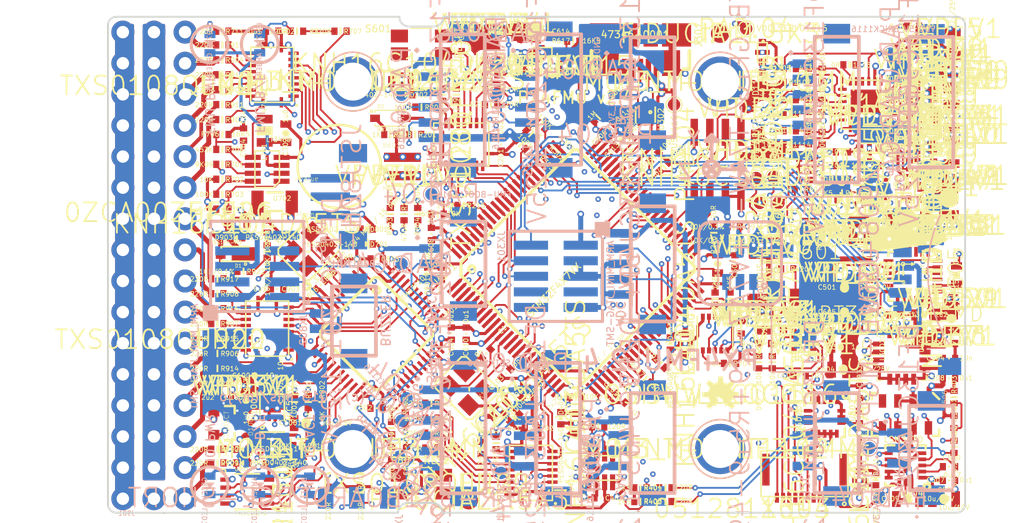
<source format=kicad_pcb>
(kicad_pcb (version 4) (host pcbnew "(2015-08-25 BZR 6127)-product")
  (layers (0 Top signal) (1 Ground signal) (2 Horizontal signal) (3 Vertical signal) (4 Power signal) (31 Bottom signal) (34 B.Paste user hide) (35 F.Paste user hide) (36 B.SilkS user hide) (37 F.SilkS user hide) (38 B.Mask user hide) (39 F.Mask user hide) (44 Edge.Cuts user hide))
  (net 0 "")
  (net 1 IO-USART1_TX)
  (net 2 FMU-SWDIO)
  (net 3 VBUS)
  (net 4 ALARM)
  (net 5 SERIAL5_TX)
  (net 6 SERIAL5_RX)
  (net 7 GND)
  (net 8 FMU-VDD_3V3)
  (net 9 OTG_FS_DP)
  (net 10 OTG_FS_DM)
  (net 11 CAN2_RX)
  (net 12 CAN2_TX)
  (net 13 VDD_5V_IN)
  (net 14 !BARO_CS)
  (net 15 FMU-I2C2_SCL)
  (net 16 FMU-I2C2_SDA)
  (net 17 IO-CH1)
  (net 18 IO-CH5)
  (net 19 IO-CH6)
  (net 20 SBUS_INPUT)
  (net 21 SAFETY)
  (net 22 IO-CH2)
  (net 23 IO-CH3)
  (net 24 IO-CH7)
  (net 25 IO-CH8)
  (net 26 IO-CH4)
  (net 27 SDIO_D0)
  (net 28 SDIO_D1)
  (net 29 SDIO_D2)
  (net 30 SDIO_D3)
  (net 31 !GYRO_CS)
  (net 32 SERIAL2_TX)
  (net 33 SDIO_CMD)
  (net 34 SDIO_CK)
  (net 35 ACCEL_DRDY)
  (net 36 MAG_DRDY)
  (net 37 SERIAL1_TX)
  (net 38 SERIAL1_RX)
  (net 39 SERIAL2_RX)
  (net 40 SERIAL3_TX)
  (net 41 SERIAL3_RX)
  (net 42 SERIAL4_TX)
  (net 43 SERIAL4_RX)
  (net 44 VDD_5V_PERIPH)
  (net 45 FMU-USART2_TX)
  (net 46 FMU-USART2_RX)
  (net 47 FMU-USART2_CTS)
  (net 48 FMU-USART2_RTS)
  (net 49 FMU-USART3_TX)
  (net 50 FMU-USART3_RX)
  (net 51 FMU-USART3_CTS)
  (net 52 FMU-USART3_RTS)
  (net 53 FMU-UART4_TX)
  (net 54 FMU-UART4_RX)
  (net 55 FMU-UART7_TX)
  (net 56 FMU-UART7_RX)
  (net 57 FMU-UART8_TX)
  (net 58 FMU-UART8_RX)
  (net 59 !VDD_5V_PERIPH_EN)
  (net 60 VDD_3V3_SENSORS_EN)
  (net 61 VDD_3V3_SENSORS)
  (net 62 !VDD_5V_PERIPH_OC)
  (net 63 !IO-LED_AMBER)
  (net 64 !IO-LED_BLUE)
  (net 65 GYRO_DRDY)
  (net 66 !IO-LED_SAFETY)
  (net 67 SPI_EXT_MISO)
  (net 68 SPI_EXT_MOSI)
  (net 69 SPI_EXT_SCK)
  (net 70 !SPI_EXT_NSS)
  (net 71 FMU-CH1)
  (net 72 FMU-CH2)
  (net 73 FMU-CH3)
  (net 74 FMU-CH4)
  (net 75 FMU-CH5)
  (net 76 FMU-CH6)
  (net 77 PPM_INPUT)
  (net 78 SBUS_OUTPUT)
  (net 79 BATT_VOLTAGE_SENS)
  (net 80 BATT_CURRENT_SENS)
  (net 81 VDD_5V_SENS)
  (net 82 FMU-BOOT0)
  (net 83 IO-BOOT0)
  (net 84 SERIAL_FMU_TO_IO)
  (net 85 SERIAL_IO_TO_FMU)
  (net 86 CAN1_TX)
  (net 87 CAN1_RX)
  (net 88 SPI_INT_SCK)
  (net 89 SPI_INT_MISO)
  (net 90 SPI_INT_MOSI)
  (net 91 FMU-SWO)
  (net 92 FMU-I2C1_SCL)
  (net 93 FMU-I2C1_SDA)
  (net 94 FMU-SWCLK)
  (net 95 !ACCEL_MAG_CS)
  (net 96 PRESSURE_SENS)
  (net 97 VBAT)
  (net 98 IO-VDD_3V3)
  (net 99 FMU_AUX_ADC1)
  (net 100 FMU_AUX_ADC2)
  (net 101 RSSI_IN)
  (net 102 !SBUS_OUTPUT_EN)
  (net 103 VDD_5V_HIPOWER)
  (net 104 VDD_SERVO_SENS)
  (net 105 RGB_LED_3)
  (net 106 RGB_LED_4)
  (net 107 RGB_LED_14)
  (net 108 !VDD_5V_HIPOWER_OC)
  (net 109 FMU-VDD_5V5)
  (net 110 PRESSURE_SENS_IN)
  (net 111 CAN_H)
  (net 112 CAN_L)
  (net 113 FMU-!RESET)
  (net 114 !FMU-LED_AMBER)
  (net 115 IO-!RESET)
  (net 116 VDD_3V3_SPEKTRUM)
  (net 117 VDD_3V3_SPEKTRUM_EN)
  (net 118 IO-VDD_5V5)
  (net 119 VDD_SERVO)
  (net 120 IO-!VDD_SERVO_IN_FAULT)
  (net 121 VDD_5V_BRICK)
  (net 122 VDD_SERVO_IN)
  (net 123 !VDD_BRICK_VALID)
  (net 124 !VDD_SERVO_VALID)
  (net 125 !VBUS_VALID)
  (net 126 GPIO_EXT_1)
  (net 127 !MPU_CS)
  (net 128 MPU_DRDY)
  (net 129 N$80)
  (net 130 /PX4FMUv2.4_SS_1/N$2)
  (net 131 /PX4FMUv2.4_SS_1/N$1)
  (net 132 /PX4FMUv2.4_SS_5/N$35)
  (net 133 /PX4FMUv2.4_SS_5/N$30)
  (net 134 /PX4FMUv2.4_SS_5/N$6)
  (net 135 /PX4FMUv2.4_SS_5/N$10)
  (net 136 /PX4FMUv2.4_SS_5/N$17)
  (net 137 /PX4FMUv2.4_SS_5/N$50)
  (net 138 /PX4FMUv2.4_SS_5/N$51)
  (net 139 /PX4FMUv2.4_SS_6/FMU-VDD_5V5)
  (net 140 /PX4FMUv2.4_SS_6/N$11)
  (net 141 /PX4FMUv2.4_SS_6/N$12)
  (net 142 /PX4FMUv2.4_SS_6/N$8)
  (net 143 /PX4FMUv2.4_SS_7/N$27)
  (net 144 /PX4FMUv2.4_SS_7/N$36)
  (net 145 /PX4FMUv2.4_SS_8/N$22)
  (net 146 /PX4FMUv2.4_SS_8/N$18)
  (net 147 /PX4FMUv2.4_SS_10/N$104)
  (net 148 /PX4FMUv2.4_SS_11/N$97)
  (net 149 /PX4FMUv2.4_SS_11/N$106)
  (net 150 /PX4FMUv2.4_SS_11/N$107)
  (net 151 /PX4FMUv2.4_SS_11/N$47)
  (net 152 /PX4FMUv2.4_SS_11/N$55)
  (net 153 /PX4FMUv2.4_SS_11/N$69)
  (net 154 /PX4FMUv2.4_SS_9/N$110)
  (net 155 /PX4FMUv2.4_SS_6/N$21)
  (net 156 /PX4FMUv2.4_SS_2/N$5)
  (net 157 /PX4FMUv2.4_SS_2/N$101)
  (net 158 /PX4FMUv2.4_SS_2/N$100)
  (net 159 /PX4FMUv2.4_SS_4/N$42)
  (net 160 /PX4FMUv2.4_SS_4/N$41)
  (net 161 /PX4FMUv2.4_SS_4/N$98)
  (net 162 /PX4FMUv2.4_SS_4/N$48)
  (net 163 /PX4FMUv2.4_SS_9/N$38)
  (net 164 /PX4FMUv2.4_SS_10/N$4)
  (net 165 /PX4FMUv2.4_SS_10/N$46)
  (net 166 /PX4FMUv2.4_SS_2/SERIAL1_CTS)
  (net 167 /PX4FMUv2.4_SS_2/SERIAL1_RTS)
  (net 168 /PX4FMUv2.4_SS_2/SERIAL2_CTS)
  (net 169 /PX4FMUv2.4_SS_2/SERIAL2_RTS)
  (net 170 /PX4FMUv2.4_SS_2/N$14)
  (net 171 /PX4FMUv2.4_SS_2/N$19)
  (net 172 /PX4FMUv2.4_SS_3/OTG_DP1)
  (net 173 /PX4FMUv2.4_SS_3/OTG_DM1)
  (net 174 "Net-(J301-PadID)")
  (net 175 /PX4FMUv2.4_SS_4/N$33)
  (net 176 /PX4FMUv2.4_SS_4/N$37)
  (net 177 /PX4FMUv2.4_SS_4/FMU_AUX_ADC2_PROT)
  (net 178 /PX4FMUv2.4_SS_4/FMU_AUX_ADC1_PROT)
  (net 179 /PX4FMUv2.4_SS_11/BATT_CURRENT_SENS_PROT)
  (net 180 /PX4FMUv2.4_SS_11/BATT_VOLTAGE_SENS_PROT)
  (net 181 /PX4FMUv2.4_SS_7/N$57)
  (net 182 /PX4FMUv2.4_SS_8/IO-USART1_RX)
  (net 183 /PX4FMUv2.4_SS_9/PPM-SBUS-PROT)
  (net 184 /PX4FMUv2.4_SS_9/N$99)
  (net 185 /PX4FMUv2.4_SS_9/IO-CH8-PROT)
  (net 186 /PX4FMUv2.4_SS_9/N$31)
  (net 187 /PX4FMUv2.4_SS_9/N$71)
  (net 188 /PX4FMUv2.4_SS_9/N$72)
  (net 189 /PX4FMUv2.4_SS_9/N$73)
  (net 190 /PX4FMUv2.4_SS_9/N$74)
  (net 191 /PX4FMUv2.4_SS_9/N$75)
  (net 192 /PX4FMUv2.4_SS_9/IO-CH1-PROT)
  (net 193 /PX4FMUv2.4_SS_9/FMU-CH6-PROT)
  (net 194 /PX4FMUv2.4_SS_9/N$68)
  (net 195 /PX4FMUv2.4_SS_9/N$77)
  (net 196 /PX4FMUv2.4_SS_9/N$78)
  (net 197 /PX4FMUv2.4_SS_9/N$79)
  (net 198 /PX4FMUv2.4_SS_9/FMU-CH1-PROT)
  (net 199 "Net-(JX301-Pad8)")
  (net 200 "Net-(JX301-Pad10)")
  (net 201 /PX4FMUv2.4_SS_8/IO-SWDIO)
  (net 202 /PX4FMUv2.4_SS_8/IO-SWCLK)
  (net 203 /PX4FMUv2.4_SS_8/IO-SWO)
  (net 204 "Net-(JX802-Pad8)")
  (net 205 "Net-(JX802-Pad10)")
  (net 206 /PX4FMUv2.4_SS_7/N$32)
  (net 207 /PX4FMUv2.4_SS_11/N$103)
  (net 208 /PX4FMUv2.4_SS_11/N$102)
  (net 209 /PX4FMUv2.4_SS_7/N$26)
  (net 210 /PX4FMUv2.4_SS_7/N$29)
  (net 211 /PX4FMUv2.4_SS_7/N$40)
  (net 212 /PX4FMUv2.4_SS_7/N$7)
  (net 213 /PX4FMUv2.4_SS_7/N$9)
  (net 214 /PX4FMUv2.4_SS_6/N$80)
  (net 215 /PX4FMUv2.4_SS_6/N$81)
  (net 216 /PX4FMUv2.4_SS_7/N$13)
  (net 217 /PX4FMUv2.4_SS_7/N$39)
  (net 218 /PX4FMUv2.4_SS_1/N$23)
  (net 219 /PX4FMUv2.4_SS_1/PB2-BOOT1)
  (net 220 /PX4FMUv2.4_SS_2/N$70)
  (net 221 /PX4FMUv2.4_SS_2/N$83)
  (net 222 /PX4FMUv2.4_SS_2/N$85)
  (net 223 /PX4FMUv2.4_SS_2/N$87)
  (net 224 /PX4FMUv2.4_SS_2/N$91)
  (net 225 /PX4FMUv2.4_SS_2/N$93)
  (net 226 /PX4FMUv2.4_SS_2/N$89)
  (net 227 /PX4FMUv2.4_SS_2/N$82)
  (net 228 /PX4FMUv2.4_SS_2/N$84)
  (net 229 /PX4FMUv2.4_SS_2/N$86)
  (net 230 /PX4FMUv2.4_SS_2/N$88)
  (net 231 /PX4FMUv2.4_SS_2/N$92)
  (net 232 /PX4FMUv2.4_SS_2/N$94)
  (net 233 /PX4FMUv2.4_SS_2/N$90)
  (net 234 /PX4FMUv2.4_SS_6/N$34)
  (net 235 /PX4FMUv2.4_SS_6/N$96)
  (net 236 /PX4FMUv2.4_SS_7/N$28)
  (net 237 /PX4FMUv2.4_SS_7/N$25)
  (net 238 /PX4FMUv2.4_SS_7/N$95)
  (net 239 /PX4FMUv2.4_SS_7/N$24)
  (net 240 /PX4FMUv2.4_SS_8/IO-BOOT1)
  (net 241 /PX4FMUv2.4_SS_8/N$15)
  (net 242 /PX4FMUv2.4_SS_8/N$16)
  (net 243 /PX4FMUv2.4_SS_9/N$61)
  (net 244 /PX4FMUv2.4_SS_9/N$63)
  (net 245 /PX4FMUv2.4_SS_9/N$65)
  (net 246 /PX4FMUv2.4_SS_9/N$43)
  (net 247 /PX4FMUv2.4_SS_9/N$45)
  (net 248 /PX4FMUv2.4_SS_9/N$53)
  (net 249 /PX4FMUv2.4_SS_9/N$59)
  (net 250 /PX4FMUv2.4_SS_9/N$62)
  (net 251 /PX4FMUv2.4_SS_9/N$64)
  (net 252 /PX4FMUv2.4_SS_9/N$66)
  (net 253 /PX4FMUv2.4_SS_9/N$44)
  (net 254 /PX4FMUv2.4_SS_9/N$49)
  (net 255 /PX4FMUv2.4_SS_9/N$58)
  (net 256 /PX4FMUv2.4_SS_9/N$60)
  (net 257 /PX4FMUv2.4_SS_9/N$3)
  (net 258 /PX4FMUv2.4_SS_10/N$20)
  (net 259 /PX4FMUv2.4_SS_11/N$54)
  (net 260 /PX4FMUv2.4_SS_11/N$56)
  (net 261 /PX4FMUv2.4_SS_11/N$67)
  (net 262 /PX4FMUv2.4_SS_11/N$105)
  (net 263 "Net-(U101-Pad16)")
  (net 264 /PX4FMUv2.4_SS_1/FRAM_SCK)
  (net 265 /PX4FMUv2.4_SS_1/FRAM_MISO)
  (net 266 /PX4FMUv2.4_SS_1/FRAM_MOSI)
  (net 267 /PX4FMUv2.4_SS_1/!FRAM_CS)
  (net 268 "Net-(U202-Pad3)")
  (net 269 "Net-(U202-Pad18)")
  (net 270 "Net-(U202-Pad20)")
  (net 271 "Net-(U202-Pad1)")
  (net 272 "Net-(U501-Pad7)")
  (net 273 "Net-(U502-Pad7)")
  (net 274 "Net-(U502-Pad8)")
  (net 275 "Net-(U505-Pad2)")
  (net 276 "Net-(U505-Pad3)")
  (net 277 "Net-(U505-Pad4)")
  (net 278 "Net-(U505-Pad5)")
  (net 279 "Net-(U505-Pad6)")
  (net 280 "Net-(U505-Pad7)")
  (net 281 "Net-(U505-Pad11)")
  (net 282 "Net-(U505-Pad14)")
  (net 283 "Net-(U505-Pad15)")
  (net 284 "Net-(U505-Pad16)")
  (net 285 "Net-(U505-Pad17)")
  (net 286 "Net-(U505-Pad19)")
  (net 287 "Net-(U505-Pad21)")
  (net 288 "Net-(U505-Pad22)")
  (net 289 "Net-(U506-Pad4)")
  (net 290 /PX4FMUv2.4_SS_7/RGB_LED_14)
  (net 291 /PX4FMUv2.4_SS_7/RGB_LED_4)
  (net 292 /PX4FMUv2.4_SS_7/RGB_LED_3)
  (net 293 "Net-(U801-Pad3)")
  (net 294 "Net-(U801-Pad4)")
  (net 295 "Net-(U801-Pad25)")
  (net 296 "Net-(U801-Pad32)")
  (net 297 "Net-(U801-Pad42)")
  (net 298 "Net-(U801-Pad43)")
  (net 299 "Net-(U901-Pad8)")
  (net 300 "Net-(U901-Pad9)")
  (net 301 "Net-(U901-Pad12)")
  (net 302 "Net-(U901-Pad13)")
  (net 303 "Net-(U1101-PadP$11)")
  (net 304 /PX4FMUv2.4_SS_11/N$109)
  (net 305 /PX4FMUv2.4_SS_11/N$113)
  (net 306 /PX4FMUv2.4_SS_11/N$115)
  (net 307 "Net-(U1101-PadP$22)")
  (net 308 "Net-(U1101-PadP$23)")
  (module OSCILLATOR-3.2X2.5 (layer Top) (at 142.7939 115.0776 135)
    (fp_text reference X101 (at -1.528128 0.083368 225) (layer F.SilkS) (effects (font (size 0.38 0.38) (thickness 0.038)) (justify left bottom)))
    (fp_text value "3.2x2.5 mm / 24 MHz / 15 ppm" (at -6.12609 2.902815 225) (layer F.SilkS) (effects (font (size 0.38 0.38) (thickness 0.038)) (justify left bottom)))
    (pad 4 smd rect (at -1.1 -0.85 135) (size 1.4 1.2) (layers Top F.Paste F.Mask) (net 7 GND))
    (pad 3 smd rect (at 1.1 -0.85 135) (size 1.4 1.2) (layers Top F.Paste F.Mask) (net 130 /PX4FMUv2.4_SS_1/N$2))
    (pad 1 smd rect (at -1.1 0.85 135) (size 1.4 1.2) (layers Top F.Paste F.Mask) (net 131 /PX4FMUv2.4_SS_1/N$1))
    (pad 2 smd rect (at 1.1 0.85 135) (size 1.4 1.2) (layers Top F.Paste F.Mask) (net 7 GND))
  )
  (module 0402-CAP (layer Top) (at 144.3875 112.2488 225)
    (fp_text reference C102 (at -1.889 0.2015 225) (layer F.SilkS) (effects (font (size 0.38608 0.38608) (thickness 0.06096)) (justify left bottom)))
    (fp_text value 8p (at 0.811001 0.2015 225) (layer F.SilkS) (effects (font (size 0.38608 0.38608) (thickness 0.06096)) (justify left bottom)))
    (pad P$1 smd rect (at -0.5 0 225) (size 0.5 0.6) (layers Top F.Paste F.Mask) (net 130 /PX4FMUv2.4_SS_1/N$2))
    (pad P$2 smd rect (at 0.5 0 225) (size 0.5 0.6) (layers Top F.Paste F.Mask) (net 7 GND))
  )
  (module 0402-CAP (layer Top) (at 146.0131 113.8744 45)
    (fp_text reference C103 (at -1.889 0.2015 45) (layer F.SilkS) (effects (font (size 0.38608 0.38608) (thickness 0.06096)) (justify left bottom)))
    (fp_text value 8p (at 0.811001 0.2015 45) (layer F.SilkS) (effects (font (size 0.38608 0.38608) (thickness 0.06096)) (justify left bottom)))
    (pad P$1 smd rect (at -0.5 0 45) (size 0.5 0.6) (layers Top F.Paste F.Mask) (net 7 GND))
    (pad P$2 smd rect (at 0.5 0 45) (size 0.5 0.6) (layers Top F.Paste F.Mask) (net 131 /PX4FMUv2.4_SS_1/N$1))
  )
  (module 0402-RES (layer Top) (at 158.6115 113.0616 315)
    (fp_text reference R102 (at -1.789 0.2015 315) (layer F.SilkS) (effects (font (size 0.38608 0.38608) (thickness 0.06096)) (justify left bottom)))
    (fp_text value 10K (at 0.711 0.2015 315) (layer F.SilkS) (effects (font (size 0.38608 0.38608) (thickness 0.06096)) (justify left bottom)))
    (pad P$1 smd rect (at -0.5 0 315) (size 0.5 0.6) (layers Top F.Paste F.Mask) (net 219 /PX4FMUv2.4_SS_1/PB2-BOOT1))
    (pad P$2 smd rect (at 0.5 0 315) (size 0.5 0.6) (layers Top F.Paste F.Mask) (net 7 GND))
  )
  (module 0603-CAP (layer Top) (at 155.4619 94.8752 45)
    (fp_text reference C613 (at -1.889 0.2015 45) (layer F.SilkS) (effects (font (size 0.38608 0.38608) (thickness 0.06096)) (justify left bottom)))
    (fp_text value 2u2 (at 0.811001 0.2015 45) (layer F.SilkS) (effects (font (size 0.38608 0.38608) (thickness 0.06096)) (justify left bottom)))
    (pad P$1 smd rect (at -0.75 0 45) (size 0.6 0.9) (layers Top F.Paste F.Mask) (net 142 /PX4FMUv2.4_SS_6/N$8))
    (pad P$2 smd rect (at 0.75 0 45) (size 0.6 0.9) (layers Top F.Paste F.Mask) (net 7 GND))
  )
  (module 0402-CAP (layer Top) (at 164.7075 104.7304 90)
    (fp_text reference C607 (at -1.382603 0.201503 90) (layer F.SilkS) (effects (font (size 0.38608 0.38608) (thickness 0.057912)) (justify left bottom)))
    (fp_text value 0u1 (at 0.710997 0.201503 90) (layer F.SilkS) (effects (font (size 0.38608 0.38608) (thickness 0.057912)) (justify left bottom)))
    (pad P$1 smd rect (at -0.5 0 90) (size 0.5 0.6) (layers Top F.Paste F.Mask) (net 8 FMU-VDD_3V3))
    (pad P$2 smd rect (at 0.5 0 90) (size 0.5 0.6) (layers Top F.Paste F.Mask) (net 7 GND))
  )
  (module 0402-CAP (layer Top) (at 139.9171 102.4952 90)
    (fp_text reference C608 (at -1.889 0.2015 90) (layer F.SilkS) (effects (font (size 0.38608 0.38608) (thickness 0.06096)) (justify left bottom)))
    (fp_text value 0u1 (at 0.811 0.2015 90) (layer F.SilkS) (effects (font (size 0.38608 0.38608) (thickness 0.06096)) (justify left bottom)))
    (pad P$1 smd rect (at -0.5 0 90) (size 0.5 0.6) (layers Top F.Paste F.Mask) (net 8 FMU-VDD_3V3))
    (pad P$2 smd rect (at 0.5 0 90) (size 0.5 0.6) (layers Top F.Paste F.Mask) (net 7 GND))
  )
  (module 0402-CAP (layer Top) (at 147.6387 115.5 225)
    (fp_text reference C612 (at -1.889 0.2015 225) (layer F.SilkS) (effects (font (size 0.38608 0.38608) (thickness 0.06096)) (justify left bottom)))
    (fp_text value 0u1 (at 0.811001 0.2015 225) (layer F.SilkS) (effects (font (size 0.38608 0.38608) (thickness 0.06096)) (justify left bottom)))
    (pad P$1 smd rect (at -0.5 0 225) (size 0.5 0.6) (layers Top F.Paste F.Mask) (net 8 FMU-VDD_3V3))
    (pad P$2 smd rect (at 0.5 0 225) (size 0.5 0.6) (layers Top F.Paste F.Mask) (net 7 GND))
  )
  (module 0402-RES (layer Top) (at 140.4251 100.8696)
    (fp_text reference R611 (at -1.789 0.2015) (layer F.SilkS) (effects (font (size 0.38608 0.38608) (thickness 0.06096)) (justify left bottom)))
    (fp_text value 10K (at 0.711 0.2015) (layer F.SilkS) (effects (font (size 0.38608 0.38608) (thickness 0.06096)) (justify left bottom)))
    (pad P$1 smd rect (at -0.5 0) (size 0.5 0.6) (layers Top F.Paste F.Mask) (net 7 GND))
    (pad P$2 smd rect (at 0.5 0) (size 0.5 0.6) (layers Top F.Paste F.Mask) (net 82 FMU-BOOT0))
  )
  (module 0402-CAP (layer Top) (at 142.3555 87.052 270)
    (fp_text reference C609 (at -1.889 0.2015 270) (layer F.SilkS) (effects (font (size 0.38608 0.38608) (thickness 0.06096)) (justify right top)))
    (fp_text value 0u1 (at 0.811 0.2015 270) (layer F.SilkS) (effects (font (size 0.38608 0.38608) (thickness 0.06096)) (justify right top)))
    (pad P$1 smd rect (at -0.5 0 270) (size 0.5 0.6) (layers Top F.Paste F.Mask) (net 7 GND))
    (pad P$2 smd rect (at 0.5 0 270) (size 0.5 0.6) (layers Top F.Paste F.Mask) (net 113 FMU-!RESET))
  )
  (module EVQP7J01K (layer Top) (at 139.1043 87.052 180)
    (fp_text reference S601 (at 2.3894 1.6527 360) (layer F.SilkS) (effects (font (size 0.57 0.57) (thickness 0.0855)) (justify right top)))
    (fp_text value RESET (at -2.6907 1.4892 450) (layer F.SilkS) (effects (font (size 0.57 0.57) (thickness 0.0855)) (justify right top)))
    (pad A1 smd rect (at -1.8 -0.725 180) (size 1.4 1.05) (layers Top F.Paste F.Mask) (net 113 FMU-!RESET))
    (pad A2 smd rect (at 1.8 -0.725 180) (size 1.4 1.05) (layers Top F.Paste F.Mask))
    (pad B3 smd rect (at -1.8 0.725 180) (size 1.4 1.05) (layers Top F.Paste F.Mask) (net 7 GND))
    (pad B4 smd rect (at 1.8 0.725 180) (size 1.4 1.05) (layers Top F.Paste F.Mask))
  )
  (module 0805-CAP (layer Top) (at 178.8299 124.136)
    (fp_text reference C509 (at -2.219 0.2015) (layer F.SilkS) (effects (font (size 0.38608 0.38608) (thickness 0.06096)) (justify left bottom)))
    (fp_text value 10u/10V (at 1.181 0.2015) (layer F.SilkS) (effects (font (size 0.38608 0.38608) (thickness 0.06096)) (justify left bottom)))
    (pad P$1 smd rect (at -0.95 0) (size 0.7 1.3) (layers Top F.Paste F.Mask) (net 134 /PX4FMUv2.4_SS_5/N$6))
    (pad P$2 smd rect (at 0.95 0) (size 0.7 1.3) (layers Top F.Paste F.Mask) (net 7 GND))
  )
  (module MS5611-01BA (layer Top) (at 178.6267 117.2272 270)
    (fp_text reference U506 (at -2 -3 270) (layer F.SilkS) (effects (font (size 0.38608 0.38608) (thickness 0.032512)) (justify right top)))
    (fp_text value MS5611-01BA (at -2 3.5 270) (layer F.SilkS) (effects (font (size 0.38608 0.38608) (thickness 0.032512)) (justify right top)))
    (pad 1 smd rect (at -1.1 -1.875 270) (size 1.1 0.6) (layers Top F.Paste F.Mask) (net 61 VDD_3V3_SENSORS))
    (pad 2 smd rect (at -1.1 -0.625 270) (size 1.1 0.6) (layers Top F.Paste F.Mask) (net 7 GND))
    (pad 3 smd rect (at -1.1 0.625 270) (size 1.1 0.6) (layers Top F.Paste F.Mask) (net 7 GND))
    (pad 4 smd rect (at -1.1 1.875 270) (size 1.1 0.6) (layers Top F.Paste F.Mask) (net 289 "Net-(U506-Pad4)"))
    (pad 5 smd rect (at 1.1 1.875 90) (size 1.1 0.6) (layers Top F.Paste F.Mask) (net 14 !BARO_CS))
    (pad 6 smd rect (at 1.1 0.625 90) (size 1.1 0.6) (layers Top F.Paste F.Mask) (net 89 SPI_INT_MISO))
    (pad 7 smd rect (at 1.1 -0.625 90) (size 1.1 0.6) (layers Top F.Paste F.Mask) (net 90 SPI_INT_MOSI))
    (pad 8 smd rect (at 1.1 -1.875 90) (size 1.1 0.6) (layers Top F.Paste F.Mask) (net 88 SPI_INT_SCK))
  )
  (module 0402-CAP (layer Top) (at 182.1827 114.2808)
    (fp_text reference C508 (at -1.889 0.2015) (layer F.SilkS) (effects (font (size 0.38608 0.38608) (thickness 0.06096)) (justify left bottom)))
    (fp_text value 0u1 (at 0.811 0.2015) (layer F.SilkS) (effects (font (size 0.38608 0.38608) (thickness 0.06096)) (justify left bottom)))
    (pad P$1 smd rect (at -0.5 0) (size 0.5 0.6) (layers Top F.Paste F.Mask) (net 61 VDD_3V3_SENSORS))
    (pad P$2 smd rect (at 0.5 0) (size 0.5 0.6) (layers Top F.Paste F.Mask) (net 7 GND))
  )
  (module 0402-CAP (layer Top) (at 182.1827 122.612)
    (fp_text reference C507 (at -1.889 0.2015) (layer F.SilkS) (effects (font (size 0.38608 0.38608) (thickness 0.06096)) (justify left bottom)))
    (fp_text value 0u1 (at 0.811 0.2015) (layer F.SilkS) (effects (font (size 0.38608 0.38608) (thickness 0.06096)) (justify left bottom)))
    (pad P$1 smd rect (at -0.5 0) (size 0.5 0.6) (layers Top F.Paste F.Mask) (net 61 VDD_3V3_SENSORS))
    (pad P$2 smd rect (at 0.5 0) (size 0.5 0.6) (layers Top F.Paste F.Mask) (net 7 GND))
  )
  (module 0402-CAP (layer Top) (at 182.1827 121.4944)
    (fp_text reference C510 (at -0.5698 -0.5097) (layer F.SilkS) (effects (font (size 0.38608 0.38608) (thickness 0.057912)) (justify left bottom)))
    (fp_text value 0u47 (at -0.5082 0.9127) (layer F.SilkS) (effects (font (size 0.38608 0.38608) (thickness 0.057912)) (justify left bottom)))
    (pad P$1 smd rect (at -0.5 0) (size 0.5 0.6) (layers Top F.Paste F.Mask) (net 135 /PX4FMUv2.4_SS_5/N$10))
    (pad P$2 smd rect (at 0.5 0) (size 0.5 0.6) (layers Top F.Paste F.Mask) (net 136 /PX4FMUv2.4_SS_5/N$17))
  )
  (module 0805-CAP (layer Top) (at 181.7763 124.136)
    (fp_text reference C506 (at -0.5698 -0.5097) (layer F.SilkS) (effects (font (size 0.38608 0.38608) (thickness 0.057912)) (justify left bottom)))
    (fp_text value 10u/10V (at -0.5082 0.9127) (layer F.SilkS) (effects (font (size 0.38608 0.38608) (thickness 0.057912)) (justify left bottom)))
    (pad P$1 smd rect (at -0.95 0) (size 0.7 1.3) (layers Top F.Paste F.Mask) (net 61 VDD_3V3_SENSORS))
    (pad P$2 smd rect (at 0.95 0) (size 0.7 1.3) (layers Top F.Paste F.Mask) (net 7 GND))
  )
  (module LGA-16L (layer Top) (at 178.6267 121.3928 180)
    (fp_text reference U504 (at -1.5 -2 180) (layer F.SilkS) (effects (font (size 0.475 0.475) (thickness 0.075)) (justify right top)))
    (fp_text value LSM303D (at -1.5 2.4 180) (layer F.SilkS) (effects (font (size 0.475 0.475) (thickness 0.075)) (justify right top)))
    (pad 1 smd rect (at -1.37 -1 180) (size 0.65 0.3) (layers Top F.Paste F.Mask) (net 61 VDD_3V3_SENSORS))
    (pad 2 smd rect (at -1.37 -0.5 180) (size 0.65 0.3) (layers Top F.Paste F.Mask) (net 135 /PX4FMUv2.4_SS_5/N$10))
    (pad 3 smd rect (at -1.37 0 180) (size 0.65 0.3) (layers Top F.Paste F.Mask) (net 136 /PX4FMUv2.4_SS_5/N$17))
    (pad 4 smd rect (at -1.37 0.5 180) (size 0.65 0.3) (layers Top F.Paste F.Mask) (net 88 SPI_INT_SCK))
    (pad 5 smd rect (at -1.37 1 180) (size 0.65 0.3) (layers Top F.Paste F.Mask) (net 7 GND))
    (pad 6 smd rect (at -0.5 1.37 270) (size 0.65 0.3) (layers Top F.Paste F.Mask) (net 90 SPI_INT_MOSI))
    (pad 7 smd rect (at 0 1.37 270) (size 0.65 0.3) (layers Top F.Paste F.Mask) (net 89 SPI_INT_MISO))
    (pad 8 smd rect (at 0.5 1.37 270) (size 0.65 0.3) (layers Top F.Paste F.Mask) (net 95 !ACCEL_MAG_CS))
    (pad 9 smd rect (at 1.37 1) (size 0.65 0.3) (layers Top F.Paste F.Mask) (net 36 MAG_DRDY))
    (pad 10 smd rect (at 1.37 0.5) (size 0.65 0.3) (layers Top F.Paste F.Mask) (net 7 GND))
    (pad 11 smd rect (at 1.37 0) (size 0.65 0.3) (layers Top F.Paste F.Mask) (net 35 ACCEL_DRDY))
    (pad 12 smd rect (at 1.37 -0.5) (size 0.65 0.3) (layers Top F.Paste F.Mask) (net 7 GND))
    (pad 13 smd rect (at 1.37 -1) (size 0.65 0.3) (layers Top F.Paste F.Mask) (net 7 GND))
    (pad 14 smd rect (at 0.5 -1.37 90) (size 0.65 0.3) (layers Top F.Paste F.Mask) (net 61 VDD_3V3_SENSORS))
    (pad 15 smd rect (at 0 -1.37 90) (size 0.65 0.3) (layers Top F.Paste F.Mask) (net 134 /PX4FMUv2.4_SS_5/N$6))
    (pad 16 smd rect (at -0.5 -1.37 90) (size 0.65 0.3) (layers Top F.Paste F.Mask) (net 7 GND))
  )
  (module 0603-CAP (layer Top) (at 163.2851 104.9336 90)
    (fp_text reference C611 (at -1.889 0.2015 90) (layer F.SilkS) (effects (font (size 0.38608 0.38608) (thickness 0.06096)) (justify left bottom)))
    (fp_text value 2u2 (at 0.811 0.2015 90) (layer F.SilkS) (effects (font (size 0.38608 0.38608) (thickness 0.06096)) (justify left bottom)))
    (pad P$1 smd rect (at -0.75 0 90) (size 0.6 0.9) (layers Top F.Paste F.Mask) (net 141 /PX4FMUv2.4_SS_6/N$12))
    (pad P$2 smd rect (at 0.75 0 90) (size 0.6 0.9) (layers Top F.Paste F.Mask) (net 7 GND))
  )
  (module 0402-CAP (layer Top) (at 142.7619 110.6232 90)
    (fp_text reference C610 (at -1.889 0.2015 90) (layer F.SilkS) (effects (font (size 0.38608 0.38608) (thickness 0.06096)) (justify left bottom)))
    (fp_text value 0u1 (at 0.811 0.2015 90) (layer F.SilkS) (effects (font (size 0.38608 0.38608) (thickness 0.06096)) (justify left bottom)))
    (pad P$1 smd rect (at -0.5 0 90) (size 0.5 0.6) (layers Top F.Paste F.Mask) (net 8 FMU-VDD_3V3))
    (pad P$2 smd rect (at 0.5 0 90) (size 0.5 0.6) (layers Top F.Paste F.Mask) (net 7 GND))
  )
  (module TQFP48 (layer Top) (at 135.4467 110.6232 225)
    (fp_text reference U801 (at -4.689 -3.1985 225) (layer F.SilkS) (effects (font (size 0.38 0.38) (thickness 0.06)) (justify left bottom)))
    (fp_text value STM32F10XCXT6 (at -3.089 0.3015 225) (layer F.SilkS) (effects (font (size 0.38 0.38) (thickness 0.06)) (justify left bottom)))
    (pad 1 smd rect (at -2.75 4.5 225) (size 0.24 1) (layers Top F.Paste F.Mask) (net 97 VBAT))
    (pad 2 smd rect (at -2.25 4.5 225) (size 0.24 1) (layers Top F.Paste F.Mask) (net 117 VDD_3V3_SPEKTRUM_EN))
    (pad 3 smd rect (at -1.75 4.5 225) (size 0.24 1) (layers Top F.Paste F.Mask) (net 293 "Net-(U801-Pad3)"))
    (pad 4 smd rect (at -1.25 4.5 225) (size 0.24 1) (layers Top F.Paste F.Mask) (net 294 "Net-(U801-Pad4)"))
    (pad 5 smd rect (at -0.75 4.5 225) (size 0.24 1) (layers Top F.Paste F.Mask) (net 145 /PX4FMUv2.4_SS_8/N$22))
    (pad 6 smd rect (at -0.25 4.5 225) (size 0.24 1) (layers Top F.Paste F.Mask) (net 146 /PX4FMUv2.4_SS_8/N$18))
    (pad 7 smd rect (at 0.25 4.5 225) (size 0.24 1) (layers Top F.Paste F.Mask) (net 115 IO-!RESET))
    (pad 8 smd rect (at 0.75 4.5 225) (size 0.24 1) (layers Top F.Paste F.Mask) (net 7 GND))
    (pad 9 smd rect (at 1.25 4.5 225) (size 0.24 1) (layers Top F.Paste F.Mask) (net 98 IO-VDD_3V3))
    (pad 10 smd rect (at 1.75 4.5 225) (size 0.24 1) (layers Top F.Paste F.Mask) (net 17 IO-CH1))
    (pad 11 smd rect (at 2.25 4.5 225) (size 0.24 1) (layers Top F.Paste F.Mask) (net 22 IO-CH2))
    (pad 12 smd rect (at 2.75 4.5 225) (size 0.24 1) (layers Top F.Paste F.Mask) (net 241 /PX4FMUv2.4_SS_8/N$15))
    (pad 13 smd rect (at 4.5 2.75 225) (size 1 0.24) (layers Top F.Paste F.Mask) (net 242 /PX4FMUv2.4_SS_8/N$16))
    (pad 14 smd rect (at 4.5 2.25 225) (size 1 0.24) (layers Top F.Paste F.Mask) (net 104 VDD_SERVO_SENS))
    (pad 15 smd rect (at 4.5 1.75 225) (size 1 0.24) (layers Top F.Paste F.Mask) (net 101 RSSI_IN))
    (pad 16 smd rect (at 4.5 1.25 225) (size 1 0.24) (layers Top F.Paste F.Mask) (net 18 IO-CH5))
    (pad 17 smd rect (at 4.5 0.75 225) (size 1 0.24) (layers Top F.Paste F.Mask) (net 19 IO-CH6))
    (pad 18 smd rect (at 4.5 0.25 225) (size 1 0.24) (layers Top F.Paste F.Mask) (net 24 IO-CH7))
    (pad 19 smd rect (at 4.5 -0.25 225) (size 1 0.24) (layers Top F.Paste F.Mask) (net 25 IO-CH8))
    (pad 20 smd rect (at 4.5 -0.75 225) (size 1 0.24) (layers Top F.Paste F.Mask) (net 240 /PX4FMUv2.4_SS_8/IO-BOOT1))
    (pad 21 smd rect (at 4.5 -1.25 225) (size 1 0.24) (layers Top F.Paste F.Mask) (net 78 SBUS_OUTPUT))
    (pad 22 smd rect (at 4.5 -1.75 225) (size 1 0.24) (layers Top F.Paste F.Mask) (net 20 SBUS_INPUT))
    (pad 23 smd rect (at 4.5 -2.25 225) (size 1 0.24) (layers Top F.Paste F.Mask) (net 7 GND))
    (pad 24 smd rect (at 4.5 -2.75 225) (size 1 0.24) (layers Top F.Paste F.Mask) (net 98 IO-VDD_3V3))
    (pad 25 smd rect (at 2.75 -4.5 225) (size 0.24 1) (layers Top F.Paste F.Mask) (net 295 "Net-(U801-Pad25)"))
    (pad 26 smd rect (at 2.25 -4.5 225) (size 0.24 1) (layers Top F.Paste F.Mask) (net 66 !IO-LED_SAFETY))
    (pad 27 smd rect (at 1.75 -4.5 225) (size 0.24 1) (layers Top F.Paste F.Mask) (net 64 !IO-LED_BLUE))
    (pad 28 smd rect (at 1.25 -4.5 225) (size 0.24 1) (layers Top F.Paste F.Mask) (net 63 !IO-LED_AMBER))
    (pad 29 smd rect (at 0.75 -4.5 225) (size 0.24 1) (layers Top F.Paste F.Mask) (net 77 PPM_INPUT))
    (pad 30 smd rect (at 0.25 -4.5 225) (size 0.24 1) (layers Top F.Paste F.Mask) (net 1 IO-USART1_TX))
    (pad 31 smd rect (at -0.25 -4.5 225) (size 0.24 1) (layers Top F.Paste F.Mask) (net 182 /PX4FMUv2.4_SS_8/IO-USART1_RX))
    (pad 32 smd rect (at -0.75 -4.5 225) (size 0.24 1) (layers Top F.Paste F.Mask) (net 296 "Net-(U801-Pad32)"))
    (pad 33 smd rect (at -1.25 -4.5 225) (size 0.24 1) (layers Top F.Paste F.Mask) (net 101 RSSI_IN))
    (pad 34 smd rect (at -1.75 -4.5 225) (size 0.24 1) (layers Top F.Paste F.Mask) (net 201 /PX4FMUv2.4_SS_8/IO-SWDIO))
    (pad 35 smd rect (at -2.25 -4.5 225) (size 0.24 1) (layers Top F.Paste F.Mask) (net 7 GND))
    (pad 36 smd rect (at -2.75 -4.5 225) (size 0.24 1) (layers Top F.Paste F.Mask) (net 98 IO-VDD_3V3))
    (pad 37 smd rect (at -4.5 -2.75 225) (size 1 0.24) (layers Top F.Paste F.Mask) (net 202 /PX4FMUv2.4_SS_8/IO-SWCLK))
    (pad 38 smd rect (at -4.5 -2.25 225) (size 1 0.24) (layers Top F.Paste F.Mask) (net 120 IO-!VDD_SERVO_IN_FAULT))
    (pad 39 smd rect (at -4.5 -1.75 225) (size 1 0.24) (layers Top F.Paste F.Mask) (net 203 /PX4FMUv2.4_SS_8/IO-SWO))
    (pad 40 smd rect (at -4.5 -1.25 225) (size 1 0.24) (layers Top F.Paste F.Mask) (net 102 !SBUS_OUTPUT_EN))
    (pad 41 smd rect (at -4.5 -0.75 225) (size 1 0.24) (layers Top F.Paste F.Mask) (net 21 SAFETY))
    (pad 42 smd rect (at -4.5 -0.25 225) (size 1 0.24) (layers Top F.Paste F.Mask) (net 297 "Net-(U801-Pad42)"))
    (pad 43 smd rect (at -4.5 0.25 225) (size 1 0.24) (layers Top F.Paste F.Mask) (net 298 "Net-(U801-Pad43)"))
    (pad 44 smd rect (at -4.5 0.75 225) (size 1 0.24) (layers Top F.Paste F.Mask) (net 83 IO-BOOT0))
    (pad 45 smd rect (at -4.5 1.25 225) (size 1 0.24) (layers Top F.Paste F.Mask) (net 23 IO-CH3))
    (pad 46 smd rect (at -4.5 1.75 225) (size 1 0.24) (layers Top F.Paste F.Mask) (net 26 IO-CH4))
    (pad 47 smd rect (at -4.5 2.25 225) (size 1 0.24) (layers Top F.Paste F.Mask) (net 7 GND))
    (pad 48 smd rect (at -4.5 2.75 225) (size 1 0.24) (layers Top F.Paste F.Mask) (net 98 IO-VDD_3V3))
  )
  (module OSCILLATOR-3.2X2.5 (layer Top) (at 129.9603 103.7144 45)
    (fp_text reference X801 (at -1.6 -2 45) (layer F.SilkS) (effects (font (size 0.38 0.38) (thickness 0.06)) (justify left bottom)))
    (fp_text value "3.2x2.5 mm / 24 MHz / 15 ppm" (at -1.6 2.4 45) (layer F.SilkS) (effects (font (size 0.38 0.38) (thickness 0.06)) (justify left bottom)))
    (pad 4 smd rect (at -1.1 -0.85 45) (size 1.4 1.2) (layers Top F.Paste F.Mask) (net 7 GND))
    (pad 3 smd rect (at 1.1 -0.85 45) (size 1.4 1.2) (layers Top F.Paste F.Mask) (net 145 /PX4FMUv2.4_SS_8/N$22))
    (pad 1 smd rect (at -1.1 0.85 45) (size 1.4 1.2) (layers Top F.Paste F.Mask) (net 146 /PX4FMUv2.4_SS_8/N$18))
    (pad 2 smd rect (at 1.1 0.85 45) (size 1.4 1.2) (layers Top F.Paste F.Mask) (net 7 GND))
  )
  (module 0402-CAP (layer Top) (at 141.5427 110.6232 90)
    (fp_text reference C804 (at -1.889 0.2015 90) (layer F.SilkS) (effects (font (size 0.38608 0.38608) (thickness 0.06096)) (justify left bottom)))
    (fp_text value 0u1 (at 0.811 0.2015 90) (layer F.SilkS) (effects (font (size 0.38608 0.38608) (thickness 0.06096)) (justify left bottom)))
    (pad P$1 smd rect (at -0.5 0 90) (size 0.5 0.6) (layers Top F.Paste F.Mask) (net 98 IO-VDD_3V3))
    (pad P$2 smd rect (at 0.5 0 90) (size 0.5 0.6) (layers Top F.Paste F.Mask) (net 7 GND))
  )
  (module 0402-CAP (layer Top) (at 135.4467 104.5272 180)
    (fp_text reference C803 (at -1.889 0.2015 180) (layer F.SilkS) (effects (font (size 0.38608 0.38608) (thickness 0.06096)) (justify right top)))
    (fp_text value 0u1 (at 0.811 0.2015 180) (layer F.SilkS) (effects (font (size 0.38608 0.38608) (thickness 0.06096)) (justify right top)))
    (pad P$1 smd rect (at -0.5 0 180) (size 0.5 0.6) (layers Top F.Paste F.Mask) (net 98 IO-VDD_3V3))
    (pad P$2 smd rect (at 0.5 0 180) (size 0.5 0.6) (layers Top F.Paste F.Mask) (net 7 GND))
  )
  (module 0402-CAP (layer Top) (at 135.4467 116.7192)
    (fp_text reference C802 (at -1.889 0.2015) (layer F.SilkS) (effects (font (size 0.38608 0.38608) (thickness 0.06096)) (justify left bottom)))
    (fp_text value 0u1 (at 0.811 0.2015) (layer F.SilkS) (effects (font (size 0.38608 0.38608) (thickness 0.06096)) (justify left bottom)))
    (pad P$1 smd rect (at -0.5 0) (size 0.5 0.6) (layers Top F.Paste F.Mask) (net 98 IO-VDD_3V3))
    (pad P$2 smd rect (at 0.5 0) (size 0.5 0.6) (layers Top F.Paste F.Mask) (net 7 GND))
  )
  (module 0402-CAP (layer Top) (at 132.2971 105.2384 45)
    (fp_text reference C805 (at -1.889 0.2015 45) (layer F.SilkS) (effects (font (size 0.38608 0.38608) (thickness 0.06096)) (justify left bottom)))
    (fp_text value 8p (at 0.811001 0.2015 45) (layer F.SilkS) (effects (font (size 0.38608 0.38608) (thickness 0.06096)) (justify left bottom)))
    (pad P$1 smd rect (at -0.5 0 45) (size 0.5 0.6) (layers Top F.Paste F.Mask) (net 145 /PX4FMUv2.4_SS_8/N$22))
    (pad P$2 smd rect (at 0.5 0 45) (size 0.5 0.6) (layers Top F.Paste F.Mask) (net 7 GND))
  )
  (module 0402-CAP (layer Top) (at 130.8747 106.6608 45)
    (fp_text reference C806 (at -1.889 0.2015 45) (layer F.SilkS) (effects (font (size 0.38608 0.38608) (thickness 0.06096)) (justify left bottom)))
    (fp_text value 8p (at 0.811001 0.2015 45) (layer F.SilkS) (effects (font (size 0.38608 0.38608) (thickness 0.06096)) (justify left bottom)))
    (pad P$1 smd rect (at -0.5 0 45) (size 0.5 0.6) (layers Top F.Paste F.Mask) (net 7 GND))
    (pad P$2 smd rect (at 0.5 0 45) (size 0.5 0.6) (layers Top F.Paste F.Mask) (net 146 /PX4FMUv2.4_SS_8/N$18))
  )
  (module 0402-RES (layer Top) (at 130.9763 116.2112 270)
    (fp_text reference R802 (at -1.789 0.2015 270) (layer F.SilkS) (effects (font (size 0.38608 0.38608) (thickness 0.06096)) (justify right top)))
    (fp_text value 10K (at 0.711 0.2015 270) (layer F.SilkS) (effects (font (size 0.38608 0.38608) (thickness 0.06096)) (justify right top)))
    (pad P$1 smd rect (at -0.5 0 270) (size 0.5 0.6) (layers Top F.Paste F.Mask) (net 240 /PX4FMUv2.4_SS_8/IO-BOOT1))
    (pad P$2 smd rect (at 0.5 0 270) (size 0.5 0.6) (layers Top F.Paste F.Mask) (net 7 GND))
  )
  (module 0402-RES (layer Top) (at 139.6123 105.7464 90)
    (fp_text reference R801 (at -1.789 0.2015 90) (layer F.SilkS) (effects (font (size 0.38608 0.38608) (thickness 0.06096)) (justify left bottom)))
    (fp_text value 10K (at 0.711 0.2015 90) (layer F.SilkS) (effects (font (size 0.38608 0.38608) (thickness 0.06096)) (justify left bottom)))
    (pad P$1 smd rect (at -0.5 0 90) (size 0.5 0.6) (layers Top F.Paste F.Mask) (net 83 IO-BOOT0))
    (pad P$2 smd rect (at 0.5 0 90) (size 0.5 0.6) (layers Top F.Paste F.Mask) (net 7 GND))
  )
  (module L3G4200DH-MAN (layer Top) (at 178.3219 112.452 270)
    (fp_text reference U501 (at -1.8 -1.4 270) (layer F.SilkS) (effects (font (size 0.38 0.38) (thickness 0.06)) (justify right top)))
    (fp_text value L3GD20 (at -1.8 1.8 270) (layer F.SilkS) (effects (font (size 0.38 0.38) (thickness 0.06)) (justify right top)))
    (pad 11 smd rect (at 1.9 -0.325 270) (size 0.9 0.4) (layers Top F.Paste F.Mask) (net 7 GND))
    (pad 10 smd rect (at 1.9 0.325 270) (size 0.9 0.4) (layers Top F.Paste F.Mask) (net 7 GND))
    (pad 9 smd rect (at 1.9 0.975 270) (size 0.9 0.4) (layers Top F.Paste F.Mask) (net 7 GND))
    (pad 12 smd rect (at 1.9 -0.975 270) (size 0.9 0.4) (layers Top F.Paste F.Mask) (net 7 GND))
    (pad 2 smd rect (at -1.9 -0.325 270) (size 0.9 0.4) (layers Top F.Paste F.Mask) (net 88 SPI_INT_SCK))
    (pad 3 smd rect (at -1.9 0.325 270) (size 0.9 0.4) (layers Top F.Paste F.Mask) (net 90 SPI_INT_MOSI))
    (pad 4 smd rect (at -1.9 0.975 270) (size 0.9 0.4) (layers Top F.Paste F.Mask) (net 89 SPI_INT_MISO))
    (pad 1 smd rect (at -1.9 -0.975 270) (size 0.9 0.4) (layers Top F.Paste F.Mask) (net 61 VDD_3V3_SENSORS))
    (pad 14 smd rect (at 0.325 -1.9 270) (size 0.4 0.9) (layers Top F.Paste F.Mask) (net 132 /PX4FMUv2.4_SS_5/N$35))
    (pad 6 smd rect (at -0.325 1.9 270) (size 0.4 0.9) (layers Top F.Paste F.Mask) (net 65 GYRO_DRDY))
    (pad 15 smd rect (at -0.325 -1.9 270) (size 0.4 0.9) (layers Top F.Paste F.Mask) (net 61 VDD_3V3_SENSORS))
    (pad 7 smd rect (at 0.325 1.9 270) (size 0.4 0.9) (layers Top F.Paste F.Mask) (net 272 "Net-(U501-Pad7)"))
    (pad 8 smd rect (at 0.975 1.9 270) (size 0.4 0.9) (layers Top F.Paste F.Mask) (net 7 GND))
    (pad 5 smd rect (at -0.975 1.9 270) (size 0.4 0.9) (layers Top F.Paste F.Mask) (net 31 !GYRO_CS))
    (pad 16 smd rect (at -0.975 -1.9 270) (size 0.4 0.9) (layers Top F.Paste F.Mask) (net 61 VDD_3V3_SENSORS))
    (pad 13 smd rect (at 0.975 -1.9 270) (size 0.4 0.9) (layers Top F.Paste F.Mask) (net 7 GND))
  )
  (module 0402-CAP (layer Top) (at 182.1827 111.436)
    (fp_text reference C502 (at -1.889 0.2015) (layer F.SilkS) (effects (font (size 0.38608 0.38608) (thickness 0.06096)) (justify left bottom)))
    (fp_text value 0u1 (at 0.811 0.2015) (layer F.SilkS) (effects (font (size 0.38608 0.38608) (thickness 0.06096)) (justify left bottom)))
    (pad P$1 smd rect (at -0.5 0) (size 0.5 0.6) (layers Top F.Paste F.Mask) (net 61 VDD_3V3_SENSORS))
    (pad P$2 smd rect (at 0.5 0) (size 0.5 0.6) (layers Top F.Paste F.Mask) (net 7 GND))
  )
  (module 0402-CAP (layer Top) (at 182.1827 112.6552)
    (fp_text reference C504 (at -1.889 0.2015) (layer F.SilkS) (effects (font (size 0.38608 0.38608) (thickness 0.06096)) (justify left bottom)))
    (fp_text value 10n (at 0.811 0.2015) (layer F.SilkS) (effects (font (size 0.38608 0.38608) (thickness 0.06096)) (justify left bottom)))
    (pad P$1 smd rect (at -0.5 0) (size 0.5 0.6) (layers Top F.Paste F.Mask) (net 132 /PX4FMUv2.4_SS_5/N$35))
    (pad P$2 smd rect (at 0.5 0) (size 0.5 0.6) (layers Top F.Paste F.Mask) (net 7 GND))
  )
  (module DF13C-6P-1.25V (layer Bottom) (at 148.5451 91.516 270)
    (fp_text reference J201 (at 0 0 270) (layer B.SilkS) (effects (justify mirror)))
    (fp_text value DF13C-6P-1.25V (at 0 0 270) (layer B.SilkS) (effects (justify mirror)))
    (fp_text user . (at -4.725 1.525 270) (layer B.SilkS) (effects (font (size 2.413 2.413) (thickness 0.2032)) (justify left bottom mirror)))
    (pad M$1 smd rect (at -5.575 -1.8 180) (size 2.2 1.6) (layers Bottom B.Paste B.Mask))
    (pad M$0 smd rect (at 5.575 -1.8 180) (size 2.2 1.6) (layers Bottom B.Paste B.Mask))
    (pad 1 smd rect (at -3.125 0.9 270) (size 0.7 1.8) (layers Bottom B.Paste B.Mask) (net 156 /PX4FMUv2.4_SS_2/N$5))
    (pad 2 smd rect (at -1.875 0.9 270) (size 0.7 1.8) (layers Bottom B.Paste B.Mask) (net 37 SERIAL1_TX))
    (pad 3 smd rect (at -0.625 0.9 270) (size 0.7 1.8) (layers Bottom B.Paste B.Mask) (net 38 SERIAL1_RX))
    (pad 4 smd rect (at 0.625 0.9 270) (size 0.7 1.8) (layers Bottom B.Paste B.Mask) (net 166 /PX4FMUv2.4_SS_2/SERIAL1_CTS))
    (pad 5 smd rect (at 1.875 0.9 270) (size 0.7 1.8) (layers Bottom B.Paste B.Mask) (net 167 /PX4FMUv2.4_SS_2/SERIAL1_RTS))
    (pad 6 smd rect (at 3.125 0.9 270) (size 0.7 1.8) (layers Bottom B.Paste B.Mask) (net 7 GND))
  )
  (module DF13C-6P-1.25V (layer Bottom) (at 148.4515 118.3448 270)
    (fp_text reference J203 (at 0 0 270) (layer B.SilkS) (effects (justify mirror)))
    (fp_text value DF13C-6P-1.25V (at 0 0 270) (layer B.SilkS) (effects (justify mirror)))
    (fp_text user . (at -4.725 1.525 270) (layer B.SilkS) (effects (font (size 2.413 2.413) (thickness 0.2032)) (justify left bottom mirror)))
    (pad M$1 smd rect (at -5.575 -1.8 180) (size 2.2 1.6) (layers Bottom B.Paste B.Mask))
    (pad M$0 smd rect (at 5.575 -1.8 180) (size 2.2 1.6) (layers Bottom B.Paste B.Mask))
    (pad 1 smd rect (at -3.125 0.9 270) (size 0.7 1.8) (layers Bottom B.Paste B.Mask) (net 158 /PX4FMUv2.4_SS_2/N$100))
    (pad 2 smd rect (at -1.875 0.9 270) (size 0.7 1.8) (layers Bottom B.Paste B.Mask) (net 40 SERIAL3_TX))
    (pad 3 smd rect (at -0.625 0.9 270) (size 0.7 1.8) (layers Bottom B.Paste B.Mask) (net 41 SERIAL3_RX))
    (pad 4 smd rect (at 0.625 0.9 270) (size 0.7 1.8) (layers Bottom B.Paste B.Mask) (net 170 /PX4FMUv2.4_SS_2/N$14))
    (pad 5 smd rect (at 1.875 0.9 270) (size 0.7 1.8) (layers Bottom B.Paste B.Mask) (net 171 /PX4FMUv2.4_SS_2/N$19))
    (pad 6 smd rect (at 3.125 0.9 270) (size 0.7 1.8) (layers Bottom B.Paste B.Mask) (net 7 GND))
  )
  (module DF13C-6P-1.25V (layer Bottom) (at 140.6731 91.516 270)
    (fp_text reference J202 (at 0 0 270) (layer B.SilkS) (effects (justify mirror)))
    (fp_text value DF13C-6P-1.25V (at 0 0 270) (layer B.SilkS) (effects (justify mirror)))
    (fp_text user . (at -4.725 1.525 270) (layer B.SilkS) (effects (font (size 2.413 2.413) (thickness 0.2032)) (justify left bottom mirror)))
    (pad M$1 smd rect (at -5.575 -1.8 180) (size 2.2 1.6) (layers Bottom B.Paste B.Mask))
    (pad M$0 smd rect (at 5.575 -1.8 180) (size 2.2 1.6) (layers Bottom B.Paste B.Mask))
    (pad 1 smd rect (at -3.125 0.9 270) (size 0.7 1.8) (layers Bottom B.Paste B.Mask) (net 157 /PX4FMUv2.4_SS_2/N$101))
    (pad 2 smd rect (at -1.875 0.9 270) (size 0.7 1.8) (layers Bottom B.Paste B.Mask) (net 32 SERIAL2_TX))
    (pad 3 smd rect (at -0.625 0.9 270) (size 0.7 1.8) (layers Bottom B.Paste B.Mask) (net 39 SERIAL2_RX))
    (pad 4 smd rect (at 0.625 0.9 270) (size 0.7 1.8) (layers Bottom B.Paste B.Mask) (net 168 /PX4FMUv2.4_SS_2/SERIAL2_CTS))
    (pad 5 smd rect (at 1.875 0.9 270) (size 0.7 1.8) (layers Bottom B.Paste B.Mask) (net 169 /PX4FMUv2.4_SS_2/SERIAL2_RTS))
    (pad 6 smd rect (at 3.125 0.9 270) (size 0.7 1.8) (layers Bottom B.Paste B.Mask) (net 7 GND))
  )
  (module DF13C-6P-1.25V (layer Bottom) (at 140.7299 118.3448 270)
    (fp_text reference J204 (at 0 0 270) (layer B.SilkS) (effects (justify mirror)))
    (fp_text value DF13C-6P-1.25V (at 0 0 270) (layer B.SilkS) (effects (justify mirror)))
    (fp_text user . (at -4.725 1.525 270) (layer B.SilkS) (effects (font (size 2.413 2.413) (thickness 0.2032)) (justify left bottom mirror)))
    (pad M$1 smd rect (at -5.575 -1.8 180) (size 2.2 1.6) (layers Bottom B.Paste B.Mask))
    (pad M$0 smd rect (at 5.575 -1.8 180) (size 2.2 1.6) (layers Bottom B.Paste B.Mask))
    (pad 1 smd rect (at -3.125 0.9 270) (size 0.7 1.8) (layers Bottom B.Paste B.Mask) (net 158 /PX4FMUv2.4_SS_2/N$100))
    (pad 2 smd rect (at -1.875 0.9 270) (size 0.7 1.8) (layers Bottom B.Paste B.Mask) (net 42 SERIAL4_TX))
    (pad 3 smd rect (at -0.625 0.9 270) (size 0.7 1.8) (layers Bottom B.Paste B.Mask) (net 43 SERIAL4_RX))
    (pad 4 smd rect (at 0.625 0.9 270) (size 0.7 1.8) (layers Bottom B.Paste B.Mask) (net 5 SERIAL5_TX))
    (pad 5 smd rect (at 1.875 0.9 270) (size 0.7 1.8) (layers Bottom B.Paste B.Mask) (net 6 SERIAL5_RX))
    (pad 6 smd rect (at 3.125 0.9 270) (size 0.7 1.8) (layers Bottom B.Paste B.Mask) (net 7 GND))
  )
  (module OSHW-LOGO-S (layer Top) (at 163.5291 115.6064)
    (fp_text reference OSHW_LOGO1116 (at 0 0) (layer F.SilkS))
    (fp_text value OSHW-LOGOS (at 0 0) (layer F.SilkS))
  )
  (module MOUNT-HOLE3.1 (layer Top) (at 133.5011 120.0504)
    (fp_text reference M3_MOUNT1104 (at 0 0) (layer F.SilkS))
    (fp_text value MOUNT-HOLE3.1MM (at 0 0) (layer F.SilkS))
    (pad P$1 thru_hole circle (at 0 0) (size 4.1 4.1) (drill 3.1) (layers *.Cu *.Mask))
  )
  (module MOUNT-HOLE3.1 (layer Top) (at 163.5011 120.0504)
    (fp_text reference M3_MOUNT1102 (at 0 0) (layer F.SilkS))
    (fp_text value MOUNT-HOLE3.1MM (at 0 0) (layer F.SilkS))
    (pad P$1 thru_hole circle (at 0 0) (size 4.1 4.1) (drill 3.1) (layers *.Cu *.Mask))
  )
  (module MOUNT-HOLE3.1 (layer Top) (at 133.5011 90.0504)
    (fp_text reference M3_MOUNT1101 (at 0 0) (layer F.SilkS))
    (fp_text value MOUNT-HOLE3.1MM (at 0 0) (layer F.SilkS))
    (pad P$1 thru_hole circle (at 0 0) (size 4.1 4.1) (drill 3.1) (layers *.Cu *.Mask))
  )
  (module MOUNT-HOLE3.1 (layer Top) (at 163.5011 90.0504)
    (fp_text reference M3_MOUNT1103 (at 0 0) (layer F.SilkS))
    (fp_text value MOUNT-HOLE3.1MM (at 0 0) (layer F.SilkS))
    (pad P$1 thru_hole circle (at 0 0) (size 4.1 4.1) (drill 3.1) (layers *.Cu *.Mask))
  )
  (module PAD.04X.04 (layer Bottom) (at 154.1411 94.3672 180)
    (fp_text reference VDD_3V1101 (at -0.25 -0.8008 270) (layer B.SilkS) (effects (font (size 0.475 0.475) (thickness 0.07125)) (justify right top mirror)))
    (fp_text value PAD.04 (at 0 0 180) (layer B.SilkS) (effects (justify mirror)))
    (pad P$1 smd circle (at 0 0 180) (size 1.016 1.016) (layers Bottom B.Paste B.Mask) (net 8 FMU-VDD_3V3))
  )
  (module PAD.04X.04 (layer Bottom) (at 176.4931 124.0344 180)
    (fp_text reference VDDA_3V1101 (at -0.0548 0.8008 270) (layer B.SilkS) (effects (font (size 0.475 0.475) (thickness 0.07125)) (justify left bottom mirror)))
    (fp_text value PAD.04 (at 0 0 180) (layer B.SilkS) (effects (justify mirror)))
    (pad P$1 smd circle (at 0 0 180) (size 1.016 1.016) (layers Bottom B.Paste B.Mask) (net 61 VDD_3V3_SENSORS))
  )
  (module MOLEX-47346-0001 (layer Top) (at 156.9859 86.2392 270)
    (fp_text reference J301 (at -1.1 -4.4 270) (layer F.SilkS) (effects (font (size 0.57 0.57) (thickness 0.09)) (justify right top)))
    (fp_text value 47346-0001 (at 0.3 3.3 360) (layer F.SilkS) (effects (font (size 0.57 0.57) (thickness 0.09)) (justify left bottom)))
    (pad D+ smd rect (at 2.8 0) (size 0.44 1.7) (layers Top F.Paste F.Mask) (net 172 /PX4FMUv2.4_SS_3/OTG_DP1))
    (pad D- smd rect (at 2.8 -0.65) (size 0.44 1.7) (layers Top F.Paste F.Mask) (net 173 /PX4FMUv2.4_SS_3/OTG_DM1))
    (pad ID smd rect (at 2.8 0.65) (size 0.44 1.7) (layers Top F.Paste F.Mask) (net 174 "Net-(J301-PadID)"))
    (pad GND smd rect (at 2.8 1.3) (size 0.44 1.7) (layers Top F.Paste F.Mask) (net 7 GND))
    (pad VBUS smd rect (at 2.8 -1.3) (size 0.44 1.7) (layers Top F.Paste F.Mask) (net 3 VBUS))
    (pad GND2 smd rect (at 2.3 -2.5 270) (size 2.1 1.475) (layers Top F.Paste F.Mask) (net 7 GND))
    (pad GND3 smd rect (at 2.3 2.5 270) (size 2.1 1.475) (layers Top F.Paste F.Mask) (net 7 GND))
    (pad GND1 smd rect (at 0 -2.95) (size 2.375 1.9) (layers Top F.Paste F.Mask) (net 7 GND))
    (pad GND4 smd rect (at 0 2.95) (size 2.375 1.9) (layers Top F.Paste F.Mask) (net 7 GND))
    (pad GND5 smd rect (at 0 0.8375 270) (size 1.9 1.175) (layers Top F.Paste F.Mask))
    (pad GND6 smd rect (at 0 -0.8375 270) (size 1.9 1.175) (layers Top F.Paste F.Mask))
  )
  (module FTSH-105-01-XXX-DV-K (layer Bottom) (at 150.0771 105.9496 270)
    (fp_text reference JX301 (at -3.789 4.0985 270) (layer B.SilkS) (effects (font (size 0.57 0.57) (thickness 0.09)) (justify left bottom mirror)))
    (fp_text value ARM_MINI_JTAG-SMT (at -2.989 -4.8015 270) (layer B.SilkS) (effects (font (size 0.57 0.57) (thickness 0.09)) (justify left bottom mirror)))
    (pad 1 smd rect (at -2.54 -2.032 180) (size 2.794 0.7366) (layers Bottom B.Paste B.Mask) (net 8 FMU-VDD_3V3))
    (pad 2 smd rect (at -2.54 2.032 180) (size 2.794 0.7366) (layers Bottom B.Paste B.Mask) (net 2 FMU-SWDIO))
    (pad 3 smd rect (at -1.27 -2.032 180) (size 2.794 0.7366) (layers Bottom B.Paste B.Mask) (net 7 GND))
    (pad 4 smd rect (at -1.27 2.032 180) (size 2.794 0.7366) (layers Bottom B.Paste B.Mask) (net 94 FMU-SWCLK))
    (pad 5 smd rect (at 0 -2.032 180) (size 2.794 0.7366) (layers Bottom B.Paste B.Mask) (net 7 GND))
    (pad 6 smd rect (at 0 2.032 180) (size 2.794 0.7366) (layers Bottom B.Paste B.Mask) (net 91 FMU-SWO))
    (pad 7 smd rect (at 1.27 -2.032 180) (size 2.794 0.7366) (layers Bottom B.Paste B.Mask))
    (pad 8 smd rect (at 1.27 2.032 180) (size 2.794 0.7366) (layers Bottom B.Paste B.Mask) (net 199 "Net-(JX301-Pad8)"))
    (pad 9 smd rect (at 2.54 -2.032 180) (size 2.794 0.7366) (layers Bottom B.Paste B.Mask) (net 7 GND))
    (pad 10 smd rect (at 2.54 2.032 180) (size 2.794 0.7366) (layers Bottom B.Paste B.Mask) (net 200 "Net-(JX301-Pad10)"))
  )
  (module MICROSD (layer Bottom) (at 175.6803 106.4576 90)
    (fp_text reference U301 (at 0 0 90) (layer B.SilkS) (effects (justify mirror)))
    (fp_text value 2908-05WB-MG (at 0 0 90) (layer B.SilkS) (effects (justify mirror)))
    (pad 1 smd rect (at -1.94 2.7 90) (size 0.8 1.5) (layers Bottom B.Paste B.Mask) (net 29 SDIO_D2))
    (pad 2 smd rect (at -0.84 2.3 90) (size 0.8 1.5) (layers Bottom B.Paste B.Mask) (net 30 SDIO_D3))
    (pad 3 smd rect (at 0.26 2.7 90) (size 0.8 1.5) (layers Bottom B.Paste B.Mask) (net 33 SDIO_CMD))
    (pad 4 smd rect (at 1.36 2.9 90) (size 0.8 1.5) (layers Bottom B.Paste B.Mask) (net 8 FMU-VDD_3V3))
    (pad 5 smd rect (at 2.46 2.7 90) (size 0.8 1.5) (layers Bottom B.Paste B.Mask) (net 34 SDIO_CK))
    (pad 6 smd rect (at 3.56 2.9 90) (size 0.8 1.5) (layers Bottom B.Paste B.Mask) (net 7 GND))
    (pad 7 smd rect (at 4.66 2.7 90) (size 0.8 1.5) (layers Bottom B.Paste B.Mask) (net 27 SDIO_D0))
    (pad 8 smd rect (at 5.76 2.7 90) (size 0.8 1.5) (layers Bottom B.Paste B.Mask) (net 28 SDIO_D1))
    (pad NC smd rect (at -6.85 6.55 90) (size 1.4 1.9) (layers Bottom B.Paste B.Mask))
    (pad NC1 smd rect (at -0.75 -7.6 90) (size 1.8 1.4) (layers Bottom B.Paste B.Mask))
    (pad NC2 smd rect (at 4.95 -7.6 90) (size 1.8 1.4) (layers Bottom B.Paste B.Mask))
    (pad NC3 smd rect (at 6.55 5.55 90) (size 1.4 1.9) (layers Bottom B.Paste B.Mask))
  )
  (module QFN20-RGY (layer Top) (at 142.3555 95.18 90)
    (fp_text reference U201 (at 0 0 90) (layer F.SilkS))
    (fp_text value TXS0108QFN20 (at 0 0 90) (layer F.SilkS))
    (pad 2 smd rect (at -1.75 -1.75 180) (size 0.28 0.85) (layers Top F.Paste F.Mask) (net 8 FMU-VDD_3V3))
    (pad 3 smd rect (at -1.75 -1.25 180) (size 0.28 0.85) (layers Top F.Paste F.Mask) (net 51 FMU-USART3_CTS))
    (pad 4 smd rect (at -1.75 -0.75 180) (size 0.28 0.85) (layers Top F.Paste F.Mask) (net 50 FMU-USART3_RX))
    (pad 5 smd rect (at -1.75 -0.25 180) (size 0.28 0.85) (layers Top F.Paste F.Mask) (net 49 FMU-USART3_TX))
    (pad 6 smd rect (at -1.75 0.25 180) (size 0.28 0.85) (layers Top F.Paste F.Mask) (net 46 FMU-USART2_RX))
    (pad 7 smd rect (at -1.75 0.75 180) (size 0.28 0.85) (layers Top F.Paste F.Mask) (net 45 FMU-USART2_TX))
    (pad 8 smd rect (at -1.75 1.25 180) (size 0.28 0.85) (layers Top F.Paste F.Mask) (net 48 FMU-USART2_RTS))
    (pad 9 smd rect (at -1.75 1.75 180) (size 0.28 0.85) (layers Top F.Paste F.Mask) (net 47 FMU-USART2_CTS))
    (pad 10 smd rect (at -0.75 2.25 90) (size 0.28 0.85) (layers Top F.Paste F.Mask) (net 8 FMU-VDD_3V3))
    (pad 11 smd rect (at 0.75 2.25 90) (size 0.28 0.85) (layers Top F.Paste F.Mask) (net 7 GND))
    (pad 12 smd rect (at 1.75 1.75) (size 0.28 0.85) (layers Top F.Paste F.Mask) (net 230 /PX4FMUv2.4_SS_2/N$88))
    (pad 13 smd rect (at 1.75 1.25) (size 0.28 0.85) (layers Top F.Paste F.Mask) (net 223 /PX4FMUv2.4_SS_2/N$87))
    (pad 14 smd rect (at 1.75 0.75) (size 0.28 0.85) (layers Top F.Paste F.Mask) (net 229 /PX4FMUv2.4_SS_2/N$86))
    (pad 15 smd rect (at 1.75 0.25) (size 0.28 0.85) (layers Top F.Paste F.Mask) (net 222 /PX4FMUv2.4_SS_2/N$85))
    (pad 16 smd rect (at 1.75 -0.25) (size 0.28 0.85) (layers Top F.Paste F.Mask) (net 228 /PX4FMUv2.4_SS_2/N$84))
    (pad 17 smd rect (at 1.75 -0.75) (size 0.28 0.85) (layers Top F.Paste F.Mask) (net 221 /PX4FMUv2.4_SS_2/N$83))
    (pad 18 smd rect (at 1.75 -1.25) (size 0.28 0.85) (layers Top F.Paste F.Mask) (net 227 /PX4FMUv2.4_SS_2/N$82))
    (pad 19 smd rect (at 1.75 -1.75) (size 0.28 0.85) (layers Top F.Paste F.Mask) (net 8 FMU-VDD_3V3))
    (pad 20 smd rect (at 0.75 -2.25 270) (size 0.28 0.85) (layers Top F.Paste F.Mask) (net 220 /PX4FMUv2.4_SS_2/N$70))
    (pad 1 smd rect (at -0.75 -2.25 270) (size 0.28 0.85) (layers Top F.Paste F.Mask) (net 52 FMU-USART3_RTS))
  )
  (module QFN20-RGY (layer Top) (at 148.0451 122.0024 180)
    (fp_text reference U202 (at 0 0 180) (layer F.SilkS) (effects (justify right top)))
    (fp_text value TXS0108QFN20 (at 0 0 180) (layer F.SilkS) (effects (justify right top)))
    (pad 2 smd rect (at -1.75 -1.75 270) (size 0.28 0.85) (layers Top F.Paste F.Mask) (net 8 FMU-VDD_3V3))
    (pad 3 smd rect (at -1.75 -1.25 270) (size 0.28 0.85) (layers Top F.Paste F.Mask) (net 268 "Net-(U202-Pad3)"))
    (pad 4 smd rect (at -1.75 -0.75 270) (size 0.28 0.85) (layers Top F.Paste F.Mask) (net 56 FMU-UART7_RX))
    (pad 5 smd rect (at -1.75 -0.25 270) (size 0.28 0.85) (layers Top F.Paste F.Mask) (net 55 FMU-UART7_TX))
    (pad 6 smd rect (at -1.75 0.25 270) (size 0.28 0.85) (layers Top F.Paste F.Mask) (net 58 FMU-UART8_RX))
    (pad 7 smd rect (at -1.75 0.75 270) (size 0.28 0.85) (layers Top F.Paste F.Mask) (net 57 FMU-UART8_TX))
    (pad 8 smd rect (at -1.75 1.25 270) (size 0.28 0.85) (layers Top F.Paste F.Mask) (net 54 FMU-UART4_RX))
    (pad 9 smd rect (at -1.75 1.75 270) (size 0.28 0.85) (layers Top F.Paste F.Mask) (net 53 FMU-UART4_TX))
    (pad 10 smd rect (at -0.75 2.25 180) (size 0.28 0.85) (layers Top F.Paste F.Mask) (net 8 FMU-VDD_3V3))
    (pad 11 smd rect (at 0.75 2.25 180) (size 0.28 0.85) (layers Top F.Paste F.Mask) (net 7 GND))
    (pad 12 smd rect (at 1.75 1.75 90) (size 0.28 0.85) (layers Top F.Paste F.Mask) (net 233 /PX4FMUv2.4_SS_2/N$90))
    (pad 13 smd rect (at 1.75 1.25 90) (size 0.28 0.85) (layers Top F.Paste F.Mask) (net 226 /PX4FMUv2.4_SS_2/N$89))
    (pad 14 smd rect (at 1.75 0.75 90) (size 0.28 0.85) (layers Top F.Paste F.Mask) (net 232 /PX4FMUv2.4_SS_2/N$94))
    (pad 15 smd rect (at 1.75 0.25 90) (size 0.28 0.85) (layers Top F.Paste F.Mask) (net 225 /PX4FMUv2.4_SS_2/N$93))
    (pad 16 smd rect (at 1.75 -0.25 90) (size 0.28 0.85) (layers Top F.Paste F.Mask) (net 231 /PX4FMUv2.4_SS_2/N$92))
    (pad 17 smd rect (at 1.75 -0.75 90) (size 0.28 0.85) (layers Top F.Paste F.Mask) (net 224 /PX4FMUv2.4_SS_2/N$91))
    (pad 18 smd rect (at 1.75 -1.25 90) (size 0.28 0.85) (layers Top F.Paste F.Mask) (net 269 "Net-(U202-Pad18)"))
    (pad 19 smd rect (at 1.75 -1.75 90) (size 0.28 0.85) (layers Top F.Paste F.Mask) (net 8 FMU-VDD_3V3))
    (pad 20 smd rect (at 0.75 -2.25) (size 0.28 0.85) (layers Top F.Paste F.Mask) (net 270 "Net-(U202-Pad20)"))
    (pad 1 smd rect (at -0.75 -2.25) (size 0.28 0.85) (layers Top F.Paste F.Mask) (net 271 "Net-(U202-Pad1)"))
  )
  (module 0402-CAP (layer Top) (at 145.6067 95.18 90)
    (fp_text reference C201 (at -1.889 0.2015 90) (layer F.SilkS) (effects (font (size 0.38608 0.38608) (thickness 0.06096)) (justify left bottom)))
    (fp_text value 0u1 (at 0.811 0.2015 90) (layer F.SilkS) (effects (font (size 0.38608 0.38608) (thickness 0.06096)) (justify left bottom)))
    (pad P$1 smd rect (at -0.5 0 90) (size 0.5 0.6) (layers Top F.Paste F.Mask) (net 8 FMU-VDD_3V3))
    (pad P$2 smd rect (at 0.5 0 90) (size 0.5 0.6) (layers Top F.Paste F.Mask) (net 7 GND))
  )
  (module 0402-CAP (layer Top) (at 148.0451 118.3448 180)
    (fp_text reference C202 (at -1.889 0.2015 180) (layer F.SilkS) (effects (font (size 0.38608 0.38608) (thickness 0.06096)) (justify right top)))
    (fp_text value 0u1 (at 0.811 0.2015 180) (layer F.SilkS) (effects (font (size 0.38608 0.38608) (thickness 0.06096)) (justify right top)))
    (pad P$1 smd rect (at -0.5 0 180) (size 0.5 0.6) (layers Top F.Paste F.Mask) (net 8 FMU-VDD_3V3))
    (pad P$2 smd rect (at 0.5 0 180) (size 0.5 0.6) (layers Top F.Paste F.Mask) (net 7 GND))
  )
  (module TQFP100 (layer Top) (at 151.7027 105.34 45)
    (fp_text reference U101 (at -8.969 -6.8985 45) (layer F.SilkS) (effects (font (size 0.57 0.57) (thickness 0.09)) (justify left bottom)))
    (fp_text value STM32F4X7VX (at -5.459 0.3015 45) (layer F.SilkS) (effects (font (size 0.57 0.57) (thickness 0.09)) (justify left bottom)))
    (pad 1 smd rect (at -8 -6 45) (size 1.5 0.29) (layers Top F.Paste F.Mask) (net 69 SPI_EXT_SCK))
    (pad 2 smd rect (at -8 -5.5 45) (size 1.5 0.29) (layers Top F.Paste F.Mask) (net 60 VDD_3V3_SENSORS_EN))
    (pad 3 smd rect (at -8 -5 45) (size 1.5 0.29) (layers Top F.Paste F.Mask) (net 70 !SPI_EXT_NSS))
    (pad 4 smd rect (at -8 -4.5 45) (size 1.5 0.29) (layers Top F.Paste F.Mask) (net 67 SPI_EXT_MISO))
    (pad 5 smd rect (at -8 -4 45) (size 1.5 0.29) (layers Top F.Paste F.Mask) (net 68 SPI_EXT_MOSI))
    (pad 6 smd rect (at -8 -3.5 45) (size 1.5 0.29) (layers Top F.Paste F.Mask) (net 97 VBAT))
    (pad 7 smd rect (at -8 -3 45) (size 1.5 0.29) (layers Top F.Paste F.Mask) (net 31 !GYRO_CS))
    (pad 8 smd rect (at -8 -2.5 45) (size 1.5 0.29) (layers Top F.Paste F.Mask) (net 126 GPIO_EXT_1))
    (pad 9 smd rect (at -8 -2 45) (size 1.5 0.29) (layers Top F.Paste F.Mask) (net 95 !ACCEL_MAG_CS))
    (pad 10 smd rect (at -8 -1.5 45) (size 1.5 0.29) (layers Top F.Paste F.Mask) (net 7 GND))
    (pad 11 smd rect (at -8 -1 45) (size 1.5 0.29) (layers Top F.Paste F.Mask) (net 8 FMU-VDD_3V3))
    (pad 12 smd rect (at -8 -0.5 45) (size 1.5 0.29) (layers Top F.Paste F.Mask) (net 130 /PX4FMUv2.4_SS_1/N$2))
    (pad 13 smd rect (at -8 0 45) (size 1.5 0.29) (layers Top F.Paste F.Mask) (net 131 /PX4FMUv2.4_SS_1/N$1))
    (pad 14 smd rect (at -8 0.5 45) (size 1.5 0.29) (layers Top F.Paste F.Mask) (net 113 FMU-!RESET))
    (pad 15 smd rect (at -8 1 45) (size 1.5 0.29) (layers Top F.Paste F.Mask) (net 125 !VBUS_VALID))
    (pad 16 smd rect (at -8 1.5 45) (size 1.5 0.29) (layers Top F.Paste F.Mask) (net 263 "Net-(U101-Pad16)"))
    (pad 17 smd rect (at -8 2 45) (size 1.5 0.29) (layers Top F.Paste F.Mask) (net 127 !MPU_CS))
    (pad 18 smd rect (at -8 2.5 45) (size 1.5 0.29) (layers Top F.Paste F.Mask) (net 99 FMU_AUX_ADC1))
    (pad 19 smd rect (at -8 3 45) (size 1.5 0.29) (layers Top F.Paste F.Mask) (net 8 FMU-VDD_3V3))
    (pad 20 smd rect (at -8 3.5 45) (size 1.5 0.29) (layers Top F.Paste F.Mask) (net 7 GND))
    (pad 21 smd rect (at -8 4 45) (size 1.5 0.29) (layers Top F.Paste F.Mask) (net 8 FMU-VDD_3V3))
    (pad 22 smd rect (at -8 4.5 45) (size 1.5 0.29) (layers Top F.Paste F.Mask) (net 8 FMU-VDD_3V3))
    (pad 23 smd rect (at -8 5 45) (size 1.5 0.29) (layers Top F.Paste F.Mask) (net 53 FMU-UART4_TX))
    (pad 24 smd rect (at -8 5.5 45) (size 1.5 0.29) (layers Top F.Paste F.Mask) (net 54 FMU-UART4_RX))
    (pad 25 smd rect (at -8 6 45) (size 1.5 0.29) (layers Top F.Paste F.Mask) (net 79 BATT_VOLTAGE_SENS))
    (pad 26 smd rect (at -6 8 45) (size 0.29 1.5) (layers Top F.Paste F.Mask) (net 80 BATT_CURRENT_SENS))
    (pad 27 smd rect (at -5.5 8 45) (size 0.29 1.5) (layers Top F.Paste F.Mask) (net 7 GND))
    (pad 28 smd rect (at -5 8 45) (size 0.29 1.5) (layers Top F.Paste F.Mask) (net 8 FMU-VDD_3V3))
    (pad 29 smd rect (at -4.5 8 45) (size 0.29 1.5) (layers Top F.Paste F.Mask) (net 81 VDD_5V_SENS))
    (pad 30 smd rect (at -4 8 45) (size 0.29 1.5) (layers Top F.Paste F.Mask) (net 88 SPI_INT_SCK))
    (pad 31 smd rect (at -3.5 8 45) (size 0.29 1.5) (layers Top F.Paste F.Mask) (net 89 SPI_INT_MISO))
    (pad 32 smd rect (at -3 8 45) (size 0.29 1.5) (layers Top F.Paste F.Mask) (net 90 SPI_INT_MOSI))
    (pad 33 smd rect (at -2.5 8 45) (size 0.29 1.5) (layers Top F.Paste F.Mask) (net 100 FMU_AUX_ADC2))
    (pad 34 smd rect (at -2 8 45) (size 0.29 1.5) (layers Top F.Paste F.Mask) (net 96 PRESSURE_SENS))
    (pad 35 smd rect (at -1.5 8 45) (size 0.29 1.5) (layers Top F.Paste F.Mask) (net 65 GYRO_DRDY))
    (pad 36 smd rect (at -1 8 45) (size 0.29 1.5) (layers Top F.Paste F.Mask) (net 36 MAG_DRDY))
    (pad 37 smd rect (at -0.5 8 45) (size 0.29 1.5) (layers Top F.Paste F.Mask) (net 219 /PX4FMUv2.4_SS_1/PB2-BOOT1))
    (pad 38 smd rect (at 0 8 45) (size 0.29 1.5) (layers Top F.Paste F.Mask) (net 56 FMU-UART7_RX))
    (pad 39 smd rect (at 0.5 8 45) (size 0.29 1.5) (layers Top F.Paste F.Mask) (net 55 FMU-UART7_TX))
    (pad 40 smd rect (at 1 8 45) (size 0.29 1.5) (layers Top F.Paste F.Mask) (net 74 FMU-CH4))
    (pad 41 smd rect (at 1.5 8 45) (size 0.29 1.5) (layers Top F.Paste F.Mask) (net 108 !VDD_5V_HIPOWER_OC))
    (pad 42 smd rect (at 2 8 45) (size 0.29 1.5) (layers Top F.Paste F.Mask) (net 73 FMU-CH3))
    (pad 43 smd rect (at 2.5 8 45) (size 0.29 1.5) (layers Top F.Paste F.Mask) (net 114 !FMU-LED_AMBER))
    (pad 44 smd rect (at 3 8 45) (size 0.29 1.5) (layers Top F.Paste F.Mask) (net 72 FMU-CH2))
    (pad 45 smd rect (at 3.5 8 45) (size 0.29 1.5) (layers Top F.Paste F.Mask) (net 71 FMU-CH1))
    (pad 46 smd rect (at 4 8 45) (size 0.29 1.5) (layers Top F.Paste F.Mask) (net 62 !VDD_5V_PERIPH_OC))
    (pad 47 smd rect (at 4.5 8 45) (size 0.29 1.5) (layers Top F.Paste F.Mask) (net 15 FMU-I2C2_SCL))
    (pad 48 smd rect (at 5 8 45) (size 0.29 1.5) (layers Top F.Paste F.Mask) (net 16 FMU-I2C2_SDA))
    (pad 49 smd rect (at 5.5 8 45) (size 0.29 1.5) (layers Top F.Paste F.Mask) (net 141 /PX4FMUv2.4_SS_6/N$12))
    (pad 50 smd rect (at 6 8 45) (size 0.29 1.5) (layers Top F.Paste F.Mask) (net 8 FMU-VDD_3V3))
    (pad 51 smd rect (at 8 6 45) (size 1.5 0.29) (layers Top F.Paste F.Mask) (net 11 CAN2_RX))
    (pad 52 smd rect (at 8 5.5 45) (size 1.5 0.29) (layers Top F.Paste F.Mask) (net 264 /PX4FMUv2.4_SS_1/FRAM_SCK))
    (pad 53 smd rect (at 8 5 45) (size 1.5 0.29) (layers Top F.Paste F.Mask) (net 265 /PX4FMUv2.4_SS_1/FRAM_MISO))
    (pad 54 smd rect (at 8 4.5 45) (size 1.5 0.29) (layers Top F.Paste F.Mask) (net 266 /PX4FMUv2.4_SS_1/FRAM_MOSI))
    (pad 55 smd rect (at 8 4 45) (size 1.5 0.29) (layers Top F.Paste F.Mask) (net 49 FMU-USART3_TX))
    (pad 56 smd rect (at 8 3.5 45) (size 1.5 0.29) (layers Top F.Paste F.Mask) (net 50 FMU-USART3_RX))
    (pad 57 smd rect (at 8 3 45) (size 1.5 0.29) (layers Top F.Paste F.Mask) (net 267 /PX4FMUv2.4_SS_1/!FRAM_CS))
    (pad 58 smd rect (at 8 2.5 45) (size 1.5 0.29) (layers Top F.Paste F.Mask) (net 51 FMU-USART3_CTS))
    (pad 59 smd rect (at 8 2 45) (size 1.5 0.29) (layers Top F.Paste F.Mask) (net 52 FMU-USART3_RTS))
    (pad 60 smd rect (at 8 1.5 45) (size 1.5 0.29) (layers Top F.Paste F.Mask) (net 75 FMU-CH5))
    (pad 61 smd rect (at 8 1 45) (size 1.5 0.29) (layers Top F.Paste F.Mask) (net 76 FMU-CH6))
    (pad 62 smd rect (at 8 0.5 45) (size 1.5 0.29) (layers Top F.Paste F.Mask) (net 128 MPU_DRDY))
    (pad 63 smd rect (at 8 0 45) (size 1.5 0.29) (layers Top F.Paste F.Mask) (net 84 SERIAL_FMU_TO_IO))
    (pad 64 smd rect (at 8 -0.5 45) (size 1.5 0.29) (layers Top F.Paste F.Mask) (net 85 SERIAL_IO_TO_FMU))
    (pad 65 smd rect (at 8 -1 45) (size 1.5 0.29) (layers Top F.Paste F.Mask) (net 27 SDIO_D0))
    (pad 66 smd rect (at 8 -1.5 45) (size 1.5 0.29) (layers Top F.Paste F.Mask) (net 28 SDIO_D1))
    (pad 67 smd rect (at 8 -2 45) (size 1.5 0.29) (layers Top F.Paste F.Mask) (net 59 !VDD_5V_PERIPH_EN))
    (pad 68 smd rect (at 8 -2.5 45) (size 1.5 0.29) (layers Top F.Paste F.Mask) (net 3 VBUS))
    (pad 69 smd rect (at 8 -3 45) (size 1.5 0.29) (layers Top F.Paste F.Mask) (net 218 /PX4FMUv2.4_SS_1/N$23))
    (pad 70 smd rect (at 8 -3.5 45) (size 1.5 0.29) (layers Top F.Paste F.Mask) (net 10 OTG_FS_DM))
    (pad 71 smd rect (at 8 -4 45) (size 1.5 0.29) (layers Top F.Paste F.Mask) (net 9 OTG_FS_DP))
    (pad 72 smd rect (at 8 -4.5 45) (size 1.5 0.29) (layers Top F.Paste F.Mask) (net 2 FMU-SWDIO))
    (pad 73 smd rect (at 8 -5 45) (size 1.5 0.29) (layers Top F.Paste F.Mask) (net 142 /PX4FMUv2.4_SS_6/N$8))
    (pad 74 smd rect (at 8 -5.5 45) (size 1.5 0.29) (layers Top F.Paste F.Mask) (net 7 GND))
    (pad 75 smd rect (at 8 -6 45) (size 1.5 0.29) (layers Top F.Paste F.Mask) (net 8 FMU-VDD_3V3))
    (pad 76 smd rect (at 6 -8 45) (size 0.29 1.5) (layers Top F.Paste F.Mask) (net 94 FMU-SWCLK))
    (pad 77 smd rect (at 5.5 -8 45) (size 0.29 1.5) (layers Top F.Paste F.Mask) (net 4 ALARM))
    (pad 78 smd rect (at 5 -8 45) (size 0.29 1.5) (layers Top F.Paste F.Mask) (net 29 SDIO_D2))
    (pad 79 smd rect (at 4.5 -8 45) (size 0.29 1.5) (layers Top F.Paste F.Mask) (net 30 SDIO_D3))
    (pad 80 smd rect (at 4 -8 45) (size 0.29 1.5) (layers Top F.Paste F.Mask) (net 34 SDIO_CK))
    (pad 81 smd rect (at 3.5 -8 45) (size 0.29 1.5) (layers Top F.Paste F.Mask) (net 87 CAN1_RX))
    (pad 82 smd rect (at 3 -8 45) (size 0.29 1.5) (layers Top F.Paste F.Mask) (net 86 CAN1_TX))
    (pad 83 smd rect (at 2.5 -8 45) (size 0.29 1.5) (layers Top F.Paste F.Mask) (net 33 SDIO_CMD))
    (pad 84 smd rect (at 2 -8 45) (size 0.29 1.5) (layers Top F.Paste F.Mask) (net 47 FMU-USART2_CTS))
    (pad 85 smd rect (at 1.5 -8 45) (size 0.29 1.5) (layers Top F.Paste F.Mask) (net 48 FMU-USART2_RTS))
    (pad 86 smd rect (at 1 -8 45) (size 0.29 1.5) (layers Top F.Paste F.Mask) (net 45 FMU-USART2_TX))
    (pad 87 smd rect (at 0.5 -8 45) (size 0.29 1.5) (layers Top F.Paste F.Mask) (net 46 FMU-USART2_RX))
    (pad 88 smd rect (at 0 -8 45) (size 0.29 1.5) (layers Top F.Paste F.Mask) (net 14 !BARO_CS))
    (pad 89 smd rect (at -0.5 -8 45) (size 0.29 1.5) (layers Top F.Paste F.Mask) (net 91 FMU-SWO))
    (pad 90 smd rect (at -1 -8 45) (size 0.29 1.5) (layers Top F.Paste F.Mask) (net 35 ACCEL_DRDY))
    (pad 91 smd rect (at -1.5 -8 45) (size 0.29 1.5) (layers Top F.Paste F.Mask) (net 123 !VDD_BRICK_VALID))
    (pad 92 smd rect (at -2 -8 45) (size 0.29 1.5) (layers Top F.Paste F.Mask) (net 12 CAN2_TX))
    (pad 93 smd rect (at -2.5 -8 45) (size 0.29 1.5) (layers Top F.Paste F.Mask) (net 124 !VDD_SERVO_VALID))
    (pad 94 smd rect (at -3 -8 45) (size 0.29 1.5) (layers Top F.Paste F.Mask) (net 82 FMU-BOOT0))
    (pad 95 smd rect (at -3.5 -8 45) (size 0.29 1.5) (layers Top F.Paste F.Mask) (net 92 FMU-I2C1_SCL))
    (pad 96 smd rect (at -4 -8 45) (size 0.29 1.5) (layers Top F.Paste F.Mask) (net 93 FMU-I2C1_SDA))
    (pad 97 smd rect (at -4.5 -8 45) (size 0.29 1.5) (layers Top F.Paste F.Mask) (net 58 FMU-UART8_RX))
    (pad 98 smd rect (at -5 -8 45) (size 0.29 1.5) (layers Top F.Paste F.Mask) (net 57 FMU-UART8_TX))
    (pad 99 smd rect (at -5.5 -8 45) (size 0.29 1.5) (layers Top F.Paste F.Mask) (net 7 GND))
    (pad 100 smd rect (at -6 -8 45) (size 0.29 1.5) (layers Top F.Paste F.Mask) (net 8 FMU-VDD_3V3))
  )
  (module 0402-CAP (layer Top) (at 154.4459 93.8592 45)
    (fp_text reference C606 (at -1.889 0.2015 45) (layer F.SilkS) (effects (font (size 0.38608 0.38608) (thickness 0.06096)) (justify left bottom)))
    (fp_text value 0u1 (at 0.811001 0.2015 45) (layer F.SilkS) (effects (font (size 0.38608 0.38608) (thickness 0.06096)) (justify left bottom)))
    (pad P$1 smd rect (at -0.5 0 45) (size 0.5 0.6) (layers Top F.Paste F.Mask) (net 8 FMU-VDD_3V3))
    (pad P$2 smd rect (at 0.5 0 45) (size 0.5 0.6) (layers Top F.Paste F.Mask) (net 7 GND))
  )
  (module DF13C-2P-1.25V (layer Bottom) (at 131.7891 109.6072 270)
    (fp_text reference J701 (at 0 0 270) (layer B.SilkS) (effects (justify mirror)))
    (fp_text value DF13C-2P-1.25V (at 0 0 270) (layer B.SilkS) (effects (justify mirror)))
    (fp_text user . (at -2.225 1.525 270) (layer B.SilkS) (effects (font (size 2.413 2.413) (thickness 0.2032)) (justify left bottom mirror)))
    (pad M$1 smd rect (at -3.075 -1.8 180) (size 2.2 1.6) (layers Bottom B.Paste B.Mask))
    (pad M$0 smd rect (at 3.075 -1.8 180) (size 2.2 1.6) (layers Bottom B.Paste B.Mask))
    (pad 1 smd rect (at -0.625 0.9 270) (size 0.7 1.8) (layers Bottom B.Paste B.Mask) (net 143 /PX4FMUv2.4_SS_7/N$27))
    (pad 2 smd rect (at 0.625 0.9 270) (size 0.7 1.8) (layers Bottom B.Paste B.Mask) (net 7 GND))
  )
  (module 0402-RES (layer Top) (at 122.8483 85.9344 180)
    (fp_text reference R711 (at -1.789 0.2015 180) (layer F.SilkS) (effects (font (size 0.38608 0.38608) (thickness 0.06096)) (justify right top)))
    (fp_text value 220R (at 0.711 0.2015 180) (layer F.SilkS) (effects (font (size 0.38608 0.38608) (thickness 0.06096)) (justify right top)))
    (pad P$1 smd rect (at -0.5 0 180) (size 0.5 0.6) (layers Top F.Paste F.Mask) (net 7 GND))
    (pad P$2 smd rect (at 0.5 0 180) (size 0.5 0.6) (layers Top F.Paste F.Mask) (net 212 /PX4FMUv2.4_SS_7/N$7))
  )
  (module 0603-LED (layer Bottom) (at 121.8323 86.9504 270)
    (fp_text reference LED704 (at -1.789 -0.2015 270) (layer B.SilkS) (effects (font (size 0.38608 0.38608) (thickness 0.06096)) (justify left bottom mirror)))
    (fp_text value GREEN (at 0.711 -0.2015 270) (layer B.SilkS) (effects (font (size 0.38608 0.38608) (thickness 0.06096)) (justify left bottom mirror)))
    (pad C smd rect (at -0.75 0 270) (size 0.6 0.9) (layers Bottom B.Paste B.Mask) (net 212 /PX4FMUv2.4_SS_7/N$7))
    (pad A smd rect (at 0.75 0 270) (size 0.6 0.9) (layers Bottom B.Paste B.Mask) (net 13 VDD_5V_IN))
  )
  (module 0805-CAP (layer Top) (at 167.1459 109.404 90)
    (fp_text reference C601 (at -2.219 0.2015 90) (layer F.SilkS) (effects (font (size 0.38608 0.38608) (thickness 0.06096)) (justify left bottom)))
    (fp_text value 10u/25V (at 1.181 0.2015 90) (layer F.SilkS) (effects (font (size 0.38608 0.38608) (thickness 0.06096)) (justify left bottom)))
    (pad P$1 smd rect (at -0.95 0 90) (size 0.7 1.3) (layers Top F.Paste F.Mask) (net 139 /PX4FMUv2.4_SS_6/FMU-VDD_5V5))
    (pad P$2 smd rect (at 0.95 0 90) (size 0.7 1.3) (layers Top F.Paste F.Mask) (net 7 GND))
  )
  (module 0402-RES (layer Top) (at 134.1259 123.628 270)
    (fp_text reference R708 (at -1.789 0.2015 270) (layer F.SilkS) (effects (font (size 0.38608 0.38608) (thickness 0.06096)) (justify right top)))
    (fp_text value 220R (at 0.711 0.2015 270) (layer F.SilkS) (effects (font (size 0.38608 0.38608) (thickness 0.06096)) (justify right top)))
    (pad P$1 smd rect (at -0.5 0 270) (size 0.5 0.6) (layers Top F.Paste F.Mask) (net 7 GND))
    (pad P$2 smd rect (at 0.5 0 270) (size 0.5 0.6) (layers Top F.Paste F.Mask) (net 210 /PX4FMUv2.4_SS_7/N$29))
  )
  (module 0603-LED (layer Bottom) (at 121.8323 123.0184 90)
    (fp_text reference LED702 (at -1.789 -0.2015 90) (layer B.SilkS) (effects (font (size 0.38608 0.38608) (thickness 0.06096)) (justify left bottom mirror)))
    (fp_text value GREEN (at 0.711 -0.2015 90) (layer B.SilkS) (effects (font (size 0.38608 0.38608) (thickness 0.06096)) (justify left bottom mirror)))
    (pad C smd rect (at -0.75 0 90) (size 0.6 0.9) (layers Bottom B.Paste B.Mask) (net 210 /PX4FMUv2.4_SS_7/N$29))
    (pad A smd rect (at 0.75 0 90) (size 0.6 0.9) (layers Bottom B.Paste B.Mask) (net 118 IO-VDD_5V5))
  )
  (module 0603-LED (layer Bottom) (at 125.8963 123.0184 90)
    (fp_text reference LED703 (at -1.789 -0.2015 90) (layer B.SilkS) (effects (font (size 0.38608 0.38608) (thickness 0.06096)) (justify left bottom mirror)))
    (fp_text value AMBER (at 0.711 -0.2015 90) (layer B.SilkS) (effects (font (size 0.38608 0.38608) (thickness 0.06096)) (justify left bottom mirror)))
    (pad C smd rect (at -0.75 0 90) (size 0.6 0.9) (layers Bottom B.Paste B.Mask) (net 211 /PX4FMUv2.4_SS_7/N$40))
    (pad A smd rect (at 0.75 0 90) (size 0.6 0.9) (layers Bottom B.Paste B.Mask) (net 118 IO-VDD_5V5))
  )
  (module 0603-LED (layer Bottom) (at 129.9603 123.0184 90)
    (fp_text reference LED705 (at -1.789 -0.2015 90) (layer B.SilkS) (effects (font (size 0.38608 0.38608) (thickness 0.06096)) (justify left bottom mirror)))
    (fp_text value BLUE (at 0.711 -0.2015 90) (layer B.SilkS) (effects (font (size 0.38608 0.38608) (thickness 0.06096)) (justify left bottom mirror)))
    (pad C smd rect (at -0.75 0 90) (size 0.6 0.9) (layers Bottom B.Paste B.Mask) (net 213 /PX4FMUv2.4_SS_7/N$9))
    (pad A smd rect (at 0.75 0 90) (size 0.6 0.9) (layers Bottom B.Paste B.Mask) (net 118 IO-VDD_5V5))
  )
  (module 0402-RES (layer Top) (at 137.7835 117.532 270)
    (fp_text reference R712 (at -1.789 0.2015 270) (layer F.SilkS) (effects (font (size 0.38608 0.38608) (thickness 0.06096)) (justify right top)))
    (fp_text value 220R (at 0.711 0.2015 270) (layer F.SilkS) (effects (font (size 0.38608 0.38608) (thickness 0.06096)) (justify right top)))
    (pad P$1 smd rect (at -0.5 0 270) (size 0.5 0.6) (layers Top F.Paste F.Mask) (net 64 !IO-LED_BLUE))
    (pad P$2 smd rect (at 0.5 0 270) (size 0.5 0.6) (layers Top F.Paste F.Mask) (net 213 /PX4FMUv2.4_SS_7/N$9))
  )
  (module 0402-RES (layer Top) (at 136.6659 120.3768 270)
    (fp_text reference R709 (at -1.789 0.2015 270) (layer F.SilkS) (effects (font (size 0.38608 0.38608) (thickness 0.06096)) (justify right top)))
    (fp_text value 220R (at 0.711 0.2015 270) (layer F.SilkS) (effects (font (size 0.38608 0.38608) (thickness 0.06096)) (justify right top)))
    (pad P$1 smd rect (at -0.5 0 270) (size 0.5 0.6) (layers Top F.Paste F.Mask) (net 63 !IO-LED_AMBER))
    (pad P$2 smd rect (at 0.5 0 270) (size 0.5 0.6) (layers Top F.Paste F.Mask) (net 217 /PX4FMUv2.4_SS_7/N$39))
  )
  (module 0402-CAP (layer Top) (at 174.8675 115.3984 270)
    (fp_text reference C503 (at -1.889 0.2015 270) (layer F.SilkS) (effects (font (size 0.38608 0.38608) (thickness 0.06096)) (justify right top)))
    (fp_text value 0u1 (at 0.811 0.2015 270) (layer F.SilkS) (effects (font (size 0.38608 0.38608) (thickness 0.06096)) (justify right top)))
    (pad P$1 smd rect (at -0.5 0 270) (size 0.5 0.6) (layers Top F.Paste F.Mask) (net 61 VDD_3V3_SENSORS))
    (pad P$2 smd rect (at 0.5 0 270) (size 0.5 0.6) (layers Top F.Paste F.Mask) (net 7 GND))
  )
  (module 0402-CAP (layer Top) (at 174.8675 117.4304 90)
    (fp_text reference C505 (at -1.889 0.2015 90) (layer F.SilkS) (effects (font (size 0.38608 0.38608) (thickness 0.06096)) (justify left bottom)))
    (fp_text value 10n (at 0.811 0.2015 90) (layer F.SilkS) (effects (font (size 0.38608 0.38608) (thickness 0.06096)) (justify left bottom)))
    (pad P$1 smd rect (at -0.5 0 90) (size 0.5 0.6) (layers Top F.Paste F.Mask) (net 133 /PX4FMUv2.4_SS_5/N$30))
    (pad P$2 smd rect (at 0.5 0 90) (size 0.5 0.6) (layers Top F.Paste F.Mask) (net 7 GND))
  )
  (module PAD.04X.04 (layer Bottom) (at 152.9219 89.084 180)
    (fp_text reference GND.1116 (at -0.25 -0.8008 270) (layer B.SilkS) (effects (font (size 0.475 0.475) (thickness 0.07125)) (justify right top mirror)))
    (fp_text value PAD.04 (at 0 0 180) (layer B.SilkS) (effects (justify mirror)))
    (pad P$1 smd circle (at 0 0 180) (size 1.016 1.016) (layers Bottom B.Paste B.Mask) (net 7 GND))
  )
  (module 0402-CAP (layer Top) (at 126.9123 85.9344 180)
    (fp_text reference C902 (at -1.889 0.2015 180) (layer F.SilkS) (effects (font (size 0.38608 0.38608) (thickness 0.06096)) (justify right top)))
    (fp_text value 0u1 (at 0.811 0.2015 180) (layer F.SilkS) (effects (font (size 0.38608 0.38608) (thickness 0.06096)) (justify right top)))
    (pad P$1 smd rect (at -0.5 0 180) (size 0.5 0.6) (layers Top F.Paste F.Mask) (net 8 FMU-VDD_3V3))
    (pad P$2 smd rect (at 0.5 0 180) (size 0.5 0.6) (layers Top F.Paste F.Mask) (net 7 GND))
  )
  (module 3X16RA (layer Bottom) (at 117.2603 105.0606)
    (fp_text reference J901 (at -1.51 20.46) (layer B.SilkS) (effects (font (size 0.38 0.38) (thickness 0.06)) (justify left bottom mirror)))
    (fp_text value ~ (at 0.97 20.46) (layer B.SilkS) (effects (font (size 0.38 0.38) (thickness 0.06)) (justify left bottom mirror)))
    (pad 1 thru_hole circle (at 2.54 19.05 90) (size 1.8796 1.8796) (drill 1.016) (layers *.Cu *.Mask) (net 183 /PX4FMUv2.4_SS_9/PPM-SBUS-PROT))
    (pad 2 thru_hole circle (at 0 19.05 90) (size 1.8796 1.8796) (drill 1.016) (layers *.Cu *.Mask) (net 118 IO-VDD_5V5))
    (pad 3 thru_hole circle (at -2.54 19.05 90) (size 1.8796 1.8796) (drill 1.016) (layers *.Cu *.Mask) (net 7 GND))
    (pad 4 thru_hole circle (at 2.54 16.51 90) (size 1.8796 1.8796) (drill 1.016) (layers *.Cu *.Mask) (net 184 /PX4FMUv2.4_SS_9/N$99))
    (pad 5 thru_hole circle (at 0 16.51 90) (size 1.8796 1.8796) (drill 1.016) (layers *.Cu *.Mask) (net 119 VDD_SERVO))
    (pad 6 thru_hole circle (at -2.54 16.51 90) (size 1.8796 1.8796) (drill 1.016) (layers *.Cu *.Mask) (net 7 GND))
    (pad 7 thru_hole circle (at 2.54 13.97 90) (size 1.8796 1.8796) (drill 1.016) (layers *.Cu *.Mask) (net 185 /PX4FMUv2.4_SS_9/IO-CH8-PROT))
    (pad 8 thru_hole circle (at 0 13.97 90) (size 1.8796 1.8796) (drill 1.016) (layers *.Cu *.Mask) (net 119 VDD_SERVO))
    (pad 9 thru_hole circle (at -2.54 13.97 90) (size 1.8796 1.8796) (drill 1.016) (layers *.Cu *.Mask) (net 7 GND))
    (pad 10 thru_hole circle (at 2.54 11.43 90) (size 1.8796 1.8796) (drill 1.016) (layers *.Cu *.Mask) (net 186 /PX4FMUv2.4_SS_9/N$31))
    (pad 11 thru_hole circle (at 0 11.43 90) (size 1.8796 1.8796) (drill 1.016) (layers *.Cu *.Mask) (net 119 VDD_SERVO))
    (pad 12 thru_hole circle (at -2.54 11.43 90) (size 1.8796 1.8796) (drill 1.016) (layers *.Cu *.Mask) (net 7 GND))
    (pad 13 thru_hole circle (at 2.54 8.89 90) (size 1.8796 1.8796) (drill 1.016) (layers *.Cu *.Mask) (net 187 /PX4FMUv2.4_SS_9/N$71))
    (pad 14 thru_hole circle (at 0 8.89 90) (size 1.8796 1.8796) (drill 1.016) (layers *.Cu *.Mask) (net 119 VDD_SERVO))
    (pad 15 thru_hole circle (at -2.54 8.89 90) (size 1.8796 1.8796) (drill 1.016) (layers *.Cu *.Mask) (net 7 GND))
    (pad 16 thru_hole circle (at 2.54 6.35 90) (size 1.8796 1.8796) (drill 1.016) (layers *.Cu *.Mask) (net 188 /PX4FMUv2.4_SS_9/N$72))
    (pad 17 thru_hole circle (at 0 6.35 90) (size 1.8796 1.8796) (drill 1.016) (layers *.Cu *.Mask) (net 119 VDD_SERVO))
    (pad 18 thru_hole circle (at -2.54 6.35 90) (size 1.8796 1.8796) (drill 1.016) (layers *.Cu *.Mask) (net 7 GND))
    (pad 19 thru_hole circle (at 2.54 3.81 90) (size 1.8796 1.8796) (drill 1.016) (layers *.Cu *.Mask) (net 189 /PX4FMUv2.4_SS_9/N$73))
    (pad 20 thru_hole circle (at 0 3.81 90) (size 1.8796 1.8796) (drill 1.016) (layers *.Cu *.Mask) (net 119 VDD_SERVO))
    (pad 21 thru_hole circle (at -2.54 3.81 90) (size 1.8796 1.8796) (drill 1.016) (layers *.Cu *.Mask) (net 7 GND))
    (pad 22 thru_hole circle (at 2.54 1.27 90) (size 1.8796 1.8796) (drill 1.016) (layers *.Cu *.Mask) (net 190 /PX4FMUv2.4_SS_9/N$74))
    (pad 23 thru_hole circle (at 0 1.27 90) (size 1.8796 1.8796) (drill 1.016) (layers *.Cu *.Mask) (net 119 VDD_SERVO))
    (pad 24 thru_hole circle (at -2.54 1.27 90) (size 1.8796 1.8796) (drill 1.016) (layers *.Cu *.Mask) (net 7 GND))
    (pad 25 thru_hole circle (at 2.54 -1.27 90) (size 1.8796 1.8796) (drill 1.016) (layers *.Cu *.Mask) (net 191 /PX4FMUv2.4_SS_9/N$75))
    (pad 26 thru_hole circle (at 0 -1.27 90) (size 1.8796 1.8796) (drill 1.016) (layers *.Cu *.Mask) (net 119 VDD_SERVO))
    (pad 27 thru_hole circle (at -2.54 -1.27 90) (size 1.8796 1.8796) (drill 1.016) (layers *.Cu *.Mask) (net 7 GND))
    (pad 28 thru_hole circle (at 2.54 -3.81 90) (size 1.8796 1.8796) (drill 1.016) (layers *.Cu *.Mask) (net 192 /PX4FMUv2.4_SS_9/IO-CH1-PROT))
    (pad 29 thru_hole circle (at 0 -3.81 90) (size 1.8796 1.8796) (drill 1.016) (layers *.Cu *.Mask) (net 119 VDD_SERVO))
    (pad 30 thru_hole circle (at -2.54 -3.81 90) (size 1.8796 1.8796) (drill 1.016) (layers *.Cu *.Mask) (net 7 GND))
    (pad 31 thru_hole circle (at 2.54 -6.35 90) (size 1.8796 1.8796) (drill 1.016) (layers *.Cu *.Mask) (net 193 /PX4FMUv2.4_SS_9/FMU-CH6-PROT))
    (pad 32 thru_hole circle (at 0 -6.35 90) (size 1.8796 1.8796) (drill 1.016) (layers *.Cu *.Mask) (net 119 VDD_SERVO))
    (pad 33 thru_hole circle (at -2.54 -6.35 90) (size 1.8796 1.8796) (drill 1.016) (layers *.Cu *.Mask) (net 7 GND))
    (pad 34 thru_hole circle (at 2.54 -8.89 90) (size 1.8796 1.8796) (drill 1.016) (layers *.Cu *.Mask) (net 194 /PX4FMUv2.4_SS_9/N$68))
    (pad 35 thru_hole circle (at 0 -8.89 90) (size 1.8796 1.8796) (drill 1.016) (layers *.Cu *.Mask) (net 119 VDD_SERVO))
    (pad 36 thru_hole circle (at -2.54 -8.89 90) (size 1.8796 1.8796) (drill 1.016) (layers *.Cu *.Mask) (net 7 GND))
    (pad 37 thru_hole circle (at 2.54 -11.43 90) (size 1.8796 1.8796) (drill 1.016) (layers *.Cu *.Mask) (net 195 /PX4FMUv2.4_SS_9/N$77))
    (pad 38 thru_hole circle (at 0 -11.43 90) (size 1.8796 1.8796) (drill 1.016) (layers *.Cu *.Mask) (net 119 VDD_SERVO))
    (pad 39 thru_hole circle (at -2.54 -11.43 90) (size 1.8796 1.8796) (drill 1.016) (layers *.Cu *.Mask) (net 7 GND))
    (pad 40 thru_hole circle (at 2.54 -13.97 90) (size 1.8796 1.8796) (drill 1.016) (layers *.Cu *.Mask) (net 196 /PX4FMUv2.4_SS_9/N$78))
    (pad 41 thru_hole circle (at 0 -13.97 90) (size 1.8796 1.8796) (drill 1.016) (layers *.Cu *.Mask) (net 119 VDD_SERVO))
    (pad 42 thru_hole circle (at -2.54 -13.97 90) (size 1.8796 1.8796) (drill 1.016) (layers *.Cu *.Mask) (net 7 GND))
    (pad 43 thru_hole circle (at 2.54 -16.51 90) (size 1.8796 1.8796) (drill 1.016) (layers *.Cu *.Mask) (net 197 /PX4FMUv2.4_SS_9/N$79))
    (pad 44 thru_hole circle (at 0 -16.51 90) (size 1.8796 1.8796) (drill 1.016) (layers *.Cu *.Mask) (net 119 VDD_SERVO))
    (pad 45 thru_hole circle (at -2.54 -16.51 90) (size 1.8796 1.8796) (drill 1.016) (layers *.Cu *.Mask) (net 7 GND))
    (pad 46 thru_hole circle (at 2.54 -19.05 90) (size 1.8796 1.8796) (drill 1.016) (layers *.Cu *.Mask) (net 198 /PX4FMUv2.4_SS_9/FMU-CH1-PROT))
    (pad 47 thru_hole circle (at 0 -19.05 90) (size 1.8796 1.8796) (drill 1.016) (layers *.Cu *.Mask) (net 119 VDD_SERVO))
    (pad 48 thru_hole circle (at -2.54 -19.05 90) (size 1.8796 1.8796) (drill 1.016) (layers *.Cu *.Mask) (net 7 GND))
  )
  (module FTSH-105-01-XXX-DV-K (layer Bottom) (at 125.6931 105.1368 90)
    (fp_text reference JX802 (at -3.789 4.0985 90) (layer B.SilkS) (effects (font (size 0.57 0.57) (thickness 0.09)) (justify left bottom mirror)))
    (fp_text value ARM_MINI_JTAG-SMT (at -2.989 -4.8015 90) (layer B.SilkS) (effects (font (size 0.57 0.57) (thickness 0.09)) (justify left bottom mirror)))
    (pad 1 smd rect (at -2.54 -2.032) (size 2.794 0.7366) (layers Bottom B.Paste B.Mask) (net 98 IO-VDD_3V3))
    (pad 2 smd rect (at -2.54 2.032) (size 2.794 0.7366) (layers Bottom B.Paste B.Mask) (net 201 /PX4FMUv2.4_SS_8/IO-SWDIO))
    (pad 3 smd rect (at -1.27 -2.032) (size 2.794 0.7366) (layers Bottom B.Paste B.Mask) (net 7 GND))
    (pad 4 smd rect (at -1.27 2.032) (size 2.794 0.7366) (layers Bottom B.Paste B.Mask) (net 202 /PX4FMUv2.4_SS_8/IO-SWCLK))
    (pad 5 smd rect (at 0 -2.032) (size 2.794 0.7366) (layers Bottom B.Paste B.Mask) (net 7 GND))
    (pad 6 smd rect (at 0 2.032) (size 2.794 0.7366) (layers Bottom B.Paste B.Mask) (net 203 /PX4FMUv2.4_SS_8/IO-SWO))
    (pad 7 smd rect (at 1.27 -2.032) (size 2.794 0.7366) (layers Bottom B.Paste B.Mask))
    (pad 8 smd rect (at 1.27 2.032) (size 2.794 0.7366) (layers Bottom B.Paste B.Mask) (net 204 "Net-(JX802-Pad8)"))
    (pad 9 smd rect (at 2.54 -2.032) (size 2.794 0.7366) (layers Bottom B.Paste B.Mask) (net 7 GND))
    (pad 10 smd rect (at 2.54 2.032) (size 2.794 0.7366) (layers Bottom B.Paste B.Mask) (net 205 "Net-(JX802-Pad10)"))
  )
  (module 0402-RES (layer Top) (at 140.7299 105.7464 90)
    (fp_text reference R713 (at -1.789 0.2015 90) (layer F.SilkS) (effects (font (size 0.38608 0.38608) (thickness 0.06096)) (justify left bottom)))
    (fp_text value 1K5 (at 0.711 0.2015 90) (layer F.SilkS) (effects (font (size 0.38608 0.38608) (thickness 0.06096)) (justify left bottom)))
    (pad P$1 smd rect (at -0.5 0 90) (size 0.5 0.6) (layers Top F.Paste F.Mask) (net 21 SAFETY))
    (pad P$2 smd rect (at 0.5 0 90) (size 0.5 0.6) (layers Top F.Paste F.Mask) (net 7 GND))
  )
  (module 0402-RES (layer Top) (at 136.6659 118.3448 90)
    (fp_text reference R710 (at -1.789 0.2015 90) (layer F.SilkS) (effects (font (size 0.38608 0.38608) (thickness 0.06096)) (justify left bottom)))
    (fp_text value 68R (at 0.711 0.2015 90) (layer F.SilkS) (effects (font (size 0.38608 0.38608) (thickness 0.06096)) (justify left bottom)))
    (pad P$1 smd rect (at -0.5 0 90) (size 0.5 0.6) (layers Top F.Paste F.Mask) (net 181 /PX4FMUv2.4_SS_7/N$57))
    (pad P$2 smd rect (at 0.5 0 90) (size 0.5 0.6) (layers Top F.Paste F.Mask) (net 66 !IO-LED_SAFETY))
  )
  (module DF13C-3P-1.25V (layer Bottom) (at 140.7299 104.9336 270)
    (fp_text reference J702 (at 0 0 270) (layer B.SilkS) (effects (justify mirror)))
    (fp_text value DF13C-3P-1.25V (at 0 0 270) (layer B.SilkS) (effects (justify mirror)))
    (fp_text user . (at -2.85 1.525 270) (layer B.SilkS) (effects (font (size 2.413 2.413) (thickness 0.2032)) (justify left bottom mirror)))
    (pad 1 smd rect (at -1.25 0.9 270) (size 0.7 1.8) (layers Bottom B.Paste B.Mask) (net 98 IO-VDD_3V3))
    (pad 2 smd rect (at 0 0.9 270) (size 0.7 1.8) (layers Bottom B.Paste B.Mask) (net 181 /PX4FMUv2.4_SS_7/N$57))
    (pad 3 smd rect (at 1.25 0.9 270) (size 0.7 1.8) (layers Bottom B.Paste B.Mask) (net 21 SAFETY))
    (pad M$1 smd rect (at -3.85 -1.8 180) (size 2.2 1.6) (layers Bottom B.Paste B.Mask))
    (pad M$0 smd rect (at 3.85 -1.8 180) (size 2.2 1.6) (layers Bottom B.Paste B.Mask))
  )
  (module JST-ZH-SMT-VERTICAL (layer Bottom) (at 133.4147 99.4472 90)
    (fp_text reference J801 (at 0 0 90) (layer B.SilkS) (effects (justify mirror)))
    (fp_text value JST-ZH-3 (at 0 0 90) (layer B.SilkS) (effects (justify mirror)))
    (pad P$2 smd rect (at 0 -1.75 180) (size 3.2 0.7) (layers Bottom B.Paste B.Mask) (net 7 GND))
    (pad P$1 smd rect (at -1.5 -1.75 180) (size 3.2 0.7) (layers Bottom B.Paste B.Mask) (net 116 VDD_3V3_SPEKTRUM))
    (pad P$3 smd rect (at 1.5 -1.75 180) (size 3.2 0.7) (layers Bottom B.Paste B.Mask) (net 182 /PX4FMUv2.4_SS_8/IO-USART1_RX))
    (pad P$4 smd rect (at 3.55 0.1) (size 2.3 1.5) (layers Bottom B.Paste B.Mask))
    (pad P$5 smd rect (at -3.55 0.1) (size 2.3 1.5) (layers Bottom B.Paste B.Mask))
  )
  (module 0402-RES (layer Top) (at 164.6059 101.8856 180)
    (fp_text reference R609 (at -1.789 0.2015 180) (layer F.SilkS) (effects (font (size 0.38608 0.38608) (thickness 0.06096)) (justify right top)))
    (fp_text value 10K/0.1% (at 0.711 0.2015 180) (layer F.SilkS) (effects (font (size 0.38608 0.38608) (thickness 0.06096)) (justify right top)))
    (pad P$1 smd rect (at -0.5 0 180) (size 0.5 0.6) (layers Top F.Paste F.Mask) (net 81 VDD_5V_SENS))
    (pad P$2 smd rect (at 0.5 0 180) (size 0.5 0.6) (layers Top F.Paste F.Mask) (net 13 VDD_5V_IN))
  )
  (module 0402-RES (layer Top) (at 164.6059 103.0032 180)
    (fp_text reference R610 (at -1.789 0.2015 180) (layer F.SilkS) (effects (font (size 0.38608 0.38608) (thickness 0.06096)) (justify right top)))
    (fp_text value 10K/0.1% (at 0.711 0.2015 180) (layer F.SilkS) (effects (font (size 0.38608 0.38608) (thickness 0.06096)) (justify right top)))
    (pad P$1 smd rect (at -0.5 0 180) (size 0.5 0.6) (layers Top F.Paste F.Mask) (net 81 VDD_5V_SENS))
    (pad P$2 smd rect (at 0.5 0 180) (size 0.5 0.6) (layers Top F.Paste F.Mask) (net 7 GND))
  )
  (module PAD.04X.04 (layer Bottom) (at 139.9171 99.244 180)
    (fp_text reference FMU-BOOT1101 (at -0.8008 0.25 360) (layer B.SilkS) (effects (font (size 0.475 0.475) (thickness 0.07125)) (justify right top mirror)))
    (fp_text value PAD.04 (at 0 0 180) (layer B.SilkS) (effects (justify mirror)))
    (pad P$1 smd circle (at 0 0 180) (size 1.016 1.016) (layers Bottom B.Paste B.Mask) (net 82 FMU-BOOT0))
  )
  (module PAD.04X.04 (layer Bottom) (at 137.4787 104.9336 180)
    (fp_text reference IO-BOOT1101 (at 0.8008 -0.25 180) (layer B.SilkS) (effects (font (size 0.475 0.475) (thickness 0.075)) (justify left bottom mirror)))
    (fp_text value PAD.04 (at 0 0 180) (layer B.SilkS) (effects (justify mirror)))
    (pad P$1 smd circle (at 0 0 180) (size 1.016 1.016) (layers Bottom B.Paste B.Mask) (net 83 IO-BOOT0))
  )
  (module 0402-RES (layer Top) (at 163.0819 107.7784 90)
    (fp_text reference R306 (at -1.789 0.2015 90) (layer F.SilkS) (effects (font (size 0.38608 0.38608) (thickness 0.06096)) (justify left bottom)))
    (fp_text value 1K5 (at 0.711 0.2015 90) (layer F.SilkS) (effects (font (size 0.38608 0.38608) (thickness 0.06096)) (justify left bottom)))
    (pad P$1 smd rect (at -0.5 0 90) (size 0.5 0.6) (layers Top F.Paste F.Mask) (net 15 FMU-I2C2_SCL))
    (pad P$2 smd rect (at 0.5 0 90) (size 0.5 0.6) (layers Top F.Paste F.Mask) (net 8 FMU-VDD_3V3))
  )
  (module 0402-RES (layer Top) (at 164.3011 107.7784 90)
    (fp_text reference R307 (at -1.789 0.2015 90) (layer F.SilkS) (effects (font (size 0.38608 0.38608) (thickness 0.06096)) (justify left bottom)))
    (fp_text value 1K5 (at 0.711 0.2015 90) (layer F.SilkS) (effects (font (size 0.38608 0.38608) (thickness 0.06096)) (justify left bottom)))
    (pad P$1 smd rect (at -0.5 0 90) (size 0.5 0.6) (layers Top F.Paste F.Mask) (net 16 FMU-I2C2_SDA))
    (pad P$2 smd rect (at 0.5 0 90) (size 0.5 0.6) (layers Top F.Paste F.Mask) (net 8 FMU-VDD_3V3))
  )
  (module 0402-RES (layer Top) (at 148.8579 93.5544 135)
    (fp_text reference R301 (at -1.789 0.2015 135) (layer F.SilkS) (effects (font (size 0.38608 0.38608) (thickness 0.06096)) (justify left bottom)))
    (fp_text value 100K (at 0.711 0.2015 135) (layer F.SilkS) (effects (font (size 0.38608 0.38608) (thickness 0.06096)) (justify left bottom)))
    (pad P$1 smd rect (at -0.5 0 135) (size 0.5 0.6) (layers Top F.Paste F.Mask) (net 29 SDIO_D2))
    (pad P$2 smd rect (at 0.5 0 135) (size 0.5 0.6) (layers Top F.Paste F.Mask) (net 8 FMU-VDD_3V3))
  )
  (module 0402-RES (layer Top) (at 148.0451 94.3672 135)
    (fp_text reference R302 (at -1.789 0.2015 135) (layer F.SilkS) (effects (font (size 0.38608 0.38608) (thickness 0.06096)) (justify left bottom)))
    (fp_text value 100K (at 0.711 0.2015 135) (layer F.SilkS) (effects (font (size 0.38608 0.38608) (thickness 0.06096)) (justify left bottom)))
    (pad P$1 smd rect (at -0.5 0 135) (size 0.5 0.6) (layers Top F.Paste F.Mask) (net 30 SDIO_D3))
    (pad P$2 smd rect (at 0.5 0 135) (size 0.5 0.6) (layers Top F.Paste F.Mask) (net 8 FMU-VDD_3V3))
  )
  (module 0402-RES (layer Top) (at 147.2323 95.18 135)
    (fp_text reference R303 (at -1.789 0.2015 135) (layer F.SilkS) (effects (font (size 0.38608 0.38608) (thickness 0.06096)) (justify left bottom)))
    (fp_text value 100K (at 0.711 0.2015 135) (layer F.SilkS) (effects (font (size 0.38608 0.38608) (thickness 0.06096)) (justify left bottom)))
    (pad P$1 smd rect (at -0.5 0 135) (size 0.5 0.6) (layers Top F.Paste F.Mask) (net 33 SDIO_CMD))
    (pad P$2 smd rect (at 0.5 0 135) (size 0.5 0.6) (layers Top F.Paste F.Mask) (net 8 FMU-VDD_3V3))
  )
  (module 0402-RES (layer Top) (at 158.9163 97.0088 45)
    (fp_text reference R304 (at -1.789 0.2015 45) (layer F.SilkS) (effects (font (size 0.38608 0.38608) (thickness 0.06096)) (justify left bottom)))
    (fp_text value 100K (at 0.711 0.2015 45) (layer F.SilkS) (effects (font (size 0.38608 0.38608) (thickness 0.06096)) (justify left bottom)))
    (pad P$1 smd rect (at -0.5 0 45) (size 0.5 0.6) (layers Top F.Paste F.Mask) (net 27 SDIO_D0))
    (pad P$2 smd rect (at 0.5 0 45) (size 0.5 0.6) (layers Top F.Paste F.Mask) (net 8 FMU-VDD_3V3))
  )
  (module 0402-RES (layer Top) (at 158.1035 96.196 45)
    (fp_text reference R305 (at -1.789 0.2015 45) (layer F.SilkS) (effects (font (size 0.38608 0.38608) (thickness 0.06096)) (justify left bottom)))
    (fp_text value 100K (at 0.711 0.2015 45) (layer F.SilkS) (effects (font (size 0.38608 0.38608) (thickness 0.06096)) (justify left bottom)))
    (pad P$1 smd rect (at -0.5 0 45) (size 0.5 0.6) (layers Top F.Paste F.Mask) (net 28 SDIO_D1))
    (pad P$2 smd rect (at 0.5 0 45) (size 0.5 0.6) (layers Top F.Paste F.Mask) (net 8 FMU-VDD_3V3))
  )
  (module SO08 (layer Top) (at 163.2851 96.8056 180)
    (fp_text reference U102 (at -2.667 1.778 270) (layer F.SilkS) (effects (font (size 0.475 0.475) (thickness 0.075)) (justify right top)))
    (fp_text value FM25V01 (at 3.175 1.778 270) (layer F.SilkS) (effects (font (size 0.475 0.475) (thickness 0.075)) (justify right top)))
    (pad 1 smd rect (at -1.905 2.6162 180) (size 0.6096 2.2098) (layers Top F.Paste F.Mask) (net 267 /PX4FMUv2.4_SS_1/!FRAM_CS))
    (pad 2 smd rect (at -0.635 2.6162 180) (size 0.6096 2.2098) (layers Top F.Paste F.Mask) (net 265 /PX4FMUv2.4_SS_1/FRAM_MISO))
    (pad 3 smd rect (at 0.635 2.6162 180) (size 0.6096 2.2098) (layers Top F.Paste F.Mask) (net 8 FMU-VDD_3V3))
    (pad 4 smd rect (at 1.905 2.6162 180) (size 0.6096 2.2098) (layers Top F.Paste F.Mask) (net 7 GND))
    (pad 5 smd rect (at 1.905 -2.6162 180) (size 0.6096 2.2098) (layers Top F.Paste F.Mask) (net 266 /PX4FMUv2.4_SS_1/FRAM_MOSI))
    (pad 6 smd rect (at 0.635 -2.6162 180) (size 0.6096 2.2098) (layers Top F.Paste F.Mask) (net 264 /PX4FMUv2.4_SS_1/FRAM_SCK))
    (pad 7 smd rect (at -0.635 -2.6162 180) (size 0.6096 2.2098) (layers Top F.Paste F.Mask) (net 8 FMU-VDD_3V3))
    (pad 8 smd rect (at -1.905 -2.6162 180) (size 0.6096 2.2098) (layers Top F.Paste F.Mask) (net 8 FMU-VDD_3V3))
  )
  (module 0402-CAP (layer Top) (at 155.3603 115.9064 315)
    (fp_text reference C101 (at -1.889 0.2015 315) (layer F.SilkS) (effects (font (size 0.38608 0.38608) (thickness 0.06096)) (justify left bottom)))
    (fp_text value 0u1 (at 0.811001 0.2015 315) (layer F.SilkS) (effects (font (size 0.38608 0.38608) (thickness 0.06096)) (justify left bottom)))
    (pad P$1 smd rect (at -0.5 0 315) (size 0.5 0.6) (layers Top F.Paste F.Mask) (net 8 FMU-VDD_3V3))
    (pad P$2 smd rect (at 0.5 0 315) (size 0.5 0.6) (layers Top F.Paste F.Mask) (net 7 GND))
  )
  (module DF13C-4P-1.25V (layer Bottom) (at 156.1731 90.5064 270)
    (fp_text reference J302 (at 0 0 270) (layer B.SilkS) (effects (justify mirror)))
    (fp_text value DF13C-4P-1.25V (at 0 0 270) (layer B.SilkS) (effects (justify mirror)))
    (fp_text user . (at -3.475 1.525 270) (layer B.SilkS) (effects (font (size 2.413 2.413) (thickness 0.2032)) (justify left bottom mirror)))
    (pad M$1 smd rect (at -4.325 -1.8 180) (size 2.2 1.6) (layers Bottom B.Paste B.Mask))
    (pad M$0 smd rect (at 4.325 -1.8 180) (size 2.2 1.6) (layers Bottom B.Paste B.Mask))
    (pad 1 smd rect (at -1.875 0.9 270) (size 0.7 1.8) (layers Bottom B.Paste B.Mask) (net 3 VBUS))
    (pad 2 smd rect (at -0.625 0.9 270) (size 0.7 1.8) (layers Bottom B.Paste B.Mask) (net 172 /PX4FMUv2.4_SS_3/OTG_DP1))
    (pad 3 smd rect (at 0.625 0.9 270) (size 0.7 1.8) (layers Bottom B.Paste B.Mask) (net 173 /PX4FMUv2.4_SS_3/OTG_DM1))
    (pad 4 smd rect (at 1.875 0.9 270) (size 0.7 1.8) (layers Bottom B.Paste B.Mask) (net 7 GND))
  )
  (module MS621FE (layer Top) (at 132.3939 96.9832)
    (fp_text reference B601 (at 3.5 -1.5) (layer F.SilkS) (effects (font (size 0.38608 0.38608) (thickness 0.032512)) (justify left bottom)))
    (fp_text value MS621FE (at 3.5 2) (layer F.SilkS) (effects (font (size 0.38608 0.38608) (thickness 0.032512)) (justify left bottom)))
    (pad 1 smd rect (at 5.15 -0.75) (size 3 0.75) (layers Top F.Paste F.Mask) (net 97 VBAT))
    (pad 2 smd rect (at 5.15 0.75) (size 3 0.75) (layers Top F.Paste F.Mask) (net 7 GND))
  )
  (module 0402-RES (layer Top) (at 136.5643 94.3672 180)
    (fp_text reference R608 (at -1.789 0.2015 180) (layer F.SilkS) (effects (font (size 0.38608 0.38608) (thickness 0.06096)) (justify right top)))
    (fp_text value 1K (at 0.711 0.2015 180) (layer F.SilkS) (effects (font (size 0.38608 0.38608) (thickness 0.06096)) (justify right top)))
    (pad P$1 smd rect (at -0.5 0 180) (size 0.5 0.6) (layers Top F.Paste F.Mask) (net 97 VBAT))
    (pad P$2 smd rect (at 0.5 0 180) (size 0.5 0.6) (layers Top F.Paste F.Mask) (net 155 /PX4FMUv2.4_SS_6/N$21))
  )
  (module 0402-CAP (layer Top) (at 169.9907 114.0776)
    (fp_text reference C602 (at -1.889 0.2015) (layer F.SilkS) (effects (font (size 0.38608 0.38608) (thickness 0.06096)) (justify left bottom)))
    (fp_text value 10n (at 0.811 0.2015) (layer F.SilkS) (effects (font (size 0.38608 0.38608) (thickness 0.06096)) (justify left bottom)))
    (pad P$1 smd rect (at -0.5 0) (size 0.5 0.6) (layers Top F.Paste F.Mask) (net 7 GND))
    (pad P$2 smd rect (at 0.5 0) (size 0.5 0.6) (layers Top F.Paste F.Mask) (net 140 /PX4FMUv2.4_SS_6/N$11))
  )
  (module 0805-CAP (layer Top) (at 173.6483 108.896)
    (fp_text reference C605 (at -2.219 0.2015) (layer F.SilkS) (effects (font (size 0.38608 0.38608) (thickness 0.06096)) (justify left bottom)))
    (fp_text value 22u/25V (at 1.181 0.2015) (layer F.SilkS) (effects (font (size 0.38608 0.38608) (thickness 0.06096)) (justify left bottom)))
    (pad P$1 smd rect (at -0.95 0) (size 0.7 1.3) (layers Top F.Paste F.Mask) (net 61 VDD_3V3_SENSORS))
    (pad P$2 smd rect (at 0.95 0) (size 0.7 1.3) (layers Top F.Paste F.Mask) (net 7 GND))
  )
  (module 0603-CAP (layer Top) (at 173.3435 111.7408)
    (fp_text reference C603 (at -1.889 0.2015) (layer F.SilkS) (effects (font (size 0.38608 0.38608) (thickness 0.06096)) (justify left bottom)))
    (fp_text value 1u (at 0.811 0.2015) (layer F.SilkS) (effects (font (size 0.38608 0.38608) (thickness 0.06096)) (justify left bottom)))
    (pad P$1 smd rect (at -0.75 0) (size 0.6 0.9) (layers Top F.Paste F.Mask) (net 8 FMU-VDD_3V3))
    (pad P$2 smd rect (at 0.75 0) (size 0.6 0.9) (layers Top F.Paste F.Mask) (net 7 GND))
  )
  (module 6-PLCC (layer Bottom) (at 165.1139 104.9336 90)
    (fp_text reference U703 (at -1 2 90) (layer B.SilkS) (effects (font (size 0.475 0.475) (thickness 0.075)) (justify left bottom mirror)))
    (fp_text value "LRTB GFTG-T7AW-1+V7A7-29+R5T9-49-L" (at 0 0 90) (layer B.SilkS) (effects (justify mirror)))
    (pad C1 smd rect (at -1.475 1.1 90) (size 1.3 0.7) (layers Bottom B.Paste B.Mask) (net 292 /PX4FMUv2.4_SS_7/RGB_LED_3))
    (pad C2 smd rect (at -1.475 0 90) (size 1.3 0.7) (layers Bottom B.Paste B.Mask) (net 291 /PX4FMUv2.4_SS_7/RGB_LED_4))
    (pad C3 smd rect (at -1.475 -1.1 90) (size 1.3 0.7) (layers Bottom B.Paste B.Mask) (net 290 /PX4FMUv2.4_SS_7/RGB_LED_14))
    (pad A3 smd rect (at 1.475 -1.1 90) (size 1.3 0.7) (layers Bottom B.Paste B.Mask) (net 13 VDD_5V_IN))
    (pad A2 smd rect (at 1.475 0 90) (size 1.3 0.7) (layers Bottom B.Paste B.Mask) (net 13 VDD_5V_IN))
    (pad A1 smd rect (at 1.475 1.1 90) (size 1.3 0.7) (layers Bottom B.Paste B.Mask) (net 13 VDD_5V_IN))
  )
  (module 0402-RES (layer Top) (at 136.5643 100.8696 90)
    (fp_text reference R803 (at -1.789 0.2015 90) (layer F.SilkS) (effects (font (size 0.38608 0.38608) (thickness 0.06096)) (justify left bottom)))
    (fp_text value 220R (at 0.711 0.2015 90) (layer F.SilkS) (effects (font (size 0.38608 0.38608) (thickness 0.06096)) (justify left bottom)))
    (pad P$1 smd rect (at -0.5 0 90) (size 0.5 0.6) (layers Top F.Paste F.Mask) (net 241 /PX4FMUv2.4_SS_8/N$15))
    (pad P$2 smd rect (at 0.5 0 90) (size 0.5 0.6) (layers Top F.Paste F.Mask) (net 85 SERIAL_IO_TO_FMU))
  )
  (module 0402-RES (layer Top) (at 138.7995 100.8696 90)
    (fp_text reference R804 (at -1.789 0.2015 90) (layer F.SilkS) (effects (font (size 0.38608 0.38608) (thickness 0.06096)) (justify left bottom)))
    (fp_text value 220R (at 0.711 0.2015 90) (layer F.SilkS) (effects (font (size 0.38608 0.38608) (thickness 0.06096)) (justify left bottom)))
    (pad P$1 smd rect (at -0.5 0 90) (size 0.5 0.6) (layers Top F.Paste F.Mask) (net 242 /PX4FMUv2.4_SS_8/N$16))
    (pad P$2 smd rect (at 0.5 0 90) (size 0.5 0.6) (layers Top F.Paste F.Mask) (net 84 SERIAL_FMU_TO_IO))
  )
  (module 0402-CAP (layer Top) (at 137.8851 120.3768 90)
    (fp_text reference C801 (at -1.889 0.2015 90) (layer F.SilkS) (effects (font (size 0.38608 0.38608) (thickness 0.06096)) (justify left bottom)))
    (fp_text value 0u1 (at 0.811 0.2015 90) (layer F.SilkS) (effects (font (size 0.38608 0.38608) (thickness 0.06096)) (justify left bottom)))
    (pad P$1 smd rect (at -0.5 0 90) (size 0.5 0.6) (layers Top F.Paste F.Mask) (net 7 GND))
    (pad P$2 smd rect (at 0.5 0 90) (size 0.5 0.6) (layers Top F.Paste F.Mask) (net 115 IO-!RESET))
  )
  (module EVQP7J01K (layer Top) (at 139.1043 122.9168)
    (fp_text reference S801 (at -2.589 -1.5985) (layer F.SilkS) (effects (font (size 0.57 0.57) (thickness 0.09)) (justify left bottom)))
    (fp_text value RESET (at 0.111 -1.5985) (layer F.SilkS) (effects (font (size 0.57 0.57) (thickness 0.09)) (justify left bottom)))
    (pad A1 smd rect (at -1.8 -0.725) (size 1.4 1.05) (layers Top F.Paste F.Mask) (net 115 IO-!RESET))
    (pad A2 smd rect (at 1.8 -0.725) (size 1.4 1.05) (layers Top F.Paste F.Mask))
    (pad B3 smd rect (at -1.8 0.725) (size 1.4 1.05) (layers Top F.Paste F.Mask) (net 7 GND))
    (pad B4 smd rect (at 1.8 0.725) (size 1.4 1.05) (layers Top F.Paste F.Mask))
  )
  (module 0402-CAP (layer Top) (at 127.3187 106.9656 180)
    (fp_text reference C903 (at -1.889 0.2015 180) (layer F.SilkS) (effects (font (size 0.38608 0.38608) (thickness 0.06096)) (justify right top)))
    (fp_text value 0u1 (at 0.811 0.2015 180) (layer F.SilkS) (effects (font (size 0.38608 0.38608) (thickness 0.06096)) (justify right top)))
    (pad P$1 smd rect (at -0.5 0 180) (size 0.5 0.6) (layers Top F.Paste F.Mask) (net 98 IO-VDD_3V3))
    (pad P$2 smd rect (at 0.5 0 180) (size 0.5 0.6) (layers Top F.Paste F.Mask) (net 7 GND))
  )
  (module 0402-RES (layer Top) (at 137.6819 100.8696 270)
    (fp_text reference R101 (at -1.789 0.2015 270) (layer F.SilkS) (effects (font (size 0.38608 0.38608) (thickness 0.06096)) (justify right top)))
    (fp_text value 470R (at 0.711 0.2015 270) (layer F.SilkS) (effects (font (size 0.38608 0.38608) (thickness 0.06096)) (justify right top)))
    (pad P$1 smd rect (at -0.5 0 270) (size 0.5 0.6) (layers Top F.Paste F.Mask) (net 218 /PX4FMUv2.4_SS_1/N$23))
    (pad P$2 smd rect (at 0.5 0 270) (size 0.5 0.6) (layers Top F.Paste F.Mask) (net 1 IO-USART1_TX))
  )
  (module SOT23-8 (layer Top) (at 126.5059 97.212 90)
    (fp_text reference U702 (at -2.15 2 180) (layer F.SilkS) (effects (font (size 0.38 0.38) (thickness 0.06)) (justify right top)))
    (fp_text value LT3469 (at 2.65 2 180) (layer F.SilkS) (effects (font (size 0.38 0.38) (thickness 0.06)) (justify right top)))
    (pad 1 smd rect (at -0.975 1.175 90) (size 0.42 1.3) (layers Top F.Paste F.Mask) (net 143 /PX4FMUv2.4_SS_7/N$27))
    (pad 2 smd rect (at -0.325 1.175 90) (size 0.42 1.3) (layers Top F.Paste F.Mask) (net 239 /PX4FMUv2.4_SS_7/N$24))
    (pad 3 smd rect (at 0.325 1.175 90) (size 0.42 1.3) (layers Top F.Paste F.Mask) (net 13 VDD_5V_IN))
    (pad 4 smd rect (at 0.975 1.175 90) (size 0.42 1.3) (layers Top F.Paste F.Mask) (net 7 GND))
    (pad 5 smd rect (at 0.975 -1.175 270) (size 0.42 1.3) (layers Top F.Paste F.Mask) (net 206 /PX4FMUv2.4_SS_7/N$32))
    (pad 6 smd rect (at 0.325 -1.175 270) (size 0.42 1.3) (layers Top F.Paste F.Mask) (net 144 /PX4FMUv2.4_SS_7/N$36))
    (pad 7 smd rect (at -0.325 -1.175 270) (size 0.42 1.3) (layers Top F.Paste F.Mask) (net 236 /PX4FMUv2.4_SS_7/N$28))
    (pad 8 smd rect (at -0.975 -1.175 270) (size 0.42 1.3) (layers Top F.Paste F.Mask) (net 237 /PX4FMUv2.4_SS_7/N$25))
  )
  (module 0805-IND (layer Top) (at 126.3027 94.0624 90)
    (fp_text reference L701 (at -2.489 0.2015 90) (layer F.SilkS) (effects (font (size 0.38608 0.38608) (thickness 0.06096)) (justify left bottom)))
    (fp_text value 47uH (at 1.411 0.2015 90) (layer F.SilkS) (effects (font (size 0.38608 0.38608) (thickness 0.06096)) (justify left bottom)))
    (pad P$1 smd rect (at -0.95 0 90) (size 0.7 1.3) (layers Top F.Paste F.Mask) (net 13 VDD_5V_IN))
    (pad P$2 smd rect (at 0.95 0 90) (size 0.7 1.3) (layers Top F.Paste F.Mask) (net 206 /PX4FMUv2.4_SS_7/N$32))
  )
  (module 0402-RES (layer Top) (at 122.8483 95.5864 180)
    (fp_text reference R705 (at -1.789 0.2015 180) (layer F.SilkS) (effects (font (size 0.38608 0.38608) (thickness 0.06096)) (justify right top)))
    (fp_text value 453K (at 0.711 0.2015 180) (layer F.SilkS) (effects (font (size 0.38608 0.38608) (thickness 0.06096)) (justify right top)))
    (pad P$1 smd rect (at -0.5 0 180) (size 0.5 0.6) (layers Top F.Paste F.Mask) (net 144 /PX4FMUv2.4_SS_7/N$36))
    (pad P$2 smd rect (at 0.5 0 180) (size 0.5 0.6) (layers Top F.Paste F.Mask) (net 239 /PX4FMUv2.4_SS_7/N$24))
  )
  (module 0402-RES (layer Top) (at 122.8483 94.3672)
    (fp_text reference R706 (at -1.789 0.2015) (layer F.SilkS) (effects (font (size 0.38608 0.38608) (thickness 0.06096)) (justify left bottom)))
    (fp_text value 16K5 (at 0.711 0.2015) (layer F.SilkS) (effects (font (size 0.38608 0.38608) (thickness 0.06096)) (justify left bottom)))
    (pad P$1 smd rect (at -0.5 0) (size 0.5 0.6) (layers Top F.Paste F.Mask) (net 239 /PX4FMUv2.4_SS_7/N$24))
    (pad P$2 smd rect (at 0.5 0) (size 0.5 0.6) (layers Top F.Paste F.Mask) (net 7 GND))
  )
  (module 0402-RES (layer Top) (at 122.8483 99.244 180)
    (fp_text reference R703 (at -1.789 0.2015 180) (layer F.SilkS) (effects (font (size 0.38608 0.38608) (thickness 0.06096)) (justify right top)))
    (fp_text value 100K (at 0.711 0.2015 180) (layer F.SilkS) (effects (font (size 0.38608 0.38608) (thickness 0.06096)) (justify right top)))
    (pad P$1 smd rect (at -0.5 0 180) (size 0.5 0.6) (layers Top F.Paste F.Mask) (net 143 /PX4FMUv2.4_SS_7/N$27))
    (pad P$2 smd rect (at 0.5 0 180) (size 0.5 0.6) (layers Top F.Paste F.Mask) (net 237 /PX4FMUv2.4_SS_7/N$25))
  )
  (module 0402-RES (layer Top) (at 122.8483 98.0248 180)
    (fp_text reference R702 (at -1.789 0.2015 180) (layer F.SilkS) (effects (font (size 0.38608 0.38608) (thickness 0.06096)) (justify right top)))
    (fp_text value 10K (at 0.711 0.2015 180) (layer F.SilkS) (effects (font (size 0.38608 0.38608) (thickness 0.06096)) (justify right top)))
    (pad P$1 smd rect (at -0.5 0 180) (size 0.5 0.6) (layers Top F.Paste F.Mask) (net 237 /PX4FMUv2.4_SS_7/N$25))
    (pad P$2 smd rect (at 0.5 0 180) (size 0.5 0.6) (layers Top F.Paste F.Mask) (net 7 GND))
  )
  (module 0402-RES (layer Top) (at 122.8483 96.8056 180)
    (fp_text reference R701 (at -1.789 0.2015 180) (layer F.SilkS) (effects (font (size 0.38608 0.38608) (thickness 0.06096)) (justify right top)))
    (fp_text value 9K09 (at 0.711 0.2015 180) (layer F.SilkS) (effects (font (size 0.38608 0.38608) (thickness 0.06096)) (justify right top)))
    (pad P$1 smd rect (at -0.5 0 180) (size 0.5 0.6) (layers Top F.Paste F.Mask) (net 236 /PX4FMUv2.4_SS_7/N$28))
    (pad P$2 smd rect (at 0.5 0 180) (size 0.5 0.6) (layers Top F.Paste F.Mask) (net 4 ALARM))
  )
  (module 0402-CAP (layer Top) (at 124.5755 94.3672 90)
    (fp_text reference C704 (at -1.889 0.2015 90) (layer F.SilkS) (effects (font (size 0.38608 0.38608) (thickness 0.06096)) (justify left bottom)))
    (fp_text value 0u47 (at 0.811 0.2015 90) (layer F.SilkS) (effects (font (size 0.38608 0.38608) (thickness 0.06096)) (justify left bottom)))
    (pad P$1 smd rect (at -0.5 0 90) (size 0.5 0.6) (layers Top F.Paste F.Mask) (net 144 /PX4FMUv2.4_SS_7/N$36))
    (pad P$2 smd rect (at 0.5 0 90) (size 0.5 0.6) (layers Top F.Paste F.Mask) (net 7 GND))
  )
  (module QFN20-RGY (layer Top) (at 126.9123 89.4904 180)
    (fp_text reference U901 (at 0 0 180) (layer F.SilkS) (effects (justify right top)))
    (fp_text value TXS0108QFN20 (at 0 0 180) (layer F.SilkS) (effects (justify right top)))
    (pad 2 smd rect (at -1.75 -1.75 270) (size 0.28 0.85) (layers Top F.Paste F.Mask) (net 8 FMU-VDD_3V3))
    (pad 3 smd rect (at -1.75 -1.25 270) (size 0.28 0.85) (layers Top F.Paste F.Mask) (net 75 FMU-CH5))
    (pad 4 smd rect (at -1.75 -0.75 270) (size 0.28 0.85) (layers Top F.Paste F.Mask) (net 74 FMU-CH4))
    (pad 5 smd rect (at -1.75 -0.25 270) (size 0.28 0.85) (layers Top F.Paste F.Mask) (net 73 FMU-CH3))
    (pad 6 smd rect (at -1.75 0.25 270) (size 0.28 0.85) (layers Top F.Paste F.Mask) (net 72 FMU-CH2))
    (pad 7 smd rect (at -1.75 0.75 270) (size 0.28 0.85) (layers Top F.Paste F.Mask) (net 71 FMU-CH1))
    (pad 8 smd rect (at -1.75 1.25 270) (size 0.28 0.85) (layers Top F.Paste F.Mask) (net 299 "Net-(U901-Pad8)"))
    (pad 9 smd rect (at -1.75 1.75 270) (size 0.28 0.85) (layers Top F.Paste F.Mask) (net 300 "Net-(U901-Pad9)"))
    (pad 10 smd rect (at -0.75 2.25 180) (size 0.28 0.85) (layers Top F.Paste F.Mask) (net 8 FMU-VDD_3V3))
    (pad 11 smd rect (at 0.75 2.25 180) (size 0.28 0.85) (layers Top F.Paste F.Mask) (net 7 GND))
    (pad 12 smd rect (at 1.75 1.75 90) (size 0.28 0.85) (layers Top F.Paste F.Mask) (net 301 "Net-(U901-Pad12)"))
    (pad 13 smd rect (at 1.75 1.25 90) (size 0.28 0.85) (layers Top F.Paste F.Mask) (net 302 "Net-(U901-Pad13)"))
    (pad 14 smd rect (at 1.75 0.75 90) (size 0.28 0.85) (layers Top F.Paste F.Mask) (net 252 /PX4FMUv2.4_SS_9/N$66))
    (pad 15 smd rect (at 1.75 0.25 90) (size 0.28 0.85) (layers Top F.Paste F.Mask) (net 245 /PX4FMUv2.4_SS_9/N$65))
    (pad 16 smd rect (at 1.75 -0.25 90) (size 0.28 0.85) (layers Top F.Paste F.Mask) (net 251 /PX4FMUv2.4_SS_9/N$64))
    (pad 17 smd rect (at 1.75 -0.75 90) (size 0.28 0.85) (layers Top F.Paste F.Mask) (net 244 /PX4FMUv2.4_SS_9/N$63))
    (pad 18 smd rect (at 1.75 -1.25 90) (size 0.28 0.85) (layers Top F.Paste F.Mask) (net 250 /PX4FMUv2.4_SS_9/N$62))
    (pad 19 smd rect (at 1.75 -1.75 90) (size 0.28 0.85) (layers Top F.Paste F.Mask) (net 8 FMU-VDD_3V3))
    (pad 20 smd rect (at 0.75 -2.25) (size 0.28 0.85) (layers Top F.Paste F.Mask) (net 243 /PX4FMUv2.4_SS_9/N$61))
    (pad 1 smd rect (at -0.75 -2.25) (size 0.28 0.85) (layers Top F.Paste F.Mask) (net 76 FMU-CH6))
  )
  (module QFN20-RGY (layer Top) (at 126.5059 110.2168 180)
    (fp_text reference U902 (at 0 0 180) (layer F.SilkS) (effects (justify right top)))
    (fp_text value TXS0108QFN20 (at 0 0 180) (layer F.SilkS) (effects (justify right top)))
    (pad 2 smd rect (at -1.75 -1.75 270) (size 0.28 0.85) (layers Top F.Paste F.Mask) (net 98 IO-VDD_3V3))
    (pad 3 smd rect (at -1.75 -1.25 270) (size 0.28 0.85) (layers Top F.Paste F.Mask) (net 24 IO-CH7))
    (pad 4 smd rect (at -1.75 -0.75 270) (size 0.28 0.85) (layers Top F.Paste F.Mask) (net 19 IO-CH6))
    (pad 5 smd rect (at -1.75 -0.25 270) (size 0.28 0.85) (layers Top F.Paste F.Mask) (net 18 IO-CH5))
    (pad 6 smd rect (at -1.75 0.25 270) (size 0.28 0.85) (layers Top F.Paste F.Mask) (net 26 IO-CH4))
    (pad 7 smd rect (at -1.75 0.75 270) (size 0.28 0.85) (layers Top F.Paste F.Mask) (net 23 IO-CH3))
    (pad 8 smd rect (at -1.75 1.25 270) (size 0.28 0.85) (layers Top F.Paste F.Mask) (net 22 IO-CH2))
    (pad 9 smd rect (at -1.75 1.75 270) (size 0.28 0.85) (layers Top F.Paste F.Mask) (net 17 IO-CH1))
    (pad 10 smd rect (at -0.75 2.25 180) (size 0.28 0.85) (layers Top F.Paste F.Mask) (net 98 IO-VDD_3V3))
    (pad 11 smd rect (at 0.75 2.25 180) (size 0.28 0.85) (layers Top F.Paste F.Mask) (net 7 GND))
    (pad 12 smd rect (at 1.75 1.75 90) (size 0.28 0.85) (layers Top F.Paste F.Mask) (net 256 /PX4FMUv2.4_SS_9/N$60))
    (pad 13 smd rect (at 1.75 1.25 90) (size 0.28 0.85) (layers Top F.Paste F.Mask) (net 249 /PX4FMUv2.4_SS_9/N$59))
    (pad 14 smd rect (at 1.75 0.75 90) (size 0.28 0.85) (layers Top F.Paste F.Mask) (net 255 /PX4FMUv2.4_SS_9/N$58))
    (pad 15 smd rect (at 1.75 0.25 90) (size 0.28 0.85) (layers Top F.Paste F.Mask) (net 248 /PX4FMUv2.4_SS_9/N$53))
    (pad 16 smd rect (at 1.75 -0.25 90) (size 0.28 0.85) (layers Top F.Paste F.Mask) (net 254 /PX4FMUv2.4_SS_9/N$49))
    (pad 17 smd rect (at 1.75 -0.75 90) (size 0.28 0.85) (layers Top F.Paste F.Mask) (net 247 /PX4FMUv2.4_SS_9/N$45))
    (pad 18 smd rect (at 1.75 -1.25 90) (size 0.28 0.85) (layers Top F.Paste F.Mask) (net 253 /PX4FMUv2.4_SS_9/N$44))
    (pad 19 smd rect (at 1.75 -1.75 90) (size 0.28 0.85) (layers Top F.Paste F.Mask) (net 98 IO-VDD_3V3))
    (pad 20 smd rect (at 0.75 -2.25) (size 0.28 0.85) (layers Top F.Paste F.Mask) (net 246 /PX4FMUv2.4_SS_9/N$43))
    (pad 1 smd rect (at -0.75 -2.25) (size 0.28 0.85) (layers Top F.Paste F.Mask) (net 25 IO-CH8))
  )
  (module HEADER_3X01_SMD_H_BOARD_EDGE_SHORT (layer Bottom) (at 133.8211 124.0344 180)
    (fp_text reference JX801 (at -3.81 -1.27 450) (layer B.SilkS) (effects (font (size 0.57912 0.57912) (thickness 0.09144)) (justify left bottom mirror)))
    (fp_text value HEADER-3X1BOARDEDGE-SHORT (at 0 0 180) (layer B.SilkS) (effects (justify mirror)))
    (pad 1 smd rect (at -2.54 0 90) (size 1.778 1.27) (layers Bottom B.Paste B.Mask) (net 1 IO-USART1_TX))
    (pad 2 smd rect (at 0 0 90) (size 1.778 1.27) (layers Bottom B.Paste B.Mask) (net 182 /PX4FMUv2.4_SS_8/IO-USART1_RX))
    (pad 3 smd rect (at 2.54 0 90) (size 1.778 1.27) (layers Bottom B.Paste B.Mask) (net 7 GND))
  )
  (module TSSOP8_SOT505-2 (layer Top) (at 124.8803 123.5264 270)
    (fp_text reference U903 (at -1.65 1.05 360) (layer F.SilkS) (effects (font (size 0.285 0.285) (thickness 0.045)) (justify left bottom)))
    (fp_text value 74LVC2G240 (at 1.95 1.1 360) (layer F.SilkS) (effects (font (size 0.285 0.285) (thickness 0.045)) (justify left bottom)))
    (pad 7 smd rect (at -0.325 -1.775 270) (size 0.35 0.85) (layers Top F.Paste F.Mask) (net 102 !SBUS_OUTPUT_EN))
    (pad 2 smd rect (at -0.325 1.775 270) (size 0.35 0.85) (layers Top F.Paste F.Mask) (net 77 PPM_INPUT))
    (pad 6 smd rect (at 0.325 -1.775 270) (size 0.35 0.85) (layers Top F.Paste F.Mask) (net 20 SBUS_INPUT))
    (pad 5 smd rect (at 0.975 -1.775 270) (size 0.35 0.85) (layers Top F.Paste F.Mask) (net 78 SBUS_OUTPUT))
    (pad 3 smd rect (at 0.325 1.775 270) (size 0.35 0.85) (layers Top F.Paste F.Mask) (net 163 /PX4FMUv2.4_SS_9/N$38))
    (pad 4 smd rect (at 0.975 1.775 270) (size 0.35 0.85) (layers Top F.Paste F.Mask) (net 7 GND))
    (pad 1 smd rect (at -0.975 1.775 270) (size 0.35 0.85) (layers Top F.Paste F.Mask) (net 7 GND))
    (pad 8 smd rect (at -0.975 -1.775 270) (size 0.35 0.85) (layers Top F.Paste F.Mask) (net 98 IO-VDD_3V3))
  )
  (module 0402-RES (layer Top) (at 129.8587 116.2112 270)
    (fp_text reference R901 (at -1.789 0.2015 270) (layer F.SilkS) (effects (font (size 0.38608 0.38608) (thickness 0.06096)) (justify right top)))
    (fp_text value 10K (at 0.711 0.2015 270) (layer F.SilkS) (effects (font (size 0.38608 0.38608) (thickness 0.06096)) (justify right top)))
    (pad P$1 smd rect (at -0.5 0 270) (size 0.5 0.6) (layers Top F.Paste F.Mask) (net 101 RSSI_IN))
    (pad P$2 smd rect (at 0.5 0 270) (size 0.5 0.6) (layers Top F.Paste F.Mask) (net 163 /PX4FMUv2.4_SS_9/N$38))
  )
  (module 0402-RES (layer Top) (at 122.8483 93.148 180)
    (fp_text reference R902 (at -1.789 0.2015 180) (layer F.SilkS) (effects (font (size 0.38608 0.38608) (thickness 0.06096)) (justify right top)))
    (fp_text value 220R (at 0.711 0.2015 180) (layer F.SilkS) (effects (font (size 0.38608 0.38608) (thickness 0.06096)) (justify right top)))
    (pad P$1 smd rect (at -0.5 0 180) (size 0.5 0.6) (layers Top F.Paste F.Mask) (net 243 /PX4FMUv2.4_SS_9/N$61))
    (pad P$2 smd rect (at 0.5 0 180) (size 0.5 0.6) (layers Top F.Paste F.Mask) (net 193 /PX4FMUv2.4_SS_9/FMU-CH6-PROT))
  )
  (module 0402-RES (layer Top) (at 122.8483 91.9288 180)
    (fp_text reference R911 (at -1.789 0.2015 180) (layer F.SilkS) (effects (font (size 0.38608 0.38608) (thickness 0.06096)) (justify right top)))
    (fp_text value 220R (at 0.711 0.2015 180) (layer F.SilkS) (effects (font (size 0.38608 0.38608) (thickness 0.06096)) (justify right top)))
    (pad P$1 smd rect (at -0.5 0 180) (size 0.5 0.6) (layers Top F.Paste F.Mask) (net 250 /PX4FMUv2.4_SS_9/N$62))
    (pad P$2 smd rect (at 0.5 0 180) (size 0.5 0.6) (layers Top F.Paste F.Mask) (net 194 /PX4FMUv2.4_SS_9/N$68))
  )
  (module 0402-RES (layer Top) (at 122.8483 90.7096 180)
    (fp_text reference R903 (at -1.789 0.2015 180) (layer F.SilkS) (effects (font (size 0.38608 0.38608) (thickness 0.06096)) (justify right top)))
    (fp_text value 220R (at 0.711 0.2015 180) (layer F.SilkS) (effects (font (size 0.38608 0.38608) (thickness 0.06096)) (justify right top)))
    (pad P$1 smd rect (at -0.5 0 180) (size 0.5 0.6) (layers Top F.Paste F.Mask) (net 244 /PX4FMUv2.4_SS_9/N$63))
    (pad P$2 smd rect (at 0.5 0 180) (size 0.5 0.6) (layers Top F.Paste F.Mask) (net 195 /PX4FMUv2.4_SS_9/N$77))
  )
  (module 0402-RES (layer Top) (at 122.8483 89.4904 180)
    (fp_text reference R912 (at -1.789 0.2015 180) (layer F.SilkS) (effects (font (size 0.38608 0.38608) (thickness 0.06096)) (justify right top)))
    (fp_text value 220R (at 0.711 0.2015 180) (layer F.SilkS) (effects (font (size 0.38608 0.38608) (thickness 0.06096)) (justify right top)))
    (pad P$1 smd rect (at -0.5 0 180) (size 0.5 0.6) (layers Top F.Paste F.Mask) (net 251 /PX4FMUv2.4_SS_9/N$64))
    (pad P$2 smd rect (at 0.5 0 180) (size 0.5 0.6) (layers Top F.Paste F.Mask) (net 196 /PX4FMUv2.4_SS_9/N$78))
  )
  (module 0402-RES (layer Top) (at 122.8483 88.2712 180)
    (fp_text reference R904 (at -1.789 0.2015 180) (layer F.SilkS) (effects (font (size 0.38608 0.38608) (thickness 0.06096)) (justify right top)))
    (fp_text value 220R (at 0.711 0.2015 180) (layer F.SilkS) (effects (font (size 0.38608 0.38608) (thickness 0.06096)) (justify right top)))
    (pad P$1 smd rect (at -0.5 0 180) (size 0.5 0.6) (layers Top F.Paste F.Mask) (net 245 /PX4FMUv2.4_SS_9/N$65))
    (pad P$2 smd rect (at 0.5 0 180) (size 0.5 0.6) (layers Top F.Paste F.Mask) (net 197 /PX4FMUv2.4_SS_9/N$79))
  )
  (module 0402-RES (layer Top) (at 122.8483 87.052 180)
    (fp_text reference R913 (at -1.789 0.2015 180) (layer F.SilkS) (effects (font (size 0.38608 0.38608) (thickness 0.06096)) (justify right top)))
    (fp_text value 220R (at 0.711 0.2015 180) (layer F.SilkS) (effects (font (size 0.38608 0.38608) (thickness 0.06096)) (justify right top)))
    (pad P$1 smd rect (at -0.5 0 180) (size 0.5 0.6) (layers Top F.Paste F.Mask) (net 252 /PX4FMUv2.4_SS_9/N$66))
    (pad P$2 smd rect (at 0.5 0 180) (size 0.5 0.6) (layers Top F.Paste F.Mask) (net 198 /PX4FMUv2.4_SS_9/FMU-CH1-PROT))
  )
  (module 0402-RES (layer Top) (at 122.4419 114.6872 180)
    (fp_text reference R905 (at -1.789 0.2015 180) (layer F.SilkS) (effects (font (size 0.38608 0.38608) (thickness 0.06096)) (justify right top)))
    (fp_text value 220R (at 0.711 0.2015 180) (layer F.SilkS) (effects (font (size 0.38608 0.38608) (thickness 0.06096)) (justify right top)))
    (pad P$1 smd rect (at -0.5 0 180) (size 0.5 0.6) (layers Top F.Paste F.Mask) (net 246 /PX4FMUv2.4_SS_9/N$43))
    (pad P$2 smd rect (at 0.5 0 180) (size 0.5 0.6) (layers Top F.Paste F.Mask) (net 185 /PX4FMUv2.4_SS_9/IO-CH8-PROT))
  )
  (module 0402-RES (layer Top) (at 122.4419 113.468 180)
    (fp_text reference R914 (at -1.789 0.2015 180) (layer F.SilkS) (effects (font (size 0.38608 0.38608) (thickness 0.06096)) (justify right top)))
    (fp_text value 220R (at 0.711 0.2015 180) (layer F.SilkS) (effects (font (size 0.38608 0.38608) (thickness 0.06096)) (justify right top)))
    (pad P$1 smd rect (at -0.5 0 180) (size 0.5 0.6) (layers Top F.Paste F.Mask) (net 253 /PX4FMUv2.4_SS_9/N$44))
    (pad P$2 smd rect (at 0.5 0 180) (size 0.5 0.6) (layers Top F.Paste F.Mask) (net 186 /PX4FMUv2.4_SS_9/N$31))
  )
  (module 0402-RES (layer Top) (at 122.4419 112.2488 180)
    (fp_text reference R906 (at -1.789 0.2015 180) (layer F.SilkS) (effects (font (size 0.38608 0.38608) (thickness 0.06096)) (justify right top)))
    (fp_text value 220R (at 0.711 0.2015 180) (layer F.SilkS) (effects (font (size 0.38608 0.38608) (thickness 0.06096)) (justify right top)))
    (pad P$1 smd rect (at -0.5 0 180) (size 0.5 0.6) (layers Top F.Paste F.Mask) (net 247 /PX4FMUv2.4_SS_9/N$45))
    (pad P$2 smd rect (at 0.5 0 180) (size 0.5 0.6) (layers Top F.Paste F.Mask) (net 187 /PX4FMUv2.4_SS_9/N$71))
  )
  (module 0402-RES (layer Top) (at 122.4419 111.0296 180)
    (fp_text reference R915 (at -1.789 0.2015 180) (layer F.SilkS) (effects (font (size 0.38608 0.38608) (thickness 0.06096)) (justify right top)))
    (fp_text value 220R (at 0.711 0.2015 180) (layer F.SilkS) (effects (font (size 0.38608 0.38608) (thickness 0.06096)) (justify right top)))
    (pad P$1 smd rect (at -0.5 0 180) (size 0.5 0.6) (layers Top F.Paste F.Mask) (net 254 /PX4FMUv2.4_SS_9/N$49))
    (pad P$2 smd rect (at 0.5 0 180) (size 0.5 0.6) (layers Top F.Paste F.Mask) (net 188 /PX4FMUv2.4_SS_9/N$72))
  )
  (module 0402-RES (layer Top) (at 122.4419 109.8104 180)
    (fp_text reference R907 (at -1.789 0.2015 180) (layer F.SilkS) (effects (font (size 0.38608 0.38608) (thickness 0.06096)) (justify right top)))
    (fp_text value 220R (at 0.711 0.2015 180) (layer F.SilkS) (effects (font (size 0.38608 0.38608) (thickness 0.06096)) (justify right top)))
    (pad P$1 smd rect (at -0.5 0 180) (size 0.5 0.6) (layers Top F.Paste F.Mask) (net 248 /PX4FMUv2.4_SS_9/N$53))
    (pad P$2 smd rect (at 0.5 0 180) (size 0.5 0.6) (layers Top F.Paste F.Mask) (net 189 /PX4FMUv2.4_SS_9/N$73))
  )
  (module 0402-RES (layer Top) (at 122.4419 108.5912 180)
    (fp_text reference R916 (at -1.789 0.2015 180) (layer F.SilkS) (effects (font (size 0.38608 0.38608) (thickness 0.06096)) (justify right top)))
    (fp_text value 220R (at 0.711 0.2015 180) (layer F.SilkS) (effects (font (size 0.38608 0.38608) (thickness 0.06096)) (justify right top)))
    (pad P$1 smd rect (at -0.5 0 180) (size 0.5 0.6) (layers Top F.Paste F.Mask) (net 255 /PX4FMUv2.4_SS_9/N$58))
    (pad P$2 smd rect (at 0.5 0 180) (size 0.5 0.6) (layers Top F.Paste F.Mask) (net 190 /PX4FMUv2.4_SS_9/N$74))
  )
  (module 0402-RES (layer Top) (at 122.4419 107.372 180)
    (fp_text reference R908 (at -1.789 0.2015 180) (layer F.SilkS) (effects (font (size 0.38608 0.38608) (thickness 0.06096)) (justify right top)))
    (fp_text value 220R (at 0.711 0.2015 180) (layer F.SilkS) (effects (font (size 0.38608 0.38608) (thickness 0.06096)) (justify right top)))
    (pad P$1 smd rect (at -0.5 0 180) (size 0.5 0.6) (layers Top F.Paste F.Mask) (net 249 /PX4FMUv2.4_SS_9/N$59))
    (pad P$2 smd rect (at 0.5 0 180) (size 0.5 0.6) (layers Top F.Paste F.Mask) (net 191 /PX4FMUv2.4_SS_9/N$75))
  )
  (module 0402-RES (layer Top) (at 122.4419 106.1528 180)
    (fp_text reference R917 (at -1.789 0.2015 180) (layer F.SilkS) (effects (font (size 0.38608 0.38608) (thickness 0.06096)) (justify right top)))
    (fp_text value 220R (at 0.711 0.2015 180) (layer F.SilkS) (effects (font (size 0.38608 0.38608) (thickness 0.06096)) (justify right top)))
    (pad P$1 smd rect (at -0.5 0 180) (size 0.5 0.6) (layers Top F.Paste F.Mask) (net 256 /PX4FMUv2.4_SS_9/N$60))
    (pad P$2 smd rect (at 0.5 0 180) (size 0.5 0.6) (layers Top F.Paste F.Mask) (net 192 /PX4FMUv2.4_SS_9/IO-CH1-PROT))
  )
  (module 0402-RES (layer Top) (at 173.4451 98.0248 180)
    (fp_text reference R615 (at -1.789 0.2015 180) (layer F.SilkS) (effects (font (size 0.38608 0.38608) (thickness 0.06096)) (justify right top)))
    (fp_text value 10K (at 0.711 0.2015 180) (layer F.SilkS) (effects (font (size 0.38608 0.38608) (thickness 0.06096)) (justify right top)))
    (pad P$1 smd rect (at -0.5 0 180) (size 0.5 0.6) (layers Top F.Paste F.Mask) (net 59 !VDD_5V_PERIPH_EN))
    (pad P$2 smd rect (at 0.5 0 180) (size 0.5 0.6) (layers Top F.Paste F.Mask) (net 7 GND))
  )
  (module 0402-CAP (layer Top) (at 126.9123 121.2912)
    (fp_text reference C901 (at -1.889 0.2015) (layer F.SilkS) (effects (font (size 0.38608 0.38608) (thickness 0.06096)) (justify left bottom)))
    (fp_text value 0u1 (at 0.811 0.2015) (layer F.SilkS) (effects (font (size 0.38608 0.38608) (thickness 0.06096)) (justify left bottom)))
    (pad P$1 smd rect (at -0.5 0) (size 0.5 0.6) (layers Top F.Paste F.Mask) (net 98 IO-VDD_3V3))
    (pad P$2 smd rect (at 0.5 0) (size 0.5 0.6) (layers Top F.Paste F.Mask) (net 7 GND))
  )
  (module 0603-CAP (layer Top) (at 128.0299 94.2656 90)
    (fp_text reference C702 (at -1.889 0.2015 90) (layer F.SilkS) (effects (font (size 0.38608 0.38608) (thickness 0.06096)) (justify left bottom)))
    (fp_text value 1u0 (at 0.811 0.2015 90) (layer F.SilkS) (effects (font (size 0.38608 0.38608) (thickness 0.06096)) (justify left bottom)))
    (pad P$1 smd rect (at -0.75 0 90) (size 0.6 0.9) (layers Top F.Paste F.Mask) (net 13 VDD_5V_IN))
    (pad P$2 smd rect (at 0.75 0 90) (size 0.6 0.9) (layers Top F.Paste F.Mask) (net 7 GND))
  )
  (module 0402-CAP (layer Top) (at 122.8483 100.4632 180)
    (fp_text reference C703 (at -1.889 0.2015 180) (layer F.SilkS) (effects (font (size 0.38608 0.38608) (thickness 0.06096)) (justify right top)))
    (fp_text value 5n6 (at 0.811 0.2015 180) (layer F.SilkS) (effects (font (size 0.38608 0.38608) (thickness 0.06096)) (justify right top)))
    (pad P$1 smd rect (at -0.5 0 180) (size 0.5 0.6) (layers Top F.Paste F.Mask) (net 143 /PX4FMUv2.4_SS_7/N$27))
    (pad P$2 smd rect (at 0.5 0 180) (size 0.5 0.6) (layers Top F.Paste F.Mask) (net 7 GND))
  )
  (module 0402-RES (layer Top) (at 138.5963 94.3672 180)
    (fp_text reference R201 (at -1.789 0.2015 180) (layer F.SilkS) (effects (font (size 0.38608 0.38608) (thickness 0.06096)) (justify right top)))
    (fp_text value 120R (at 0.711 0.2015 180) (layer F.SilkS) (effects (font (size 0.38608 0.38608) (thickness 0.06096)) (justify right top)))
    (pad P$1 smd rect (at -0.5 0 180) (size 0.5 0.6) (layers Top F.Paste F.Mask) (net 220 /PX4FMUv2.4_SS_2/N$70))
    (pad P$2 smd rect (at 0.5 0 180) (size 0.5 0.6) (layers Top F.Paste F.Mask) (net 169 /PX4FMUv2.4_SS_2/SERIAL2_RTS))
  )
  (module 0402-RES (layer Top) (at 139.1043 92.132 180)
    (fp_text reference R208 (at -1.789 0.2015 180) (layer F.SilkS) (effects (font (size 0.38608 0.38608) (thickness 0.06096)) (justify right top)))
    (fp_text value 120R (at 0.711 0.2015 180) (layer F.SilkS) (effects (font (size 0.38608 0.38608) (thickness 0.06096)) (justify right top)))
    (pad P$1 smd rect (at -0.5 0 180) (size 0.5 0.6) (layers Top F.Paste F.Mask) (net 227 /PX4FMUv2.4_SS_2/N$82))
    (pad P$2 smd rect (at 0.5 0 180) (size 0.5 0.6) (layers Top F.Paste F.Mask) (net 168 /PX4FMUv2.4_SS_2/SERIAL2_CTS))
  )
  (module 0402-RES (layer Top) (at 140.8315 91.116 90)
    (fp_text reference R202 (at -1.789 0.2015 90) (layer F.SilkS) (effects (font (size 0.38608 0.38608) (thickness 0.06096)) (justify left bottom)))
    (fp_text value 120R (at 0.711 0.2015 90) (layer F.SilkS) (effects (font (size 0.38608 0.38608) (thickness 0.06096)) (justify left bottom)))
    (pad P$1 smd rect (at -0.5 0 90) (size 0.5 0.6) (layers Top F.Paste F.Mask) (net 221 /PX4FMUv2.4_SS_2/N$83))
    (pad P$2 smd rect (at 0.5 0 90) (size 0.5 0.6) (layers Top F.Paste F.Mask) (net 39 SERIAL2_RX))
  )
  (module 0402-RES (layer Top) (at 141.9491 91.116 90)
    (fp_text reference R209 (at -1.789 0.2015 90) (layer F.SilkS) (effects (font (size 0.38608 0.38608) (thickness 0.06096)) (justify left bottom)))
    (fp_text value 120R (at 0.711 0.2015 90) (layer F.SilkS) (effects (font (size 0.38608 0.38608) (thickness 0.06096)) (justify left bottom)))
    (pad P$1 smd rect (at -0.5 0 90) (size 0.5 0.6) (layers Top F.Paste F.Mask) (net 228 /PX4FMUv2.4_SS_2/N$84))
    (pad P$2 smd rect (at 0.5 0 90) (size 0.5 0.6) (layers Top F.Paste F.Mask) (net 32 SERIAL2_TX))
  )
  (module 0402-RES (layer Top) (at 144.7939 88.2712)
    (fp_text reference R203 (at -1.789 0.2015) (layer F.SilkS) (effects (font (size 0.38608 0.38608) (thickness 0.06096)) (justify left bottom)))
    (fp_text value 120R (at 0.711 0.2015) (layer F.SilkS) (effects (font (size 0.38608 0.38608) (thickness 0.06096)) (justify left bottom)))
    (pad P$1 smd rect (at -0.5 0) (size 0.5 0.6) (layers Top F.Paste F.Mask) (net 222 /PX4FMUv2.4_SS_2/N$85))
    (pad P$2 smd rect (at 0.5 0) (size 0.5 0.6) (layers Top F.Paste F.Mask) (net 38 SERIAL1_RX))
  )
  (module 0402-RES (layer Top) (at 144.7939 89.4904)
    (fp_text reference R210 (at -1.789 0.2015) (layer F.SilkS) (effects (font (size 0.38608 0.38608) (thickness 0.06096)) (justify left bottom)))
    (fp_text value 120R (at 0.711 0.2015) (layer F.SilkS) (effects (font (size 0.38608 0.38608) (thickness 0.06096)) (justify left bottom)))
    (pad P$1 smd rect (at -0.5 0) (size 0.5 0.6) (layers Top F.Paste F.Mask) (net 229 /PX4FMUv2.4_SS_2/N$86))
    (pad P$2 smd rect (at 0.5 0) (size 0.5 0.6) (layers Top F.Paste F.Mask) (net 37 SERIAL1_TX))
  )
  (module 0402-RES (layer Top) (at 144.7939 90.7096)
    (fp_text reference R204 (at -1.789 0.2015) (layer F.SilkS) (effects (font (size 0.38608 0.38608) (thickness 0.06096)) (justify left bottom)))
    (fp_text value 120R (at 0.711 0.2015) (layer F.SilkS) (effects (font (size 0.38608 0.38608) (thickness 0.06096)) (justify left bottom)))
    (pad P$1 smd rect (at -0.5 0) (size 0.5 0.6) (layers Top F.Paste F.Mask) (net 223 /PX4FMUv2.4_SS_2/N$87))
    (pad P$2 smd rect (at 0.5 0) (size 0.5 0.6) (layers Top F.Paste F.Mask) (net 167 /PX4FMUv2.4_SS_2/SERIAL1_RTS))
  )
  (module 0402-RES (layer Top) (at 144.7939 91.9288)
    (fp_text reference R211 (at -1.789 0.2015) (layer F.SilkS) (effects (font (size 0.38608 0.38608) (thickness 0.06096)) (justify left bottom)))
    (fp_text value 120R (at 0.711 0.2015) (layer F.SilkS) (effects (font (size 0.38608 0.38608) (thickness 0.06096)) (justify left bottom)))
    (pad P$1 smd rect (at -0.5 0) (size 0.5 0.6) (layers Top F.Paste F.Mask) (net 230 /PX4FMUv2.4_SS_2/N$88))
    (pad P$2 smd rect (at 0.5 0) (size 0.5 0.6) (layers Top F.Paste F.Mask) (net 166 /PX4FMUv2.4_SS_2/SERIAL1_CTS))
  )
  (module 0402-RES (layer Top) (at 143.9811 119.9704 90)
    (fp_text reference R207 (at -1.789 0.2015 90) (layer F.SilkS) (effects (font (size 0.38608 0.38608) (thickness 0.06096)) (justify left bottom)))
    (fp_text value 120R (at 0.711 0.2015 90) (layer F.SilkS) (effects (font (size 0.38608 0.38608) (thickness 0.06096)) (justify left bottom)))
    (pad P$1 smd rect (at -0.5 0 90) (size 0.5 0.6) (layers Top F.Paste F.Mask) (net 226 /PX4FMUv2.4_SS_2/N$89))
    (pad P$2 smd rect (at 0.5 0 90) (size 0.5 0.6) (layers Top F.Paste F.Mask) (net 41 SERIAL3_RX))
  )
  (module 0402-RES (layer Top) (at 145.2003 119.564 90)
    (fp_text reference R214 (at -1.789 0.2015 90) (layer F.SilkS) (effects (font (size 0.38608 0.38608) (thickness 0.06096)) (justify left bottom)))
    (fp_text value 120R (at 0.711 0.2015 90) (layer F.SilkS) (effects (font (size 0.38608 0.38608) (thickness 0.06096)) (justify left bottom)))
    (pad P$1 smd rect (at -0.5 0 90) (size 0.5 0.6) (layers Top F.Paste F.Mask) (net 233 /PX4FMUv2.4_SS_2/N$90))
    (pad P$2 smd rect (at 0.5 0 90) (size 0.5 0.6) (layers Top F.Paste F.Mask) (net 40 SERIAL3_TX))
  )
  (module 0402-RES (layer Top) (at 139.9171 119.9704 180)
    (fp_text reference R205 (at -1.789 0.2015 180) (layer F.SilkS) (effects (font (size 0.38608 0.38608) (thickness 0.06096)) (justify right top)))
    (fp_text value 120R (at 0.711 0.2015 180) (layer F.SilkS) (effects (font (size 0.38608 0.38608) (thickness 0.06096)) (justify right top)))
    (pad P$1 smd rect (at -0.5 0 180) (size 0.5 0.6) (layers Top F.Paste F.Mask) (net 224 /PX4FMUv2.4_SS_2/N$91))
    (pad P$2 smd rect (at 0.5 0 180) (size 0.5 0.6) (layers Top F.Paste F.Mask) (net 6 SERIAL5_RX))
  )
  (module 0402-RES (layer Top) (at 139.9171 118.7512 180)
    (fp_text reference R212 (at -1.789 0.2015 180) (layer F.SilkS) (effects (font (size 0.38608 0.38608) (thickness 0.06096)) (justify right top)))
    (fp_text value 120R (at 0.711 0.2015 180) (layer F.SilkS) (effects (font (size 0.38608 0.38608) (thickness 0.06096)) (justify right top)))
    (pad P$1 smd rect (at -0.5 0 180) (size 0.5 0.6) (layers Top F.Paste F.Mask) (net 231 /PX4FMUv2.4_SS_2/N$92))
    (pad P$2 smd rect (at 0.5 0 180) (size 0.5 0.6) (layers Top F.Paste F.Mask) (net 5 SERIAL5_TX))
  )
  (module 0402-RES (layer Top) (at 139.9171 117.532 180)
    (fp_text reference R206 (at -1.789 0.2015 180) (layer F.SilkS) (effects (font (size 0.38608 0.38608) (thickness 0.06096)) (justify right top)))
    (fp_text value 120R (at 0.711 0.2015 180) (layer F.SilkS) (effects (font (size 0.38608 0.38608) (thickness 0.06096)) (justify right top)))
    (pad P$1 smd rect (at -0.5 0 180) (size 0.5 0.6) (layers Top F.Paste F.Mask) (net 225 /PX4FMUv2.4_SS_2/N$93))
    (pad P$2 smd rect (at 0.5 0 180) (size 0.5 0.6) (layers Top F.Paste F.Mask) (net 43 SERIAL4_RX))
  )
  (module 0402-RES (layer Top) (at 139.9171 116.3128 180)
    (fp_text reference R213 (at -1.789 0.2015 180) (layer F.SilkS) (effects (font (size 0.38608 0.38608) (thickness 0.06096)) (justify right top)))
    (fp_text value 120R (at 0.711 0.2015 180) (layer F.SilkS) (effects (font (size 0.38608 0.38608) (thickness 0.06096)) (justify right top)))
    (pad P$1 smd rect (at -0.5 0 180) (size 0.5 0.6) (layers Top F.Paste F.Mask) (net 232 /PX4FMUv2.4_SS_2/N$94))
    (pad P$2 smd rect (at 0.5 0 180) (size 0.5 0.6) (layers Top F.Paste F.Mask) (net 42 SERIAL4_TX))
  )
  (module SON10 (layer Top) (at 163.0819 110.6232 180)
    (fp_text reference U701 (at -1.7 1 270) (layer F.SilkS) (effects (font (size 0.475 0.475) (thickness 0.075)) (justify right top)))
    (fp_text value TCA62724FMG (at 2.2 1.6 270) (layer F.SilkS) (effects (font (size 0.475 0.475) (thickness 0.075)) (justify right top)))
    (pad 1 smd rect (at -1 1.375 180) (size 0.32 0.5) (layers Top F.Paste F.Mask) (net 8 FMU-VDD_3V3))
    (pad 2 smd rect (at -0.5 1.375 180) (size 0.32 0.5) (layers Top F.Paste F.Mask) (net 16 FMU-I2C2_SDA))
    (pad 3 smd rect (at 0 1.375 180) (size 0.32 0.5) (layers Top F.Paste F.Mask) (net 15 FMU-I2C2_SCL))
    (pad 4 smd rect (at 0.5 1.375 180) (size 0.32 0.5) (layers Top F.Paste F.Mask) (net 113 FMU-!RESET))
    (pad 5 smd rect (at 1 1.375 180) (size 0.32 0.5) (layers Top F.Paste F.Mask) (net 7 GND))
    (pad 6 smd rect (at 1 -1.375 180) (size 0.32 0.5) (layers Top F.Paste F.Mask) (net 238 /PX4FMUv2.4_SS_7/N$95))
    (pad 7 smd rect (at 0.5 -1.375 180) (size 0.32 0.5) (layers Top F.Paste F.Mask) (net 290 /PX4FMUv2.4_SS_7/RGB_LED_14))
    (pad 8 smd rect (at 0 -1.375 180) (size 0.32 0.5) (layers Top F.Paste F.Mask) (net 291 /PX4FMUv2.4_SS_7/RGB_LED_4))
    (pad 9 smd rect (at -0.5 -1.375 180) (size 0.32 0.5) (layers Top F.Paste F.Mask) (net 292 /PX4FMUv2.4_SS_7/RGB_LED_3))
    (pad 10 smd rect (at -1 -1.375 180) (size 0.32 0.5) (layers Top F.Paste F.Mask) (net 8 FMU-VDD_3V3))
  )
  (module 0402-CAP (layer Top) (at 165.2155 110.1152 270)
    (fp_text reference C701 (at -1.889 0.2015 270) (layer F.SilkS) (effects (font (size 0.38608 0.38608) (thickness 0.06096)) (justify right top)))
    (fp_text value 0u1 (at 0.811 0.2015 270) (layer F.SilkS) (effects (font (size 0.38608 0.38608) (thickness 0.06096)) (justify right top)))
    (pad P$1 smd rect (at -0.5 0 270) (size 0.5 0.6) (layers Top F.Paste F.Mask) (net 8 FMU-VDD_3V3))
    (pad P$2 smd rect (at 0.5 0 270) (size 0.5 0.6) (layers Top F.Paste F.Mask) (net 7 GND))
  )
  (module 0402-RES (layer Top) (at 164.3011 113.0616 180)
    (fp_text reference R704 (at -1.789 0.2015 180) (layer F.SilkS) (effects (font (size 0.38608 0.38608) (thickness 0.06096)) (justify right top)))
    (fp_text value 10K (at 0.711 0.2015 180) (layer F.SilkS) (effects (font (size 0.38608 0.38608) (thickness 0.06096)) (justify right top)))
    (pad P$1 smd rect (at -0.5 0 180) (size 0.5 0.6) (layers Top F.Paste F.Mask) (net 7 GND))
    (pad P$2 smd rect (at 0.5 0 180) (size 0.5 0.6) (layers Top F.Paste F.Mask) (net 238 /PX4FMUv2.4_SS_7/N$95))
  )
  (module KYOCERA-KNH16-DA (layer Top) (at 168.6699 109.5056 270)
    (fp_text reference L603 (at 0 0 270) (layer F.SilkS) (effects (justify right top)))
    (fp_text value KNH16C104DA5TS (at 0 0 270) (layer F.SilkS) (effects (justify right top)))
    (pad P$1 smd rect (at -0.8 0 270) (size 0.6 0.6) (layers Top F.Paste F.Mask) (net 13 VDD_5V_IN))
    (pad P$2 smd rect (at 0.8 0 270) (size 0.6 0.6) (layers Top F.Paste F.Mask) (net 139 /PX4FMUv2.4_SS_6/FMU-VDD_5V5))
    (pad P$3 smd rect (at 0 0.4 270) (size 0.4 0.4) (layers Top F.Paste F.Mask) (net 7 GND))
    (pad P$4 smd rect (at 0 -0.4 270) (size 0.4 0.4) (layers Top F.Paste F.Mask) (net 7 GND))
    (pad P$5 thru_hole rect (at 0 0 270) (size 0.4 0.4) (drill 0.3) (layers *.Cu *.Mask) (net 7 GND))
  )
  (module KYOCERA-KNH16-DA (layer Top) (at 148.9595 87.6616 180)
    (fp_text reference L201 (at 0 0 180) (layer F.SilkS) (effects (justify right top)))
    (fp_text value KNH16C104DA5TS (at 0 0 180) (layer F.SilkS) (effects (justify right top)))
    (pad P$1 smd rect (at -0.8 0 180) (size 0.6 0.6) (layers Top F.Paste F.Mask) (net 103 VDD_5V_HIPOWER))
    (pad P$2 smd rect (at 0.8 0 180) (size 0.6 0.6) (layers Top F.Paste F.Mask) (net 156 /PX4FMUv2.4_SS_2/N$5))
    (pad P$3 smd rect (at 0 0.4 180) (size 0.4 0.4) (layers Top F.Paste F.Mask) (net 7 GND))
    (pad P$4 smd rect (at 0 -0.4 180) (size 0.4 0.4) (layers Top F.Paste F.Mask) (net 7 GND))
    (pad P$5 thru_hole rect (at 0 0 180) (size 0.4 0.4) (drill 0.3) (layers *.Cu *.Mask) (net 7 GND))
  )
  (module KYOCERA-KNH16-DA (layer Top) (at 145.5051 116.8208 45)
    (fp_text reference L203 (at 0 0 45) (layer F.SilkS))
    (fp_text value KNH16C104DA5TS (at 0 0 45) (layer F.SilkS))
    (pad P$1 smd rect (at -0.8 0 45) (size 0.6 0.6) (layers Top F.Paste F.Mask) (net 44 VDD_5V_PERIPH))
    (pad P$2 smd rect (at 0.8 0 45) (size 0.6 0.6) (layers Top F.Paste F.Mask) (net 158 /PX4FMUv2.4_SS_2/N$100))
    (pad P$3 smd rect (at 0 0.4 45) (size 0.4 0.4) (layers Top F.Paste F.Mask) (net 7 GND))
    (pad P$4 smd rect (at 0 -0.4 45) (size 0.4 0.4) (layers Top F.Paste F.Mask) (net 7 GND))
    (pad P$5 thru_hole rect (at 0 0 45) (size 0.4 0.4) (drill 0.3) (layers *.Cu *.Mask) (net 7 GND))
  )
  (module 0402-RES (layer Top) (at 182.5891 119.8688 270)
    (fp_text reference R406 (at -1.789 0.2015 270) (layer F.SilkS) (effects (font (size 0.38608 0.38608) (thickness 0.06096)) (justify right top)))
    (fp_text value 10K/0.1% (at 0.711 0.2015 270) (layer F.SilkS) (effects (font (size 0.38608 0.38608) (thickness 0.06096)) (justify right top)))
    (pad P$1 smd rect (at -0.5 0 270) (size 0.5 0.6) (layers Top F.Paste F.Mask) (net 96 PRESSURE_SENS))
    (pad P$2 smd rect (at 0.5 0 270) (size 0.5 0.6) (layers Top F.Paste F.Mask) (net 110 PRESSURE_SENS_IN))
  )
  (module 0402-RES (layer Top) (at 182.5891 115.8048 270)
    (fp_text reference R403 (at -1.789 0.2015 270) (layer F.SilkS) (effects (font (size 0.38608 0.38608) (thickness 0.06096)) (justify right top)))
    (fp_text value 10K/0.1% (at 0.711 0.2015 270) (layer F.SilkS) (effects (font (size 0.38608 0.38608) (thickness 0.06096)) (justify right top)))
    (pad P$1 smd rect (at -0.5 0 270) (size 0.5 0.6) (layers Top F.Paste F.Mask) (net 7 GND))
    (pad P$2 smd rect (at 0.5 0 270) (size 0.5 0.6) (layers Top F.Paste F.Mask) (net 96 PRESSURE_SENS))
  )
  (module 0402-CAP (layer Top) (at 182.5891 117.8368 90)
    (fp_text reference C401 (at -1.889 0.2015 90) (layer F.SilkS) (effects (font (size 0.38608 0.38608) (thickness 0.06096)) (justify left bottom)))
    (fp_text value 0u1 (at 0.811 0.2015 90) (layer F.SilkS) (effects (font (size 0.38608 0.38608) (thickness 0.06096)) (justify left bottom)))
    (pad P$1 smd rect (at -0.5 0 90) (size 0.5 0.6) (layers Top F.Paste F.Mask) (net 96 PRESSURE_SENS))
    (pad P$2 smd rect (at 0.5 0 90) (size 0.5 0.6) (layers Top F.Paste F.Mask) (net 7 GND))
  )
  (module DF13C-3P-1.25V (layer Bottom) (at 178.9315 119.9704 270)
    (fp_text reference J402 (at 0 0 270) (layer B.SilkS) (effects (justify mirror)))
    (fp_text value DF13C-3P-1.25V (at 0 0 270) (layer B.SilkS) (effects (justify mirror)))
    (fp_text user . (at -2.85 1.525 270) (layer B.SilkS) (effects (font (size 2.413 2.413) (thickness 0.2032)) (justify left bottom mirror)))
    (pad 1 smd rect (at -1.25 0.9 270) (size 0.7 1.8) (layers Bottom B.Paste B.Mask) (net 159 /PX4FMUv2.4_SS_4/N$42))
    (pad 2 smd rect (at 0 0.9 270) (size 0.7 1.8) (layers Bottom B.Paste B.Mask) (net 110 PRESSURE_SENS_IN))
    (pad 3 smd rect (at 1.25 0.9 270) (size 0.7 1.8) (layers Bottom B.Paste B.Mask) (net 7 GND))
    (pad M$1 smd rect (at -3.85 -1.8 180) (size 2.2 1.6) (layers Bottom B.Paste B.Mask))
    (pad M$0 smd rect (at 3.85 -1.8 180) (size 2.2 1.6) (layers Bottom B.Paste B.Mask))
  )
  (module DF13C-7P-1.25V (layer Bottom) (at 171.2099 92.3352 270)
    (fp_text reference J403 (at 0 0 270) (layer B.SilkS) (effects (justify mirror)))
    (fp_text value DF13C-7P-1.25V (at 0 0 270) (layer B.SilkS) (effects (justify mirror)))
    (fp_text user . (at -5.35 1.525 270) (layer B.SilkS) (effects (font (size 2.413 2.413) (thickness 0.2032)) (justify left bottom mirror)))
    (pad M$0 smd rect (at 6.2 -1.8 180) (size 2.2 1.6) (layers Bottom B.Paste B.Mask))
    (pad M$1 smd rect (at -6.2 -1.8 180) (size 2.2 1.6) (layers Bottom B.Paste B.Mask))
    (pad 2 smd rect (at -2.5 0.9 270) (size 0.7 1.8) (layers Bottom B.Paste B.Mask) (net 69 SPI_EXT_SCK))
    (pad 3 smd rect (at -1.25 0.9 270) (size 0.7 1.8) (layers Bottom B.Paste B.Mask) (net 67 SPI_EXT_MISO))
    (pad 4 smd rect (at 0 0.9 270) (size 0.7 1.8) (layers Bottom B.Paste B.Mask) (net 68 SPI_EXT_MOSI))
    (pad 5 smd rect (at 1.25 0.9 270) (size 0.7 1.8) (layers Bottom B.Paste B.Mask) (net 70 !SPI_EXT_NSS))
    (pad 6 smd rect (at 2.5 0.9 270) (size 0.7 1.8) (layers Bottom B.Paste B.Mask) (net 126 GPIO_EXT_1))
    (pad 1 smd rect (at -3.75 0.9 270) (size 0.7 1.8) (layers Bottom B.Paste B.Mask) (net 160 /PX4FMUv2.4_SS_4/N$41))
    (pad 7 smd rect (at 3.75 0.9 270) (size 0.7 1.8) (layers Bottom B.Paste B.Mask) (net 7 GND))
  )
  (module KYOCERA-KNH16-DA (layer Top) (at 174.8675 122.612 90)
    (fp_text reference L401 (at 0 0 90) (layer F.SilkS))
    (fp_text value KNH16C104DA5TS (at 0 0 90) (layer F.SilkS))
    (pad P$1 smd rect (at -0.8 0 90) (size 0.6 0.6) (layers Top F.Paste F.Mask) (net 44 VDD_5V_PERIPH))
    (pad P$2 smd rect (at 0.8 0 90) (size 0.6 0.6) (layers Top F.Paste F.Mask) (net 159 /PX4FMUv2.4_SS_4/N$42))
    (pad P$3 smd rect (at 0 0.4 90) (size 0.4 0.4) (layers Top F.Paste F.Mask) (net 7 GND))
    (pad P$4 smd rect (at 0 -0.4 90) (size 0.4 0.4) (layers Top F.Paste F.Mask) (net 7 GND))
    (pad P$5 thru_hole rect (at 0 0 90) (size 0.4 0.4) (drill 0.3) (layers *.Cu *.Mask) (net 7 GND))
  )
  (module KYOCERA-KNH16-DA (layer Top) (at 166.9427 87.6616 270)
    (fp_text reference L402 (at 0 0 270) (layer F.SilkS) (effects (justify right top)))
    (fp_text value KNH16C104DA5TS (at 0 0 270) (layer F.SilkS) (effects (justify right top)))
    (pad P$1 smd rect (at -0.8 0 270) (size 0.6 0.6) (layers Top F.Paste F.Mask) (net 44 VDD_5V_PERIPH))
    (pad P$2 smd rect (at 0.8 0 270) (size 0.6 0.6) (layers Top F.Paste F.Mask) (net 160 /PX4FMUv2.4_SS_4/N$41))
    (pad P$3 smd rect (at 0 0.4 270) (size 0.4 0.4) (layers Top F.Paste F.Mask) (net 7 GND))
    (pad P$4 smd rect (at 0 -0.4 270) (size 0.4 0.4) (layers Top F.Paste F.Mask) (net 7 GND))
    (pad P$5 thru_hole rect (at 0 0 270) (size 0.4 0.4) (drill 0.3) (layers *.Cu *.Mask) (net 7 GND))
  )
  (module 0402-RES (layer Top) (at 159.0179 123.2216)
    (fp_text reference R404 (at -1.789 0.2015) (layer F.SilkS) (effects (font (size 0.38608 0.38608) (thickness 0.06096)) (justify left bottom)))
    (fp_text value 120R (at 0.711 0.2015) (layer F.SilkS) (effects (font (size 0.38608 0.38608) (thickness 0.06096)) (justify left bottom)))
    (pad P$1 smd rect (at -0.5 0) (size 0.5 0.6) (layers Top F.Paste F.Mask) (net 92 FMU-I2C1_SCL))
    (pad P$2 smd rect (at 0.5 0) (size 0.5 0.6) (layers Top F.Paste F.Mask) (net 175 /PX4FMUv2.4_SS_4/N$33))
  )
  (module 0402-RES (layer Top) (at 159.0179 124.3392)
    (fp_text reference R405 (at -1.789 0.2015) (layer F.SilkS) (effects (font (size 0.38608 0.38608) (thickness 0.06096)) (justify left bottom)))
    (fp_text value 120R (at 0.711 0.2015) (layer F.SilkS) (effects (font (size 0.38608 0.38608) (thickness 0.06096)) (justify left bottom)))
    (pad P$1 smd rect (at -0.5 0) (size 0.5 0.6) (layers Top F.Paste F.Mask) (net 93 FMU-I2C1_SDA))
    (pad P$2 smd rect (at 0.5 0) (size 0.5 0.6) (layers Top F.Paste F.Mask) (net 176 /PX4FMUv2.4_SS_4/N$37))
  )
  (module DF13C-4P-1.25V (layer Bottom) (at 171.2099 119.564 270)
    (fp_text reference J401 (at 0 0 270) (layer B.SilkS) (effects (justify mirror)))
    (fp_text value DF13C-4P-1.25V (at 0 0 270) (layer B.SilkS) (effects (justify mirror)))
    (fp_text user . (at -3.475 1.525 270) (layer B.SilkS) (effects (font (size 2.413 2.413) (thickness 0.2032)) (justify left bottom mirror)))
    (pad M$1 smd rect (at -4.325 -1.8 180) (size 2.2 1.6) (layers Bottom B.Paste B.Mask))
    (pad M$0 smd rect (at 4.325 -1.8 180) (size 2.2 1.6) (layers Bottom B.Paste B.Mask))
    (pad 1 smd rect (at -1.875 0.9 270) (size 0.7 1.8) (layers Bottom B.Paste B.Mask) (net 159 /PX4FMUv2.4_SS_4/N$42))
    (pad 2 smd rect (at -0.625 0.9 270) (size 0.7 1.8) (layers Bottom B.Paste B.Mask) (net 175 /PX4FMUv2.4_SS_4/N$33))
    (pad 3 smd rect (at 0.625 0.9 270) (size 0.7 1.8) (layers Bottom B.Paste B.Mask) (net 176 /PX4FMUv2.4_SS_4/N$37))
    (pad 4 smd rect (at 1.875 0.9 270) (size 0.7 1.8) (layers Bottom B.Paste B.Mask) (net 7 GND))
  )
  (module 0402-RES (layer Top) (at 153.5315 118.2432)
    (fp_text reference R409 (at -1.789 0.2015) (layer F.SilkS) (effects (font (size 0.38608 0.38608) (thickness 0.06096)) (justify left bottom)))
    (fp_text value 120R (at 0.711 0.2015) (layer F.SilkS) (effects (font (size 0.38608 0.38608) (thickness 0.06096)) (justify left bottom)))
    (pad P$1 smd rect (at -0.5 0) (size 0.5 0.6) (layers Top F.Paste F.Mask) (net 111 CAN_H))
    (pad P$2 smd rect (at 0.5 0) (size 0.5 0.6) (layers Top F.Paste F.Mask) (net 112 CAN_L))
  )
  (module SOT23-8 (layer Top) (at 153.7347 121.596)
    (fp_text reference U401 (at -2.15 2 90) (layer F.SilkS) (effects (font (size 0.38 0.38) (thickness 0.06)) (justify left bottom)))
    (fp_text value MAX3051 (at 2.65 2 90) (layer F.SilkS) (effects (font (size 0.38 0.38) (thickness 0.06)) (justify left bottom)))
    (pad 1 smd rect (at -0.975 1.175) (size 0.42 1.3) (layers Top F.Paste F.Mask) (net 86 CAN1_TX))
    (pad 2 smd rect (at -0.325 1.175) (size 0.42 1.3) (layers Top F.Paste F.Mask) (net 7 GND))
    (pad 3 smd rect (at 0.325 1.175) (size 0.42 1.3) (layers Top F.Paste F.Mask) (net 8 FMU-VDD_3V3))
    (pad 4 smd rect (at 0.975 1.175) (size 0.42 1.3) (layers Top F.Paste F.Mask) (net 87 CAN1_RX))
    (pad 5 smd rect (at 0.975 -1.175 180) (size 0.42 1.3) (layers Top F.Paste F.Mask) (net 7 GND))
    (pad 6 smd rect (at 0.325 -1.175 180) (size 0.42 1.3) (layers Top F.Paste F.Mask) (net 112 CAN_L))
    (pad 7 smd rect (at -0.325 -1.175 180) (size 0.42 1.3) (layers Top F.Paste F.Mask) (net 111 CAN_H))
    (pad 8 smd rect (at -0.975 -1.175 180) (size 0.42 1.3) (layers Top F.Paste F.Mask) (net 7 GND))
  )
  (module DF13C-4P-1.25V (layer Bottom) (at 156.1731 119.564 270)
    (fp_text reference J405 (at 0 0 270) (layer B.SilkS) (effects (justify mirror)))
    (fp_text value DF13C-4P-1.25V (at 0 0 270) (layer B.SilkS) (effects (justify mirror)))
    (fp_text user . (at -3.475 1.525 270) (layer B.SilkS) (effects (font (size 2.413 2.413) (thickness 0.2032)) (justify left bottom mirror)))
    (pad M$1 smd rect (at -4.325 -1.8 180) (size 2.2 1.6) (layers Bottom B.Paste B.Mask))
    (pad M$0 smd rect (at 4.325 -1.8 180) (size 2.2 1.6) (layers Bottom B.Paste B.Mask))
    (pad 1 smd rect (at -1.875 0.9 270) (size 0.7 1.8) (layers Bottom B.Paste B.Mask) (net 162 /PX4FMUv2.4_SS_4/N$48))
    (pad 2 smd rect (at -0.625 0.9 270) (size 0.7 1.8) (layers Bottom B.Paste B.Mask) (net 111 CAN_H))
    (pad 3 smd rect (at 0.625 0.9 270) (size 0.7 1.8) (layers Bottom B.Paste B.Mask) (net 112 CAN_L))
    (pad 4 smd rect (at 1.875 0.9 270) (size 0.7 1.8) (layers Bottom B.Paste B.Mask) (net 7 GND))
  )
  (module 0402-CAP (layer Top) (at 153.7347 124.0344 180)
    (fp_text reference C402 (at -1.889 0.2015 180) (layer F.SilkS) (effects (font (size 0.38608 0.38608) (thickness 0.06096)) (justify right top)))
    (fp_text value 0u1 (at 0.811 0.2015 180) (layer F.SilkS) (effects (font (size 0.38608 0.38608) (thickness 0.06096)) (justify right top)))
    (pad P$1 smd rect (at -0.5 0 180) (size 0.5 0.6) (layers Top F.Paste F.Mask) (net 8 FMU-VDD_3V3))
    (pad P$2 smd rect (at 0.5 0 180) (size 0.5 0.6) (layers Top F.Paste F.Mask) (net 7 GND))
  )
  (module 0402-RES (layer Top) (at 156.9859 123.2216 180)
    (fp_text reference R401 (at -1.789 0.2015 180) (layer F.SilkS) (effects (font (size 0.38608 0.38608) (thickness 0.06096)) (justify right top)))
    (fp_text value 1K5 (at 0.711 0.2015 180) (layer F.SilkS) (effects (font (size 0.38608 0.38608) (thickness 0.06096)) (justify right top)))
    (pad P$1 smd rect (at -0.5 0 180) (size 0.5 0.6) (layers Top F.Paste F.Mask) (net 92 FMU-I2C1_SCL))
    (pad P$2 smd rect (at 0.5 0 180) (size 0.5 0.6) (layers Top F.Paste F.Mask) (net 8 FMU-VDD_3V3))
  )
  (module 0402-RES (layer Top) (at 156.9859 124.3392 180)
    (fp_text reference R402 (at -1.789 0.2015 180) (layer F.SilkS) (effects (font (size 0.38608 0.38608) (thickness 0.06096)) (justify right top)))
    (fp_text value 1K5 (at 0.711 0.2015 180) (layer F.SilkS) (effects (font (size 0.38608 0.38608) (thickness 0.06096)) (justify right top)))
    (pad P$1 smd rect (at -0.5 0 180) (size 0.5 0.6) (layers Top F.Paste F.Mask) (net 93 FMU-I2C1_SDA))
    (pad P$2 smd rect (at 0.5 0 180) (size 0.5 0.6) (layers Top F.Paste F.Mask) (net 8 FMU-VDD_3V3))
  )
  (module DF13C-5P-1.25V (layer Bottom) (at 156.1731 104.9336 270)
    (fp_text reference J404 (at 0 0 270) (layer B.SilkS) (effects (justify mirror)))
    (fp_text value DF13C-5P-1.25V (at 0 0 270) (layer B.SilkS) (effects (justify mirror)))
    (fp_text user . (at -4.1 1.525 270) (layer B.SilkS) (effects (font (size 2.413 2.413) (thickness 0.2032)) (justify left bottom mirror)))
    (pad M$0 smd rect (at 4.95 -1.8 180) (size 2.2 1.6) (layers Bottom B.Paste B.Mask))
    (pad M$1 smd rect (at -4.95 -1.8 180) (size 2.2 1.6) (layers Bottom B.Paste B.Mask))
    (pad 1 smd rect (at -2.5 0.9 270) (size 0.7 1.8) (layers Bottom B.Paste B.Mask) (net 161 /PX4FMUv2.4_SS_4/N$98))
    (pad 2 smd rect (at -1.25 0.9 270) (size 0.7 1.8) (layers Bottom B.Paste B.Mask) (net 177 /PX4FMUv2.4_SS_4/FMU_AUX_ADC2_PROT))
    (pad 3 smd rect (at 0 0.9 270) (size 0.7 1.8) (layers Bottom B.Paste B.Mask) (net 7 GND))
    (pad 4 smd rect (at 1.25 0.9 270) (size 0.7 1.8) (layers Bottom B.Paste B.Mask) (net 178 /PX4FMUv2.4_SS_4/FMU_AUX_ADC1_PROT))
    (pad 5 smd rect (at 2.5 0.9 270) (size 0.7 1.8) (layers Bottom B.Paste B.Mask) (net 7 GND))
  )
  (module 0402-RES (layer Top) (at 151.7027 115.8048)
    (fp_text reference R408 (at -1.789 0.2015) (layer F.SilkS) (effects (font (size 0.38608 0.38608) (thickness 0.06096)) (justify left bottom)))
    (fp_text value 10K/0.1% (at 0.711 0.2015) (layer F.SilkS) (effects (font (size 0.38608 0.38608) (thickness 0.06096)) (justify left bottom)))
    (pad P$1 smd rect (at -0.5 0) (size 0.5 0.6) (layers Top F.Paste F.Mask) (net 99 FMU_AUX_ADC1))
    (pad P$2 smd rect (at 0.5 0) (size 0.5 0.6) (layers Top F.Paste F.Mask) (net 178 /PX4FMUv2.4_SS_4/FMU_AUX_ADC1_PROT))
  )
  (module 0402-RES (layer Top) (at 157.3923 114.2808 315)
    (fp_text reference R407 (at -1.789 0.2015 315) (layer F.SilkS) (effects (font (size 0.38608 0.38608) (thickness 0.06096)) (justify left bottom)))
    (fp_text value 10K/0.1% (at 0.711 0.2015 315) (layer F.SilkS) (effects (font (size 0.38608 0.38608) (thickness 0.06096)) (justify left bottom)))
    (pad P$1 smd rect (at -0.5 0 315) (size 0.5 0.6) (layers Top F.Paste F.Mask) (net 100 FMU_AUX_ADC2))
    (pad P$2 smd rect (at 0.5 0 315) (size 0.5 0.6) (layers Top F.Paste F.Mask) (net 177 /PX4FMUv2.4_SS_4/FMU_AUX_ADC2_PROT))
  )
  (module KYOCERA-KNH16-DA (layer Top) (at 151.7027 117.9384 90)
    (fp_text reference L403 (at 0 0 90) (layer F.SilkS))
    (fp_text value KNH16C104DA5TS (at 0 0 90) (layer F.SilkS))
    (pad P$1 smd rect (at -0.8 0 90) (size 0.6 0.6) (layers Top F.Paste F.Mask) (net 44 VDD_5V_PERIPH))
    (pad P$2 smd rect (at 0.8 0 90) (size 0.6 0.6) (layers Top F.Paste F.Mask) (net 162 /PX4FMUv2.4_SS_4/N$48))
    (pad P$3 smd rect (at 0 0.4 90) (size 0.4 0.4) (layers Top F.Paste F.Mask) (net 7 GND))
    (pad P$4 smd rect (at 0 -0.4 90) (size 0.4 0.4) (layers Top F.Paste F.Mask) (net 7 GND))
    (pad P$5 thru_hole rect (at 0 0 90) (size 0.4 0.4) (drill 0.3) (layers *.Cu *.Mask) (net 7 GND))
  )
  (module KYOCERA-KNH16-DA (layer Top) (at 160.6435 111.436 90)
    (fp_text reference L404 (at 0 0 90) (layer F.SilkS))
    (fp_text value KNH16C104DA5TS (at 0 0 90) (layer F.SilkS))
    (pad P$1 smd rect (at -0.8 0 90) (size 0.6 0.6) (layers Top F.Paste F.Mask) (net 44 VDD_5V_PERIPH))
    (pad P$2 smd rect (at 0.8 0 90) (size 0.6 0.6) (layers Top F.Paste F.Mask) (net 161 /PX4FMUv2.4_SS_4/N$98))
    (pad P$3 smd rect (at 0 0.4 90) (size 0.4 0.4) (layers Top F.Paste F.Mask) (net 7 GND))
    (pad P$4 smd rect (at 0 -0.4 90) (size 0.4 0.4) (layers Top F.Paste F.Mask) (net 7 GND))
    (pad P$5 thru_hole rect (at 0 0 90) (size 0.4 0.4) (drill 0.3) (layers *.Cu *.Mask) (net 7 GND))
  )
  (module KYOCERA-KNH16-DA (layer Top) (at 137.4787 89.8968)
    (fp_text reference L202 (at 0 0) (layer F.SilkS))
    (fp_text value KNH16C104DA5TS (at 0 0) (layer F.SilkS))
    (pad P$1 smd rect (at -0.8 0) (size 0.6 0.6) (layers Top F.Paste F.Mask) (net 44 VDD_5V_PERIPH))
    (pad P$2 smd rect (at 0.8 0) (size 0.6 0.6) (layers Top F.Paste F.Mask) (net 157 /PX4FMUv2.4_SS_2/N$101))
    (pad P$3 smd rect (at 0 0.4) (size 0.4 0.4) (layers Top F.Paste F.Mask) (net 7 GND))
    (pad P$4 smd rect (at 0 -0.4) (size 0.4 0.4) (layers Top F.Paste F.Mask) (net 7 GND))
    (pad P$5 thru_hole rect (at 0 0) (size 0.4 0.4) (drill 0.3) (layers *.Cu *.Mask) (net 7 GND))
  )
  (module 0402-RES (layer Top) (at 132.5003 85.9344 180)
    (fp_text reference R707 (at -1.789 0.2015 180) (layer F.SilkS) (effects (font (size 0.38608 0.38608) (thickness 0.06096)) (justify right top)))
    (fp_text value 220R (at 0.711 0.2015 180) (layer F.SilkS) (effects (font (size 0.38608 0.38608) (thickness 0.06096)) (justify right top)))
    (pad P$1 smd rect (at -0.5 0 180) (size 0.5 0.6) (layers Top F.Paste F.Mask) (net 114 !FMU-LED_AMBER))
    (pad P$2 smd rect (at 0.5 0 180) (size 0.5 0.6) (layers Top F.Paste F.Mask) (net 216 /PX4FMUv2.4_SS_7/N$13))
  )
  (module 0603-LED (layer Bottom) (at 125.8963 86.9504 270)
    (fp_text reference LED701 (at -1.789 -0.2015 270) (layer B.SilkS) (effects (font (size 0.38608 0.38608) (thickness 0.06096)) (justify left bottom mirror)))
    (fp_text value AMBER (at 0.711 -0.2015 270) (layer B.SilkS) (effects (font (size 0.38608 0.38608) (thickness 0.06096)) (justify left bottom mirror)))
    (pad C smd rect (at -0.75 0 270) (size 0.6 0.9) (layers Bottom B.Paste B.Mask) (net 209 /PX4FMUv2.4_SS_7/N$26))
    (pad A smd rect (at 0.75 0 270) (size 0.6 0.9) (layers Bottom B.Paste B.Mask) (net 13 VDD_5V_IN))
  )
  (module SOT563-6 (layer Top) (at 157.3923 92.7416 180)
    (fp_text reference U302 (at -1 0.6 270) (layer F.SilkS) (effects (font (size 0.475 0.475) (thickness 0.075)) (justify right top)))
    (fp_text value NUF2042XV6 (at 1.5 0.6 270) (layer F.SilkS) (effects (font (size 0.475 0.475) (thickness 0.075)) (justify right top)))
    (pad 1 smd rect (at -0.5 0.675 180) (size 0.3 0.45) (layers Top F.Paste F.Mask) (net 173 /PX4FMUv2.4_SS_3/OTG_DM1))
    (pad 2 smd rect (at 0 0.675 180) (size 0.3 0.45) (layers Top F.Paste F.Mask) (net 7 GND))
    (pad 3 smd rect (at 0.5 0.675 180) (size 0.3 0.45) (layers Top F.Paste F.Mask) (net 172 /PX4FMUv2.4_SS_3/OTG_DP1))
    (pad 4 smd rect (at 0.5 -0.675 180) (size 0.3 0.45) (layers Top F.Paste F.Mask) (net 9 OTG_FS_DP))
    (pad 5 smd rect (at 0 -0.675 180) (size 0.3 0.45) (layers Top F.Paste F.Mask) (net 3 VBUS))
    (pad 6 smd rect (at -0.5 -0.675 180) (size 0.3 0.45) (layers Top F.Paste F.Mask) (net 10 OTG_FS_DM))
  )
  (module 0402-RES (layer Top) (at 122.4419 121.1896 180)
    (fp_text reference R909 (at -1.789 0.2015 180) (layer F.SilkS) (effects (font (size 0.38608 0.38608) (thickness 0.06096)) (justify right top)))
    (fp_text value 220R (at 0.711 0.2015 180) (layer F.SilkS) (effects (font (size 0.38608 0.38608) (thickness 0.06096)) (justify right top)))
    (pad P$1 smd rect (at -0.5 0 180) (size 0.5 0.6) (layers Top F.Paste F.Mask) (net 77 PPM_INPUT))
    (pad P$2 smd rect (at 0.5 0 180) (size 0.5 0.6) (layers Top F.Paste F.Mask) (net 183 /PX4FMUv2.4_SS_9/PPM-SBUS-PROT))
  )
  (module 0402-RES (layer Top) (at 122.4419 120.072 180)
    (fp_text reference R910 (at -1.789 0.2015 180) (layer F.SilkS) (effects (font (size 0.38608 0.38608) (thickness 0.06096)) (justify right top)))
    (fp_text value 220R (at 0.711 0.2015 180) (layer F.SilkS) (effects (font (size 0.38608 0.38608) (thickness 0.06096)) (justify right top)))
    (pad P$1 smd rect (at -0.5 0 180) (size 0.5 0.6) (layers Top F.Paste F.Mask) (net 163 /PX4FMUv2.4_SS_9/N$38))
    (pad P$2 smd rect (at 0.5 0 180) (size 0.5 0.6) (layers Top F.Paste F.Mask) (net 184 /PX4FMUv2.4_SS_9/N$99))
  )
  (module 0402-CAP (layer Top) (at 127.6235 114.484 90)
    (fp_text reference C1002 (at -1.889 0.2015 90) (layer F.SilkS) (effects (font (size 0.38608 0.38608) (thickness 0.06096)) (justify left bottom)))
    (fp_text value 10n (at 0.811 0.2015 90) (layer F.SilkS) (effects (font (size 0.38608 0.38608) (thickness 0.06096)) (justify left bottom)))
    (pad P$1 smd rect (at -0.5 0 90) (size 0.5 0.6) (layers Top F.Paste F.Mask) (net 147 /PX4FMUv2.4_SS_10/N$104))
    (pad P$2 smd rect (at 0.5 0 90) (size 0.5 0.6) (layers Top F.Paste F.Mask) (net 7 GND))
  )
  (module 0805-CAP (layer Top) (at 129.6555 117.9384)
    (fp_text reference C1001 (at -2.219 0.2015) (layer F.SilkS) (effects (font (size 0.38608 0.38608) (thickness 0.06096)) (justify left bottom)))
    (fp_text value 10u/25V (at 1.181 0.2015) (layer F.SilkS) (effects (font (size 0.38608 0.38608) (thickness 0.06096)) (justify left bottom)))
    (pad P$1 smd rect (at -0.95 0) (size 0.7 1.3) (layers Top F.Paste F.Mask) (net 118 IO-VDD_5V5))
    (pad P$2 smd rect (at 0.95 0) (size 0.7 1.3) (layers Top F.Paste F.Mask) (net 7 GND))
  )
  (module 0603-CAP (layer Top) (at 124.7787 116.1096 270)
    (fp_text reference C1003 (at -1.889 0.2015 270) (layer F.SilkS) (effects (font (size 0.38608 0.38608) (thickness 0.06096)) (justify right top)))
    (fp_text value 1u0 (at 0.811 0.2015 270) (layer F.SilkS) (effects (font (size 0.38608 0.38608) (thickness 0.06096)) (justify right top)))
    (pad P$1 smd rect (at -0.75 0 270) (size 0.6 0.9) (layers Top F.Paste F.Mask) (net 98 IO-VDD_3V3))
    (pad P$2 smd rect (at 0.75 0 270) (size 0.6 0.9) (layers Top F.Paste F.Mask) (net 7 GND))
  )
  (module 0603-CAP (layer Top) (at 125.4899 114.0776)
    (fp_text reference C1004 (at -1.889 0.2015) (layer F.SilkS) (effects (font (size 0.38608 0.38608) (thickness 0.06096)) (justify left bottom)))
    (fp_text value 10u (at 0.811 0.2015) (layer F.SilkS) (effects (font (size 0.38608 0.38608) (thickness 0.06096)) (justify left bottom)))
    (pad P$1 smd rect (at -0.75 0) (size 0.6 0.9) (layers Top F.Paste F.Mask) (net 98 IO-VDD_3V3))
    (pad P$2 smd rect (at 0.75 0) (size 0.6 0.9) (layers Top F.Paste F.Mask) (net 7 GND))
  )
  (module QFN8-DSG (layer Top) (at 126.9123 119.6656 270)
    (fp_text reference U1001 (at 0 0 270) (layer F.SilkS) (effects (justify right top)))
    (fp_text value BQ24313 (at 0 0 270) (layer F.SilkS) (effects (justify right top)))
    (pad GND smd rect (at 0 0 270) (size 1.6 0.9) (layers Top F.Paste F.Mask) (net 7 GND))
    (pad P$2 thru_hole rect (at -0.4 0 270) (size 0.55 0.55) (drill 0.3) (layers *.Cu *.Mask) (net 7 GND))
    (pad P$3 thru_hole rect (at 0.4 0 270) (size 0.55 0.55) (drill 0.3) (layers *.Cu *.Mask) (net 7 GND))
    (pad 1 smd rect (at -0.75 0.95 270) (size 0.28 0.5) (layers Top F.Paste F.Mask) (net 122 VDD_SERVO_IN))
    (pad 2 smd rect (at -0.25 0.95 270) (size 0.28 0.5) (layers Top F.Paste F.Mask) (net 7 GND))
    (pad 3 smd rect (at 0.25 0.95 270) (size 0.28 0.5) (layers Top F.Paste F.Mask))
    (pad 4 smd rect (at 0.75 0.95 270) (size 0.28 0.5) (layers Top F.Paste F.Mask) (net 120 IO-!VDD_SERVO_IN_FAULT))
    (pad 5 smd rect (at 0.75 -0.95 270) (size 0.28 0.5) (layers Top F.Paste F.Mask) (net 7 GND))
    (pad 6 smd rect (at 0.25 -0.95 270) (size 0.28 0.5) (layers Top F.Paste F.Mask) (net 7 GND))
    (pad 7 smd rect (at -0.25 -0.95 270) (size 0.28 0.5) (layers Top F.Paste F.Mask) (net 258 /PX4FMUv2.4_SS_10/N$20))
    (pad 8 smd rect (at -0.75 -0.95 270) (size 0.28 0.5) (layers Top F.Paste F.Mask) (net 164 /PX4FMUv2.4_SS_10/N$4))
  )
  (module 0402-RES (layer Top) (at 129.1475 119.7672 180)
    (fp_text reference R1001 (at -1.789 0.2015 180) (layer F.SilkS) (effects (font (size 0.38608 0.38608) (thickness 0.06096)) (justify right top)))
    (fp_text value 100K (at 0.711 0.2015 180) (layer F.SilkS) (effects (font (size 0.38608 0.38608) (thickness 0.06096)) (justify right top)))
    (pad P$1 smd rect (at -0.5 0 180) (size 0.5 0.6) (layers Top F.Paste F.Mask) (net 7 GND))
    (pad P$2 smd rect (at 0.5 0 180) (size 0.5 0.6) (layers Top F.Paste F.Mask) (net 258 /PX4FMUv2.4_SS_10/N$20))
  )
  (module MLF-8-EPAD (layer Top) (at 170.2955 111.1312)
    (fp_text reference U603 (at -1.1 -1.2) (layer F.SilkS) (effects (font (size 0.475 0.475) (thickness 0.075)) (justify left bottom)))
    (fp_text value MIC5332 (at -1.1 1.7) (layer F.SilkS) (effects (font (size 0.475 0.475) (thickness 0.075)) (justify left bottom)))
    (pad 1 smd rect (at -0.8 -0.75) (size 0.5 0.3) (layers Top F.Paste F.Mask) (net 139 /PX4FMUv2.4_SS_6/FMU-VDD_5V5))
    (pad 2 smd rect (at -0.8 -0.25) (size 0.5 0.3) (layers Top F.Paste F.Mask) (net 7 GND))
    (pad 3 smd rect (at -0.8 0.25) (size 0.5 0.3) (layers Top F.Paste F.Mask) (net 113 FMU-!RESET))
    (pad 4 smd rect (at -0.8 0.75) (size 0.5 0.3) (layers Top F.Paste F.Mask) (net 139 /PX4FMUv2.4_SS_6/FMU-VDD_5V5))
    (pad 5 smd rect (at 0.8 0.75) (size 0.5 0.3) (layers Top F.Paste F.Mask) (net 60 VDD_3V3_SENSORS_EN))
    (pad 6 smd rect (at 0.8 0.25) (size 0.5 0.3) (layers Top F.Paste F.Mask) (net 140 /PX4FMUv2.4_SS_6/N$11))
    (pad 7 smd rect (at 0.8 -0.25) (size 0.5 0.3) (layers Top F.Paste F.Mask) (net 8 FMU-VDD_3V3))
    (pad 8 smd rect (at 0.8 -0.75) (size 0.5 0.3) (layers Top F.Paste F.Mask) (net 61 VDD_3V3_SENSORS))
    (pad GND smd rect (at 0 0) (size 0.7 1.4) (layers Top F.Paste F.Mask) (net 7 GND))
  )
  (module MLF-8-EPAD (layer Top) (at 126.9123 116.7192 90)
    (fp_text reference U1002 (at -1.1 -1.2 90) (layer F.SilkS) (effects (font (size 0.475 0.475) (thickness 0.075)) (justify left bottom)))
    (fp_text value MIC5332 (at -1.1 1.7 90) (layer F.SilkS) (effects (font (size 0.475 0.475) (thickness 0.075)) (justify left bottom)))
    (pad 1 smd rect (at -0.8 -0.75 90) (size 0.5 0.3) (layers Top F.Paste F.Mask) (net 118 IO-VDD_5V5))
    (pad 2 smd rect (at -0.8 -0.25 90) (size 0.5 0.3) (layers Top F.Paste F.Mask) (net 7 GND))
    (pad 3 smd rect (at -0.8 0.25 90) (size 0.5 0.3) (layers Top F.Paste F.Mask) (net 115 IO-!RESET))
    (pad 4 smd rect (at -0.8 0.75 90) (size 0.5 0.3) (layers Top F.Paste F.Mask) (net 118 IO-VDD_5V5))
    (pad 5 smd rect (at 0.8 0.75 90) (size 0.5 0.3) (layers Top F.Paste F.Mask) (net 117 VDD_3V3_SPEKTRUM_EN))
    (pad 6 smd rect (at 0.8 0.25 90) (size 0.5 0.3) (layers Top F.Paste F.Mask) (net 147 /PX4FMUv2.4_SS_10/N$104))
    (pad 7 smd rect (at 0.8 -0.25 90) (size 0.5 0.3) (layers Top F.Paste F.Mask) (net 98 IO-VDD_3V3))
    (pad 8 smd rect (at 0.8 -0.75 90) (size 0.5 0.3) (layers Top F.Paste F.Mask) (net 116 VDD_3V3_SPEKTRUM))
    (pad GND smd rect (at 0 0 90) (size 0.7 1.4) (layers Top F.Paste F.Mask) (net 7 GND))
  )
  (module QFN8-DSG (layer Top) (at 151.1947 88.7792)
    (fp_text reference U601 (at 0 0) (layer F.SilkS))
    (fp_text value BQ24315 (at 0 0) (layer F.SilkS))
    (pad GND smd rect (at 0 0) (size 1.6 0.9) (layers Top F.Paste F.Mask) (net 7 GND))
    (pad P$2 thru_hole rect (at -0.4 0) (size 0.55 0.55) (drill 0.3) (layers *.Cu *.Mask) (net 7 GND))
    (pad P$3 thru_hole rect (at 0.4 0) (size 0.55 0.55) (drill 0.3) (layers *.Cu *.Mask) (net 7 GND))
    (pad 1 smd rect (at -0.75 0.95) (size 0.28 0.5) (layers Top F.Paste F.Mask) (net 13 VDD_5V_IN))
    (pad 2 smd rect (at -0.25 0.95) (size 0.28 0.5) (layers Top F.Paste F.Mask) (net 7 GND))
    (pad 3 smd rect (at 0.25 0.95) (size 0.28 0.5) (layers Top F.Paste F.Mask))
    (pad 4 smd rect (at 0.75 0.95) (size 0.28 0.5) (layers Top F.Paste F.Mask) (net 108 !VDD_5V_HIPOWER_OC))
    (pad 5 smd rect (at 0.75 -0.95) (size 0.28 0.5) (layers Top F.Paste F.Mask) (net 59 !VDD_5V_PERIPH_EN))
    (pad 6 smd rect (at 0.25 -0.95) (size 0.28 0.5) (layers Top F.Paste F.Mask) (net 7 GND))
    (pad 7 smd rect (at -0.25 -0.95) (size 0.28 0.5) (layers Top F.Paste F.Mask) (net 235 /PX4FMUv2.4_SS_6/N$96))
    (pad 8 smd rect (at -0.75 -0.95) (size 0.28 0.5) (layers Top F.Paste F.Mask) (net 103 VDD_5V_HIPOWER))
  )
  (module QFN8-DSG (layer Top) (at 176.0867 98.8376 90)
    (fp_text reference U602 (at 0 0 90) (layer F.SilkS))
    (fp_text value BQ24315 (at 0 0 90) (layer F.SilkS))
    (pad GND smd rect (at 0 0 90) (size 1.6 0.9) (layers Top F.Paste F.Mask) (net 7 GND))
    (pad P$2 thru_hole rect (at -0.4 0 90) (size 0.55 0.55) (drill 0.3) (layers *.Cu *.Mask) (net 7 GND))
    (pad P$3 thru_hole rect (at 0.4 0 90) (size 0.55 0.55) (drill 0.3) (layers *.Cu *.Mask) (net 7 GND))
    (pad 1 smd rect (at -0.75 0.95 90) (size 0.28 0.5) (layers Top F.Paste F.Mask) (net 13 VDD_5V_IN))
    (pad 2 smd rect (at -0.25 0.95 90) (size 0.28 0.5) (layers Top F.Paste F.Mask) (net 7 GND))
    (pad 3 smd rect (at 0.25 0.95 90) (size 0.28 0.5) (layers Top F.Paste F.Mask))
    (pad 4 smd rect (at 0.75 0.95 90) (size 0.28 0.5) (layers Top F.Paste F.Mask) (net 62 !VDD_5V_PERIPH_OC))
    (pad 5 smd rect (at 0.75 -0.95 90) (size 0.28 0.5) (layers Top F.Paste F.Mask) (net 59 !VDD_5V_PERIPH_EN))
    (pad 6 smd rect (at 0.25 -0.95 90) (size 0.28 0.5) (layers Top F.Paste F.Mask) (net 7 GND))
    (pad 7 smd rect (at -0.25 -0.95 90) (size 0.28 0.5) (layers Top F.Paste F.Mask) (net 234 /PX4FMUv2.4_SS_6/N$34))
    (pad 8 smd rect (at -0.75 -0.95 90) (size 0.28 0.5) (layers Top F.Paste F.Mask) (net 44 VDD_5V_PERIPH))
  )
  (module 0402-RES (layer Top) (at 151.4995 86.7472)
    (fp_text reference R617 (at -1.789 0.2015) (layer F.SilkS) (effects (font (size 0.38608 0.38608) (thickness 0.06096)) (justify left bottom)))
    (fp_text value 16K5 (at 0.711 0.2015) (layer F.SilkS) (effects (font (size 0.38608 0.38608) (thickness 0.06096)) (justify left bottom)))
    (pad P$1 smd rect (at -0.5 0) (size 0.5 0.6) (layers Top F.Paste F.Mask) (net 235 /PX4FMUv2.4_SS_6/N$96))
    (pad P$2 smd rect (at 0.5 0) (size 0.5 0.6) (layers Top F.Paste F.Mask) (net 7 GND))
  )
  (module 0402-RES (layer Top) (at 173.4451 99.1424 180)
    (fp_text reference R616 (at -1.789 0.2015 180) (layer F.SilkS) (effects (font (size 0.38608 0.38608) (thickness 0.06096)) (justify right top)))
    (fp_text value 25K5 (at 0.711 0.2015 180) (layer F.SilkS) (effects (font (size 0.38608 0.38608) (thickness 0.06096)) (justify right top)))
    (pad P$1 smd rect (at -0.5 0 180) (size 0.5 0.6) (layers Top F.Paste F.Mask) (net 234 /PX4FMUv2.4_SS_6/N$34))
    (pad P$2 smd rect (at 0.5 0 180) (size 0.5 0.6) (layers Top F.Paste F.Mask) (net 7 GND))
  )
  (module 0402-RES (layer Top) (at 128.7411 116.2112 90)
    (fp_text reference R1002 (at -1.789 0.2015 90) (layer F.SilkS) (effects (font (size 0.38608 0.38608) (thickness 0.06096)) (justify left bottom)))
    (fp_text value 10K (at 0.711 0.2015 90) (layer F.SilkS) (effects (font (size 0.38608 0.38608) (thickness 0.06096)) (justify left bottom)))
    (pad P$1 smd rect (at -0.5 0 90) (size 0.5 0.6) (layers Top F.Paste F.Mask) (net 7 GND))
    (pad P$2 smd rect (at 0.5 0 90) (size 0.5 0.6) (layers Top F.Paste F.Mask) (net 117 VDD_3V3_SPEKTRUM_EN))
  )
  (module KYOCERA-KNH16-DA (layer Top) (at 124.0675 101.6824)
    (fp_text reference L901 (at 0 0) (layer F.SilkS))
    (fp_text value KNH16C104DA5TS (at 0 0) (layer F.SilkS))
    (pad P$1 smd rect (at -0.8 0) (size 0.6 0.6) (layers Top F.Paste F.Mask) (net 154 /PX4FMUv2.4_SS_9/N$110))
    (pad P$2 smd rect (at 0.8 0) (size 0.6 0.6) (layers Top F.Paste F.Mask) (net 122 VDD_SERVO_IN))
    (pad P$3 smd rect (at 0 0.4) (size 0.4 0.4) (layers Top F.Paste F.Mask) (net 7 GND))
    (pad P$4 smd rect (at 0 -0.4) (size 0.4 0.4) (layers Top F.Paste F.Mask) (net 7 GND))
    (pad P$5 thru_hole rect (at 0 0) (size 0.4 0.4) (drill 0.3) (layers *.Cu *.Mask) (net 7 GND))
  )
  (module 0402-RES (layer Top) (at 126.5059 103.9176 270)
    (fp_text reference R918 (at -1.789 0.2015 270) (layer F.SilkS) (effects (font (size 0.38608 0.38608) (thickness 0.06096)) (justify right top)))
    (fp_text value 10K/0.1% (at 0.711 0.2015 270) (layer F.SilkS) (effects (font (size 0.38608 0.38608) (thickness 0.06096)) (justify right top)))
    (pad P$1 smd rect (at -0.5 0 270) (size 0.5 0.6) (layers Top F.Paste F.Mask) (net 104 VDD_SERVO_SENS))
    (pad P$2 smd rect (at 0.5 0 270) (size 0.5 0.6) (layers Top F.Paste F.Mask) (net 257 /PX4FMUv2.4_SS_9/N$3))
  )
  (module 0402-RES (layer Top) (at 126.5059 101.8856 270)
    (fp_text reference R919 (at -1.789 0.2015 270) (layer F.SilkS) (effects (font (size 0.38608 0.38608) (thickness 0.06096)) (justify right top)))
    (fp_text value 10K/0.1% (at 0.711 0.2015 270) (layer F.SilkS) (effects (font (size 0.38608 0.38608) (thickness 0.06096)) (justify right top)))
    (pad P$1 smd rect (at -0.5 0 270) (size 0.5 0.6) (layers Top F.Paste F.Mask) (net 7 GND))
    (pad P$2 smd rect (at 0.5 0 270) (size 0.5 0.6) (layers Top F.Paste F.Mask) (net 104 VDD_SERVO_SENS))
  )
  (module SOT23-3 (layer Top) (at 123.1531 117.9384 270)
    (fp_text reference D1001 (at -0.8255 -1.778 270) (layer F.SilkS) (effects (font (size 0.38608 0.38608) (thickness 0.032512)) (justify right top)))
    (fp_text value PMEG2005CT (at -1.016 0.1905 270) (layer F.SilkS) (effects (font (size 0.38608 0.38608) (thickness 0.032512)) (justify right top)))
    (pad 3 smd rect (at 0 -1.1 270) (size 0.8 0.9) (layers Top F.Paste F.Mask) (net 118 IO-VDD_5V5))
    (pad 2 smd rect (at 0.95 1 270) (size 0.8 0.9) (layers Top F.Paste F.Mask) (net 164 /PX4FMUv2.4_SS_10/N$4))
    (pad 1 smd rect (at -0.95 1 270) (size 0.8 0.9) (layers Top F.Paste F.Mask) (net 165 /PX4FMUv2.4_SS_10/N$46))
  )
  (module 0402-TVS (layer Top) (at 148.0451 89.2872)
    (fp_text reference D201 (at -1.789 0.2015) (layer F.SilkS) (effects (font (size 0.38608 0.38608) (thickness 0.06096)) (justify left bottom)))
    (fp_text value PESD0402-140 (at 0.711 0.2015) (layer F.SilkS) (effects (font (size 0.38608 0.38608) (thickness 0.06096)) (justify left bottom)))
    (pad C smd rect (at -0.5 0) (size 0.5 0.6) (layers Top F.Paste F.Mask) (net 156 /PX4FMUv2.4_SS_2/N$5))
    (pad A smd rect (at 0.5 0) (size 0.5 0.6) (layers Top F.Paste F.Mask) (net 7 GND))
  )
  (module 0402-TVS (layer Top) (at 137.8851 91.116 180)
    (fp_text reference D202 (at -1.789 0.2015 180) (layer F.SilkS) (effects (font (size 0.38608 0.38608) (thickness 0.06096)) (justify right top)))
    (fp_text value PESD0402-140 (at 0.711 0.2015 180) (layer F.SilkS) (effects (font (size 0.38608 0.38608) (thickness 0.06096)) (justify right top)))
    (pad C smd rect (at -0.5 0 180) (size 0.5 0.6) (layers Top F.Paste F.Mask) (net 157 /PX4FMUv2.4_SS_2/N$101))
    (pad A smd rect (at 0.5 0 180) (size 0.5 0.6) (layers Top F.Paste F.Mask) (net 7 GND))
  )
  (module 0402-TVS (layer Top) (at 146.7243 117.532 225)
    (fp_text reference D203 (at -1.789 0.2015 225) (layer F.SilkS) (effects (font (size 0.38608 0.38608) (thickness 0.06096)) (justify left bottom)))
    (fp_text value PESD0402-140 (at 0.711 0.2015 225) (layer F.SilkS) (effects (font (size 0.38608 0.38608) (thickness 0.06096)) (justify left bottom)))
    (pad C smd rect (at -0.5 0 225) (size 0.5 0.6) (layers Top F.Paste F.Mask) (net 158 /PX4FMUv2.4_SS_2/N$100))
    (pad A smd rect (at 0.5 0 225) (size 0.5 0.6) (layers Top F.Paste F.Mask) (net 7 GND))
  )
  (module 0402-TVS (layer Top) (at 166.9427 89.7952 270)
    (fp_text reference D402 (at -1.789 0.2015 270) (layer F.SilkS) (effects (font (size 0.38608 0.38608) (thickness 0.06096)) (justify right top)))
    (fp_text value PESD0402-140 (at 0.711 0.2015 270) (layer F.SilkS) (effects (font (size 0.38608 0.38608) (thickness 0.06096)) (justify right top)))
    (pad C smd rect (at -0.5 0 270) (size 0.5 0.6) (layers Top F.Paste F.Mask) (net 160 /PX4FMUv2.4_SS_4/N$41))
    (pad A smd rect (at 0.5 0 270) (size 0.5 0.6) (layers Top F.Paste F.Mask) (net 7 GND))
  )
  (module 0402-TVS (layer Top) (at 159.4243 111.436 270)
    (fp_text reference D403 (at -1.789 0.2015 270) (layer F.SilkS) (effects (font (size 0.38608 0.38608) (thickness 0.06096)) (justify right top)))
    (fp_text value PESD0402-140 (at 0.711 0.2015 270) (layer F.SilkS) (effects (font (size 0.38608 0.38608) (thickness 0.06096)) (justify right top)))
    (pad C smd rect (at -0.5 0 270) (size 0.5 0.6) (layers Top F.Paste F.Mask) (net 161 /PX4FMUv2.4_SS_4/N$98))
    (pad A smd rect (at 0.5 0 270) (size 0.5 0.6) (layers Top F.Paste F.Mask) (net 7 GND))
  )
  (module 0402-TVS (layer Top) (at 150.4835 117.532 270)
    (fp_text reference D404 (at -1.789 0.2015 270) (layer F.SilkS) (effects (font (size 0.38608 0.38608) (thickness 0.06096)) (justify right top)))
    (fp_text value PESD0402-140 (at 0.711 0.2015 270) (layer F.SilkS) (effects (font (size 0.38608 0.38608) (thickness 0.06096)) (justify right top)))
    (pad C smd rect (at -0.5 0 270) (size 0.5 0.6) (layers Top F.Paste F.Mask) (net 162 /PX4FMUv2.4_SS_4/N$48))
    (pad A smd rect (at 0.5 0 270) (size 0.5 0.6) (layers Top F.Paste F.Mask) (net 7 GND))
  )
  (module 0402-TVS (layer Top) (at 176.1883 122.5104 270)
    (fp_text reference D401 (at -1.789 0.2015 270) (layer F.SilkS) (effects (font (size 0.38608 0.38608) (thickness 0.06096)) (justify right top)))
    (fp_text value PESD0402-140 (at 0.711 0.2015 270) (layer F.SilkS) (effects (font (size 0.38608 0.38608) (thickness 0.06096)) (justify right top)))
    (pad C smd rect (at -0.5 0 270) (size 0.5 0.6) (layers Top F.Paste F.Mask) (net 159 /PX4FMUv2.4_SS_4/N$42))
    (pad A smd rect (at 0.5 0 270) (size 0.5 0.6) (layers Top F.Paste F.Mask) (net 7 GND))
  )
  (module 0402-TVS (layer Top) (at 134.6339 103.308 180)
    (fp_text reference D701 (at -1.789 0.2015 180) (layer F.SilkS) (effects (font (size 0.38608 0.38608) (thickness 0.06096)) (justify right top)))
    (fp_text value PESD0402-140 (at 0.711 0.2015 180) (layer F.SilkS) (effects (font (size 0.38608 0.38608) (thickness 0.06096)) (justify right top)))
    (pad C smd rect (at -0.5 0 180) (size 0.5 0.6) (layers Top F.Paste F.Mask) (net 98 IO-VDD_3V3))
    (pad A smd rect (at 0.5 0 180) (size 0.5 0.6) (layers Top F.Paste F.Mask) (net 7 GND))
  )
  (module 0402-TVS (layer Top) (at 134.6339 102.0888 180)
    (fp_text reference D801 (at -1.789 0.2015 180) (layer F.SilkS) (effects (font (size 0.38608 0.38608) (thickness 0.06096)) (justify right top)))
    (fp_text value PESD0402-140 (at 0.711 0.2015 180) (layer F.SilkS) (effects (font (size 0.38608 0.38608) (thickness 0.06096)) (justify right top)))
    (pad C smd rect (at -0.5 0 180) (size 0.5 0.6) (layers Top F.Paste F.Mask) (net 116 VDD_3V3_SPEKTRUM))
    (pad A smd rect (at 0.5 0 180) (size 0.5 0.6) (layers Top F.Paste F.Mask) (net 7 GND))
  )
  (module 0402-TVS (layer Top) (at 124.4739 121.1896)
    (fp_text reference D901 (at -1.789 0.2015) (layer F.SilkS) (effects (font (size 0.38608 0.38608) (thickness 0.06096)) (justify left bottom)))
    (fp_text value PESD0402-140 (at 0.711 0.2015) (layer F.SilkS) (effects (font (size 0.38608 0.38608) (thickness 0.06096)) (justify left bottom)))
    (pad C smd rect (at -0.5 0) (size 0.5 0.6) (layers Top F.Paste F.Mask) (net 77 PPM_INPUT))
    (pad A smd rect (at 0.5 0) (size 0.5 0.6) (layers Top F.Paste F.Mask) (net 7 GND))
  )
  (module 0402-TVS (layer Top) (at 124.4739 120.072)
    (fp_text reference D902 (at -1.789 0.2015) (layer F.SilkS) (effects (font (size 0.38608 0.38608) (thickness 0.06096)) (justify left bottom)))
    (fp_text value PESD0402-140 (at 0.711 0.2015) (layer F.SilkS) (effects (font (size 0.38608 0.38608) (thickness 0.06096)) (justify left bottom)))
    (pad C smd rect (at -0.5 0) (size 0.5 0.6) (layers Top F.Paste F.Mask) (net 163 /PX4FMUv2.4_SS_9/N$38))
    (pad A smd rect (at 0.5 0) (size 0.5 0.6) (layers Top F.Paste F.Mask) (net 7 GND))
  )
  (module 0805-CAP (layer Top) (at 173.6483 106.864)
    (fp_text reference C501 (at -2.219 0.2015) (layer F.SilkS) (effects (font (size 0.38608 0.38608) (thickness 0.06096)) (justify left bottom)))
    (fp_text value 10u/10V (at 1.181 0.2015) (layer F.SilkS) (effects (font (size 0.38608 0.38608) (thickness 0.06096)) (justify left bottom)))
    (pad P$1 smd rect (at -0.95 0) (size 0.7 1.3) (layers Top F.Paste F.Mask) (net 61 VDD_3V3_SENSORS))
    (pad P$2 smd rect (at 0.95 0) (size 0.7 1.3) (layers Top F.Paste F.Mask) (net 7 GND))
  )
  (module 0805-CAP (layer Top) (at 173.5467 113.5696)
    (fp_text reference C604 (at -2.219 0.2015) (layer F.SilkS) (effects (font (size 0.38608 0.38608) (thickness 0.06096)) (justify left bottom)))
    (fp_text value 22u/25V (at 1.181 0.2015) (layer F.SilkS) (effects (font (size 0.38608 0.38608) (thickness 0.06096)) (justify left bottom)))
    (pad P$1 smd rect (at -0.95 0) (size 0.7 1.3) (layers Top F.Paste F.Mask) (net 8 FMU-VDD_3V3))
    (pad P$2 smd rect (at 0.95 0) (size 0.7 1.3) (layers Top F.Paste F.Mask) (net 7 GND))
  )
  (module LGA-16L (layer Top) (at 172.0227 117.4304 270)
    (fp_text reference U502 (at -1.5 -2 270) (layer F.SilkS) (effects (font (size 0.475 0.475) (thickness 0.075)) (justify right top)))
    (fp_text value L3GD20H (at -1.5 2.4 270) (layer F.SilkS) (effects (font (size 0.475 0.475) (thickness 0.075)) (justify right top)))
    (pad 1 smd rect (at -1.37 -1 270) (size 0.65 0.3) (layers Top F.Paste F.Mask) (net 61 VDD_3V3_SENSORS))
    (pad 2 smd rect (at -1.37 -0.5 270) (size 0.65 0.3) (layers Top F.Paste F.Mask) (net 88 SPI_INT_SCK))
    (pad 3 smd rect (at -1.37 0 270) (size 0.65 0.3) (layers Top F.Paste F.Mask) (net 90 SPI_INT_MOSI))
    (pad 4 smd rect (at -1.37 0.5 270) (size 0.65 0.3) (layers Top F.Paste F.Mask) (net 89 SPI_INT_MISO))
    (pad 5 smd rect (at -1.37 1 270) (size 0.65 0.3) (layers Top F.Paste F.Mask) (net 31 !GYRO_CS))
    (pad 6 smd rect (at -0.5 1.37) (size 0.65 0.3) (layers Top F.Paste F.Mask) (net 65 GYRO_DRDY))
    (pad 7 smd rect (at 0 1.37) (size 0.65 0.3) (layers Top F.Paste F.Mask) (net 273 "Net-(U502-Pad7)"))
    (pad 8 smd rect (at 0.5 1.37) (size 0.65 0.3) (layers Top F.Paste F.Mask) (net 274 "Net-(U502-Pad8)"))
    (pad 9 smd rect (at 1.37 1 90) (size 0.65 0.3) (layers Top F.Paste F.Mask) (net 7 GND))
    (pad 10 smd rect (at 1.37 0.5 90) (size 0.65 0.3) (layers Top F.Paste F.Mask) (net 7 GND))
    (pad 11 smd rect (at 1.37 0 90) (size 0.65 0.3) (layers Top F.Paste F.Mask) (net 7 GND))
    (pad 12 smd rect (at 1.37 -0.5 90) (size 0.65 0.3) (layers Top F.Paste F.Mask) (net 7 GND))
    (pad 13 smd rect (at 1.37 -1 90) (size 0.65 0.3) (layers Top F.Paste F.Mask) (net 7 GND))
    (pad 14 smd rect (at 0.5 -1.37 180) (size 0.65 0.3) (layers Top F.Paste F.Mask) (net 133 /PX4FMUv2.4_SS_5/N$30))
    (pad 15 smd rect (at 0 -1.37 180) (size 0.65 0.3) (layers Top F.Paste F.Mask) (net 61 VDD_3V3_SENSORS))
    (pad 16 smd rect (at -0.5 -1.37 180) (size 0.65 0.3) (layers Top F.Paste F.Mask) (net 61 VDD_3V3_SENSORS))
  )
  (module PAD.04X.04 (layer Bottom) (at 145.2003 86.036 180)
    (fp_text reference S1TX1116 (at 0.8008 -0.25 180) (layer B.SilkS) (effects (font (size 0.475 0.475) (thickness 0.075)) (justify left bottom mirror)))
    (fp_text value PAD.04 (at 0 0 180) (layer B.SilkS) (effects (justify mirror)))
    (pad P$1 smd circle (at 0 0 180) (size 1.016 1.016) (layers Bottom B.Paste B.Mask) (net 37 SERIAL1_TX))
  )
  (module PAD.04X.04 (layer Bottom) (at 145.2003 91.116 270)
    (fp_text reference S1RX1116 (at 0.8008 -0.25 270) (layer B.SilkS) (effects (font (size 0.475 0.475) (thickness 0.075)) (justify left bottom mirror)))
    (fp_text value PAD.04 (at 0 0 270) (layer B.SilkS) (effects (justify mirror)))
    (pad P$1 smd circle (at 0 0 270) (size 1.016 1.016) (layers Bottom B.Paste B.Mask) (net 38 SERIAL1_RX))
  )
  (module PAD.04X.04 (layer Bottom) (at 145.2003 88.576 90)
    (fp_text reference S2TX1116 (at 0.8008 -0.25 90) (layer B.SilkS) (effects (font (size 0.475 0.475) (thickness 0.075)) (justify left bottom mirror)))
    (fp_text value PAD.04 (at 0 0 90) (layer B.SilkS) (effects (justify mirror)))
    (pad P$1 smd circle (at 0 0 90) (size 1.016 1.016) (layers Bottom B.Paste B.Mask) (net 32 SERIAL2_TX))
  )
  (module PAD.04X.04 (layer Bottom) (at 137.4787 91.116 270)
    (fp_text reference S2RX1116 (at 0.8008 -0.25 270) (layer B.SilkS) (effects (font (size 0.475 0.475) (thickness 0.075)) (justify left bottom mirror)))
    (fp_text value PAD.04 (at 0 0 270) (layer B.SilkS) (effects (justify mirror)))
    (pad P$1 smd circle (at 0 0 270) (size 1.016 1.016) (layers Bottom B.Paste B.Mask) (net 39 SERIAL2_RX))
  )
  (module PAD.04X.04 (layer Bottom) (at 147.2323 113.0616 180)
    (fp_text reference S3TX1116 (at 0.8008 -0.25 180) (layer B.SilkS) (effects (font (size 0.475 0.475) (thickness 0.075)) (justify left bottom mirror)))
    (fp_text value PAD.04 (at 0 0 180) (layer B.SilkS) (effects (justify mirror)))
    (pad P$1 smd circle (at 0 0 180) (size 1.016 1.016) (layers Bottom B.Paste B.Mask) (net 40 SERIAL3_TX))
  )
  (module PAD.04X.04 (layer Bottom) (at 145.6067 122.0024 270)
    (fp_text reference S3RX1116 (at 0.8008 -0.25 270) (layer B.SilkS) (effects (font (size 0.475 0.475) (thickness 0.075)) (justify left bottom mirror)))
    (fp_text value PAD.04 (at 0 0 270) (layer B.SilkS) (effects (justify mirror)))
    (pad P$1 smd circle (at 0 0 270) (size 1.016 1.016) (layers Bottom B.Paste B.Mask) (net 41 SERIAL3_RX))
  )
  (module PAD.04X.04 (layer Bottom) (at 137.8851 115.9064 135)
    (fp_text reference S4TX1116 (at 0.728954 -0.752894 135) (layer B.SilkS) (effects (font (size 0.475 0.475) (thickness 0.07125)) (justify left bottom mirror)))
    (fp_text value PAD.04 (at 0 0 135) (layer B.SilkS) (effects (justify mirror)))
    (pad P$1 smd circle (at 0 0 135) (size 1.016 1.016) (layers Bottom B.Paste B.Mask) (net 42 SERIAL4_TX))
  )
  (module PAD.04X.04 (layer Bottom) (at 137.4787 117.7352 135)
    (fp_text reference S4RX1116 (at 0.8008 -0.25 135) (layer B.SilkS) (effects (font (size 0.475 0.475) (thickness 0.075)) (justify left bottom mirror)))
    (fp_text value PAD.04 (at 0 0 135) (layer B.SilkS) (effects (justify mirror)))
    (pad P$1 smd circle (at 0 0 135) (size 1.016 1.016) (layers Bottom B.Paste B.Mask) (net 43 SERIAL4_RX))
  )
  (module PAD.04X.04 (layer Bottom) (at 137.2755 120.6816 135)
    (fp_text reference S5_TX1116 (at 0.8008 -0.25 135) (layer B.SilkS) (effects (font (size 0.475 0.475) (thickness 0.075)) (justify left bottom mirror)))
    (fp_text value PAD.04 (at 0 0 135) (layer B.SilkS) (effects (justify mirror)))
    (pad P$1 smd circle (at 0 0 135) (size 1.016 1.016) (layers Bottom B.Paste B.Mask) (net 5 SERIAL5_TX))
  )
  (module PAD.04X.04 (layer Bottom) (at 137.8851 123.2216 135)
    (fp_text reference S5_RX1116 (at 0.8008 -0.25 135) (layer B.SilkS) (effects (font (size 0.475 0.475) (thickness 0.075)) (justify left bottom mirror)))
    (fp_text value PAD.04 (at 0 0 135) (layer B.SilkS) (effects (justify mirror)))
    (pad P$1 smd circle (at 0 0 135) (size 1.016 1.016) (layers Bottom B.Paste B.Mask) (net 6 SERIAL5_RX))
  )
  (module PAD.04X.04 (layer Bottom) (at 175.6803 119.9704 270)
    (fp_text reference ADC_PR1116 (at -0.8008 0.25 450) (layer B.SilkS) (effects (font (size 0.475 0.475) (thickness 0.07125)) (justify left bottom mirror)))
    (fp_text value PAD.04 (at 0 0 270) (layer B.SilkS) (effects (justify mirror)))
    (pad P$1 smd circle (at 0 0 270) (size 1.016 1.016) (layers Bottom B.Paste B.Mask) (net 110 PRESSURE_SENS_IN))
  )
  (module PAD.04X.04 (layer Bottom) (at 153.0235 119.7672 90)
    (fp_text reference CAN_H1116 (at 0.8008 -0.25 90) (layer B.SilkS) (effects (font (size 0.475 0.475) (thickness 0.075)) (justify left bottom mirror)))
    (fp_text value PAD.04 (at 0 0 90) (layer B.SilkS) (effects (justify mirror)))
    (pad P$1 smd circle (at 0 0 90) (size 1.016 1.016) (layers Bottom B.Paste B.Mask) (net 111 CAN_H))
  )
  (module PAD.04X.04 (layer Bottom) (at 152.9219 121.1896 270)
    (fp_text reference CAN_L1116 (at 0.8008 -0.25 270) (layer B.SilkS) (effects (font (size 0.475 0.475) (thickness 0.075)) (justify left bottom mirror)))
    (fp_text value PAD.04 (at 0 0 270) (layer B.SilkS) (effects (justify mirror)))
    (pad P$1 smd circle (at 0 0 270) (size 1.016 1.016) (layers Bottom B.Paste B.Mask) (net 112 CAN_L))
  )
  (module 0402-RES (layer Top) (at 128.9443 85.9344 180)
    (fp_text reference R3 (at -1.789 0.2015 180) (layer F.SilkS) (effects (font (size 0.38608 0.38608) (thickness 0.06096)) (justify right top)))
    (fp_text value 220R (at 0.711 0.2015 180) (layer F.SilkS) (effects (font (size 0.38608 0.38608) (thickness 0.06096)) (justify right top)))
    (pad P$1 smd rect (at -0.5 0 180) (size 0.5 0.6) (layers Top F.Paste F.Mask) (net 216 /PX4FMUv2.4_SS_7/N$13))
    (pad P$2 smd rect (at 0.5 0 180) (size 0.5 0.6) (layers Top F.Paste F.Mask) (net 209 /PX4FMUv2.4_SS_7/N$26))
  )
  (module 0402-RES (layer Top) (at 131.4843 123.628 270)
    (fp_text reference R4 (at -1.789 0.2015 270) (layer F.SilkS) (effects (font (size 0.38608 0.38608) (thickness 0.06096)) (justify right top)))
    (fp_text value 220R (at 0.711 0.2015 270) (layer F.SilkS) (effects (font (size 0.38608 0.38608) (thickness 0.06096)) (justify right top)))
    (pad P$1 smd rect (at -0.5 0 270) (size 0.5 0.6) (layers Top F.Paste F.Mask) (net 217 /PX4FMUv2.4_SS_7/N$39))
    (pad P$2 smd rect (at 0.5 0 270) (size 0.5 0.6) (layers Top F.Paste F.Mask) (net 211 /PX4FMUv2.4_SS_7/N$40))
  )
  (module 51281-1094 (layer Top) (at 172.6323 124.0344 180)
    (fp_text reference X503 (at 0 0 180) (layer F.SilkS) (effects (justify right top)))
    (fp_text value 0512811094 (at 0 0 180) (layer F.SilkS) (effects (justify right top)))
    (pad 1 smd rect (at 0 0 180) (size 0.34 0.8) (layers Top F.Paste F.Mask) (net 61 VDD_3V3_SENSORS))
    (pad 2 smd rect (at 0.5 0 180) (size 0.34 0.8) (layers Top F.Paste F.Mask) (net 7 GND))
    (pad 3 smd rect (at 1 0 180) (size 0.34 0.8) (layers Top F.Paste F.Mask) (net 35 ACCEL_DRDY))
    (pad 4 smd rect (at 1.5 0 180) (size 0.34 0.8) (layers Top F.Paste F.Mask) (net 36 MAG_DRDY))
    (pad 5 smd rect (at 2 0 180) (size 0.34 0.8) (layers Top F.Paste F.Mask) (net 65 GYRO_DRDY))
    (pad 6 smd rect (at 2.5 0 180) (size 0.34 0.8) (layers Top F.Paste F.Mask) (net 95 !ACCEL_MAG_CS))
    (pad 7 smd rect (at 3 0 180) (size 0.34 0.8) (layers Top F.Paste F.Mask) (net 31 !GYRO_CS))
    (pad 8 smd rect (at 3.5 0 180) (size 0.34 0.8) (layers Top F.Paste F.Mask) (net 90 SPI_INT_MOSI))
    (pad 9 smd rect (at 4 0 180) (size 0.34 0.8) (layers Top F.Paste F.Mask) (net 89 SPI_INT_MISO))
    (pad 10 smd rect (at 4.5 0 180) (size 0.34 0.8) (layers Top F.Paste F.Mask) (net 88 SPI_INT_SCK))
    (pad P$11 smd rect (at -0.9 2.3 180) (size 0.6 2.6) (layers Top F.Paste F.Mask))
    (pad P$12 smd rect (at 5.4 2.3 180) (size 0.6 2.6) (layers Top F.Paste F.Mask))
  )
  (module FIDUCIAL-1.5X3 (layer Top) (at 163.4883 86.1376)
    (fp_text reference JP1 (at 0 0) (layer F.SilkS))
    (fp_text value FIDUCIAL1.5X3 (at 0 0) (layer F.SilkS))
    (pad 1 smd circle (at 0 0) (size 1.5 1.5) (layers Top F.Paste F.Mask))
  )
  (module FIDUCIAL-1.5X3 (layer Top) (at 142.9651 124.2376)
    (fp_text reference JP2 (at 0 0) (layer F.SilkS))
    (fp_text value FIDUCIAL1.5X3 (at 0 0) (layer F.SilkS))
    (pad 1 smd circle (at 0 0) (size 1.5 1.5) (layers Top F.Paste F.Mask))
  )
  (module 0402-RES (layer Top) (at 124.5755 105.5432 180)
    (fp_text reference R922 (at -1.789 0.2015 180) (layer F.SilkS) (effects (font (size 0.38608 0.38608) (thickness 0.06096)) (justify right top)))
    (fp_text value 10K/0.1% (at 0.711 0.2015 180) (layer F.SilkS) (effects (font (size 0.38608 0.38608) (thickness 0.06096)) (justify right top)))
    (pad P$1 smd rect (at -0.5 0 180) (size 0.5 0.6) (layers Top F.Paste F.Mask) (net 257 /PX4FMUv2.4_SS_9/N$3))
    (pad P$2 smd rect (at 0.5 0 180) (size 0.5 0.6) (layers Top F.Paste F.Mask) (net 119 VDD_SERVO))
  )
  (module MICROSMP (layer Top) (at 123.3563 104.1208 180)
    (fp_text reference D1 (at -1.1 -0.8 180) (layer F.SilkS) (effects (font (size 0.285 0.285) (thickness 0.045)) (justify right top)))
    (fp_text value MSS1P4-M3 (at -1.1 1.1 180) (layer F.SilkS) (effects (font (size 0.285 0.285) (thickness 0.045)) (justify right top)))
    (pad CATH smd rect (at -1.25 0 180) (size 2 1.1) (layers Top F.Paste F.Mask) (net 154 /PX4FMUv2.4_SS_9/N$110))
    (pad ANOD smd rect (at 0.65 0 180) (size 0.8 0.8) (layers Top F.Paste F.Mask) (net 119 VDD_SERVO))
  )
  (module DF13C-6P-1.25V (layer Bottom) (at 178.9315 91.7256 270)
    (fp_text reference J601 (at 0 0 270) (layer B.SilkS) (effects (justify mirror)))
    (fp_text value DF13C-6P-1.25V (at 0 0 270) (layer B.SilkS) (effects (justify mirror)))
    (fp_text user . (at -4.725 1.525 270) (layer B.SilkS) (effects (font (size 2.413 2.413) (thickness 0.2032)) (justify left bottom mirror)))
    (pad M$1 smd rect (at -5.575 -1.8 180) (size 2.2 1.6) (layers Bottom B.Paste B.Mask))
    (pad M$0 smd rect (at 5.575 -1.8 180) (size 2.2 1.6) (layers Bottom B.Paste B.Mask))
    (pad 1 smd rect (at -3.125 0.9 270) (size 0.7 1.8) (layers Bottom B.Paste B.Mask) (net 121 VDD_5V_BRICK))
    (pad 2 smd rect (at -1.875 0.9 270) (size 0.7 1.8) (layers Bottom B.Paste B.Mask) (net 121 VDD_5V_BRICK))
    (pad 3 smd rect (at -0.625 0.9 270) (size 0.7 1.8) (layers Bottom B.Paste B.Mask) (net 179 /PX4FMUv2.4_SS_11/BATT_CURRENT_SENS_PROT))
    (pad 4 smd rect (at 0.625 0.9 270) (size 0.7 1.8) (layers Bottom B.Paste B.Mask) (net 180 /PX4FMUv2.4_SS_11/BATT_VOLTAGE_SENS_PROT))
    (pad 5 smd rect (at 1.875 0.9 270) (size 0.7 1.8) (layers Bottom B.Paste B.Mask) (net 7 GND))
    (pad 6 smd rect (at 3.125 0.9 270) (size 0.7 1.8) (layers Bottom B.Paste B.Mask) (net 7 GND))
  )
  (module 0402-RES (layer Top) (at 173.4451 95.7896)
    (fp_text reference R1102 (at -1.789 0.2015) (layer F.SilkS) (effects (font (size 0.38608 0.38608) (thickness 0.06096)) (justify left bottom)))
    (fp_text value 10K/0.1% (at 0.711 0.2015) (layer F.SilkS) (effects (font (size 0.38608 0.38608) (thickness 0.06096)) (justify left bottom)))
    (pad P$1 smd rect (at -0.5 0) (size 0.5 0.6) (layers Top F.Paste F.Mask) (net 79 BATT_VOLTAGE_SENS))
    (pad P$2 smd rect (at 0.5 0) (size 0.5 0.6) (layers Top F.Paste F.Mask) (net 208 /PX4FMUv2.4_SS_11/N$102))
  )
  (module 0402-RES (layer Top) (at 173.4451 96.9072)
    (fp_text reference R1101 (at -1.789 0.2015) (layer F.SilkS) (effects (font (size 0.38608 0.38608) (thickness 0.06096)) (justify left bottom)))
    (fp_text value 10K/0.1% (at 0.711 0.2015) (layer F.SilkS) (effects (font (size 0.38608 0.38608) (thickness 0.06096)) (justify left bottom)))
    (pad P$1 smd rect (at -0.5 0) (size 0.5 0.6) (layers Top F.Paste F.Mask) (net 80 BATT_CURRENT_SENS))
    (pad P$2 smd rect (at 0.5 0) (size 0.5 0.6) (layers Top F.Paste F.Mask) (net 207 /PX4FMUv2.4_SS_11/N$103))
  )
  (module KYOCERA-KNH16-DA (layer Top) (at 175.6803 96.9072 180)
    (fp_text reference L1101 (at 0 0 180) (layer F.SilkS) (effects (justify right top)))
    (fp_text value KNH16C104DA5TS (at 0 0 180) (layer F.SilkS) (effects (justify right top)))
    (pad P$1 smd rect (at -0.8 0 180) (size 0.6 0.6) (layers Top F.Paste F.Mask) (net 179 /PX4FMUv2.4_SS_11/BATT_CURRENT_SENS_PROT))
    (pad P$2 smd rect (at 0.8 0 180) (size 0.6 0.6) (layers Top F.Paste F.Mask) (net 207 /PX4FMUv2.4_SS_11/N$103))
    (pad P$3 smd rect (at 0 0.4 180) (size 0.4 0.4) (layers Top F.Paste F.Mask) (net 7 GND))
    (pad P$4 smd rect (at 0 -0.4 180) (size 0.4 0.4) (layers Top F.Paste F.Mask) (net 7 GND))
    (pad P$5 thru_hole rect (at 0 0 180) (size 0.4 0.4) (drill 0.3) (layers *.Cu *.Mask) (net 7 GND))
  )
  (module KYOCERA-KNH16-DA (layer Top) (at 175.6803 95.4848 180)
    (fp_text reference L1102 (at 0 0 180) (layer F.SilkS) (effects (justify right top)))
    (fp_text value KNH16C104DA5TS (at 0 0 180) (layer F.SilkS) (effects (justify right top)))
    (pad P$1 smd rect (at -0.8 0 180) (size 0.6 0.6) (layers Top F.Paste F.Mask) (net 180 /PX4FMUv2.4_SS_11/BATT_VOLTAGE_SENS_PROT))
    (pad P$2 smd rect (at 0.8 0 180) (size 0.6 0.6) (layers Top F.Paste F.Mask) (net 208 /PX4FMUv2.4_SS_11/N$102))
    (pad P$3 smd rect (at 0 0.4 180) (size 0.4 0.4) (layers Top F.Paste F.Mask) (net 7 GND))
    (pad P$4 smd rect (at 0 -0.4 180) (size 0.4 0.4) (layers Top F.Paste F.Mask) (net 7 GND))
    (pad P$5 thru_hole rect (at 0 0 180) (size 0.4 0.4) (drill 0.3) (layers *.Cu *.Mask) (net 7 GND))
  )
  (module MO-220 (layer Top) (at 175.3755 91.9288)
    (fp_text reference U1101 (at 0 0) (layer F.SilkS))
    (fp_text value LTC4417 (at 0 0) (layer F.SilkS))
    (pad P$1 smd rect (at -1.9 -1.25 90) (size 0.25 0.7) (layers Top F.Paste F.Mask) (net 151 /PX4FMUv2.4_SS_11/N$47))
    (pad P$2 smd rect (at -1.9 -0.75 90) (size 0.25 0.7) (layers Top F.Paste F.Mask) (net 259 /PX4FMUv2.4_SS_11/N$54))
    (pad P$3 smd rect (at -1.9 -0.25 90) (size 0.25 0.7) (layers Top F.Paste F.Mask) (net 152 /PX4FMUv2.4_SS_11/N$55))
    (pad P$4 smd rect (at -1.9 0.25 90) (size 0.25 0.7) (layers Top F.Paste F.Mask) (net 260 /PX4FMUv2.4_SS_11/N$56))
    (pad P$5 smd rect (at -1.9 0.75 90) (size 0.25 0.7) (layers Top F.Paste F.Mask) (net 153 /PX4FMUv2.4_SS_11/N$69))
    (pad P$6 smd rect (at -1.9 1.25 90) (size 0.25 0.7) (layers Top F.Paste F.Mask) (net 261 /PX4FMUv2.4_SS_11/N$67))
    (pad P$7 smd rect (at -1.25 1.9 180) (size 0.25 0.7) (layers Top F.Paste F.Mask) (net 123 !VDD_BRICK_VALID))
    (pad P$8 smd rect (at -0.75 1.9 180) (size 0.25 0.7) (layers Top F.Paste F.Mask) (net 124 !VDD_SERVO_VALID))
    (pad P$9 smd rect (at -0.25 1.9 180) (size 0.25 0.7) (layers Top F.Paste F.Mask) (net 125 !VBUS_VALID))
    (pad P$10 smd rect (at 0.25 1.9 180) (size 0.25 0.7) (layers Top F.Paste F.Mask) (net 7 GND))
    (pad P$11 smd rect (at 0.75 1.9 180) (size 0.25 0.7) (layers Top F.Paste F.Mask) (net 303 "Net-(U1101-PadP$11)"))
    (pad P$12 smd rect (at 1.25 1.9 180) (size 0.25 0.7) (layers Top F.Paste F.Mask) (net 13 VDD_5V_IN))
    (pad P$13 smd rect (at 1.9 1.25 270) (size 0.25 0.7) (layers Top F.Paste F.Mask) (net 304 /PX4FMUv2.4_SS_11/N$109))
    (pad P$14 smd rect (at 1.9 0.75 270) (size 0.25 0.7) (layers Top F.Paste F.Mask) (net 150 /PX4FMUv2.4_SS_11/N$107))
    (pad P$15 smd rect (at 1.9 0.25 270) (size 0.25 0.7) (layers Top F.Paste F.Mask) (net 305 /PX4FMUv2.4_SS_11/N$113))
    (pad P$16 smd rect (at 1.9 -0.25 270) (size 0.25 0.7) (layers Top F.Paste F.Mask) (net 149 /PX4FMUv2.4_SS_11/N$106))
    (pad P$17 smd rect (at 1.9 -0.75 270) (size 0.25 0.7) (layers Top F.Paste F.Mask) (net 306 /PX4FMUv2.4_SS_11/N$115))
    (pad P$18 smd rect (at 1.9 -1.25 270) (size 0.25 0.7) (layers Top F.Paste F.Mask) (net 148 /PX4FMUv2.4_SS_11/N$97))
    (pad P$19 smd rect (at 1.25 -1.9) (size 0.25 0.7) (layers Top F.Paste F.Mask) (net 3 VBUS))
    (pad P$20 smd rect (at 0.75 -1.9) (size 0.25 0.7) (layers Top F.Paste F.Mask) (net 119 VDD_SERVO))
    (pad P$21 smd rect (at 0.25 -1.9) (size 0.25 0.7) (layers Top F.Paste F.Mask) (net 121 VDD_5V_BRICK))
    (pad P$22 smd rect (at -0.25 -1.9) (size 0.25 0.7) (layers Top F.Paste F.Mask) (net 307 "Net-(U1101-PadP$22)"))
    (pad P$23 smd rect (at -0.75 -1.9) (size 0.25 0.7) (layers Top F.Paste F.Mask) (net 308 "Net-(U1101-PadP$23)"))
    (pad P$24 smd rect (at -1.25 -1.9) (size 0.25 0.7) (layers Top F.Paste F.Mask) (net 262 /PX4FMUv2.4_SS_11/N$105))
    (pad P$25 smd rect (at 0 0) (size 2.45 2.45) (layers Top F.Paste F.Mask) (net 7 GND))
  )
  (module 1206-8 (layer Top) (at 179.9475 87.6616 270)
    (fp_text reference U1102 (at 0 0 270) (layer F.SilkS) (effects (justify right top)))
    (fp_text value NTHD4102PT1G (at 0 0 270) (layer F.SilkS) (effects (justify right top)))
    (pad P$1 smd rect (at -0.9906 0.9906 270) (size 0.4064 0.5588) (layers Top F.Paste F.Mask) (net 148 /PX4FMUv2.4_SS_11/N$97))
    (pad P$2 smd rect (at -0.3302 0.9906 270) (size 0.4064 0.5588) (layers Top F.Paste F.Mask) (net 306 /PX4FMUv2.4_SS_11/N$115))
    (pad P$3 smd rect (at 0.3302 0.9906 270) (size 0.4064 0.5588) (layers Top F.Paste F.Mask) (net 148 /PX4FMUv2.4_SS_11/N$97))
    (pad P$4 smd rect (at 0.9906 0.9906 270) (size 0.4064 0.5588) (layers Top F.Paste F.Mask) (net 306 /PX4FMUv2.4_SS_11/N$115))
    (pad P$5 smd rect (at 0.9906 -0.9906 270) (size 0.4064 0.5588) (layers Top F.Paste F.Mask) (net 13 VDD_5V_IN))
    (pad P$6 smd rect (at 0.3302 -0.9906 270) (size 0.4064 0.5588) (layers Top F.Paste F.Mask) (net 13 VDD_5V_IN))
    (pad P$7 smd rect (at -0.3302 -0.9906 270) (size 0.4064 0.5588) (layers Top F.Paste F.Mask) (net 121 VDD_5V_BRICK))
    (pad P$8 smd rect (at -0.9906 -0.9906 270) (size 0.4064 0.5588) (layers Top F.Paste F.Mask) (net 121 VDD_5V_BRICK))
  )
  (module 1206-8 (layer Top) (at 179.9475 91.9288 270)
    (fp_text reference U1103 (at 0 0 270) (layer F.SilkS) (effects (justify right top)))
    (fp_text value NTHD4102PT1G (at 0 0 270) (layer F.SilkS) (effects (justify right top)))
    (pad P$1 smd rect (at -0.9906 0.9906 270) (size 0.4064 0.5588) (layers Top F.Paste F.Mask) (net 149 /PX4FMUv2.4_SS_11/N$106))
    (pad P$2 smd rect (at -0.3302 0.9906 270) (size 0.4064 0.5588) (layers Top F.Paste F.Mask) (net 305 /PX4FMUv2.4_SS_11/N$113))
    (pad P$3 smd rect (at 0.3302 0.9906 270) (size 0.4064 0.5588) (layers Top F.Paste F.Mask) (net 149 /PX4FMUv2.4_SS_11/N$106))
    (pad P$4 smd rect (at 0.9906 0.9906 270) (size 0.4064 0.5588) (layers Top F.Paste F.Mask) (net 305 /PX4FMUv2.4_SS_11/N$113))
    (pad P$5 smd rect (at 0.9906 -0.9906 270) (size 0.4064 0.5588) (layers Top F.Paste F.Mask) (net 13 VDD_5V_IN))
    (pad P$6 smd rect (at 0.3302 -0.9906 270) (size 0.4064 0.5588) (layers Top F.Paste F.Mask) (net 13 VDD_5V_IN))
    (pad P$7 smd rect (at -0.3302 -0.9906 270) (size 0.4064 0.5588) (layers Top F.Paste F.Mask) (net 119 VDD_SERVO))
    (pad P$8 smd rect (at -0.9906 -0.9906 270) (size 0.4064 0.5588) (layers Top F.Paste F.Mask) (net 119 VDD_SERVO))
  )
  (module 1206-8 (layer Top) (at 179.9475 96.196 270)
    (fp_text reference U1104 (at 0 0 270) (layer F.SilkS) (effects (justify right top)))
    (fp_text value NTHD4102PT1G (at 0 0 270) (layer F.SilkS) (effects (justify right top)))
    (pad P$1 smd rect (at -0.9906 0.9906 270) (size 0.4064 0.5588) (layers Top F.Paste F.Mask) (net 150 /PX4FMUv2.4_SS_11/N$107))
    (pad P$2 smd rect (at -0.3302 0.9906 270) (size 0.4064 0.5588) (layers Top F.Paste F.Mask) (net 304 /PX4FMUv2.4_SS_11/N$109))
    (pad P$3 smd rect (at 0.3302 0.9906 270) (size 0.4064 0.5588) (layers Top F.Paste F.Mask) (net 150 /PX4FMUv2.4_SS_11/N$107))
    (pad P$4 smd rect (at 0.9906 0.9906 270) (size 0.4064 0.5588) (layers Top F.Paste F.Mask) (net 304 /PX4FMUv2.4_SS_11/N$109))
    (pad P$5 smd rect (at 0.9906 -0.9906 270) (size 0.4064 0.5588) (layers Top F.Paste F.Mask) (net 13 VDD_5V_IN))
    (pad P$6 smd rect (at 0.3302 -0.9906 270) (size 0.4064 0.5588) (layers Top F.Paste F.Mask) (net 13 VDD_5V_IN))
    (pad P$7 smd rect (at -0.3302 -0.9906 270) (size 0.4064 0.5588) (layers Top F.Paste F.Mask) (net 3 VBUS))
    (pad P$8 smd rect (at -0.9906 -0.9906 270) (size 0.4064 0.5588) (layers Top F.Paste F.Mask) (net 3 VBUS))
  )
  (module 0402-RES (layer Top) (at 169.1779 88.9824)
    (fp_text reference R1105 (at -1.789 0.2015) (layer F.SilkS) (effects (font (size 0.38608 0.38608) (thickness 0.06096)) (justify left bottom)))
    (fp_text value 453K (at 0.711 0.2015) (layer F.SilkS) (effects (font (size 0.38608 0.38608) (thickness 0.06096)) (justify left bottom)))
    (pad P$1 smd rect (at -0.5 0) (size 0.5 0.6) (layers Top F.Paste F.Mask) (net 121 VDD_5V_BRICK))
    (pad P$2 smd rect (at 0.5 0) (size 0.5 0.6) (layers Top F.Paste F.Mask) (net 151 /PX4FMUv2.4_SS_11/N$47))
  )
  (module 0402-RES (layer Top) (at 170.7019 89.4904 270)
    (fp_text reference R1106 (at -1.789 0.2015 270) (layer F.SilkS) (effects (font (size 0.38608 0.38608) (thickness 0.06096)) (justify right top)))
    (fp_text value 56K (at 0.711 0.2015 270) (layer F.SilkS) (effects (font (size 0.38608 0.38608) (thickness 0.06096)) (justify right top)))
    (pad P$1 smd rect (at -0.5 0 270) (size 0.5 0.6) (layers Top F.Paste F.Mask) (net 151 /PX4FMUv2.4_SS_11/N$47))
    (pad P$2 smd rect (at 0.5 0 270) (size 0.5 0.6) (layers Top F.Paste F.Mask) (net 259 /PX4FMUv2.4_SS_11/N$54))
  )
  (module 0402-RES (layer Top) (at 169.1779 90.1 180)
    (fp_text reference R1107 (at -1.789 0.2015 180) (layer F.SilkS) (effects (font (size 0.38608 0.38608) (thickness 0.06096)) (justify right top)))
    (fp_text value 105K (at 0.711 0.2015 180) (layer F.SilkS) (effects (font (size 0.38608 0.38608) (thickness 0.06096)) (justify right top)))
    (pad P$1 smd rect (at -0.5 0 180) (size 0.5 0.6) (layers Top F.Paste F.Mask) (net 259 /PX4FMUv2.4_SS_11/N$54))
    (pad P$2 smd rect (at 0.5 0 180) (size 0.5 0.6) (layers Top F.Paste F.Mask) (net 7 GND))
  )
  (module 0402-RES (layer Top) (at 169.1779 94.0624)
    (fp_text reference R1112 (at -1.789 0.2015) (layer F.SilkS) (effects (font (size 0.38608 0.38608) (thickness 0.06096)) (justify left bottom)))
    (fp_text value 453K (at 0.711 0.2015) (layer F.SilkS) (effects (font (size 0.38608 0.38608) (thickness 0.06096)) (justify left bottom)))
    (pad P$1 smd rect (at -0.5 0) (size 0.5 0.6) (layers Top F.Paste F.Mask) (net 3 VBUS))
    (pad P$2 smd rect (at 0.5 0) (size 0.5 0.6) (layers Top F.Paste F.Mask) (net 153 /PX4FMUv2.4_SS_11/N$69))
  )
  (module 0402-RES (layer Top) (at 170.7019 94.672 270)
    (fp_text reference R1113 (at -1.789 0.2015 270) (layer F.SilkS) (effects (font (size 0.38608 0.38608) (thickness 0.06096)) (justify right top)))
    (fp_text value 56K (at 0.711 0.2015 270) (layer F.SilkS) (effects (font (size 0.38608 0.38608) (thickness 0.06096)) (justify right top)))
    (pad P$1 smd rect (at -0.5 0 270) (size 0.5 0.6) (layers Top F.Paste F.Mask) (net 153 /PX4FMUv2.4_SS_11/N$69))
    (pad P$2 smd rect (at 0.5 0 270) (size 0.5 0.6) (layers Top F.Paste F.Mask) (net 261 /PX4FMUv2.4_SS_11/N$67))
  )
  (module 0402-RES (layer Top) (at 169.1779 95.18 180)
    (fp_text reference R1114 (at -1.789 0.2015 180) (layer F.SilkS) (effects (font (size 0.38608 0.38608) (thickness 0.06096)) (justify right top)))
    (fp_text value 105K (at 0.711 0.2015 180) (layer F.SilkS) (effects (font (size 0.38608 0.38608) (thickness 0.06096)) (justify right top)))
    (pad P$1 smd rect (at -0.5 0 180) (size 0.5 0.6) (layers Top F.Paste F.Mask) (net 261 /PX4FMUv2.4_SS_11/N$67))
    (pad P$2 smd rect (at 0.5 0 180) (size 0.5 0.6) (layers Top F.Paste F.Mask) (net 7 GND))
  )
  (module 0402-RES (layer Top) (at 169.1779 91.5224)
    (fp_text reference R1109 (at -1.789 0.2015) (layer F.SilkS) (effects (font (size 0.38608 0.38608) (thickness 0.06096)) (justify left bottom)))
    (fp_text value 453K (at 0.711 0.2015) (layer F.SilkS) (effects (font (size 0.38608 0.38608) (thickness 0.06096)) (justify left bottom)))
    (pad P$1 smd rect (at -0.5 0) (size 0.5 0.6) (layers Top F.Paste F.Mask) (net 119 VDD_SERVO))
    (pad P$2 smd rect (at 0.5 0) (size 0.5 0.6) (layers Top F.Paste F.Mask) (net 152 /PX4FMUv2.4_SS_11/N$55))
  )
  (module 0402-RES (layer Top) (at 170.7019 92.0304 270)
    (fp_text reference R1110 (at -1.789 0.2015 270) (layer F.SilkS) (effects (font (size 0.38608 0.38608) (thickness 0.06096)) (justify right top)))
    (fp_text value 56K (at 0.711 0.2015 270) (layer F.SilkS) (effects (font (size 0.38608 0.38608) (thickness 0.06096)) (justify right top)))
    (pad P$1 smd rect (at -0.5 0 270) (size 0.5 0.6) (layers Top F.Paste F.Mask) (net 152 /PX4FMUv2.4_SS_11/N$55))
    (pad P$2 smd rect (at 0.5 0 270) (size 0.5 0.6) (layers Top F.Paste F.Mask) (net 260 /PX4FMUv2.4_SS_11/N$56))
  )
  (module 0402-RES (layer Top) (at 169.1779 92.64 180)
    (fp_text reference R1111 (at -1.789 0.2015 180) (layer F.SilkS) (effects (font (size 0.38608 0.38608) (thickness 0.06096)) (justify right top)))
    (fp_text value 105K (at 0.711 0.2015 180) (layer F.SilkS) (effects (font (size 0.38608 0.38608) (thickness 0.06096)) (justify right top)))
    (pad P$1 smd rect (at -0.5 0 180) (size 0.5 0.6) (layers Top F.Paste F.Mask) (net 260 /PX4FMUv2.4_SS_11/N$56))
    (pad P$2 smd rect (at 0.5 0 180) (size 0.5 0.6) (layers Top F.Paste F.Mask) (net 7 GND))
  )
  (module 0402-TVS (layer Top) (at 123.9659 102.8)
    (fp_text reference D903 (at -1.789 0.2015) (layer F.SilkS) (effects (font (size 0.38608 0.38608) (thickness 0.06096)) (justify left bottom)))
    (fp_text value PESD0402-140 (at 0.711 0.2015) (layer F.SilkS) (effects (font (size 0.38608 0.38608) (thickness 0.06096)) (justify left bottom)))
    (pad C smd rect (at -0.5 0) (size 0.5 0.6) (layers Top F.Paste F.Mask) (net 154 /PX4FMUv2.4_SS_9/N$110))
    (pad A smd rect (at 0.5 0) (size 0.5 0.6) (layers Top F.Paste F.Mask) (net 7 GND))
  )
  (module 0402-RES (layer Top) (at 142.5587 100.1584 180)
    (fp_text reference R215 (at -1.789 0.2015 180) (layer F.SilkS) (effects (font (size 0.38608 0.38608) (thickness 0.06096)) (justify right top)))
    (fp_text value 120R (at 0.711 0.2015 180) (layer F.SilkS) (effects (font (size 0.38608 0.38608) (thickness 0.06096)) (justify right top)))
    (pad P$1 smd rect (at -0.5 0 180) (size 0.5 0.6) (layers Top F.Paste F.Mask) (net 12 CAN2_TX))
    (pad P$2 smd rect (at 0.5 0 180) (size 0.5 0.6) (layers Top F.Paste F.Mask) (net 170 /PX4FMUv2.4_SS_2/N$14))
  )
  (module 0402-RES (layer Top) (at 162.9803 102.3936 90)
    (fp_text reference R216 (at -1.789 0.2015 90) (layer F.SilkS) (effects (font (size 0.38608 0.38608) (thickness 0.06096)) (justify left bottom)))
    (fp_text value 120R (at 0.711 0.2015 90) (layer F.SilkS) (effects (font (size 0.38608 0.38608) (thickness 0.06096)) (justify left bottom)))
    (pad P$1 smd rect (at -0.5 0 90) (size 0.5 0.6) (layers Top F.Paste F.Mask) (net 11 CAN2_RX))
    (pad P$2 smd rect (at 0.5 0 90) (size 0.5 0.6) (layers Top F.Paste F.Mask) (net 171 /PX4FMUv2.4_SS_2/N$19))
  )
  (module PTC-1206 (layer Top) (at 127.1155 99.8536 180)
    (fp_text reference F1001 (at 0 0 180) (layer F.SilkS) (effects (justify right top)))
    (fp_text value 0ZCA0035FF2G (at 0 0 180) (layer F.SilkS) (effects (justify right top)))
    (fp_text user >Name (at -1.524 -1.27 180) (layer F.SilkS) (effects (font (size 0.38608 0.38608) (thickness 0.032512)) (justify left bottom)))
    (fp_text user >Value (at -1.524 1.651 180) (layer F.SilkS) (effects (font (size 0.38608 0.38608) (thickness 0.032512)) (justify left bottom)))
    (pad 1 smd rect (at -1.4 0 180) (size 1 1.8) (layers Top F.Paste F.Mask) (net 13 VDD_5V_IN))
    (pad 2 smd rect (at 1.4 0 180) (size 1 1.8) (layers Top F.Paste F.Mask) (net 165 /PX4FMUv2.4_SS_10/N$46))
  )
  (module PAD.04X.04 (layer Bottom) (at 177.4075 87.7632 270)
    (fp_text reference VDD_5V_BRICK1116 (at -2.282 3.2632 540) (layer B.SilkS) (effects (font (size 0.475 0.475) (thickness 0.07125)) (justify right top mirror)))
    (fp_text value PAD.04 (at 0 0 270) (layer B.SilkS) (effects (justify mirror)))
    (pad P$1 smd circle (at 0 0 270) (size 1.016 1.016) (layers Bottom B.Paste B.Mask) (net 121 VDD_5V_BRICK))
  )
  (module PAD.04X.04 (layer Bottom) (at 177.4075 93.656 270)
    (fp_text reference GND1116 (at 0.8008 -0.25 270) (layer B.SilkS) (effects (font (size 0.475 0.475) (thickness 0.075)) (justify left bottom mirror)))
    (fp_text value PAD.04 (at 0 0 270) (layer B.SilkS) (effects (justify mirror)))
    (pad P$1 smd circle (at 0 0 270) (size 1.016 1.016) (layers Bottom B.Paste B.Mask) (net 7 GND))
  )
  (module SOD323 (layer Top) (at 136.5643 93.0464)
    (fp_text reference D2 (at -1.1 -0.8) (layer F.SilkS) (effects (font (size 0.285 0.285) (thickness 0.045)) (justify left bottom)))
    (fp_text value RB751V40T1G (at -1.1 1.1) (layer F.SilkS) (effects (font (size 0.285 0.285) (thickness 0.045)) (justify left bottom)))
    (pad C smd rect (at -1.25 0) (size 0.8 0.6) (layers Top F.Paste F.Mask) (net 155 /PX4FMUv2.4_SS_6/N$21))
    (pad A smd rect (at 1.25 0) (size 0.8 0.6) (layers Top F.Paste F.Mask) (net 8 FMU-VDD_3V3))
  )
  (module 0402-RES (layer Top) (at 179.3379 99.6504)
    (fp_text reference R1103 (at -1.789 0.2015) (layer F.SilkS) (effects (font (size 0.38608 0.38608) (thickness 0.06096)) (justify left bottom)))
    (fp_text value 1M (at 0.711 0.2015) (layer F.SilkS) (effects (font (size 0.38608 0.38608) (thickness 0.06096)) (justify left bottom)))
    (pad P$1 smd rect (at -0.5 0) (size 0.5 0.6) (layers Top F.Paste F.Mask) (net 180 /PX4FMUv2.4_SS_11/BATT_VOLTAGE_SENS_PROT))
    (pad P$2 smd rect (at 0.5 0) (size 0.5 0.6) (layers Top F.Paste F.Mask) (net 7 GND))
  )
  (module 0402-RES (layer Top) (at 179.3379 98.5328)
    (fp_text reference R1104 (at -1.789 0.2015) (layer F.SilkS) (effects (font (size 0.38608 0.38608) (thickness 0.06096)) (justify left bottom)))
    (fp_text value 1M (at 0.711 0.2015) (layer F.SilkS) (effects (font (size 0.38608 0.38608) (thickness 0.06096)) (justify left bottom)))
    (pad P$1 smd rect (at -0.5 0) (size 0.5 0.6) (layers Top F.Paste F.Mask) (net 179 /PX4FMUv2.4_SS_11/BATT_CURRENT_SENS_PROT))
    (pad P$2 smd rect (at 0.5 0) (size 0.5 0.6) (layers Top F.Paste F.Mask) (net 7 GND))
  )
  (module 0805-CAP (layer Top) (at 182.4875 86.9504 90)
    (fp_text reference C1101 (at -2.219 0.2015 90) (layer F.SilkS) (effects (font (size 0.38608 0.38608) (thickness 0.06096)) (justify left bottom)))
    (fp_text value 22u/25V (at 1.181 0.2015 90) (layer F.SilkS) (effects (font (size 0.38608 0.38608) (thickness 0.06096)) (justify left bottom)))
    (pad P$1 smd rect (at -0.95 0 90) (size 0.7 1.3) (layers Top F.Paste F.Mask) (net 121 VDD_5V_BRICK))
    (pad P$2 smd rect (at 0.95 0 90) (size 0.7 1.3) (layers Top F.Paste F.Mask) (net 7 GND))
  )
  (module 1206-CAP (layer Top) (at 182.1827 99.5488 270)
    (fp_text reference C1104 (at -2.919 0.2015 270) (layer F.SilkS) (effects (font (size 0.38608 0.38608) (thickness 0.06096)) (justify right top)))
    (fp_text value 100u (at 1.981 0.2015 270) (layer F.SilkS) (effects (font (size 0.38608 0.38608) (thickness 0.06096)) (justify right top)))
    (pad P$1 smd rect (at -1.45 0 270) (size 0.9 1.6) (layers Top F.Paste F.Mask) (net 13 VDD_5V_IN))
    (pad P$2 smd rect (at 1.45 0 270) (size 0.9 1.6) (layers Top F.Paste F.Mask) (net 7 GND))
  )
  (module 1206-CAP (layer Top) (at 178.8299 101.3776)
    (fp_text reference C618 (at -2.919 0.2015) (layer F.SilkS) (effects (font (size 0.38608 0.38608) (thickness 0.06096)) (justify left bottom)))
    (fp_text value 100u (at 1.981 0.2015) (layer F.SilkS) (effects (font (size 0.38608 0.38608) (thickness 0.06096)) (justify left bottom)))
    (pad P$1 smd rect (at -1.45 0) (size 0.9 1.6) (layers Top F.Paste F.Mask) (net 44 VDD_5V_PERIPH))
    (pad P$2 smd rect (at 1.45 0) (size 0.9 1.6) (layers Top F.Paste F.Mask) (net 7 GND))
  )
  (module 1206-CAP (layer Top) (at 148.3499 85.9344 180)
    (fp_text reference C614 (at -2.919 0.2015 180) (layer F.SilkS) (effects (font (size 0.38608 0.38608) (thickness 0.06096)) (justify right top)))
    (fp_text value 100u (at 1.981 0.2015 180) (layer F.SilkS) (effects (font (size 0.38608 0.38608) (thickness 0.06096)) (justify right top)))
    (pad P$1 smd rect (at -1.45 0 180) (size 0.9 1.6) (layers Top F.Paste F.Mask) (net 103 VDD_5V_HIPOWER))
    (pad P$2 smd rect (at 1.45 0 180) (size 0.9 1.6) (layers Top F.Paste F.Mask) (net 7 GND))
  )
  (module 0402-CAP (layer Top) (at 179.2363 85.528 180)
    (fp_text reference C1105 (at -1.889 0.2015 180) (layer F.SilkS) (effects (font (size 0.38608 0.38608) (thickness 0.06096)) (justify right top)))
    (fp_text value 0u1 (at 0.811 0.2015 180) (layer F.SilkS) (effects (font (size 0.38608 0.38608) (thickness 0.06096)) (justify right top)))
    (pad P$1 smd rect (at -0.5 0 180) (size 0.5 0.6) (layers Top F.Paste F.Mask) (net 148 /PX4FMUv2.4_SS_11/N$97))
    (pad P$2 smd rect (at 0.5 0 180) (size 0.5 0.6) (layers Top F.Paste F.Mask) (net 7 GND))
  )
  (module 0402-CAP (layer Top) (at 179.2363 89.7952 180)
    (fp_text reference C1106 (at -1.889 0.2015 180) (layer F.SilkS) (effects (font (size 0.38608 0.38608) (thickness 0.06096)) (justify right top)))
    (fp_text value 0u1 (at 0.811 0.2015 180) (layer F.SilkS) (effects (font (size 0.38608 0.38608) (thickness 0.06096)) (justify right top)))
    (pad P$1 smd rect (at -0.5 0 180) (size 0.5 0.6) (layers Top F.Paste F.Mask) (net 149 /PX4FMUv2.4_SS_11/N$106))
    (pad P$2 smd rect (at 0.5 0 180) (size 0.5 0.6) (layers Top F.Paste F.Mask) (net 7 GND))
  )
  (module 0402-CAP (layer Top) (at 179.2363 94.0624 180)
    (fp_text reference C1107 (at -1.889 0.2015 180) (layer F.SilkS) (effects (font (size 0.38608 0.38608) (thickness 0.06096)) (justify right top)))
    (fp_text value 0u1 (at 0.811 0.2015 180) (layer F.SilkS) (effects (font (size 0.38608 0.38608) (thickness 0.06096)) (justify right top)))
    (pad P$1 smd rect (at -0.5 0 180) (size 0.5 0.6) (layers Top F.Paste F.Mask) (net 150 /PX4FMUv2.4_SS_11/N$107))
    (pad P$2 smd rect (at 0.5 0 180) (size 0.5 0.6) (layers Top F.Paste F.Mask) (net 7 GND))
  )
  (module QFN-24 (layer Top) (at 179.2363 105.9496 270)
    (fp_text reference U505 (at -2.45 -2.8 270) (layer F.SilkS) (effects (font (size 1.2065 1.2065) (thickness 0.1016)) (justify right top)))
    (fp_text value MPU-6000 (at -2.5 4.15 270) (layer F.SilkS) (effects (font (size 1.2065 1.2065) (thickness 0.1016)) (justify right top)))
    (fp_text user X (at 0.4 0.9 270) (layer F.SilkS) (effects (font (size 0.285 0.285) (thickness 0.06)) (justify right top)))
    (fp_text user Y (at -1 -0.6 270) (layer F.SilkS) (effects (font (size 0.285 0.285) (thickness 0.06)) (justify right top)))
    (fp_text user Z (at -1.1 1.1 270) (layer F.SilkS) (effects (font (size 0.285 0.285) (thickness 0.06)) (justify right top)))
    (pad 1 smd rect (at -2 -1.25 90) (size 0.8 0.29) (layers Top F.Paste F.Mask) (net 7 GND))
    (pad 2 smd rect (at -2 -0.75 90) (size 0.8 0.29) (layers Top F.Paste F.Mask) (net 275 "Net-(U505-Pad2)"))
    (pad 3 smd rect (at -2 -0.25 90) (size 0.8 0.29) (layers Top F.Paste F.Mask) (net 276 "Net-(U505-Pad3)"))
    (pad 4 smd rect (at -2 0.25 90) (size 0.8 0.29) (layers Top F.Paste F.Mask) (net 277 "Net-(U505-Pad4)"))
    (pad 5 smd rect (at -2 0.75 90) (size 0.8 0.29) (layers Top F.Paste F.Mask) (net 278 "Net-(U505-Pad5)"))
    (pad 6 smd rect (at -2 1.25 90) (size 0.8 0.29) (layers Top F.Paste F.Mask) (net 279 "Net-(U505-Pad6)"))
    (pad 7 smd rect (at -1.25 2) (size 0.8 0.29) (layers Top F.Paste F.Mask) (net 280 "Net-(U505-Pad7)"))
    (pad 8 smd rect (at -0.75 2) (size 0.8 0.29) (layers Top F.Paste F.Mask) (net 127 !MPU_CS))
    (pad 9 smd rect (at -0.25 2) (size 0.8 0.29) (layers Top F.Paste F.Mask) (net 89 SPI_INT_MISO))
    (pad 10 smd rect (at 0.25 2) (size 0.8 0.29) (layers Top F.Paste F.Mask) (net 137 /PX4FMUv2.4_SS_5/N$50))
    (pad 11 smd rect (at 0.75 2) (size 0.8 0.29) (layers Top F.Paste F.Mask) (net 281 "Net-(U505-Pad11)"))
    (pad 12 smd rect (at 1.25 2) (size 0.8 0.29) (layers Top F.Paste F.Mask) (net 128 MPU_DRDY))
    (pad 13 smd rect (at 2 1.25 270) (size 0.8 0.29) (layers Top F.Paste F.Mask) (net 61 VDD_3V3_SENSORS))
    (pad 14 smd rect (at 2 0.75 270) (size 0.8 0.29) (layers Top F.Paste F.Mask) (net 282 "Net-(U505-Pad14)"))
    (pad 15 smd rect (at 2 0.25 270) (size 0.8 0.29) (layers Top F.Paste F.Mask) (net 283 "Net-(U505-Pad15)"))
    (pad 16 smd rect (at 2 -0.25 270) (size 0.8 0.29) (layers Top F.Paste F.Mask) (net 284 "Net-(U505-Pad16)"))
    (pad 17 smd rect (at 2 -0.75 270) (size 0.8 0.29) (layers Top F.Paste F.Mask) (net 285 "Net-(U505-Pad17)"))
    (pad 18 smd rect (at 2 -1.25 270) (size 0.8 0.29) (layers Top F.Paste F.Mask) (net 7 GND))
    (pad 19 smd rect (at 1.25 -2 180) (size 0.8 0.29) (layers Top F.Paste F.Mask) (net 286 "Net-(U505-Pad19)"))
    (pad 20 smd rect (at 0.75 -2 180) (size 0.8 0.29) (layers Top F.Paste F.Mask) (net 138 /PX4FMUv2.4_SS_5/N$51))
    (pad 21 smd rect (at 0.25 -2 180) (size 0.8 0.29) (layers Top F.Paste F.Mask) (net 287 "Net-(U505-Pad21)"))
    (pad 22 smd rect (at -0.25 -2 180) (size 0.8 0.29) (layers Top F.Paste F.Mask) (net 288 "Net-(U505-Pad22)"))
    (pad 23 smd rect (at -0.75 -2 180) (size 0.8 0.29) (layers Top F.Paste F.Mask) (net 88 SPI_INT_SCK))
    (pad 24 smd rect (at -1.25 -2 180) (size 0.8 0.29) (layers Top F.Paste F.Mask) (net 90 SPI_INT_MOSI))
  )
  (module 0603-CAP (layer Top) (at 175.8835 106.9656 270)
    (fp_text reference C512 (at -1.889 0.2015 270) (layer F.SilkS) (effects (font (size 0.38608 0.38608) (thickness 0.06096)) (justify right top)))
    (fp_text value 2u2 (at 0.811 0.2015 270) (layer F.SilkS) (effects (font (size 0.38608 0.38608) (thickness 0.06096)) (justify right top)))
    (pad P$1 smd rect (at -0.75 0 270) (size 0.6 0.9) (layers Top F.Paste F.Mask) (net 137 /PX4FMUv2.4_SS_5/N$50))
    (pad P$2 smd rect (at 0.75 0 270) (size 0.6 0.9) (layers Top F.Paste F.Mask) (net 7 GND))
  )
  (module 0603-CAP (layer Top) (at 180.1507 109.0992)
    (fp_text reference C513 (at -1.889 0.2015) (layer F.SilkS) (effects (font (size 0.38608 0.38608) (thickness 0.06096)) (justify left bottom)))
    (fp_text value 2u2 (at 0.811 0.2015) (layer F.SilkS) (effects (font (size 0.38608 0.38608) (thickness 0.06096)) (justify left bottom)))
    (pad P$1 smd rect (at -0.75 0) (size 0.6 0.9) (layers Top F.Paste F.Mask) (net 61 VDD_3V3_SENSORS))
    (pad P$2 smd rect (at 0.75 0) (size 0.6 0.9) (layers Top F.Paste F.Mask) (net 7 GND))
  )
  (module 0603-CAP (layer Top) (at 182.7923 105.848 90)
    (fp_text reference C515 (at -1.889 0.2015 90) (layer F.SilkS) (effects (font (size 0.38608 0.38608) (thickness 0.06096)) (justify left bottom)))
    (fp_text value 0u01 (at 0.811 0.2015 90) (layer F.SilkS) (effects (font (size 0.38608 0.38608) (thickness 0.06096)) (justify left bottom)))
    (pad P$1 smd rect (at -0.75 0 90) (size 0.6 0.9) (layers Top F.Paste F.Mask) (net 138 /PX4FMUv2.4_SS_5/N$51))
    (pad P$2 smd rect (at 0.75 0 90) (size 0.6 0.9) (layers Top F.Paste F.Mask) (net 7 GND))
  )
  (module 0402-RES (layer Top) (at 153.5315 92.9448 225)
    (fp_text reference R602 (at -1.789 0.2015 225) (layer F.SilkS) (effects (font (size 0.38608 0.38608) (thickness 0.06096)) (justify left bottom)))
    (fp_text value 1M (at 0.711 0.2015 225) (layer F.SilkS) (effects (font (size 0.38608 0.38608) (thickness 0.06096)) (justify left bottom)))
    (pad P$1 smd rect (at -0.5 0 225) (size 0.5 0.6) (layers Top F.Paste F.Mask) (net 108 !VDD_5V_HIPOWER_OC))
    (pad P$2 smd rect (at 0.5 0 225) (size 0.5 0.6) (layers Top F.Paste F.Mask) (net 8 FMU-VDD_3V3))
  )
  (module 0402-RES (layer Top) (at 170.0923 98.8376 180)
    (fp_text reference R604 (at -1.789 0.2015 180) (layer F.SilkS) (effects (font (size 0.38608 0.38608) (thickness 0.06096)) (justify right top)))
    (fp_text value 1M (at 0.711 0.2015 180) (layer F.SilkS) (effects (font (size 0.38608 0.38608) (thickness 0.06096)) (justify right top)))
    (pad P$1 smd rect (at -0.5 0 180) (size 0.5 0.6) (layers Top F.Paste F.Mask) (net 62 !VDD_5V_PERIPH_OC))
    (pad P$2 smd rect (at 0.5 0 180) (size 0.5 0.6) (layers Top F.Paste F.Mask) (net 8 FMU-VDD_3V3))
  )
  (module PAD.04X.04 (layer Top) (at 166.7395 99.9552 270)
    (fp_text reference !VBUS_VALID1116 (at 0.8008 0.25 270) (layer F.SilkS) (effects (font (size 0.475 0.475) (thickness 0.075)) (justify right top)))
    (fp_text value PAD.04 (at 0 0 270) (layer F.SilkS) (effects (justify right top)))
    (pad P$1 smd circle (at 0 0 270) (size 1.016 1.016) (layers Top F.Paste F.Mask) (net 125 !VBUS_VALID))
  )
  (module 0805-CAP (layer Top) (at 182.3859 95.7896 90)
    (fp_text reference C1103 (at -2.219 0.2015 90) (layer F.SilkS) (effects (font (size 0.38608 0.38608) (thickness 0.06096)) (justify left bottom)))
    (fp_text value 22u/25V (at 1.181 0.2015 90) (layer F.SilkS) (effects (font (size 0.38608 0.38608) (thickness 0.06096)) (justify left bottom)))
    (pad P$1 smd rect (at -0.95 0 90) (size 0.7 1.3) (layers Top F.Paste F.Mask) (net 3 VBUS))
    (pad P$2 smd rect (at 0.95 0 90) (size 0.7 1.3) (layers Top F.Paste F.Mask) (net 7 GND))
  )
  (module 0805-CAP (layer Top) (at 182.3859 92.8432 270)
    (fp_text reference C1102 (at -2.219 0.2015 270) (layer F.SilkS) (effects (font (size 0.38608 0.38608) (thickness 0.06096)) (justify right top)))
    (fp_text value 22u/25V (at 1.181 0.2015 270) (layer F.SilkS) (effects (font (size 0.38608 0.38608) (thickness 0.06096)) (justify right top)))
    (pad P$1 smd rect (at -0.95 0 270) (size 0.7 1.3) (layers Top F.Paste F.Mask) (net 119 VDD_SERVO))
    (pad P$2 smd rect (at 0.95 0 270) (size 0.7 1.3) (layers Top F.Paste F.Mask) (net 7 GND))
  )
  (module 0402-CAP (layer Top) (at 177.7123 109.0992 180)
    (fp_text reference C514 (at -1.889 0.2015 180) (layer F.SilkS) (effects (font (size 0.38608 0.38608) (thickness 0.06096)) (justify right top)))
    (fp_text value 0u1 (at 0.811 0.2015 180) (layer F.SilkS) (effects (font (size 0.38608 0.38608) (thickness 0.06096)) (justify right top)))
    (pad P$1 smd rect (at -0.5 0 180) (size 0.5 0.6) (layers Top F.Paste F.Mask) (net 61 VDD_3V3_SENSORS))
    (pad P$2 smd rect (at 0.5 0 180) (size 0.5 0.6) (layers Top F.Paste F.Mask) (net 7 GND))
  )
  (module EXB28V (layer Top) (at 170.3971 97.212 90)
    (fp_text reference RN1101 (at -0.9525 -0.9525 90) (layer F.SilkS) (effects (font (size 1.2065 1.2065) (thickness 0.1016)) (justify left bottom)))
    (fp_text value 1M (at -0.9525 2.2225 90) (layer F.SilkS) (effects (font (size 1.2065 1.2065) (thickness 0.1016)) (justify left bottom)))
    (pad 1 smd rect (at -0.875 0.45 90) (size 0.525 0.5) (layers Top F.Paste F.Mask))
    (pad 2 smd rect (at -0.25 0.45 90) (size 0.25 0.5) (layers Top F.Paste F.Mask) (net 125 !VBUS_VALID))
    (pad 3 smd rect (at 0.25 0.45 90) (size 0.25 0.5) (layers Top F.Paste F.Mask) (net 124 !VDD_SERVO_VALID))
    (pad 4 smd rect (at 0.875 0.45 90) (size 0.525 0.5) (layers Top F.Paste F.Mask) (net 123 !VDD_BRICK_VALID))
    (pad 5 smd rect (at 0.875 -0.45 270) (size 0.525 0.5) (layers Top F.Paste F.Mask) (net 13 VDD_5V_IN))
    (pad 6 smd rect (at 0.25 -0.45 270) (size 0.25 0.5) (layers Top F.Paste F.Mask) (net 13 VDD_5V_IN))
    (pad 7 smd rect (at -0.25 -0.45 270) (size 0.25 0.5) (layers Top F.Paste F.Mask) (net 13 VDD_5V_IN))
    (pad 8 smd rect (at -0.875 -0.45 270) (size 0.525 0.5) (layers Top F.Paste F.Mask))
  )
  (module 0402-CAP (layer Top) (at 171.8195 89.4904 270)
    (fp_text reference C1108 (at -1.889 0.2015 270) (layer F.SilkS) (effects (font (size 0.38608 0.38608) (thickness 0.06096)) (justify right top)))
    (fp_text value 1000p/25V (at 0.811 0.2015 270) (layer F.SilkS) (effects (font (size 0.38608 0.38608) (thickness 0.06096)) (justify right top)))
    (pad P$1 smd rect (at -0.5 0 270) (size 0.5 0.6) (layers Top F.Paste F.Mask) (net 151 /PX4FMUv2.4_SS_11/N$47))
    (pad P$2 smd rect (at 0.5 0 270) (size 0.5 0.6) (layers Top F.Paste F.Mask) (net 7 GND))
  )
  (module 0402-CAP (layer Top) (at 171.8195 92.0304 270)
    (fp_text reference C1109 (at -1.889 0.2015 270) (layer F.SilkS) (effects (font (size 0.38608 0.38608) (thickness 0.06096)) (justify right top)))
    (fp_text value 1000p/25V (at 0.811 0.2015 270) (layer F.SilkS) (effects (font (size 0.38608 0.38608) (thickness 0.06096)) (justify right top)))
    (pad P$1 smd rect (at -0.5 0 270) (size 0.5 0.6) (layers Top F.Paste F.Mask) (net 152 /PX4FMUv2.4_SS_11/N$55))
    (pad P$2 smd rect (at 0.5 0 270) (size 0.5 0.6) (layers Top F.Paste F.Mask) (net 7 GND))
  )
  (module 0402-CAP (layer Top) (at 171.8195 94.672 270)
    (fp_text reference C1110 (at -1.889 0.2015 270) (layer F.SilkS) (effects (font (size 0.38608 0.38608) (thickness 0.06096)) (justify right top)))
    (fp_text value 1000p/25V (at 0.811 0.2015 270) (layer F.SilkS) (effects (font (size 0.38608 0.38608) (thickness 0.06096)) (justify right top)))
    (pad P$1 smd rect (at -0.5 0 270) (size 0.5 0.6) (layers Top F.Paste F.Mask) (net 153 /PX4FMUv2.4_SS_11/N$69))
    (pad P$2 smd rect (at 0.5 0 270) (size 0.5 0.6) (layers Top F.Paste F.Mask) (net 7 GND))
  )
  (module 0402-CAP (layer Top) (at 167.1459 111.436 180)
    (fp_text reference C615 (at -1.889 0.2015 180) (layer F.SilkS) (effects (font (size 0.38608 0.38608) (thickness 0.06096)) (justify right top)))
    (fp_text value 0u1 (at 0.811 0.2015 180) (layer F.SilkS) (effects (font (size 0.38608 0.38608) (thickness 0.06096)) (justify right top)))
    (pad P$1 smd rect (at -0.5 0 180) (size 0.5 0.6) (layers Top F.Paste F.Mask) (net 139 /PX4FMUv2.4_SS_6/FMU-VDD_5V5))
    (pad P$2 smd rect (at 0.5 0 180) (size 0.5 0.6) (layers Top F.Paste F.Mask) (net 7 GND))
  )
  (module 0402-CAP (layer Top) (at 173.1403 110.42)
    (fp_text reference C616 (at -1.889 0.2015) (layer F.SilkS) (effects (font (size 0.38608 0.38608) (thickness 0.06096)) (justify left bottom)))
    (fp_text value 0u1 (at 0.811 0.2015) (layer F.SilkS) (effects (font (size 0.38608 0.38608) (thickness 0.06096)) (justify left bottom)))
    (pad P$1 smd rect (at -0.5 0) (size 0.5 0.6) (layers Top F.Paste F.Mask) (net 8 FMU-VDD_3V3))
    (pad P$2 smd rect (at 0.5 0) (size 0.5 0.6) (layers Top F.Paste F.Mask) (net 7 GND))
  )
  (module 0402-CAP (layer Top) (at 170.6003 109.2008 180)
    (fp_text reference C617 (at -1.889 0.2015 180) (layer F.SilkS) (effects (font (size 0.38608 0.38608) (thickness 0.06096)) (justify right top)))
    (fp_text value 0u1 (at 0.811 0.2015 180) (layer F.SilkS) (effects (font (size 0.38608 0.38608) (thickness 0.06096)) (justify right top)))
    (pad P$1 smd rect (at -0.5 0 180) (size 0.5 0.6) (layers Top F.Paste F.Mask) (net 61 VDD_3V3_SENSORS))
    (pad P$2 smd rect (at 0.5 0 180) (size 0.5 0.6) (layers Top F.Paste F.Mask) (net 7 GND))
  )
  (module 0805-CAP (layer Top) (at 182.3859 109.404 90)
    (fp_text reference C511 (at -2.219 0.2015 90) (layer F.SilkS) (effects (font (size 0.38608 0.38608) (thickness 0.06096)) (justify left bottom)))
    (fp_text value 10u/10V (at 1.181 0.2015 90) (layer F.SilkS) (effects (font (size 0.38608 0.38608) (thickness 0.06096)) (justify left bottom)))
    (pad P$1 smd rect (at -0.95 0 90) (size 0.7 1.3) (layers Top F.Paste F.Mask) (net 61 VDD_3V3_SENSORS))
    (pad P$2 smd rect (at 0.95 0 90) (size 0.7 1.3) (layers Top F.Paste F.Mask) (net 7 GND))
  )
  (module 0603-RES (layer Top) (at 170.6003 103.2064 270)
    (fp_text reference R621 (at -0.889 -0.762 270) (layer F.SilkS) (effects (font (size 0.38608 0.38608) (thickness 0.06096)) (justify right top)))
    (fp_text value 10R (at -1.016 1.143 270) (layer F.SilkS) (effects (font (size 0.38608 0.38608) (thickness 0.06096)) (justify right top)))
    (pad 1 smd rect (at -0.85 0 270) (size 1.1 1) (layers Top F.Paste F.Mask) (net 7 GND))
    (pad 2 smd rect (at 0.85 0 270) (size 1.1 1) (layers Top F.Paste F.Mask) (net 214 /PX4FMUv2.4_SS_6/N$80))
  )
  (module SOT23-BEC (layer Top) (at 170.6003 106.5592)
    (fp_text reference Q601 (at -1.905 -1.905) (layer F.SilkS) (effects (font (size 1.2065 1.2065) (thickness 0.1016)) (justify left bottom)))
    (fp_text value MMBT3906LT1SMD (at -1.905 3.175) (layer F.SilkS) (effects (font (size 1.2065 1.2065) (thickness 0.1016)) (justify left bottom)))
    (pad C smd rect (at 0 -1.1) (size 1 1.4) (layers Top F.Paste F.Mask) (net 214 /PX4FMUv2.4_SS_6/N$80))
    (pad E smd rect (at 0.95 1.1) (size 1 1.4) (layers Top F.Paste F.Mask) (net 61 VDD_3V3_SENSORS))
    (pad B smd rect (at -0.95 1.1) (size 1 1.4) (layers Top F.Paste F.Mask) (net 215 /PX4FMUv2.4_SS_6/N$81))
  )
  (module 0402-RES (layer Top) (at 168.9747 105.34 180)
    (fp_text reference R620 (at -1.789 0.2015 180) (layer F.SilkS) (effects (font (size 0.38608 0.38608) (thickness 0.06096)) (justify right top)))
    (fp_text value 1k8 (at 0.711 0.2015 180) (layer F.SilkS) (effects (font (size 0.38608 0.38608) (thickness 0.06096)) (justify right top)))
    (pad P$1 smd rect (at -0.5 0 180) (size 0.5 0.6) (layers Top F.Paste F.Mask) (net 215 /PX4FMUv2.4_SS_6/N$81))
    (pad P$2 smd rect (at 0.5 0 180) (size 0.5 0.6) (layers Top F.Paste F.Mask) (net 60 VDD_3V3_SENSORS_EN))
  )
  (module 0402-CAP (layer Top) (at 129.0459 121.1896 45)
    (fp_text reference C1005 (at -1.889 0.2015 45) (layer F.SilkS) (effects (font (size 0.38608 0.38608) (thickness 0.06096)) (justify left bottom)))
    (fp_text value 0u1F (at 0.811001 0.2015 45) (layer F.SilkS) (effects (font (size 0.38608 0.38608) (thickness 0.06096)) (justify left bottom)))
    (pad P$1 smd rect (at -0.5 0 45) (size 0.5 0.6) (layers Top F.Paste F.Mask) (net 118 IO-VDD_5V5))
    (pad P$2 smd rect (at 0.5 0 45) (size 0.5 0.6) (layers Top F.Paste F.Mask) (net 7 GND))
  )
  (module 0402-CAP (layer Top) (at 123.0515 115.8048 180)
    (fp_text reference C1008 (at -1.889 0.2015 180) (layer F.SilkS) (effects (font (size 0.38608 0.38608) (thickness 0.06096)) (justify right top)))
    (fp_text value 2u2 (at 0.811 0.2015 180) (layer F.SilkS) (effects (font (size 0.38608 0.38608) (thickness 0.06096)) (justify right top)))
    (pad P$1 smd rect (at -0.5 0 180) (size 0.5 0.6) (layers Top F.Paste F.Mask) (net 116 VDD_3V3_SPEKTRUM))
    (pad P$2 smd rect (at 0.5 0 180) (size 0.5 0.6) (layers Top F.Paste F.Mask) (net 7 GND))
  )
  (module 0402-RES (layer Top) (at 174.0547 88.6776 180)
    (fp_text reference R1115 (at -1.789 0.2015 180) (layer F.SilkS) (effects (font (size 0.38608 0.38608) (thickness 0.06096)) (justify right top)))
    (fp_text value 0R (at 0.711 0.2015 180) (layer F.SilkS) (effects (font (size 0.38608 0.38608) (thickness 0.06096)) (justify right top)))
    (pad P$1 smd rect (at -0.5 0 180) (size 0.5 0.6) (layers Top F.Paste F.Mask) (net 7 GND))
    (pad P$2 smd rect (at 0.5 0 180) (size 0.5 0.6) (layers Top F.Paste F.Mask) (net 262 /PX4FMUv2.4_SS_11/N$105))
  )
  (module 0402-RES (layer Top) (at 167.7555 112.96 270)
    (fp_text reference R603 (at -1.789 0.2015 270) (layer F.SilkS) (effects (font (size 0.38608 0.38608) (thickness 0.06096)) (justify right top)))
    (fp_text value 10k (at 0.711 0.2015 270) (layer F.SilkS) (effects (font (size 0.38608 0.38608) (thickness 0.06096)) (justify right top)))
    (pad P$1 smd rect (at -0.5 0 270) (size 0.5 0.6) (layers Top F.Paste F.Mask) (net 139 /PX4FMUv2.4_SS_6/FMU-VDD_5V5))
    (pad P$2 smd rect (at 0.5 0 270) (size 0.5 0.6) (layers Top F.Paste F.Mask) (net 60 VDD_3V3_SENSORS_EN))
  )
  (module 0402-RES (layer Top) (at 166.6379 112.96 270)
    (fp_text reference R635 (at -1.789 0.2015 270) (layer F.SilkS) (effects (font (size 0.38608 0.38608) (thickness 0.06096)) (justify right top)))
    (fp_text value "DNP / 10k" (at 0.711 0.2015 270) (layer F.SilkS) (effects (font (size 0.38608 0.38608) (thickness 0.06096)) (justify right top)))
    (pad P$1 smd rect (at -0.5 0 270) (size 0.5 0.6) (layers Top F.Paste F.Mask) (net 113 FMU-!RESET))
    (pad P$2 smd rect (at 0.5 0 270) (size 0.5 0.6) (layers Top F.Paste F.Mask) (net 60 VDD_3V3_SENSORS_EN))
  )
  (module PAD.04X.04 (layer Top) (at 167.8571 97.8216 90)
    (fp_text reference !VDD_SERVO_VALID1116 (at 0.8008 0.25 90) (layer F.SilkS) (effects (font (size 0.475 0.475) (thickness 0.075)) (justify left bottom)))
    (fp_text value PAD.04 (at 0 0 90) (layer F.SilkS))
    (pad P$1 smd circle (at 0 0 90) (size 1.016 1.016) (layers Top F.Paste F.Mask) (net 124 !VDD_SERVO_VALID))
  )
  (module PAD.04X.04 (layer Top) (at 166.4347 97.9232 90)
    (fp_text reference !VDD_BRICK_VALID1116 (at 0.8008 0.25 90) (layer F.SilkS) (effects (font (size 0.475 0.475) (thickness 0.075)) (justify left bottom)))
    (fp_text value PAD.04 (at 0 0 90) (layer F.SilkS))
    (pad P$1 smd circle (at 0 0 90) (size 1.016 1.016) (layers Top F.Paste F.Mask) (net 123 !VDD_BRICK_VALID))
  )
  (module PAD.04X.04 (layer Top) (at 168.2635 99.9552 270)
    (fp_text reference VDD_5V_IN1116 (at 0.8008 0.25 270) (layer F.SilkS) (effects (font (size 0.475 0.475) (thickness 0.075)) (justify right top)))
    (fp_text value PAD.04 (at 0 0 270) (layer F.SilkS) (effects (justify right top)))
    (pad P$1 smd circle (at 0 0 270) (size 1.016 1.016) (layers Top F.Paste F.Mask) (net 13 VDD_5V_IN))
  )
  (module PAD.04X.04 (layer Top) (at 159.7291 91.9288 270)
    (fp_text reference VBUS1116 (at 0.8008 0.25 270) (layer F.SilkS) (effects (font (size 0.475 0.475) (thickness 0.075)) (justify right top)))
    (fp_text value PAD.04 (at 0 0 270) (layer F.SilkS) (effects (justify right top)))
    (pad P$1 smd circle (at 0 0 270) (size 1.016 1.016) (layers Top F.Paste F.Mask) (net 3 VBUS))
  )
  (module PAD.04X.04 (layer Top) (at 165.6219 85.7312)
    (fp_text reference VDD_SERVO1116 (at 0.8008 0.25) (layer F.SilkS) (effects (font (size 0.475 0.475) (thickness 0.075)) (justify left bottom)))
    (fp_text value PAD.04 (at 0 0) (layer F.SilkS))
    (pad P$1 smd circle (at 0 0) (size 1.016 1.016) (layers Top F.Paste F.Mask) (net 119 VDD_SERVO))
  )
  (module VPAC0 (layer Top) (at 138.7995 97.72)
    (fp_text reference VP_0 (at 0 0) (layer F.SilkS))
    (fp_text value VPDEV0 (at 0 0) (layer F.SilkS))
    (pad VP thru_hole circle (at 0 0) (size 0.55 0.55) (drill 0.3) (layers *.Cu *.Mask) (net 7 GND))
  )
  (module VPAC0 (layer Top) (at 136.2595 97.72)
    (fp_text reference VP_1 (at 0 0) (layer F.SilkS))
    (fp_text value VPDEV0 (at 0 0) (layer F.SilkS))
    (pad VP thru_hole circle (at 0 0) (size 0.55 0.55) (drill 0.3) (layers *.Cu *.Mask) (net 7 GND))
  )
  (module VPAC0 (layer Top) (at 176.2899 92.8432)
    (fp_text reference VP_2 (at 0 0) (layer F.SilkS))
    (fp_text value VPDEV0 (at 0 0) (layer F.SilkS))
    (pad VP thru_hole circle (at 0 0) (size 0.55 0.55) (drill 0.3) (layers *.Cu *.Mask) (net 7 GND))
  )
  (module VPAC0 (layer Top) (at 175.0707 92.8432)
    (fp_text reference VP_3 (at 0 0) (layer F.SilkS))
    (fp_text value VPDEV0 (at 0 0) (layer F.SilkS))
    (pad VP thru_hole circle (at 0 0) (size 0.55 0.55) (drill 0.3) (layers *.Cu *.Mask) (net 7 GND))
  )
  (module VPAC1 (layer Top) (at 180.4555 98.6344)
    (fp_text reference VP_4 (at 0 0) (layer F.SilkS))
    (fp_text value VPDEV1 (at 0 0) (layer F.SilkS))
    (pad VP thru_hole circle (at 0 0) (size 0.45 0.45) (drill 0.2) (layers *.Cu *.Mask) (net 7 GND))
  )
  (module VPAC1 (layer Top) (at 182.2843 85.7312)
    (fp_text reference VP_5 (at 0 0) (layer F.SilkS))
    (fp_text value VPDEV1 (at 0 0) (layer F.SilkS))
    (pad VP thru_hole circle (at 0 0) (size 0.45 0.45) (drill 0.2) (layers *.Cu *.Mask) (net 7 GND))
  )
  (module VPAC1 (layer Top) (at 170.2955 110.7248)
    (fp_text reference VP_6 (at 0 0) (layer F.SilkS))
    (fp_text value VPDEV1 (at 0 0) (layer F.SilkS))
    (pad VP thru_hole circle (at 0 0) (size 0.45 0.45) (drill 0.2) (layers *.Cu *.Mask) (net 7 GND))
  )
  (module VPAC1 (layer Top) (at 170.2955 111.5376)
    (fp_text reference VP_7 (at 0 0) (layer F.SilkS))
    (fp_text value VPDEV1 (at 0 0) (layer F.SilkS))
    (pad VP thru_hole circle (at 0 0) (size 0.45 0.45) (drill 0.2) (layers *.Cu *.Mask) (net 7 GND))
  )
  (module VPAC1 (layer Top) (at 171.4131 102.5968)
    (fp_text reference VP_8 (at 0 0) (layer F.SilkS))
    (fp_text value VPDEV1 (at 0 0) (layer F.SilkS))
    (pad VP thru_hole circle (at 0 0) (size 0.45 0.45) (drill 0.2) (layers *.Cu *.Mask) (net 7 GND))
  )
  (module VPAC1 (layer Top) (at 170.2955 101.4792)
    (fp_text reference VP_9 (at 0 0) (layer F.SilkS))
    (fp_text value VPDEV1 (at 0 0) (layer F.SilkS))
    (pad VP thru_hole circle (at 0 0) (size 0.45 0.45) (drill 0.2) (layers *.Cu *.Mask) (net 7 GND))
  )
  (module VPAC1 (layer Top) (at 182.8939 94.3672)
    (fp_text reference VP_10 (at 0 0) (layer F.SilkS))
    (fp_text value VPDEV1 (at 0 0) (layer F.SilkS))
    (pad VP thru_hole circle (at 0 0) (size 0.45 0.45) (drill 0.2) (layers *.Cu *.Mask) (net 7 GND))
  )
  (module VPAC1 (layer Top) (at 182.3859 94.3672)
    (fp_text reference VP_11 (at 0 0) (layer F.SilkS))
    (fp_text value VPDEV1 (at 0 0) (layer F.SilkS))
    (pad VP thru_hole circle (at 0 0) (size 0.45 0.45) (drill 0.2) (layers *.Cu *.Mask) (net 7 GND))
  )
  (module VPAC1 (layer Top) (at 182.6907 101.784)
    (fp_text reference VP_12 (at 0 0) (layer F.SilkS))
    (fp_text value VPDEV1 (at 0 0) (layer F.SilkS))
    (pad VP thru_hole circle (at 0 0) (size 0.45 0.45) (drill 0.2) (layers *.Cu *.Mask) (net 7 GND))
  )
  (module VPAC1 (layer Top) (at 182.1827 101.784)
    (fp_text reference VP_13 (at 0 0) (layer F.SilkS))
    (fp_text value VPDEV1 (at 0 0) (layer F.SilkS))
    (pad VP thru_hole circle (at 0 0) (size 0.45 0.45) (drill 0.2) (layers *.Cu *.Mask) (net 7 GND))
  )
  (module VPAC1 (layer Top) (at 181.0651 101.3776)
    (fp_text reference VP_14 (at 0 0) (layer F.SilkS))
    (fp_text value VPDEV1 (at 0 0) (layer F.SilkS))
    (pad VP thru_hole circle (at 0 0) (size 0.45 0.45) (drill 0.2) (layers *.Cu *.Mask) (net 7 GND))
  )
  (module VPAC1 (layer Top) (at 181.6747 101.784)
    (fp_text reference VP_15 (at 0 0) (layer F.SilkS))
    (fp_text value VPDEV1 (at 0 0) (layer F.SilkS))
    (pad VP thru_hole circle (at 0 0) (size 0.45 0.45) (drill 0.2) (layers *.Cu *.Mask) (net 7 GND))
  )
  (module VPAC1 (layer Top) (at 181.0651 101.8856)
    (fp_text reference VP_16 (at 0 0) (layer F.SilkS))
    (fp_text value VPDEV1 (at 0 0) (layer F.SilkS))
    (pad VP thru_hole circle (at 0 0) (size 0.45 0.45) (drill 0.2) (layers *.Cu *.Mask) (net 7 GND))
  )
  (module VPAC1 (layer Top) (at 174.9691 109.8104)
    (fp_text reference VP_17 (at 0 0) (layer F.SilkS))
    (fp_text value VPDEV1 (at 0 0) (layer F.SilkS))
    (pad VP thru_hole circle (at 0 0) (size 0.45 0.45) (drill 0.2) (layers *.Cu *.Mask) (net 7 GND))
  )
  (module VPAC1 (layer Top) (at 174.4611 109.8104)
    (fp_text reference VP_18 (at 0 0) (layer F.SilkS))
    (fp_text value VPDEV1 (at 0 0) (layer F.SilkS))
    (pad VP thru_hole circle (at 0 0) (size 0.45 0.45) (drill 0.2) (layers *.Cu *.Mask) (net 7 GND))
  )
  (module VPAC1 (layer Top) (at 174.0547 105.6448)
    (fp_text reference VP_19 (at 0 0) (layer F.SilkS))
    (fp_text value VPDEV1 (at 0 0) (layer F.SilkS))
    (pad VP thru_hole circle (at 0 0) (size 0.45 0.45) (drill 0.2) (layers *.Cu *.Mask) (net 7 GND))
  )
  (module VPAC1 (layer Top) (at 174.5627 105.6448)
    (fp_text reference VP_20 (at 0 0) (layer F.SilkS))
    (fp_text value VPDEV1 (at 0 0) (layer F.SilkS))
    (pad VP thru_hole circle (at 0 0) (size 0.45 0.45) (drill 0.2) (layers *.Cu *.Mask) (net 7 GND))
  )
  (module VPAC1 (layer Top) (at 165.8251 95.688)
    (fp_text reference VP_21 (at 0 0) (layer F.SilkS))
    (fp_text value VPDEV1 (at 0 0) (layer F.SilkS))
    (pad VP thru_hole circle (at 0 0) (size 0.45 0.45) (drill 0.2) (layers *.Cu *.Mask) (net 7 GND))
  )
  (module VPAC1 (layer Top) (at 165.8251 92.2336)
    (fp_text reference VP_22 (at 0 0) (layer F.SilkS))
    (fp_text value VPDEV1 (at 0 0) (layer F.SilkS))
    (pad VP thru_hole circle (at 0 0) (size 0.45 0.45) (drill 0.2) (layers *.Cu *.Mask) (net 7 GND))
  )
  (module VPAC1 (layer Top) (at 144.1843 85.3248)
    (fp_text reference VP_23 (at 0 0) (layer F.SilkS))
    (fp_text value VPDEV1 (at 0 0) (layer F.SilkS))
    (pad VP thru_hole circle (at 0 0) (size 0.45 0.45) (drill 0.2) (layers *.Cu *.Mask) (net 7 GND))
  )
  (module VPAC1 (layer Top) (at 145.9115 85.3248)
    (fp_text reference VP_24 (at 0 0) (layer F.SilkS))
    (fp_text value VPDEV1 (at 0 0) (layer F.SilkS))
    (pad VP thru_hole circle (at 0 0) (size 0.45 0.45) (drill 0.2) (layers *.Cu *.Mask) (net 7 GND))
  )
  (module VPAC1 (layer Top) (at 166.9427 109.3024)
    (fp_text reference VP_25 (at 0 0) (layer F.SilkS))
    (fp_text value VPDEV1 (at 0 0) (layer F.SilkS))
    (pad VP thru_hole circle (at 0 0) (size 0.45 0.45) (drill 0.2) (layers *.Cu *.Mask) (net 7 GND))
  )
  (module VPAC1 (layer Top) (at 167.4507 109.3024)
    (fp_text reference VP_26 (at 0 0) (layer F.SilkS))
    (fp_text value VPDEV1 (at 0 0) (layer F.SilkS))
    (pad VP thru_hole circle (at 0 0) (size 0.45 0.45) (drill 0.2) (layers *.Cu *.Mask) (net 7 GND))
  )
  (module VPAC1 (layer Top) (at 167.4507 108.7944)
    (fp_text reference VP_27 (at 0 0) (layer F.SilkS))
    (fp_text value VPDEV1 (at 0 0) (layer F.SilkS))
    (pad VP thru_hole circle (at 0 0) (size 0.45 0.45) (drill 0.2) (layers *.Cu *.Mask) (net 7 GND))
  )
  (module VPAC1 (layer Top) (at 166.9427 108.7944)
    (fp_text reference VP_28 (at 0 0) (layer F.SilkS))
    (fp_text value VPDEV1 (at 0 0) (layer F.SilkS))
    (pad VP thru_hole circle (at 0 0) (size 0.45 0.45) (drill 0.2) (layers *.Cu *.Mask) (net 7 GND))
  )
  (module VPAC1 (layer Top) (at 182.7923 107.7784)
    (fp_text reference VP_29 (at 0 0) (layer F.SilkS))
    (fp_text value VPDEV1 (at 0 0) (layer F.SilkS))
    (pad VP thru_hole circle (at 0 0) (size 0.45 0.45) (drill 0.2) (layers *.Cu *.Mask) (net 7 GND))
  )
  (module VPAC1 (layer Top) (at 182.1827 107.7784)
    (fp_text reference VP_30 (at 0 0) (layer F.SilkS))
    (fp_text value VPDEV1 (at 0 0) (layer F.SilkS))
    (pad VP thru_hole circle (at 0 0) (size 0.45 0.45) (drill 0.2) (layers *.Cu *.Mask) (net 7 GND))
  )
  (module VPAC1 (layer Top) (at 124.5755 114.8904)
    (fp_text reference VP_31 (at 0 0) (layer F.SilkS))
    (fp_text value VPDEV1 (at 0 0) (layer F.SilkS))
    (pad VP thru_hole circle (at 0 0) (size 0.45 0.45) (drill 0.2) (layers *.Cu *.Mask) (net 98 IO-VDD_3V3))
  )
  (module VPAC1 (layer Top) (at 125.0835 114.8904)
    (fp_text reference VP_32 (at 0 0) (layer F.SilkS))
    (fp_text value VPDEV1 (at 0 0) (layer F.SilkS))
    (pad VP thru_hole circle (at 0 0) (size 0.45 0.45) (drill 0.2) (layers *.Cu *.Mask) (net 98 IO-VDD_3V3))
  )
  (module VPAC0 (layer Top) (at 180.3539 95.3832)
    (fp_text reference VP_33 (at 0 0) (layer F.SilkS))
    (fp_text value VPDEV0 (at 0 0) (layer F.SilkS))
    (pad VP thru_hole circle (at 0 0) (size 0.55 0.55) (drill 0.3) (layers *.Cu *.Mask) (net 3 VBUS))
  )
  (module VPAC0 (layer Top) (at 180.3539 95.9928)
    (fp_text reference VP_34 (at 0 0) (layer F.SilkS))
    (fp_text value VPDEV0 (at 0 0) (layer F.SilkS))
    (pad VP thru_hole circle (at 0 0) (size 0.55 0.55) (drill 0.3) (layers *.Cu *.Mask) (net 3 VBUS))
  )
  (module VPAC0 (layer Top) (at 180.3539 94.7736)
    (fp_text reference VP_35 (at 0 0) (layer F.SilkS))
    (fp_text value VPDEV0 (at 0 0) (layer F.SilkS))
    (pad VP thru_hole circle (at 0 0) (size 0.55 0.55) (drill 0.3) (layers *.Cu *.Mask) (net 3 VBUS))
  )
  (module VPAC1 (layer Top) (at 181.8779 110.8264)
    (fp_text reference VP_36 (at 0 0) (layer F.SilkS))
    (fp_text value VPDEV1 (at 0 0) (layer F.SilkS))
    (pad VP thru_hole circle (at 0 0) (size 0.45 0.45) (drill 0.2) (layers *.Cu *.Mask) (net 61 VDD_3V3_SENSORS))
  )
  (module VPAC1 (layer Top) (at 181.3699 110.8264)
    (fp_text reference VP_37 (at 0 0) (layer F.SilkS))
    (fp_text value VPDEV1 (at 0 0) (layer F.SilkS))
    (pad VP thru_hole circle (at 0 0) (size 0.45 0.45) (drill 0.2) (layers *.Cu *.Mask) (net 61 VDD_3V3_SENSORS))
  )
  (module VPAC2 (layer Top) (at 180.2523 88.2712)
    (fp_text reference VP_38 (at 0 0) (layer F.SilkS))
    (fp_text value VPDEV2 (at 0 0) (layer F.SilkS))
    (pad VP thru_hole circle (at 0 0) (size 0.5 0.5) (drill 0.25) (layers *.Cu *.Mask) (net 121 VDD_5V_BRICK))
  )
  (module VPAC1 (layer Top) (at 181.5731 87.3568)
    (fp_text reference VP_39 (at 0 0) (layer F.SilkS))
    (fp_text value VPDEV1 (at 0 0) (layer F.SilkS))
    (pad VP thru_hole circle (at 0 0) (size 0.45 0.45) (drill 0.2) (layers *.Cu *.Mask) (net 121 VDD_5V_BRICK))
  )
  (module VPAC1 (layer Top) (at 181.6747 87.8648)
    (fp_text reference VP_40 (at 0 0) (layer F.SilkS))
    (fp_text value VPDEV1 (at 0 0) (layer F.SilkS))
    (pad VP thru_hole circle (at 0 0) (size 0.45 0.45) (drill 0.2) (layers *.Cu *.Mask) (net 121 VDD_5V_BRICK))
  )
  (module VPAC0 (layer Top) (at 149.8739 88.7792)
    (fp_text reference VP_41 (at 0 0) (layer F.SilkS))
    (fp_text value VPDEV0 (at 0 0) (layer F.SilkS))
    (pad VP thru_hole circle (at 0 0) (size 0.55 0.55) (drill 0.3) (layers *.Cu *.Mask) (net 13 VDD_5V_IN))
  )
  (module VPAC0 (layer Top) (at 182.1827 89.1856)
    (fp_text reference VP_42 (at 0 0) (layer F.SilkS))
    (fp_text value VPDEV0 (at 0 0) (layer F.SilkS))
    (pad VP thru_hole circle (at 0 0) (size 0.55 0.55) (drill 0.3) (layers *.Cu *.Mask) (net 13 VDD_5V_IN))
  )
  (module VPAC0 (layer Top) (at 182.1827 89.8968)
    (fp_text reference VP_43 (at 0 0) (layer F.SilkS))
    (fp_text value VPDEV0 (at 0 0) (layer F.SilkS))
    (pad VP thru_hole circle (at 0 0) (size 0.55 0.55) (drill 0.3) (layers *.Cu *.Mask) (net 13 VDD_5V_IN))
  )
  (module VPAC1 (layer Top) (at 182.8939 92.8432)
    (fp_text reference VP_44 (at 0 0) (layer F.SilkS))
    (fp_text value VPDEV1 (at 0 0) (layer F.SilkS))
    (pad VP thru_hole circle (at 0 0) (size 0.45 0.45) (drill 0.2) (layers *.Cu *.Mask) (net 13 VDD_5V_IN))
  )
  (module VPAC1 (layer Top) (at 181.8779 92.8432)
    (fp_text reference VP_45 (at 0 0) (layer F.SilkS))
    (fp_text value VPDEV1 (at 0 0) (layer F.SilkS))
    (pad VP thru_hole circle (at 0 0) (size 0.45 0.45) (drill 0.2) (layers *.Cu *.Mask) (net 13 VDD_5V_IN))
  )
  (module VPAC1 (layer Top) (at 182.3859 92.8432)
    (fp_text reference VP_46 (at 0 0) (layer F.SilkS))
    (fp_text value VPDEV1 (at 0 0) (layer F.SilkS))
    (pad VP thru_hole circle (at 0 0) (size 0.45 0.45) (drill 0.2) (layers *.Cu *.Mask) (net 13 VDD_5V_IN))
  )
  (module VPAC1 (layer Top) (at 182.5891 98.1264)
    (fp_text reference VP_47 (at 0 0) (layer F.SilkS))
    (fp_text value VPDEV1 (at 0 0) (layer F.SilkS))
    (pad VP thru_hole circle (at 0 0) (size 0.45 0.45) (drill 0.2) (layers *.Cu *.Mask) (net 13 VDD_5V_IN))
  )
  (module VPAC1 (layer Top) (at 182.2843 97.72)
    (fp_text reference VP_48 (at 0 0) (layer F.SilkS))
    (fp_text value VPDEV1 (at 0 0) (layer F.SilkS))
    (pad VP thru_hole circle (at 0 0) (size 0.45 0.45) (drill 0.2) (layers *.Cu *.Mask) (net 13 VDD_5V_IN))
  )
  (module VPAC1 (layer Top) (at 182.8939 97.72)
    (fp_text reference VP_49 (at 0 0) (layer F.SilkS))
    (fp_text value VPDEV1 (at 0 0) (layer F.SilkS))
    (pad VP thru_hole circle (at 0 0) (size 0.45 0.45) (drill 0.2) (layers *.Cu *.Mask) (net 13 VDD_5V_IN))
  )
  (module VPAC1 (layer Top) (at 177.4075 99.9552)
    (fp_text reference VP_50 (at 0 0) (layer F.SilkS))
    (fp_text value VPDEV1 (at 0 0) (layer F.SilkS))
    (pad VP thru_hole circle (at 0 0) (size 0.45 0.45) (drill 0.2) (layers *.Cu *.Mask) (net 13 VDD_5V_IN))
  )
  (module VPAC0 (layer Top) (at 182.8939 89.1856)
    (fp_text reference VP_51 (at 0 0) (layer F.SilkS))
    (fp_text value VPDEV0 (at 0 0) (layer F.SilkS))
    (pad VP thru_hole circle (at 0 0) (size 0.55 0.55) (drill 0.3) (layers *.Cu *.Mask) (net 13 VDD_5V_IN))
  )
  (module VPAC0 (layer Top) (at 182.8939 89.8968)
    (fp_text reference VP_52 (at 0 0) (layer F.SilkS))
    (fp_text value VPDEV0 (at 0 0) (layer F.SilkS))
    (pad VP thru_hole circle (at 0 0) (size 0.55 0.55) (drill 0.3) (layers *.Cu *.Mask) (net 13 VDD_5V_IN))
  )
  (module VPAC0 (layer Top) (at 166.8411 103.4096)
    (fp_text reference VP_53 (at 0 0) (layer F.SilkS))
    (fp_text value VPDEV0 (at 0 0) (layer F.SilkS))
    (pad VP thru_hole circle (at 0 0) (size 0.55 0.55) (drill 0.3) (layers *.Cu *.Mask) (net 13 VDD_5V_IN))
  )
  (module VPAC0 (layer Top) (at 174.8675 100.1584)
    (fp_text reference VP_54 (at 0 0) (layer F.SilkS))
    (fp_text value VPDEV0 (at 0 0) (layer F.SilkS))
    (pad VP thru_hole circle (at 0 0) (size 0.55 0.55) (drill 0.3) (layers *.Cu *.Mask) (net 44 VDD_5V_PERIPH))
  )
  (module VPAC0 (layer Top) (at 174.2579 100.1584)
    (fp_text reference VP_55 (at 0 0) (layer F.SilkS))
    (fp_text value VPDEV0 (at 0 0) (layer F.SilkS))
    (pad VP thru_hole circle (at 0 0) (size 0.55 0.55) (drill 0.3) (layers *.Cu *.Mask) (net 44 VDD_5V_PERIPH))
  )
  (module VPAC0 (layer Top) (at 174.6643 102.1904)
    (fp_text reference VP_56 (at 0 0) (layer F.SilkS))
    (fp_text value VPDEV0 (at 0 0) (layer F.SilkS))
    (pad VP thru_hole circle (at 0 0) (size 0.55 0.55) (drill 0.3) (layers *.Cu *.Mask) (net 44 VDD_5V_PERIPH))
  )
  (module VPAC0 (layer Top) (at 175.2739 102.1904)
    (fp_text reference VP_57 (at 0 0) (layer F.SilkS))
    (fp_text value VPDEV0 (at 0 0) (layer F.SilkS))
    (pad VP thru_hole circle (at 0 0) (size 0.55 0.55) (drill 0.3) (layers *.Cu *.Mask) (net 44 VDD_5V_PERIPH))
  )
  (module VPAC0 (layer Top) (at 174.9691 102.6984)
    (fp_text reference VP_58 (at 0 0) (layer F.SilkS))
    (fp_text value VPDEV0 (at 0 0) (layer F.SilkS))
    (pad VP thru_hole circle (at 0 0) (size 0.55 0.55) (drill 0.3) (layers *.Cu *.Mask) (net 44 VDD_5V_PERIPH))
  )
  (module VPAC0 (layer Top) (at 180.3539 91.624)
    (fp_text reference VP_59 (at 0 0) (layer F.SilkS))
    (fp_text value VPDEV0 (at 0 0) (layer F.SilkS))
    (pad VP thru_hole circle (at 0 0) (size 0.55 0.55) (drill 0.3) (layers *.Cu *.Mask) (net 119 VDD_SERVO))
  )
  (module VPAC0 (layer Top) (at 180.3539 91.0144)
    (fp_text reference VP_60 (at 0 0) (layer F.SilkS))
    (fp_text value VPDEV0 (at 0 0) (layer F.SilkS))
    (pad VP thru_hole circle (at 0 0) (size 0.55 0.55) (drill 0.3) (layers *.Cu *.Mask) (net 119 VDD_SERVO))
  )
  (module VPAC0 (layer Top) (at 180.3539 90.4048)
    (fp_text reference VP_61 (at 0 0) (layer F.SilkS))
    (fp_text value VPDEV0 (at 0 0) (layer F.SilkS))
    (pad VP thru_hole circle (at 0 0) (size 0.55 0.55) (drill 0.3) (layers *.Cu *.Mask) (net 119 VDD_SERVO))
  )
  (gr_line (start 163.4907 97.2084) (end 165.5459 97.2084) (layer B.SilkS) (width 0.3048))
  (gr_line (start 165.5459 97.2084) (end 165.0555 96.7004) (layer B.SilkS) (width 0.3048))
  (gr_line (start 165.0555 96.7004) (end 165.0555 97.7164) (layer B.SilkS) (width 0.3048))
  (gr_line (start 165.0555 97.7164) (end 165.5459 97.2084) (layer B.SilkS) (width 0.3048))
  (gr_line (start 162.7907 94.3984) (end 163.2987 94.9064) (layer B.SilkS) (width 0.3048))
  (gr_line (start 163.2987 94.9064) (end 162.2827 94.9064) (layer B.SilkS) (width 0.3048))
  (gr_line (start 162.2827 94.9064) (end 162.7907 94.3984) (layer B.SilkS) (width 0.3048))
  (gr_line (start 162.7907 94.7032) (end 162.7907 96.4304) (layer B.SilkS) (width 0.3))
  (gr_circle (center 162.7907 97.2084) (end 163.4407 97.2084) (layer B.SilkS) (width 0.3048))
  (gr_text "(c) 2013 mjs/lm/jo" (at 134.6031 116.2096) (layer B.SilkS) (effects (font (size 0.77216 0.77216) (thickness 0.12192)) (justify left bottom mirror)))
  (gr_text X (at 166.5443 98.9672) (layer B.SilkS) (effects (font (size 1.2065 1.2065) (thickness 0.1905)) (justify left bottom mirror)))
  (gr_text Y (at 161.9779 95.4304) (layer B.SilkS) (effects (font (size 1.2065 1.2065) (thickness 0.1905)) (justify left bottom mirror)))
  (gr_text Z (at 161.3131 98.0944) (layer B.SilkS) (effects (font (size 1.2065 1.2065) (thickness 0.1905)) (justify left bottom mirror)))
  (gr_line (start 137.2011 125.2536) (end 114.2011 125.2536) (layer Edge.Cuts) (width 0.15))
  (gr_line (start 113.5011 124.5536) (end 113.5011 85.4536) (layer Edge.Cuts) (width 0.15))
  (gr_line (start 114.2011 84.7536) (end 137.2963 84.7536) (layer Edge.Cuts) (width 0.15))
  (gr_line (start 140.8963 84.7536) (end 182.8011 84.7536) (layer Edge.Cuts) (width 0.15))
  (gr_line (start 183.5011 85.4536) (end 183.5011 124.5536) (layer Edge.Cuts) (width 0.15))
  (gr_line (start 182.8011 125.2536) (end 140.8011 125.2536) (layer Edge.Cuts) (width 0.15))
  (gr_arc (start 138.0963 84.7536) (end 137.2963 84.7536) (angle -90) (layer Edge.Cuts) (width 0.15))
  (gr_line (start 138.0963 85.5536) (end 140.0963 85.5536) (layer Edge.Cuts) (width 0.15))
  (gr_arc (start 140.0963 84.7536) (end 140.0963 85.5536) (angle -90) (layer Edge.Cuts) (width 0.15))
  (gr_arc (start 138.0011 125.2536) (end 137.2011 125.2536) (angle 90) (layer Edge.Cuts) (width 0.15))
  (gr_line (start 138.0011 124.4536) (end 140.0011 124.4536) (layer Edge.Cuts) (width 0.15))
  (gr_arc (start 140.0011 125.2536) (end 140.0011 124.4536) (angle 90) (layer Edge.Cuts) (width 0.15))
  (gr_arc (start 114.2011 124.5536) (end 114.2011 125.2536) (angle 90) (layer Edge.Cuts) (width 0.15))
  (gr_arc (start 114.2011 85.4536) (end 113.5011 85.4536) (angle 90) (layer Edge.Cuts) (width 0.15))
  (gr_arc (start 182.8011 85.4536) (end 182.8011 84.7536) (angle 90) (layer Edge.Cuts) (width 0.15))
  (gr_arc (start 182.8011 124.5536) (end 183.5011 124.5536) (angle 90) (layer Edge.Cuts) (width 0.15))
  (gr_line (start 162.3707 96.8056) (end 163.1835 97.6184) (layer B.SilkS) (width 0.4064))
  (gr_line (start 162.3707 97.6184) (end 163.1835 96.8056) (layer B.SilkS) (width 0.4064))
  (gr_line (start 176.0867 102.0888) (end 181.7763 102.9016) (layer F.SilkS) (width 0.508))
  (gr_line (start 181.7763 102.9016) (end 176.0867 103.7144) (layer F.SilkS) (width 0.508))
  (gr_line (start 176.0867 103.7144) (end 176.0867 102.9016) (layer F.SilkS) (width 0.508))
  (gr_line (start 176.0867 102.9016) (end 176.0867 102.0888) (layer F.SilkS) (width 0.508))
  (gr_line (start 176.4931 103.308) (end 179.7443 102.9016) (layer F.SilkS) (width 0.508))
  (gr_line (start 176.4931 102.4952) (end 178.9315 102.9016) (layer F.SilkS) (width 0.508))
  (gr_line (start 177.7123 102.9016) (end 176.0867 102.9016) (layer F.SilkS) (width 0.508))
  (gr_text "PX4FMU v2.4" (at 146.8259 91.9288) (layer F.SilkS) (effects (font (size 0.9652 0.9652) (thickness 0.1524)) (justify left bottom)))
  (gr_circle (center 130.0011 123.0036) (end 131.5011 123.0036) (layer B.SilkS) (width 0.254))
  (gr_circle (center 125.9011 123.0036) (end 127.4011 123.0036) (layer B.SilkS) (width 0.254))
  (gr_circle (center 121.8011 123.0036) (end 123.3011 123.0036) (layer B.SilkS) (width 0.254))
  (gr_circle (center 121.8011 87.0036) (end 123.3011 87.0036) (layer B.SilkS) (width 0.254))
  (gr_circle (center 125.9011 87.0036) (end 127.4011 87.0036) (layer B.SilkS) (width 0.254))
  (gr_line (start 162.7511 101.5036) (end 167.5011 101.5036) (layer B.SilkS) (width 0.254))
  (gr_arc (start 167.5011 102.5036) (end 167.5011 101.5036) (angle 90) (layer B.SilkS) (width 0.254))
  (gr_line (start 168.5011 102.5036) (end 168.5011 107.2536) (layer B.SilkS) (width 0.254))
  (gr_arc (start 167.5011 107.2536) (end 168.5011 107.2536) (angle 90) (layer B.SilkS) (width 0.254))
  (gr_line (start 167.5011 108.2536) (end 162.7511 108.2536) (layer B.SilkS) (width 0.254))
  (gr_arc (start 162.7511 107.2536) (end 162.7511 108.2536) (angle 90) (layer B.SilkS) (width 0.254))
  (gr_line (start 161.7511 107.2536) (end 161.7511 102.5036) (layer B.SilkS) (width 0.254))
  (gr_arc (start 162.7511 102.5036) (end 161.7511 102.5036) (angle 90) (layer B.SilkS) (width 0.254))
  (gr_text "PX4FMU 2.4" (at 166.8411 113.7728) (layer B.SilkS) (effects (font (size 1.59258 1.59258) (thickness 0.25146)) (justify left bottom mirror)))
  (gr_text "IO PWR" (at 122.2387 117.1256 270) (layer B.SilkS) (effects (font (size 0.7239 0.7239) (thickness 0.1143)) (justify right top mirror)))
  (gr_text "FMU PWR" (at 122.2387 89.2872 270) (layer B.SilkS) (effects (font (size 0.7239 0.7239) (thickness 0.1143)) (justify right top mirror)))
  (gr_text "IO B/E" (at 126.3027 117.1256 270) (layer B.SilkS) (effects (font (size 0.7239 0.7239) (thickness 0.1143)) (justify right top mirror)))
  (gr_text "IO ACT" (at 130.3667 117.1724 270) (layer B.SilkS) (effects (font (size 0.7239 0.7239) (thickness 0.1143)) (justify right top mirror)))
  (gr_text "FMU B/E" (at 126.3027 89.2872 270) (layer B.SilkS) (effects (font (size 0.7239 0.7239) (thickness 0.1143)) (justify right top mirror)))
  (gr_text POWER (at 178.5251 95.2816 270) (layer B.SilkS) (effects (font (size 0.7239 0.7239) (thickness 0.1143)) (justify right top mirror)))
  (gr_text SPI (at 170.8035 96.6024 270) (layer B.SilkS) (effects (font (size 0.7239 0.7239) (thickness 0.1143)) (justify right top mirror)))
  (gr_text USB (at 155.7667 92.8432 270) (layer B.SilkS) (effects (font (size 0.7239 0.7239) (thickness 0.1143)) (justify right top mirror)))
  (gr_text SER1 (at 148.1467 94.9768 270) (layer B.SilkS) (effects (font (size 0.7239 0.7239) (thickness 0.1143)) (justify right top mirror)))
  (gr_text SER2 (at 140.3235 95.0784 270) (layer B.SilkS) (effects (font (size 0.7239 0.7239) (thickness 0.1143)) (justify right top mirror)))
  (gr_text SPKT (at 131.2811 101.276 270) (layer B.SilkS) (effects (font (size 0.7239 0.7239) (thickness 0.1143)) (justify right top mirror)))
  (gr_text BUZZER (at 136.5643 107.372 270) (layer B.SilkS) (effects (font (size 0.7239 0.7239) (thickness 0.1143)) (justify right top mirror)))
  (gr_text SWITCH (at 140.3235 106.6608 270) (layer B.SilkS) (effects (font (size 0.7239 0.7239) (thickness 0.1143)) (justify right top mirror)))
  (gr_text SER4 (at 140.3235 111.8424 270) (layer B.SilkS) (effects (font (size 0.7239 0.7239) (thickness 0.1143)) (justify right top mirror)))
  (gr_text SER3 (at 148.0451 121.9008 270) (layer B.SilkS) (effects (font (size 0.7239 0.7239) (thickness 0.1143)) (justify right top mirror)))
  (gr_text CAN (at 155.7667 121.9008 270) (layer B.SilkS) (effects (font (size 0.7239 0.7239) (thickness 0.1143)) (justify right top mirror)))
  (gr_text ADC (at 155.7667 107.88 270) (layer B.SilkS) (effects (font (size 0.7239 0.7239) (thickness 0.1143)) (justify right top mirror)))
  (gr_text I2C (at 170.8035 121.9008 270) (layer B.SilkS) (effects (font (size 0.7239 0.7239) (thickness 0.1143)) (justify right top mirror)))
  (gr_text AIR (at 178.5251 121.596 270) (layer B.SilkS) (effects (font (size 0.7239 0.7239) (thickness 0.1143)) (justify right top mirror)))
  (gr_text TLM (at 148.1467 87.1536 270) (layer B.SilkS) (effects (font (size 0.7239 0.7239) (thickness 0.1143)) (justify left top mirror)))
  (gr_text DEBUG (at 139.2059 114.5856 270) (layer B.SilkS) (effects (font (size 0.7239 0.7239) (thickness 0.1143)) (justify right top mirror)))
  (gr_text GPS (at 146.2163 122.3072 270) (layer B.SilkS) (effects (font (size 0.7239 0.7239) (thickness 0.1143)) (justify right bottom mirror)))
  (via (at 137.5803 113.0616) (size 0.45) (drill 0.2) (layers Top Bottom) (net 1))
  (via (at 137.5803 102.1904) (size 0.45) (drill 0.2) (layers Top Bottom) (net 1))
  (segment (start 137.5803 102.1904) (end 137.6819 102.0888) (width 0.1524) (layer Top) (net 1))
  (segment (start 137.6819 102.0888) (end 137.6819 101.3696) (width 0.1524) (layer Top) (net 1))
  (segment (start 137.5803 113.0616) (end 137.5803 113.110356) (width 0.1524) (layer Top) (net 1))
  (segment (start 137.5803 113.110356) (end 138.451903 113.981959) (width 0.1524) (layer Top) (net 1))
  (via (at 135.6499 122.8152) (size 0.45) (drill 0.2) (layers Top Bottom) (net 1))
  (segment (start 136.3611 124.0344) (end 136.3611 123.12) (width 0.1524) (layer Bottom) (net 1))
  (segment (start 136.3611 123.12) (end 136.0563 122.8152) (width 0.1524) (layer Bottom) (net 1))
  (segment (start 136.0563 122.8152) (end 135.6499 122.8152) (width 0.1524) (layer Bottom) (net 1))
  (via (at 153.2267 97.3136) (size 0.45) (drill 0.2) (layers Top Bottom) (net 2))
  (segment (start 153.2267 97.3136) (end 151.9059 95.9928) (width 0.1524) (layer Bottom) (net 2))
  (segment (start 151.9059 95.9928) (end 149.0611 95.9928) (width 0.1524) (layer Bottom) (net 2))
  (segment (start 149.0611 95.9928) (end 147.5371 97.5168) (width 0.1524) (layer Bottom) (net 2))
  (segment (start 147.5371 97.5168) (end 147.5371 101.8856) (width 0.1524) (layer Bottom) (net 2))
  (segment (start 153.2267 97.3136) (end 153.365138 97.3136) (width 0.1524) (layer Top) (net 2))
  (segment (start 153.365138 97.3136) (end 154.177572 96.501166) (width 0.1524) (layer Top) (net 2))
  (segment (start 148.0451 103.4096) (end 148.0451 102.3936) (width 0.1524) (layer Bottom) (net 2))
  (segment (start 148.0451 102.3936) (end 147.5371 101.8856) (width 0.1524) (layer Bottom) (net 2))
  (via (at 158.7131 90.4048) (size 0.55) (drill 0.3) (layers Top Bottom) (net 3))
  (segment (start 155.2731 88.6314) (end 156.9397 88.6314) (width 0.4064) (layer Bottom) (net 3))
  (segment (start 156.9397 88.6314) (end 158.7131 90.4048) (width 0.4064) (layer Bottom) (net 3))
  (segment (start 157.3923 93.4166) (end 157.3923 92.7416) (width 0.254) (layer Top) (net 3))
  (segment (start 157.3923 92.7416) (end 158.4083 92.7416) (width 0.254) (layer Top) (net 3))
  (segment (start 158.4083 94.8752) (end 158.4083 92.7416) (width 0.254) (layer Top) (net 3))
  (segment (start 155.591784 97.915381) (end 156.2747 97.232466) (width 0.254) (layer Top) (net 3))
  (segment (start 156.2747 97.232466) (end 156.2747 97.0088) (width 0.254) (layer Top) (net 3))
  (segment (start 156.2747 97.0088) (end 158.4083 94.8752) (width 0.254) (layer Top) (net 3))
  (segment (start 158.2859 89.0392) (end 158.2859 89.9776) (width 0.4064) (layer Top) (net 3))
  (segment (start 158.2859 89.9776) (end 158.7131 90.4048) (width 0.4064) (layer Top) (net 3))
  (segment (start 158.4083 92.7416) (end 158.4083 91.3192) (width 0.254) (layer Top) (net 3))
  (segment (start 180.9381 95.2054) (end 180.9381 95.8658) (width 0.254) (layer Top) (net 3))
  (via (at 171.9211 93.2496) (size 0.55) (drill 0.3) (layers Top Bottom) (net 3))
  (via (at 176.6963 89.2872) (size 0.55) (drill 0.3) (layers Top Bottom) (net 3))
  (segment (start 176.6963 89.2872) (end 176.6255 89.358) (width 0.254) (layer Top) (net 3))
  (segment (start 176.6255 89.358) (end 176.6255 90.0288) (width 0.254) (layer Top) (net 3))
  (via (at 158.7131 91.0144) (size 0.55) (drill 0.3) (layers Top Bottom) (net 3))
  (segment (start 158.4083 91.3192) (end 158.7131 91.0144) (width 0.254) (layer Top) (net 3))
  (segment (start 158.7131 90.4048) (end 158.7131 91.0144) (width 0.6096) (layer Top) (net 3))
  (segment (start 168.6779 94.0624) (end 167.7555 94.0624) (width 0.15) (layer Top) (net 3))
  (via (at 167.7555 94.0624) (size 0.45) (drill 0.2) (layers Top Bottom) (net 3))
  (segment (start 159.7291 91.9288) (end 159.7291 90.9128) (width 0.4064) (layer Top) (net 3))
  (segment (start 159.7291 90.9128) (end 159.6275 90.8112) (width 0.4064) (layer Top) (net 3))
  (segment (start 159.6275 90.8112) (end 158.9163 90.8112) (width 0.4064) (layer Top) (net 3))
  (segment (start 158.9163 90.8112) (end 158.7131 91.0144) (width 0.4064) (layer Top) (net 3))
  (via (at 151.9059 96.704) (size 0.45) (drill 0.2) (layers Top Bottom) (net 4))
  (segment (start 150.844872 96.704) (end 149.934931 95.794059) (width 0.1524) (layer Top) (net 4))
  (via (at 122.8483 97.4152) (size 0.45) (drill 0.2) (layers Top Bottom) (net 4))
  (segment (start 150.844872 96.704) (end 151.9059 96.704) (width 0.1524) (layer Top) (net 4))
  (segment (start 122.3483 96.8056) (end 122.3483 96.9152) (width 0.1524) (layer Top) (net 4))
  (segment (start 122.3483 96.9152) (end 122.8483 97.4152) (width 0.1524) (layer Top) (net 4))
  (segment (start 139.4171 118.7512) (end 138.7995 118.7512) (width 0.1524) (layer Top) (net 5))
  (segment (start 138.7995 118.7512) (end 138.5963 118.9544) (width 0.1524) (layer Top) (net 5))
  (via (at 138.5963 118.9544) (size 0.45) (drill 0.2) (layers Top Bottom) (net 5))
  (segment (start 138.5963 118.9544) (end 139.8145 118.9544) (width 0.1524) (layer Bottom) (net 5))
  (segment (start 139.8145 118.9544) (end 139.8299 118.9698) (width 0.1524) (layer Bottom) (net 5))
  (segment (start 137.2755 120.6816) (end 138.3931 119.564) (width 0.1524) (layer Bottom) (net 5))
  (segment (start 138.3931 119.564) (end 138.3931 119.1576) (width 0.1524) (layer Bottom) (net 5))
  (segment (start 138.3931 119.1576) (end 138.5963 118.9544) (width 0.1524) (layer Bottom) (net 5))
  (via (at 138.5963 120.072) (size 0.45) (drill 0.2) (layers Top Bottom) (net 6))
  (segment (start 139.8299 120.2198) (end 138.7441 120.2198) (width 0.1524) (layer Bottom) (net 6))
  (segment (start 138.7441 120.2198) (end 138.5963 120.072) (width 0.1524) (layer Bottom) (net 6))
  (segment (start 139.4171 119.9704) (end 138.6979 119.9704) (width 0.1524) (layer Top) (net 6))
  (segment (start 138.6979 119.9704) (end 138.5963 120.072) (width 0.1524) (layer Top) (net 6))
  (segment (start 137.8851 123.2216) (end 137.8851 121.4944) (width 0.1524) (layer Bottom) (net 6))
  (segment (start 137.8851 121.4944) (end 138.5963 120.7832) (width 0.1524) (layer Bottom) (net 6))
  (segment (start 138.5963 120.7832) (end 138.5963 120.072) (width 0.1524) (layer Bottom) (net 6))
  (segment (start 179.2969 114.352) (end 178.6469 114.352) (width 0.254) (layer Top) (net 7))
  (segment (start 178.6469 114.352) (end 177.9969 114.352) (width 0.254) (layer Top) (net 7))
  (segment (start 177.9969 114.352) (end 177.3469 114.352) (width 0.254) (layer Top) (net 7))
  (segment (start 178.0171 116.1118) (end 178.0017 116.1272) (width 0.254) (layer Top) (net 7))
  (segment (start 177.2567 122.3928) (end 177.2567 121.8928) (width 0.254) (layer Top) (net 7))
  (segment (start 178.9315 121.088) (end 179.6267 120.3928) (width 0.254) (layer Top) (net 7))
  (segment (start 179.6267 120.3928) (end 179.9967 120.3928) (width 0.254) (layer Top) (net 7))
  (segment (start 182.6827 112.6552) (end 182.6827 111.436) (width 0.254) (layer Top) (net 7))
  (segment (start 179.2969 116.082) (end 179.2517 116.1272) (width 0.254) (layer Top) (net 7))
  (segment (start 178.0171 114.3722) (end 177.9969 114.352) (width 0.254) (layer Top) (net 7))
  (via (at 178.9315 122.0024) (size 0.55) (drill 0.3) (layers Top Bottom) (net 7))
  (segment (start 179.1267 122.7628) (end 179.1267 122.1976) (width 0.254) (layer Top) (net 7))
  (segment (start 179.1267 122.1976) (end 178.9315 122.0024) (width 0.254) (layer Top) (net 7))
  (segment (start 178.9315 122.0024) (end 178.9315 121.088) (width 0.254) (layer Top) (net 7))
  (segment (start 177.2567 121.8928) (end 178.8219 121.8928) (width 0.254) (layer Top) (net 7))
  (segment (start 178.8219 121.8928) (end 178.9315 122.0024) (width 0.254) (layer Top) (net 7))
  (segment (start 177.2567 120.8928) (end 177.8219 120.8928) (width 0.254) (layer Top) (net 7))
  (segment (start 177.8219 120.8928) (end 178.9315 122.0024) (width 0.254) (layer Top) (net 7))
  (segment (start 178.0315 121.2204) (end 178.1495 121.2204) (width 0.254) (layer Bottom) (net 7))
  (segment (start 122.3483 98.0248) (end 121.6291 98.0248) (width 0.254) (layer Top) (net 7))
  (segment (start 121.6291 98.0248) (end 121.6291 99.8536) (width 0.254) (layer Top) (net 7))
  (segment (start 121.6291 99.8536) (end 121.6291 100.4632) (width 0.254) (layer Top) (net 7))
  (segment (start 122.3483 100.4632) (end 121.6291 100.4632) (width 0.254) (layer Top) (net 7))
  (via (at 121.6291 99.8536) (size 0.55) (drill 0.3) (layers Top Bottom) (net 7))
  (segment (start 123.3483 94.3672) (end 123.8483 93.8672) (width 0.254) (layer Top) (net 7))
  (via (at 129.2491 96.196) (size 0.55) (drill 0.3) (layers Top Bottom) (net 7))
  (segment (start 137.037688 105.850231) (end 136.531919 106.356) (width 0.254) (layer Top) (net 7))
  (segment (start 136.531919 106.356) (end 136.2595 106.356) (width 0.254) (layer Top) (net 7))
  (segment (start 136.2595 106.356) (end 134.9467 105.0432) (width 0.254) (layer Top) (net 7))
  (segment (start 134.9467 105.0432) (end 134.9467 104.5272) (width 0.254) (layer Top) (net 7))
  (segment (start 134.9467 104.5272) (end 134.893853 104.580047) (width 0.254) (layer Top) (net 7))
  (via (at 133.8211 104.5272) (size 0.55) (drill 0.3) (layers Top Bottom) (net 7))
  (via (at 139.1043 123.5264) (size 0.55) (drill 0.3) (layers Top Bottom) (net 7))
  (segment (start 137.3043 123.6418) (end 138.9889 123.6418) (width 0.254) (layer Top) (net 7))
  (segment (start 138.9889 123.6418) (end 139.1043 123.5264) (width 0.254) (layer Top) (net 7))
  (via (at 132.3987 109.0992) (size 0.55) (drill 0.3) (layers Top Bottom) (net 7))
  (via (at 125.6931 108.9976) (size 0.55) (drill 0.3) (layers Top Bottom) (net 7))
  (segment (start 133.8211 104.5272) (end 134.9467 104.5272) (width 0.254) (layer Top) (net 7))
  (via (at 134.3291 100.0568) (size 0.55) (drill 0.3) (layers Top Bottom) (net 7))
  (segment (start 134.3291 100.0568) (end 133.7195 99.4472) (width 0.254) (layer Bottom) (net 7))
  (segment (start 133.7195 99.4472) (end 131.6647 99.4472) (width 0.254) (layer Bottom) (net 7))
  (segment (start 177.3363 114.352) (end 177.3469 114.352) (width 0.254) (layer Top) (net 7))
  (via (at 181.4715 117.7352) (size 0.55) (drill 0.3) (layers Top Bottom) (net 7))
  (segment (start 177.3469 114.352) (end 177.3469 114.2808) (width 0.254) (layer Top) (net 7))
  (segment (start 177.3469 114.2808) (end 176.4931 114.2808) (width 0.254) (layer Top) (net 7))
  (segment (start 176.4931 114.2808) (end 176.4931 113.427) (width 0.254) (layer Top) (net 7))
  (segment (start 176.4931 113.427) (end 176.4219 113.427) (width 0.254) (layer Top) (net 7))
  (segment (start 179.2969 114.352) (end 179.2969 114.2808) (width 0.254) (layer Top) (net 7))
  (segment (start 179.2969 114.2808) (end 180.1507 114.2808) (width 0.254) (layer Top) (net 7))
  (segment (start 180.1507 114.0776) (end 180.1507 113.427) (width 0.254) (layer Top) (net 7))
  (segment (start 180.1507 113.427) (end 180.2219 113.427) (width 0.254) (layer Top) (net 7))
  (via (at 140.9331 112.96) (size 0.55) (drill 0.3) (layers Top Bottom) (net 7))
  (segment (start 140.9331 112.96) (end 140.9331 112.927622) (width 0.254) (layer Top) (net 7))
  (segment (start 140.9331 112.927622) (end 140.219669 112.214191) (width 0.254) (layer Top) (net 7))
  (segment (start 141.5427 110.1232) (end 142.7619 110.1232) (width 0.254) (layer Top) (net 7))
  (via (at 143.5747 110.6232) (size 0.55) (drill 0.3) (layers Top Bottom) (net 7))
  (segment (start 144.985184 109.936197) (end 144.298181 110.6232) (width 0.254) (layer Top) (net 7))
  (segment (start 144.298181 110.6232) (end 143.5747 110.6232) (width 0.254) (layer Top) (net 7))
  (segment (start 142.7619 110.1232) (end 143.0747 110.1232) (width 0.254) (layer Top) (net 7))
  (segment (start 143.0747 110.1232) (end 143.5747 110.6232) (width 0.254) (layer Top) (net 7))
  (segment (start 144.033944 112.602356) (end 143.713509 112.602356) (width 0.254) (layer Top) (net 7))
  (segment (start 143.713509 112.602356) (end 142.617122 113.698744) (width 0.254) (layer Top) (net 7))
  (segment (start 140.9331 112.96) (end 141.878378 112.96) (width 0.254) (layer Top) (net 7))
  (segment (start 141.878378 112.96) (end 142.617122 113.698744) (width 0.254) (layer Top) (net 7))
  (via (at 147.2323 114.2808) (size 0.55) (drill 0.3) (layers Top Bottom) (net 7))
  (segment (start 147.285144 114.707303) (end 147.285144 115.853556) (width 0.254) (layer Top) (net 7))
  (segment (start 145.659544 114.227956) (end 145.712387 114.2808) (width 0.254) (layer Top) (net 7))
  (segment (start 145.712387 114.2808) (end 147.2323 114.2808) (width 0.254) (layer Top) (net 7))
  (segment (start 153.470466 114.885944) (end 154.844478 116.259956) (width 0.254) (layer Top) (net 7))
  (via (at 146.1147 119.4624) (size 0.55) (drill 0.3) (layers Top Bottom) (net 7))
  (segment (start 154.844478 116.259956) (end 155.713853 116.259956) (width 0.254) (layer Top) (net 7))
  (segment (start 147.5515 121.4698) (end 147.6387 121.557) (width 0.254) (layer Bottom) (net 7))
  (segment (start 147.2951 119.7524) (end 147.2951 118.5948) (width 0.254) (layer Top) (net 7))
  (segment (start 147.2951 118.5948) (end 147.5451 118.3448) (width 0.254) (layer Top) (net 7))
  (via (at 154.5475 116.7192) (size 0.55) (drill 0.3) (layers Top Bottom) (net 7))
  (segment (start 153.4097 122.771) (end 153.4097 123.8594) (width 0.254) (layer Top) (net 7))
  (segment (start 153.4097 123.8594) (end 153.2347 124.0344) (width 0.254) (layer Top) (net 7))
  (via (at 152.4139 123.9328) (size 0.55) (drill 0.3) (layers Top Bottom) (net 7))
  (segment (start 152.4139 123.9328) (end 152.5155 124.0344) (width 0.254) (layer Top) (net 7))
  (segment (start 152.5155 124.0344) (end 153.2347 124.0344) (width 0.254) (layer Top) (net 7))
  (via (at 162.1675 104.5272) (size 0.55) (drill 0.3) (layers Top Bottom) (net 7))
  (segment (start 146.1147 119.4624) (end 146.4047 119.7524) (width 0.254) (layer Top) (net 7))
  (segment (start 146.4047 119.7524) (end 147.2951 119.7524) (width 0.254) (layer Top) (net 7))
  (segment (start 182.6827 113.468) (end 182.6827 112.6552) (width 0.254) (layer Top) (net 7))
  (segment (start 180.2219 113.427) (end 180.2629 113.468) (width 0.254) (layer Top) (net 7))
  (via (at 155.3603 93.9608) (size 0.55) (drill 0.3) (layers Top Bottom) (net 7))
  (segment (start 180.2629 113.468) (end 182.6827 113.468) (width 0.254) (layer Top) (net 7))
  (via (at 141.3395 102.5968) (size 0.55) (drill 0.3) (layers Top Bottom) (net 7))
  (segment (start 140.7299 105.2464) (end 141.0427 104.9336) (width 0.254) (layer Top) (net 7))
  (segment (start 141.0427 104.9336) (end 142.3555 104.9336) (width 0.254) (layer Top) (net 7))
  (segment (start 142.3555 104.9336) (end 142.7619 104.5272) (width 0.254) (layer Top) (net 7))
  (segment (start 142.7619 104.5272) (end 142.7619 104.177378) (width 0.254) (layer Top) (net 7))
  (segment (start 142.7619 104.177378) (end 142.156756 103.572234) (width 0.254) (layer Top) (net 7))
  (via (at 126.8107 87.052) (size 0.55) (drill 0.3) (layers Top Bottom) (net 7))
  (segment (start 145.6067 94.68) (end 145.3567 94.43) (width 0.254) (layer Top) (net 7))
  (segment (start 145.3567 94.43) (end 144.6055 94.43) (width 0.254) (layer Top) (net 7))
  (via (at 171.7179 121.3928) (size 0.55) (drill 0.3) (layers Top Bottom) (net 7))
  (via (at 165.1139 111.8424) (size 0.55) (drill 0.3) (layers Top Bottom) (net 7))
  (via (at 146.3179 94.164) (size 0.55) (drill 0.3) (layers Top Bottom) (net 7))
  (via (at 161.3547 95.7896) (size 0.55) (drill 0.3) (layers Top Bottom) (net 7))
  (segment (start 161.3801 94.1894) (end 161.3547 94.2148) (width 0.254) (layer Top) (net 7))
  (segment (start 161.3547 94.2148) (end 161.3547 95.7896) (width 0.254) (layer Top) (net 7))
  (segment (start 154.4859 88.5392) (end 154.4859 86.6892) (width 0.4064) (layer Top) (net 7))
  (segment (start 154.4859 86.6892) (end 154.0359 86.2392) (width 0.254) (layer Top) (net 7))
  (segment (start 159.4859 88.5392) (end 159.4859 86.6892) (width 0.4064) (layer Top) (net 7))
  (segment (start 159.4859 86.6892) (end 159.9359 86.2392) (width 0.254) (layer Top) (net 7))
  (segment (start 155.6859 89.0392) (end 155.7987 89.0392) (width 0.254) (layer Top) (net 7))
  (via (at 160.6435 89.3888) (size 0.55) (drill 0.3) (layers Top Bottom) (net 7))
  (segment (start 152.1091 104.6796) (end 152.1091 105.9496) (width 0.4064) (layer Bottom) (net 7))
  (segment (start 155.2731 107.4336) (end 155.2115 107.372) (width 0.254) (layer Bottom) (net 7))
  (segment (start 155.2115 107.372) (end 153.9379 107.372) (width 0.4064) (layer Bottom) (net 7))
  (segment (start 153.9379 107.372) (end 153.9379 105.9496) (width 0.4064) (layer Bottom) (net 7))
  (segment (start 153.9379 105.9496) (end 153.9379 105.7464) (width 0.4064) (layer Bottom) (net 7))
  (segment (start 153.9379 108.4896) (end 152.1091 108.4896) (width 0.4064) (layer Bottom) (net 7))
  (segment (start 139.8299 121.4698) (end 139.8299 122.8008) (width 0.4064) (layer Bottom) (net 7))
  (segment (start 139.8299 122.8008) (end 139.1043 123.5264) (width 0.4064) (layer Bottom) (net 7))
  (segment (start 123.6611 105.1368) (end 123.6611 106.4068) (width 0.4064) (layer Bottom) (net 7))
  (via (at 157.3923 91.5224) (size 0.55) (drill 0.3) (layers Top Bottom) (net 7))
  (segment (start 131.734388 107.97155) (end 132.3987 108.635862) (width 0.254) (layer Top) (net 7))
  (segment (start 132.3987 108.635862) (end 132.3987 109.0992) (width 0.254) (layer Top) (net 7))
  (via (at 123.6611 124.5424) (size 0.55) (drill 0.3) (layers Top Bottom) (net 7))
  (via (at 123.6611 122.5104) (size 0.55) (drill 0.3) (layers Top Bottom) (net 7))
  (via (at 180.7603 114.0776) (size 0.55) (drill 0.3) (layers Top Bottom) (net 7))
  (segment (start 124.9739 121.1896) (end 124.9739 120.072) (width 0.254) (layer Top) (net 7))
  (segment (start 127.8623 119.9156) (end 127.8623 120.4156) (width 0.254) (layer Top) (net 7))
  (via (at 126.5059 116.7192) (size 0.55) (drill 0.3) (layers Top Bottom) (net 7))
  (via (at 127.3187 116.7192) (size 0.55) (drill 0.3) (layers Top Bottom) (net 7))
  (segment (start 125.7559 107.9668) (end 125.7559 108.9348) (width 0.254) (layer Top) (net 7))
  (segment (start 125.7559 108.9348) (end 125.6931 108.9976) (width 0.254) (layer Top) (net 7))
  (segment (start 134.1339 103.308) (end 133.8211 103.6208) (width 0.254) (layer Top) (net 7))
  (segment (start 133.8211 103.6208) (end 133.8211 104.5272) (width 0.254) (layer Top) (net 7))
  (via (at 135.0403 114.6872) (size 0.55) (drill 0.3) (layers Top Bottom) (net 7))
  (segment (start 135.0403 114.6872) (end 134.564681 114.6872) (width 0.254) (layer Top) (net 7))
  (segment (start 134.564681 114.6872) (end 133.855709 115.396172) (width 0.254) (layer Top) (net 7))
  (segment (start 135.9467 116.7192) (end 135.9467 115.5936) (width 0.254) (layer Top) (net 7))
  (segment (start 135.9467 115.5936) (end 135.0403 114.6872) (width 0.254) (layer Top) (net 7))
  (segment (start 126.8187 106.9656) (end 125.8175 107.9668) (width 0.254) (layer Top) (net 7))
  (segment (start 125.8175 107.9668) (end 125.7559 107.9668) (width 0.254) (layer Top) (net 7))
  (segment (start 134.1339 103.308) (end 134.1339 102.0888) (width 0.254) (layer Top) (net 7))
  (segment (start 160.2435 111.436) (end 159.7435 111.936) (width 0.254) (layer Top) (net 7))
  (segment (start 159.7435 111.936) (end 159.4243 111.936) (width 0.254) (layer Top) (net 7))
  (segment (start 165.1139 111.8424) (end 165.1139 112.7488) (width 0.254) (layer Top) (net 7))
  (segment (start 165.1139 112.7488) (end 164.8011 113.0616) (width 0.254) (layer Top) (net 7))
  (segment (start 165.2155 110.6152) (end 165.2155 111.7408) (width 0.254) (layer Top) (net 7))
  (segment (start 165.2155 111.7408) (end 165.1139 111.8424) (width 0.254) (layer Top) (net 7))
  (segment (start 137.3851 91.116) (end 137.4787 91.0224) (width 0.254) (layer Top) (net 7))
  (segment (start 137.4787 91.0224) (end 137.4787 90.2968) (width 0.254) (layer Top) (net 7))
  (segment (start 145.6067 94.68) (end 146.1227 94.164) (width 0.254) (layer Top) (net 7))
  (segment (start 146.1227 94.164) (end 146.3179 94.164) (width 0.254) (layer Top) (net 7))
  (segment (start 154.799453 93.505647) (end 155.254606 93.9608) (width 0.254) (layer Top) (net 7))
  (segment (start 155.254606 93.9608) (end 155.3603 93.9608) (width 0.254) (layer Top) (net 7))
  (segment (start 155.2731 92.3814) (end 155.3603 92.4686) (width 0.254) (layer Bottom) (net 7))
  (segment (start 155.3603 92.4686) (end 155.3603 93.9608) (width 0.4064) (layer Bottom) (net 7))
  (segment (start 146.370744 117.885556) (end 146.370744 117.686447) (width 0.254) (layer Top) (net 7))
  (segment (start 146.370744 117.686447) (end 145.787941 117.103644) (width 0.254) (layer Top) (net 7))
  (segment (start 150.4835 118.032) (end 150.5771 117.9384) (width 0.254) (layer Top) (net 7))
  (segment (start 150.5771 117.9384) (end 151.3027 117.9384) (width 0.254) (layer Top) (net 7))
  (segment (start 146.370744 117.885556) (end 146.829988 118.3448) (width 0.254) (layer Top) (net 7))
  (segment (start 146.829988 118.3448) (end 147.5451 118.3448) (width 0.254) (layer Top) (net 7))
  (segment (start 155.254606 93.9608) (end 155.254606 94.009919) (width 0.254) (layer Top) (net 7))
  (segment (start 155.254606 94.009919) (end 153.470466 95.794059) (width 0.254) (layer Top) (net 7))
  (segment (start 139.6123 105.2464) (end 140.7299 105.2464) (width 0.254) (layer Top) (net 7))
  (segment (start 154.7097 120.421) (end 154.7097 121.596) (width 0.254) (layer Top) (net 7))
  (segment (start 154.7097 121.596) (end 153.4299 121.596) (width 0.254) (layer Top) (net 7))
  (segment (start 153.4299 121.596) (end 153.4299 122.771) (width 0.254) (layer Top) (net 7))
  (segment (start 153.4299 122.771) (end 153.4097 122.771) (width 0.254) (layer Top) (net 7))
  (segment (start 152.7597 120.421) (end 152.7597 121.596) (width 0.254) (layer Top) (net 7))
  (segment (start 152.7597 121.596) (end 153.4299 121.596) (width 0.254) (layer Top) (net 7))
  (segment (start 155.6859 89.0392) (end 154.9859 89.0392) (width 0.254) (layer Top) (net 7))
  (segment (start 154.9859 89.0392) (end 154.4859 88.5392) (width 0.254) (layer Top) (net 7))
  (segment (start 157.3923 92.0666) (end 157.3923 91.5224) (width 0.254) (layer Top) (net 7))
  (via (at 177.3059 102.9016) (size 0.55) (drill 0.3) (layers Top Bottom) (net 7))
  (segment (start 154.5475 116.7192) (end 154.5475 116.556934) (width 0.254) (layer Top) (net 7))
  (segment (start 154.5475 116.556934) (end 154.844478 116.259956) (width 0.254) (layer Top) (net 7))
  (segment (start 142.156756 103.572234) (end 141.3395 102.754978) (width 0.254) (layer Top) (net 7))
  (segment (start 141.3395 102.754978) (end 141.3395 102.5968) (width 0.254) (layer Top) (net 7))
  (segment (start 139.9251 100.8696) (end 139.9171 100.8776) (width 0.254) (layer Top) (net 7))
  (segment (start 139.9171 100.8776) (end 139.9171 101.9952) (width 0.254) (layer Top) (net 7))
  (segment (start 141.3395 102.5968) (end 140.7379 101.9952) (width 0.254) (layer Top) (net 7))
  (segment (start 140.7379 101.9952) (end 139.9171 101.9952) (width 0.254) (layer Top) (net 7))
  (segment (start 158.965053 113.415156) (end 159.4243 112.955909) (width 0.254) (layer Top) (net 7))
  (segment (start 159.4243 112.955909) (end 159.4243 111.936) (width 0.254) (layer Top) (net 7))
  (via (at 153.9379 108.4896) (size 0.55) (drill 0.3) (layers Top Bottom) (net 7))
  (segment (start 153.9379 108.4896) (end 153.9379 107.372) (width 0.381) (layer Bottom) (net 7))
  (segment (start 131.734388 107.97155) (end 130.777194 107.014356) (width 0.254) (layer Top) (net 7))
  (segment (start 130.777194 107.014356) (end 130.521144 107.014356) (width 0.254) (layer Top) (net 7))
  (segment (start 131.339156 103.537625) (end 132.650653 104.849122) (width 0.254) (layer Top) (net 7))
  (segment (start 132.650653 104.849122) (end 132.650653 104.884847) (width 0.254) (layer Top) (net 7))
  (segment (start 132.650653 104.849122) (end 132.972575 104.5272) (width 0.254) (layer Top) (net 7))
  (segment (start 132.972575 104.5272) (end 133.8211 104.5272) (width 0.254) (layer Top) (net 7))
  (segment (start 142.970675 116.456459) (end 143.052175 116.537959) (width 0.254) (layer Top) (net 7))
  (segment (start 143.052175 116.537959) (end 145.222256 116.537959) (width 0.254) (layer Top) (net 7))
  (via (at 168.9747 96.0944) (size 0.55) (drill 0.3) (layers Top Bottom) (net 7))
  (segment (start 145.222256 116.537959) (end 145.222259 116.537959) (width 0.254) (layer Top) (net 7))
  (segment (start 145.222259 116.537959) (end 145.5051 116.8208) (width 0.254) (layer Top) (net 7))
  (segment (start 160.2435 111.436) (end 160.6435 111.436) (width 0.254) (layer Top) (net 7))
  (segment (start 137.4787 89.4968) (end 137.4787 89.8968) (width 0.254) (layer Top) (net 7))
  (segment (start 152.1027 117.9384) (end 151.7027 117.9384) (width 0.254) (layer Top) (net 7))
  (segment (start 151.7027 117.9384) (end 151.3027 117.9384) (width 0.254) (layer Top) (net 7))
  (segment (start 161.0435 111.436) (end 160.6435 111.436) (width 0.254) (layer Top) (net 7))
  (segment (start 174.4675 122.612) (end 174.8675 122.612) (width 0.254) (layer Top) (net 7))
  (segment (start 175.2675 122.612) (end 174.8675 122.612) (width 0.254) (layer Top) (net 7))
  (segment (start 137.4787 89.8968) (end 137.4787 90.2968) (width 0.254) (layer Top) (net 7))
  (segment (start 168.2699 109.5056) (end 168.6699 109.5056) (width 0.254) (layer Top) (net 7))
  (segment (start 168.6699 109.5056) (end 169.0699 109.5056) (width 0.254) (layer Top) (net 7))
  (segment (start 180.7603 114.0776) (end 180.1507 114.0776) (width 0.254) (layer Top) (net 7))
  (segment (start 180.1507 114.0776) (end 180.1507 114.2808) (width 0.254) (layer Top) (net 7))
  (segment (start 177.3059 102.9016) (end 177.3019 102.8976) (width 0.4064) (layer Bottom) (net 7))
  (segment (start 177.3019 102.8976) (end 178.5803 102.8976) (width 0.4064) (layer Bottom) (net 7))
  (segment (start 171.0227 118.8004) (end 171.5227 118.8004) (width 0.254) (layer Top) (net 7))
  (segment (start 171.5227 118.8004) (end 172.0227 118.8004) (width 0.254) (layer Top) (net 7))
  (segment (start 172.0227 118.8004) (end 172.5227 118.8004) (width 0.254) (layer Top) (net 7))
  (segment (start 172.5227 118.8004) (end 173.0227 118.8004) (width 0.254) (layer Top) (net 7))
  (segment (start 174.8675 115.8984) (end 174.8675 115.9064) (width 0.254) (layer Top) (net 7))
  (segment (start 123.6611 102.5968) (end 125.3883 102.5968) (width 0.4064) (layer Bottom) (net 7))
  (segment (start 125.3883 102.5968) (end 125.6931 102.9016) (width 0.4064) (layer Bottom) (net 7))
  (segment (start 130.8891 110.2322) (end 132.0785 110.2322) (width 0.4064) (layer Bottom) (net 7))
  (segment (start 132.0785 110.2322) (end 132.3987 109.912) (width 0.4064) (layer Bottom) (net 7))
  (segment (start 132.3987 109.912) (end 132.3987 109.0992) (width 0.4064) (layer Bottom) (net 7))
  (segment (start 155.2731 121.439) (end 154.0949 121.439) (width 0.4064) (layer Bottom) (net 7))
  (segment (start 154.0949 121.439) (end 152.4139 123.12) (width 0.4064) (layer Bottom) (net 7))
  (segment (start 152.4139 123.12) (end 152.4139 123.9328) (width 0.4064) (layer Bottom) (net 7))
  (segment (start 147.5515 121.4698) (end 146.5981 121.4698) (width 0.4064) (layer Bottom) (net 7))
  (segment (start 146.5981 121.4698) (end 146.1147 120.9864) (width 0.4064) (layer Bottom) (net 7))
  (segment (start 146.1147 120.9864) (end 146.1147 119.4624) (width 0.4064) (layer Bottom) (net 7))
  (segment (start 178.9315 122.0024) (end 178.9315 121.596) (width 0.4064) (layer Bottom) (net 7))
  (segment (start 178.9315 121.596) (end 178.5559 121.2204) (width 0.4064) (layer Bottom) (net 7))
  (segment (start 178.0315 121.2204) (end 178.5559 121.2204) (width 0.254) (layer Bottom) (net 7))
  (segment (start 146.3179 94.164) (end 146.7243 94.5704) (width 0.6096) (layer Bottom) (net 7))
  (segment (start 146.7243 94.5704) (end 147.5745 94.5704) (width 0.6096) (layer Bottom) (net 7))
  (segment (start 147.5745 94.5704) (end 147.6451 94.641) (width 0.254) (layer Bottom) (net 7))
  (segment (start 123.1053 124.5014) (end 123.6201 124.5014) (width 0.254) (layer Top) (net 7))
  (segment (start 123.6201 124.5014) (end 123.6611 124.5424) (width 0.254) (layer Top) (net 7))
  (segment (start 123.1053 122.5514) (end 123.6201 122.5514) (width 0.254) (layer Top) (net 7))
  (segment (start 123.6201 122.5514) (end 123.6611 122.5104) (width 0.254) (layer Top) (net 7))
  (segment (start 127.8623 120.4156) (end 127.8623 120.8412) (width 0.254) (layer Top) (net 7))
  (segment (start 127.8623 120.8412) (end 127.4123 121.2912) (width 0.254) (layer Top) (net 7))
  (segment (start 130.9763 117.9772) (end 130.9763 117.9384) (width 0.254) (layer Top) (net 7))
  (segment (start 130.9763 117.9384) (end 130.9763 116.7112) (width 0.254) (layer Top) (net 7))
  (via (at 130.9763 117.9384) (size 0.55) (drill 0.3) (layers Top Bottom) (net 7))
  (segment (start 126.9123 120.0656) (end 127.0623 119.9156) (width 0.254) (layer Top) (net 7))
  (segment (start 127.0623 119.9156) (end 127.8623 119.9156) (width 0.254) (layer Top) (net 7))
  (segment (start 126.9123 119.2656) (end 126.7623 119.4156) (width 0.254) (layer Top) (net 7))
  (segment (start 126.7623 119.4156) (end 125.9623 119.4156) (width 0.254) (layer Top) (net 7))
  (segment (start 126.5059 116.7192) (end 126.6623 116.8756) (width 0.254) (layer Top) (net 7))
  (segment (start 126.6623 116.8756) (end 126.6623 117.5192) (width 0.254) (layer Top) (net 7))
  (segment (start 128.7411 116.7112) (end 128.7331 116.7192) (width 0.254) (layer Top) (net 7))
  (segment (start 128.7331 116.7192) (end 127.3187 116.7192) (width 0.254) (layer Top) (net 7))
  (segment (start 124.7787 116.8596) (end 124.9191 116.7192) (width 0.254) (layer Top) (net 7))
  (segment (start 124.9191 116.7192) (end 126.5059 116.7192) (width 0.254) (layer Top) (net 7))
  (segment (start 123.8483 93.8672) (end 124.5755 93.8672) (width 0.254) (layer Top) (net 7))
  (via (at 124.4739 93.148) (size 0.55) (drill 0.3) (layers Top Bottom) (net 7))
  (segment (start 124.4739 93.148) (end 124.5755 93.2496) (width 0.254) (layer Top) (net 7))
  (segment (start 124.5755 93.2496) (end 124.5755 93.8672) (width 0.254) (layer Top) (net 7))
  (segment (start 163.2851 104.1836) (end 162.5111 104.1836) (width 0.254) (layer Top) (net 7))
  (segment (start 162.5111 104.1836) (end 162.1675 104.5272) (width 0.254) (layer Top) (net 7))
  (segment (start 163.2851 104.1836) (end 164.1995 104.1836) (width 0.254) (layer Top) (net 7))
  (segment (start 164.1995 104.1836) (end 164.6607 104.1836) (width 0.254) (layer Top) (net 7))
  (segment (start 164.6607 104.1836) (end 164.7075 104.2304) (width 0.254) (layer Top) (net 7))
  (segment (start 164.1059 103.0032) (end 164.1059 104.09) (width 0.254) (layer Top) (net 7))
  (segment (start 164.1059 104.09) (end 164.1995 104.1836) (width 0.254) (layer Top) (net 7))
  (segment (start 155.992228 94.344872) (end 155.608156 93.9608) (width 0.254) (layer Top) (net 7))
  (segment (start 155.608156 93.9608) (end 155.3603 93.9608) (width 0.254) (layer Top) (net 7))
  (segment (start 127.6809 96.237) (end 129.2081 96.237) (width 0.254) (layer Top) (net 7))
  (segment (start 129.2081 96.237) (end 129.2491 96.196) (width 0.254) (layer Top) (net 7))
  (segment (start 129.2491 94.7348) (end 129.2491 96.196) (width 0.254) (layer Top) (net 7))
  (via (at 182.6907 123.3232) (size 0.55) (drill 0.3) (layers Top Bottom) (net 7))
  (segment (start 125.9623 119.4156) (end 125.2319 119.4156) (width 0.254) (layer Top) (net 7))
  (segment (start 125.2319 119.4156) (end 124.9739 119.6736) (width 0.254) (layer Top) (net 7))
  (segment (start 124.9739 119.6736) (end 124.9739 120.072) (width 0.254) (layer Top) (net 7))
  (segment (start 126.9123 116.7192) (end 126.5059 116.7192) (width 0.4064) (layer Top) (net 7))
  (segment (start 126.7623 119.4156) (end 126.7623 119.414) (width 0.254) (layer Top) (net 7))
  (segment (start 126.7623 119.414) (end 126.9123 119.6656) (width 0.254) (layer Top) (net 7))
  (segment (start 137.8851 120.8768) (end 138.7915 120.8768) (width 0.254) (layer Top) (net 7))
  (segment (start 138.7915 120.8768) (end 139.1043 121.1896) (width 0.254) (layer Top) (net 7))
  (segment (start 139.1043 121.1896) (end 139.1043 123.5264) (width 0.254) (layer Top) (net 7))
  (segment (start 131.2811 124.0344) (end 131.2811 123.7296) (width 0.254) (layer Bottom) (net 7))
  (segment (start 131.2811 123.7296) (end 132.3987 122.612) (width 0.4064) (layer Bottom) (net 7))
  (via (at 132.3987 122.612) (size 0.55) (drill 0.3) (layers Top Bottom) (net 7))
  (segment (start 155.2731 104.9336) (end 154.2427 104.9336) (width 0.381) (layer Bottom) (net 7))
  (segment (start 154.2427 104.9336) (end 153.9379 105.2384) (width 0.381) (layer Bottom) (net 7))
  (segment (start 153.9379 105.2384) (end 153.9379 105.7464) (width 0.381) (layer Bottom) (net 7))
  (segment (start 152.1091 105.9496) (end 153.9379 105.9496) (width 0.381) (layer Bottom) (net 7))
  (segment (start 139.7731 94.641) (end 145.8409 94.641) (width 0.6096) (layer Bottom) (net 7))
  (segment (start 145.8409 94.641) (end 146.3179 94.164) (width 0.6096) (layer Bottom) (net 7))
  (segment (start 134.1259 123.128) (end 132.9147 123.128) (width 0.254) (layer Top) (net 7))
  (segment (start 132.9147 123.128) (end 132.3987 122.612) (width 0.254) (layer Top) (net 7))
  (segment (start 137.3043 123.6418) (end 135.4605 123.6418) (width 0.254) (layer Top) (net 7))
  (segment (start 135.4605 123.6418) (end 134.9467 123.128) (width 0.254) (layer Top) (net 7))
  (segment (start 134.9467 123.128) (end 134.1259 123.128) (width 0.254) (layer Top) (net 7))
  (segment (start 130.6055 117.9384) (end 130.8747 117.9384) (width 0.4064) (layer Top) (net 7))
  (segment (start 130.8747 117.9384) (end 130.9763 117.9384) (width 0.4064) (layer Top) (net 7))
  (segment (start 126.8187 106.9656) (end 126.8187 105.653919) (width 0.254) (layer Top) (net 7))
  (segment (start 126.8187 105.653919) (end 128.581441 103.891178) (width 0.254) (layer Top) (net 7))
  (segment (start 124.0675 101.6824) (end 124.0675 102.1904) (width 0.4064) (layer Bottom) (net 7))
  (segment (start 124.0675 102.1904) (end 123.6611 102.5968) (width 0.4064) (layer Bottom) (net 7))
  (segment (start 170.3099 96.0852) (end 168.9839 96.0852) (width 0.4064) (layer Bottom) (net 7))
  (segment (start 168.9839 96.0852) (end 168.9747 96.0944) (width 0.254) (layer Bottom) (net 7))
  (segment (start 148.9595 87.6616) (end 148.9595 88.0616) (width 0.254) (layer Top) (net 7))
  (segment (start 148.9595 87.6616) (end 148.9595 87.2616) (width 0.254) (layer Top) (net 7))
  (segment (start 152.9219 89.084) (end 151.8995 89.084) (width 0.254) (layer Bottom) (net 7))
  (segment (start 124.0675 102.0824) (end 124.0675 101.6824) (width 0.254) (layer Top) (net 7))
  (segment (start 124.0675 101.2824) (end 124.0675 101.6824) (width 0.254) (layer Top) (net 7))
  (segment (start 126.5059 101.3856) (end 128.581441 103.461141) (width 0.254) (layer Top) (net 7))
  (segment (start 128.581441 103.461141) (end 128.581441 103.891178) (width 0.254) (layer Top) (net 7))
  (segment (start 128.0299 93.5156) (end 129.2491 94.7348) (width 0.254) (layer Top) (net 7))
  (segment (start 126.4123 85.9344) (end 126.4123 86.9904) (width 0.254) (layer Top) (net 7))
  (segment (start 126.4123 86.9904) (end 126.1623 87.2404) (width 0.254) (layer Top) (net 7))
  (segment (start 123.3483 85.9344) (end 126.4123 85.9344) (width 0.254) (layer Top) (net 7))
  (segment (start 126.1623 87.2404) (end 126.3507 87.052) (width 0.254) (layer Top) (net 7))
  (segment (start 126.3507 87.052) (end 126.8107 87.052) (width 0.254) (layer Top) (net 7))
  (segment (start 175.6803 97.3072) (end 175.6803 96.9072) (width 0.254) (layer Top) (net 7))
  (segment (start 175.6803 96.5072) (end 175.6803 96.9072) (width 0.254) (layer Top) (net 7))
  (segment (start 124.4659 102.8) (end 124.4659 102.4808) (width 0.254) (layer Top) (net 7))
  (segment (start 124.4659 102.4808) (end 124.0675 102.0824) (width 0.254) (layer Top) (net 7))
  (via (at 175.6803 92.8432) (size 0.55) (drill 0.3) (layers Top Bottom) (net 7))
  (segment (start 160.6435 89.3888) (end 160.3355 89.3888) (width 0.4064) (layer Top) (net 7))
  (segment (start 160.3355 89.3888) (end 159.4859 88.5392) (width 0.4064) (layer Top) (net 7))
  (segment (start 175.6255 93.8288) (end 175.6255 92.898) (width 0.254) (layer Top) (net 7))
  (segment (start 175.6255 92.898) (end 175.6803 92.8432) (width 0.254) (layer Top) (net 7))
  (segment (start 175.3755 91.9288) (end 175.3755 92.5384) (width 0.254) (layer Top) (net 7))
  (segment (start 175.3755 92.5384) (end 175.6803 92.8432) (width 0.254) (layer Top) (net 7))
  (segment (start 151.4447 87.8292) (end 151.4447 87.302) (width 0.254) (layer Top) (net 7))
  (segment (start 151.8995 89.084) (end 151.5947 88.7792) (width 0.254) (layer Bottom) (net 7))
  (segment (start 151.9995 86.7472) (end 153.5279 86.7472) (width 0.254) (layer Top) (net 7))
  (segment (start 153.5279 86.7472) (end 154.0359 86.2392) (width 0.4064) (layer Top) (net 7))
  (segment (start 151.4447 87.302) (end 151.9995 86.7472) (width 0.254) (layer Top) (net 7))
  (segment (start 151.4447 87.8292) (end 151.4447 88.6292) (width 0.254) (layer Top) (net 7))
  (segment (start 151.4447 88.6292) (end 151.5947 88.7792) (width 0.254) (layer Top) (net 7))
  (segment (start 150.9447 89.7292) (end 150.9447 88.9292) (width 0.254) (layer Top) (net 7))
  (segment (start 150.9447 88.9292) (end 150.7947 88.7792) (width 0.254) (layer Top) (net 7))
  (segment (start 151.1947 88.7792) (end 150.7947 88.7792) (width 0.254) (layer Top) (net 7))
  (segment (start 172.9451 99.1424) (end 172.9451 98.0248) (width 0.254) (layer Top) (net 7))
  (segment (start 175.1367 98.5876) (end 175.9367 98.5876) (width 0.254) (layer Top) (net 7))
  (segment (start 175.9367 98.5876) (end 176.0867 98.4376) (width 0.254) (layer Top) (net 7))
  (segment (start 177.0367 99.0876) (end 176.2367 99.0876) (width 0.254) (layer Top) (net 7))
  (segment (start 176.2367 99.0876) (end 176.0867 99.2376) (width 0.254) (layer Top) (net 7))
  (segment (start 142.3555 86.552) (end 141.1293 86.552) (width 0.254) (layer Top) (net 7))
  (segment (start 141.1293 86.552) (end 140.9043 86.327) (width 0.254) (layer Top) (net 7))
  (segment (start 162.0819 109.2482) (end 162.0819 109.5912) (width 0.254) (layer Top) (net 7))
  (segment (start 162.0819 109.5912) (end 161.6595 110.0136) (width 0.254) (layer Top) (net 7))
  (segment (start 161.6595 110.0136) (end 161.6595 110.82) (width 0.254) (layer Top) (net 7))
  (segment (start 161.6595 110.82) (end 161.0435 111.436) (width 0.254) (layer Top) (net 7))
  (segment (start 123.6611 105.1368) (end 125.3883 105.1368) (width 0.4064) (layer Bottom) (net 7))
  (segment (start 125.3883 105.1368) (end 125.6931 104.832) (width 0.4064) (layer Bottom) (net 7))
  (segment (start 125.6931 104.832) (end 125.6931 102.9016) (width 0.4064) (layer Bottom) (net 7))
  (via (at 173.2419 100.1584) (size 0.55) (drill 0.3) (layers Top Bottom) (net 7))
  (segment (start 172.9451 99.1424) (end 172.9451 99.8616) (width 0.254) (layer Top) (net 7))
  (segment (start 172.9451 99.8616) (end 173.2419 100.1584) (width 0.254) (layer Top) (net 7))
  (segment (start 148.5451 89.2872) (end 148.5451 88.476) (width 0.254) (layer Top) (net 7))
  (segment (start 148.5451 88.476) (end 148.9595 88.0616) (width 0.254) (layer Top) (net 7))
  (segment (start 176.2367 99.0876) (end 176.2367 98.9876) (width 0.254) (layer Top) (net 7))
  (segment (start 176.2367 98.9876) (end 176.0867 98.8376) (width 0.254) (layer Top) (net 7))
  (segment (start 182.6827 114.2808) (end 182.6827 113.468) (width 0.254) (layer Top) (net 7))
  (segment (start 182.6827 114.2808) (end 182.5891 114.3744) (width 0.254) (layer Top) (net 7))
  (segment (start 182.5891 114.3744) (end 182.5891 115.3048) (width 0.254) (layer Top) (net 7))
  (segment (start 182.5891 115.3048) (end 181.9715 115.3048) (width 0.254) (layer Top) (net 7))
  (segment (start 181.9715 115.3048) (end 181.7763 115.5) (width 0.254) (layer Top) (net 7))
  (segment (start 181.7763 115.5) (end 181.7763 117.1256) (width 0.254) (layer Top) (net 7))
  (segment (start 181.7763 117.1256) (end 181.9795 117.3288) (width 0.254) (layer Top) (net 7))
  (segment (start 181.9795 117.3288) (end 182.5811 117.3288) (width 0.254) (layer Top) (net 7))
  (segment (start 182.5811 117.3288) (end 182.5891 117.3368) (width 0.254) (layer Top) (net 7))
  (segment (start 181.4715 117.7352) (end 181.7763 117.4304) (width 0.254) (layer Top) (net 7))
  (segment (start 181.7763 117.4304) (end 181.7763 117.1256) (width 0.254) (layer Top) (net 7))
  (segment (start 171.7179 121.3928) (end 171.6717 121.439) (width 0.254) (layer Bottom) (net 7))
  (segment (start 171.6717 121.439) (end 170.3099 121.439) (width 0.254) (layer Bottom) (net 7))
  (segment (start 172.1323 124.0344) (end 172.1323 121.8072) (width 0.254) (layer Top) (net 7))
  (segment (start 172.1323 121.8072) (end 171.7179 121.3928) (width 0.254) (layer Top) (net 7))
  (segment (start 176.1883 123.0104) (end 175.6659 123.0104) (width 0.254) (layer Top) (net 7))
  (segment (start 175.6659 123.0104) (end 175.2675 122.612) (width 0.254) (layer Top) (net 7))
  (segment (start 174.5983 108.9944) (end 174.5983 108.4896) (width 0.4064) (layer Top) (net 7))
  (segment (start 179.1267 122.7628) (end 179.1267 123.2136) (width 0.254) (layer Top) (net 7))
  (segment (start 179.1267 123.2136) (end 179.7799 123.8668) (width 0.254) (layer Top) (net 7))
  (segment (start 179.7799 123.8668) (end 179.7799 124.136) (width 0.254) (layer Top) (net 7))
  (segment (start 182.7263 124.136) (end 182.7263 123.3588) (width 0.254) (layer Top) (net 7))
  (segment (start 182.7263 123.3588) (end 182.6907 123.3232) (width 0.254) (layer Top) (net 7))
  (segment (start 182.6827 122.612) (end 182.6827 123.3152) (width 0.254) (layer Top) (net 7))
  (segment (start 182.6827 123.3152) (end 182.6907 123.3232) (width 0.254) (layer Top) (net 7))
  (segment (start 174.5983 106.864) (end 174.5983 106.5012) (width 0.4064) (layer Top) (net 7))
  (via (at 137.5803 97.72) (size 0.55) (drill 0.3) (layers Top Bottom) (net 7))
  (segment (start 137.5439 97.7332) (end 137.5671 97.7332) (width 0.254) (layer Top) (net 7))
  (segment (start 137.5671 97.7332) (end 137.5803 97.72) (width 0.254) (layer Top) (net 7))
  (via (at 178.2203 85.528) (size 0.45) (drill 0.2) (layers Top Bottom) (net 7))
  (via (at 180.1507 92.5384) (size 0.45) (drill 0.2) (layers Top Bottom) (net 7))
  (via (at 179.8459 88.7792) (size 0.45) (drill 0.2) (layers Top Bottom) (net 7))
  (segment (start 178.7363 94.0624) (end 178.7363 93.7496) (width 0.1524) (layer Top) (net 7))
  (segment (start 178.7363 93.7496) (end 179.0331 93.4528) (width 0.1524) (layer Top) (net 7))
  (segment (start 179.0331 93.4528) (end 179.8459 93.4528) (width 0.1524) (layer Top) (net 7))
  (segment (start 179.8459 93.4528) (end 180.1507 93.148) (width 0.1524) (layer Top) (net 7))
  (segment (start 180.1507 93.148) (end 180.1507 92.5384) (width 0.1524) (layer Top) (net 7))
  (segment (start 178.7363 89.7952) (end 178.7363 89.4824) (width 0.1524) (layer Top) (net 7))
  (segment (start 178.7363 89.4824) (end 179.0331 89.1856) (width 0.1524) (layer Top) (net 7))
  (segment (start 179.0331 89.1856) (end 179.4395 89.1856) (width 0.1524) (layer Top) (net 7))
  (segment (start 179.4395 89.1856) (end 179.8459 88.7792) (width 0.1524) (layer Top) (net 7))
  (segment (start 178.7363 85.528) (end 178.2203 85.528) (width 0.4) (layer Top) (net 7))
  (via (at 182.8939 85.7312) (size 0.45) (drill 0.2) (layers Top Bottom) (net 7))
  (via (at 168.5683 111.1312) (size 0.45) (drill 0.2) (layers Top Bottom) (net 7))
  (segment (start 168.5683 111.1312) (end 168.7715 110.928) (width 0.15) (layer Top) (net 7))
  (segment (start 168.7715 110.928) (end 169.4487 110.928) (width 0.15) (layer Top) (net 7))
  (segment (start 169.4487 110.928) (end 169.4955 110.8812) (width 0.15) (layer Top) (net 7))
  (segment (start 166.6459 111.436) (end 166.4347 111.436) (width 0.1524) (layer Top) (net 7))
  (segment (start 166.4347 111.436) (end 166.1299 111.1312) (width 0.1524) (layer Top) (net 7))
  (via (at 166.1299 111.1312) (size 0.45) (drill 0.2) (layers Top Bottom) (net 7))
  (via (at 168.7715 114.0776) (size 0.45) (drill 0.2) (layers Top Bottom) (net 7))
  (segment (start 169.4907 114.0776) (end 168.7715 114.0776) (width 0.4064) (layer Top) (net 7))
  (via (at 175.0707 88.6776) (size 0.45) (drill 0.2) (layers Top Bottom) (net 7))
  (segment (start 174.5547 88.6776) (end 175.0707 88.6776) (width 0.4064) (layer Top) (net 7))
  (segment (start 182.4875 86.0004) (end 182.6247 86.0004) (width 0.15) (layer Top) (net 7))
  (segment (start 182.6247 86.0004) (end 182.8939 85.7312) (width 0.15) (layer Top) (net 7))
  (segment (start 129.399453 120.836047) (end 129.7571 120.4784) (width 0.25) (layer Top) (net 7))
  (segment (start 129.7571 120.4784) (end 129.7571 119.6736) (width 0.25) (layer Top) (net 7))
  (segment (start 129.7571 119.6736) (end 129.6475 119.7672) (width 0.25) (layer Top) (net 7))
  (segment (start 129.7571 119.6656) (end 129.7571 118.4464) (width 0.25) (layer Top) (net 7))
  (segment (start 129.7571 118.4464) (end 130.2651 117.9384) (width 0.25) (layer Top) (net 7))
  (segment (start 130.2651 117.9384) (end 130.8747 117.9384) (width 0.25) (layer Top) (net 7))
  (segment (start 147.268775 114.317275) (end 147.675172 114.317275) (width 0.25) (layer Top) (net 7))
  (segment (start 147.675172 114.317275) (end 148.520719 113.471728) (width 0.25) (layer Top) (net 7))
  (segment (start 147.285144 114.707303) (end 147.285144 114.333644) (width 0.25) (layer Top) (net 7))
  (segment (start 147.285144 114.333644) (end 147.268775 114.317275) (width 0.25) (layer Top) (net 7))
  (segment (start 147.268775 114.317275) (end 147.2323 114.2808) (width 0.25) (layer Top) (net 7))
  (via (at 127.0139 114.0776) (size 0.45) (drill 0.2) (layers Top Bottom) (net 7))
  (segment (start 126.2399 114.0776) (end 127.0139 114.0776) (width 0.25) (layer Top) (net 7))
  (segment (start 127.6235 113.984) (end 127.1075 113.984) (width 0.25) (layer Top) (net 7))
  (segment (start 127.1075 113.984) (end 127.0139 114.0776) (width 0.25) (layer Top) (net 7))
  (segment (start 129.7571 119.6736) (end 129.7571 119.6656) (width 0.1524) (layer Top) (net 7))
  (segment (start 171.8195 89.9904) (end 172.3195 89.9904) (width 0.1524) (layer Top) (net 7))
  (segment (start 172.3195 89.9904) (end 172.3275 89.9984) (width 0.1524) (layer Top) (net 7))
  (via (at 172.3275 89.9984) (size 0.45) (drill 0.2) (layers Top Bottom) (net 7))
  (segment (start 171.8195 92.5304) (end 172.2179 92.5304) (width 0.1524) (layer Top) (net 7))
  (segment (start 172.2179 92.5304) (end 172.2259 92.5384) (width 0.1524) (layer Top) (net 7))
  (via (at 172.2259 92.5384) (size 0.45) (drill 0.2) (layers Top Bottom) (net 7))
  (segment (start 171.8195 95.172) (end 171.7259 95.172) (width 0.15) (layer Top) (net 7))
  (segment (start 171.7259 95.172) (end 171.1083 95.7896) (width 0.15) (layer Top) (net 7))
  (segment (start 171.1083 95.7896) (end 169.2795 95.7896) (width 0.15) (layer Top) (net 7))
  (segment (start 169.2795 95.7896) (end 168.9747 96.0944) (width 0.15) (layer Top) (net 7))
  (via (at 176.6963 109.0992) (size 0.45) (drill 0.2) (layers Top Bottom) (net 7))
  (segment (start 176.6963 109.0992) (end 177.2123 109.0992) (width 0.2) (layer Top) (net 7))
  (segment (start 175.8835 107.7156) (end 175.8835 108.1848) (width 0.2) (layer Top) (net 7))
  (via (at 175.8835 108.1848) (size 0.45) (drill 0.2) (layers Top Bottom) (net 7))
  (via (at 180.4555 103.2064) (size 0.45) (drill 0.2) (layers Top Bottom) (net 7))
  (via (at 182.9955 104.1208) (size 0.45) (drill 0.2) (layers Top Bottom) (net 7))
  (segment (start 180.4863 103.9496) (end 180.4863 103.2372) (width 0.2) (layer Top) (net 7))
  (segment (start 180.4863 103.2372) (end 180.4555 103.2064) (width 0.2) (layer Top) (net 7))
  (segment (start 182.9955 104.1208) (end 182.9955 104.832) (width 0.2) (layer Top) (net 7))
  (segment (start 182.9955 104.832) (end 182.7295 105.098) (width 0.2) (layer Top) (net 7))
  (segment (start 182.7295 105.098) (end 182.7923 105.098) (width 0.2) (layer Top) (net 7))
  (segment (start 180.4863 107.9496) (end 180.4863 108.6848) (width 0.2) (layer Top) (net 7))
  (segment (start 180.4863 108.6848) (end 180.9007 109.0992) (width 0.2) (layer Top) (net 7))
  (segment (start 171.7179 121.3928) (end 171.8195 121.3928) (width 0.25) (layer Top) (net 7))
  (via (at 172.3275 119.564) (size 0.45) (drill 0.2) (layers Top Bottom) (net 7))
  (segment (start 172.3275 119.564) (end 172.5307 119.3608) (width 0.25) (layer Top) (net 7))
  (segment (start 172.5307 119.3608) (end 172.5307 118.8084) (width 0.25) (layer Top) (net 7))
  (segment (start 172.5307 118.8084) (end 172.5227 118.8004) (width 0.25) (layer Top) (net 7))
  (via (at 175.4771 115.9064) (size 0.45) (drill 0.2) (layers Top Bottom) (net 7))
  (segment (start 175.4771 115.9064) (end 174.8595 115.9064) (width 0.25) (layer Top) (net 7))
  (segment (start 174.8675 116.9304) (end 174.9611 116.9304) (width 0.25) (layer Top) (net 7))
  (via (at 179.2363 115.1952) (size 0.45) (drill 0.2) (layers Top Bottom) (net 7))
  (segment (start 179.2517 116.1272) (end 179.2517 115.2106) (width 0.25) (layer Top) (net 7))
  (segment (start 179.2517 115.2106) (end 179.2363 115.1952) (width 0.25) (layer Top) (net 7))
  (segment (start 178.0017 116.1272) (end 179.2517 116.1272) (width 0.25) (layer Top) (net 7))
  (segment (start 174.8675 116.9304) (end 174.8675 115.8984) (width 0.25) (layer Top) (net 7))
  (segment (start 174.7659 115.9064) (end 174.8595 115.9064) (width 0.25) (layer Top) (net 7))
  (segment (start 174.8595 115.9064) (end 174.8675 115.8984) (width 0.25) (layer Top) (net 7))
  (segment (start 124.7787 116.8596) (end 124.1303 116.8596) (width 0.2) (layer Top) (net 7))
  (segment (start 124.1303 116.8596) (end 124.0675 116.9224) (width 0.2) (layer Top) (net 7))
  (via (at 124.0675 116.9224) (size 0.45) (drill 0.2) (layers Top Bottom) (net 7))
  (segment (start 122.5515 115.8048) (end 122.5515 116.2192) (width 0.25) (layer Top) (net 7))
  (segment (start 122.5515 116.2192) (end 122.6451 116.3128) (width 0.25) (layer Top) (net 7))
  (segment (start 122.6451 116.3128) (end 122.9499 116.3128) (width 0.25) (layer Top) (net 7))
  (via (at 122.9499 116.3128) (size 0.45) (drill 0.2) (layers Top Bottom) (net 7))
  (segment (start 166.5427 87.6616) (end 166.9427 87.6616) (width 0.1524) (layer Top) (net 7))
  (segment (start 167.3427 87.6616) (end 166.9427 87.6616) (width 0.1524) (layer Top) (net 7))
  (segment (start 175.6803 95.0848) (end 175.6803 95.4848) (width 0.1524) (layer Top) (net 7))
  (segment (start 175.6803 95.8848) (end 175.6803 95.4848) (width 0.1524) (layer Top) (net 7))
  (segment (start 128.6395 91.2176) (end 128.6623 91.2404) (width 0.254) (layer Top) (net 8))
  (via (at 143.9811 111.436) (size 0.55) (drill 0.3) (layers Top Bottom) (net 8))
  (segment (start 145.338738 110.28975) (end 144.192488 111.436) (width 0.254) (layer Top) (net 8))
  (segment (start 144.192488 111.436) (end 143.9811 111.436) (width 0.254) (layer Top) (net 8))
  (segment (start 142.7619 111.1232) (end 143.0747 111.436) (width 0.254) (layer Top) (net 8))
  (segment (start 143.0747 111.436) (end 143.9811 111.436) (width 0.254) (layer Top) (net 8))
  (segment (start 149.227825 114.178837) (end 148.260216 115.146447) (width 0.254) (layer Top) (net 8))
  (segment (start 148.260216 115.146447) (end 147.992253 115.146447) (width 0.254) (layer Top) (net 8))
  (segment (start 153.824019 114.532391) (end 154.844475 115.552847) (width 0.254) (layer Top) (net 8))
  (segment (start 154.844475 115.552847) (end 155.006744 115.552847) (width 0.254) (layer Top) (net 8))
  (segment (start 148.7951 119.7524) (end 148.7951 118.5948) (width 0.254) (layer Top) (net 8))
  (segment (start 148.7951 118.5948) (end 148.5451 118.3448) (width 0.254) (layer Top) (net 8))
  (via (at 155.0555 123.9328) (size 0.55) (drill 0.3) (layers Top Bottom) (net 8))
  (segment (start 155.0555 123.9328) (end 154.9539 124.0344) (width 0.254) (layer Top) (net 8))
  (segment (start 154.9539 124.0344) (end 154.2347 124.0344) (width 0.254) (layer Top) (net 8))
  (segment (start 154.0597 122.771) (end 154.0597 123.8594) (width 0.254) (layer Top) (net 8))
  (segment (start 154.0597 123.8594) (end 154.2347 124.0344) (width 0.254) (layer Top) (net 8))
  (segment (start 149.7951 123.7524) (end 150.8899 124.8472) (width 0.254) (layer Top) (net 8))
  (segment (start 150.8899 124.8472) (end 153.7347 124.8472) (width 0.254) (layer Top) (net 8))
  (segment (start 153.7347 124.8472) (end 154.2347 124.3472) (width 0.254) (layer Top) (net 8))
  (segment (start 154.2347 124.3472) (end 154.2347 124.0344) (width 0.254) (layer Top) (net 8))
  (segment (start 161.602194 106.754216) (end 161.797209 106.5592) (width 0.254) (layer Top) (net 8))
  (segment (start 161.797209 106.5592) (end 163.0819 106.5592) (width 0.254) (layer Top) (net 8))
  (via (at 161.8627 106.1528) (size 0.55) (drill 0.3) (layers Top Bottom) (net 8))
  (segment (start 163.0819 106.5592) (end 163.8947 106.5592) (width 0.254) (layer Top) (net 8))
  (segment (start 161.8627 106.1528) (end 161.8627 106.493709) (width 0.254) (layer Top) (net 8))
  (segment (start 161.8627 106.493709) (end 161.602194 106.754216) (width 0.254) (layer Top) (net 8))
  (segment (start 161.651316 106.754216) (end 161.602194 106.754216) (width 0.254) (layer Top) (net 8))
  (via (at 153.3283 93.9608) (size 0.55) (drill 0.3) (layers Top Bottom) (net 8))
  (via (at 140.6283 102.8) (size 0.55) (drill 0.3) (layers Top Bottom) (net 8))
  (via (at 125.2867 91.8272) (size 0.55) (drill 0.3) (layers Top Bottom) (net 8))
  (via (at 128.5379 91.8272) (size 0.55) (drill 0.3) (layers Top Bottom) (net 8))
  (segment (start 125.2867 91.8272) (end 125.1623 91.7028) (width 0.254) (layer Top) (net 8))
  (segment (start 125.1623 91.7028) (end 125.1623 91.2404) (width 0.254) (layer Top) (net 8))
  (segment (start 128.5379 91.8272) (end 128.6623 91.7028) (width 0.254) (layer Top) (net 8))
  (segment (start 128.6623 91.7028) (end 128.6623 91.2404) (width 0.254) (layer Top) (net 8))
  (segment (start 145.6067 95.68) (end 145.3567 95.93) (width 0.254) (layer Top) (net 8))
  (segment (start 145.3567 95.93) (end 144.6055 95.93) (width 0.254) (layer Top) (net 8))
  (via (at 165.2155 100.8696) (size 0.55) (drill 0.3) (layers Top Bottom) (net 8))
  (segment (start 165.1901 99.4218) (end 165.2155 99.4472) (width 0.254) (layer Top) (net 8))
  (segment (start 165.2155 99.4472) (end 165.2155 100.8696) (width 0.254) (layer Top) (net 8))
  (segment (start 163.9201 99.4218) (end 165.1901 99.4218) (width 0.254) (layer Top) (net 8))
  (via (at 162.2691 95.7896) (size 0.55) (drill 0.3) (layers Top Bottom) (net 8))
  (segment (start 162.6501 94.1894) (end 162.6501 95.4086) (width 0.254) (layer Top) (net 8))
  (segment (start 162.6501 95.4086) (end 162.2691 95.7896) (width 0.254) (layer Top) (net 8))
  (segment (start 145.6067 95.68) (end 146.025191 95.68) (width 0.254) (layer Top) (net 8))
  (segment (start 146.025191 95.68) (end 146.878744 94.826447) (width 0.254) (layer Top) (net 8))
  (segment (start 146.878744 94.826447) (end 147.691544 94.013647) (width 0.254) (layer Top) (net 8))
  (segment (start 147.691544 94.013647) (end 148.504344 93.200847) (width 0.254) (layer Top) (net 8))
  (via (at 146.5211 95.9928) (size 0.55) (drill 0.3) (layers Top Bottom) (net 8))
  (segment (start 146.5211 95.9928) (end 145.9195 95.9928) (width 0.254) (layer Top) (net 8))
  (segment (start 145.9195 95.9928) (end 145.6067 95.68) (width 0.254) (layer Top) (net 8))
  (via (at 139.9171 97.3136) (size 0.55) (drill 0.3) (layers Top Bottom) (net 8))
  (segment (start 163.0819 107.2784) (end 163.0819 106.5592) (width 0.254) (layer Top) (net 8))
  (segment (start 164.3011 107.2784) (end 164.3011 106.9656) (width 0.254) (layer Top) (net 8))
  (segment (start 164.3011 106.9656) (end 163.8947 106.5592) (width 0.254) (layer Top) (net 8))
  (via (at 128.2331 87.052) (size 0.55) (drill 0.3) (layers Top Bottom) (net 8))
  (segment (start 153.116913 95.440506) (end 154.092344 94.465075) (width 0.254) (layer Top) (net 8))
  (segment (start 154.092344 94.465075) (end 154.092344 94.212756) (width 0.254) (layer Top) (net 8))
  (segment (start 154.092344 94.212756) (end 153.840388 93.9608) (width 0.254) (layer Top) (net 8))
  (segment (start 153.840388 93.9608) (end 153.3283 93.9608) (width 0.254) (layer Top) (net 8))
  (segment (start 159.269853 96.655247) (end 161.403453 96.655247) (width 0.254) (layer Top) (net 8))
  (segment (start 161.403453 96.655247) (end 162.2691 95.7896) (width 0.254) (layer Top) (net 8))
  (segment (start 147.992253 115.146447) (end 148.1467 115.300894) (width 0.254) (layer Top) (net 8))
  (segment (start 148.1467 115.300894) (end 148.1467 117.532) (width 0.254) (layer Top) (net 8))
  (segment (start 148.1467 117.532) (end 148.5451 117.9304) (width 0.254) (layer Top) (net 8))
  (segment (start 148.5451 117.9304) (end 148.5451 118.3448) (width 0.254) (layer Top) (net 8))
  (via (at 152.9219 113.6712) (size 0.55) (drill 0.3) (layers Top Bottom) (net 8))
  (segment (start 153.824019 114.532391) (end 152.962828 113.6712) (width 0.254) (layer Top) (net 8))
  (segment (start 152.962828 113.6712) (end 152.9219 113.6712) (width 0.254) (layer Top) (net 8))
  (segment (start 149.227825 114.178837) (end 150.007881 113.398781) (width 0.254) (layer Top) (net 8))
  (segment (start 150.007881 113.398781) (end 150.0771 113.329562) (width 0.254) (layer Top) (net 8))
  (segment (start 148.874272 113.825284) (end 149.227825 114.178837) (width 0.254) (layer Top) (net 8))
  (segment (start 148.167166 113.118175) (end 149.036541 112.2488) (width 0.254) (layer Top) (net 8))
  (segment (start 158.457053 95.842447) (end 159.269853 96.655247) (width 0.254) (layer Top) (net 8))
  (segment (start 141.803203 103.925787) (end 140.677416 102.8) (width 0.254) (layer Top) (net 8))
  (segment (start 149.036541 112.2488) (end 150.007881 113.220141) (width 0.254) (layer Top) (net 8))
  (segment (start 150.007881 113.220141) (end 150.007881 113.398781) (width 0.254) (layer Top) (net 8))
  (segment (start 150.0771 113.329562) (end 150.418738 113.6712) (width 0.254) (layer Top) (net 8))
  (segment (start 150.418738 113.6712) (end 152.9219 113.6712) (width 0.254) (layer Top) (net 8))
  (segment (start 139.9171 97.3136) (end 140.3007 96.93) (width 0.254) (layer Top) (net 8))
  (segment (start 140.3007 96.93) (end 140.6055 96.93) (width 0.254) (layer Top) (net 8))
  (segment (start 125.2867 91.8272) (end 128.5379 91.8272) (width 0.4064) (layer Bottom) (net 8))
  (via (at 152.1091 100.8696) (size 0.55) (drill 0.3) (layers Top Bottom) (net 8))
  (segment (start 152.1091 103.4096) (end 152.1091 100.8696) (width 0.4064) (layer Bottom) (net 8))
  (segment (start 154.1411 94.3672) (end 154.1411 94.261512) (width 0.254) (layer Bottom) (net 8))
  (segment (start 154.1411 94.261512) (end 154.092344 94.212756) (width 0.254) (layer Bottom) (net 8))
  (segment (start 154.092344 94.212756) (end 153.580256 94.212756) (width 0.254) (layer Bottom) (net 8))
  (segment (start 153.580256 94.212756) (end 153.3283 93.9608) (width 0.254) (layer Bottom) (net 8))
  (segment (start 164.7075 105.2304) (end 164.7075 105.7464) (width 0.254) (layer Top) (net 8))
  (segment (start 164.7075 105.7464) (end 163.8947 106.5592) (width 0.254) (layer Top) (net 8))
  (segment (start 164.0819 111.9982) (end 164.5043 111.5758) (width 0.254) (layer Top) (net 8))
  (segment (start 164.5043 111.5758) (end 164.5043 109.6072) (width 0.254) (layer Top) (net 8))
  (segment (start 164.5043 109.6072) (end 164.1453 109.2482) (width 0.254) (layer Top) (net 8))
  (segment (start 164.1453 109.2482) (end 164.0819 109.2482) (width 0.254) (layer Top) (net 8))
  (segment (start 165.2155 109.6152) (end 165.2075 109.6072) (width 0.254) (layer Top) (net 8))
  (segment (start 165.2075 109.6072) (end 164.5043 109.6072) (width 0.254) (layer Top) (net 8))
  (via (at 165.9267 109.6072) (size 0.55) (drill 0.3) (layers Top Bottom) (net 8))
  (segment (start 140.677416 102.8) (end 140.6283 102.8) (width 0.254) (layer Top) (net 8))
  (segment (start 139.9171 102.9952) (end 140.1123 102.8) (width 0.254) (layer Top) (net 8))
  (segment (start 140.1123 102.8) (end 140.6283 102.8) (width 0.254) (layer Top) (net 8))
  (segment (start 146.2951 123.7524) (end 146.8031 123.7524) (width 0.254) (layer Top) (net 8))
  (segment (start 146.8031 123.7524) (end 147.0291 123.5264) (width 0.254) (layer Top) (net 8))
  (segment (start 147.0291 123.5264) (end 149.0611 123.5264) (width 0.254) (layer Top) (net 8))
  (segment (start 149.0611 123.5264) (end 149.2643 123.7296) (width 0.254) (layer Top) (net 8))
  (segment (start 149.2643 123.7296) (end 149.7723 123.7296) (width 0.254) (layer Top) (net 8))
  (segment (start 149.7723 123.7296) (end 149.7951 123.7524) (width 0.254) (layer Top) (net 8))
  (segment (start 140.6055 93.43) (end 140.6055 93.938) (width 0.254) (layer Top) (net 8))
  (segment (start 140.6055 93.938) (end 140.8315 94.164) (width 0.254) (layer Top) (net 8))
  (segment (start 140.8315 94.164) (end 140.8315 96.196) (width 0.254) (layer Top) (net 8))
  (segment (start 140.8315 96.196) (end 140.6283 96.3992) (width 0.254) (layer Top) (net 8))
  (segment (start 140.6283 96.3992) (end 140.6283 96.9072) (width 0.254) (layer Top) (net 8))
  (segment (start 140.6283 96.9072) (end 140.6055 96.93) (width 0.254) (layer Top) (net 8))
  (segment (start 127.4123 85.9344) (end 127.6623 86.1844) (width 0.254) (layer Top) (net 8))
  (segment (start 127.6623 86.1844) (end 127.6623 87.2404) (width 0.254) (layer Top) (net 8))
  (segment (start 128.2331 87.052) (end 128.5379 87.3568) (width 0.254) (layer Bottom) (net 8))
  (segment (start 128.5379 87.3568) (end 128.5379 91.8272) (width 0.254) (layer Bottom) (net 8))
  (segment (start 127.6623 87.2404) (end 128.0447 87.2404) (width 0.254) (layer Top) (net 8))
  (segment (start 128.0447 87.2404) (end 128.2331 87.052) (width 0.254) (layer Top) (net 8))
  (segment (start 165.2155 109.6152) (end 165.9187 109.6152) (width 0.254) (layer Top) (net 8))
  (segment (start 165.9187 109.6152) (end 165.9267 109.6072) (width 0.254) (layer Top) (net 8))
  (segment (start 178.5803 105.0976) (end 179.5019 105.0976) (width 0.4064) (layer Bottom) (net 8))
  (segment (start 179.5019 105.0976) (end 179.7443 105.34) (width 0.4064) (layer Bottom) (net 8))
  (segment (start 179.7443 105.34) (end 179.7443 110.1152) (width 0.4064) (layer Bottom) (net 8))
  (segment (start 179.7443 110.1152) (end 179.3379 110.5216) (width 0.4064) (layer Bottom) (net 8))
  (segment (start 179.3379 110.5216) (end 172.5307 110.5216) (width 0.4064) (layer Bottom) (net 8))
  (segment (start 156.4859 124.3392) (end 156.4859 123.2216) (width 0.254) (layer Top) (net 8))
  (segment (start 155.0555 123.9328) (end 155.7667 123.2216) (width 0.254) (layer Top) (net 8))
  (segment (start 155.7667 123.2216) (end 156.4859 123.2216) (width 0.254) (layer Top) (net 8))
  (segment (start 137.8143 93.0464) (end 139.2059 93.0464) (width 0.254) (layer Top) (net 8))
  (segment (start 139.2059 93.0464) (end 139.5895 93.43) (width 0.254) (layer Top) (net 8))
  (segment (start 140.6055 93.43) (end 139.5895 93.43) (width 0.254) (layer Top) (net 8))
  (segment (start 153.3283 93.9608) (end 153.3283 93.448712) (width 0.25) (layer Top) (net 8))
  (segment (start 153.3283 93.448712) (end 153.177944 93.298356) (width 0.25) (layer Top) (net 8))
  (segment (start 169.5923 98.8376) (end 169.5923 99.6424) (width 0.15) (layer Top) (net 8))
  (segment (start 169.5923 99.6424) (end 168.9747 100.26) (width 0.15) (layer Top) (net 8))
  (segment (start 168.9747 100.26) (end 168.9747 101.0728) (width 0.15) (layer Top) (net 8))
  (segment (start 168.9747 101.0728) (end 169.2795 101.3776) (width 0.15) (layer Top) (net 8))
  (via (at 169.2795 101.3776) (size 0.45) (drill 0.2) (layers Top Bottom) (net 8))
  (via (at 172.1243 110.928) (size 0.55) (drill 0.3) (layers Top Bottom) (net 8))
  (segment (start 172.5307 110.5216) (end 172.1243 110.928) (width 0.4064) (layer Bottom) (net 8))
  (segment (start 154.531125 96.854719) (end 156.8923 94.493544) (width 0.1524) (layer Top) (net 9))
  (segment (start 156.8923 94.493544) (end 156.8923 93.4166) (width 0.1524) (layer Top) (net 9))
  (segment (start 154.884678 97.208275) (end 157.8923 94.200653) (width 0.1524) (layer Top) (net 10))
  (segment (start 157.8923 94.200653) (end 157.8923 93.4166) (width 0.1524) (layer Top) (net 10))
  (segment (start 161.602194 103.925787) (end 162.634381 102.8936) (width 0.1524) (layer Top) (net 11))
  (segment (start 162.634381 102.8936) (end 162.9803 102.8936) (width 0.1524) (layer Top) (net 11))
  (segment (start 144.631631 101.097359) (end 143.895872 100.3616) (width 0.1524) (layer Top) (net 12))
  (segment (start 143.895872 100.3616) (end 143.5747 100.3616) (width 0.1524) (layer Top) (net 12))
  (segment (start 143.5747 100.3616) (end 143.3715 100.1584) (width 0.1524) (layer Top) (net 12))
  (segment (start 143.3715 100.1584) (end 143.0587 100.1584) (width 0.1524) (layer Top) (net 12))
  (segment (start 127.6809 96.887) (end 126.5873 96.887) (width 0.254) (layer Top) (net 13))
  (segment (start 126.5873 96.887) (end 126.5059 96.8056) (width 0.254) (layer Top) (net 13))
  (via (at 126.5059 95.7896) (size 0.55) (drill 0.3) (layers Top Bottom) (net 13))
  (segment (start 126.5059 96.8056) (end 126.5059 95.7896) (width 0.254) (layer Top) (net 13))
  (via (at 164.0979 101.0728) (size 0.55) (drill 0.3) (layers Top Bottom) (net 13))
  (segment (start 126.3027 95.0124) (end 126.5059 95.2156) (width 0.254) (layer Top) (net 13))
  (segment (start 126.5059 95.2156) (end 126.5059 95.7896) (width 0.254) (layer Top) (net 13))
  (segment (start 128.0299 95.0156) (end 128.0267 95.0124) (width 0.254) (layer Top) (net 13))
  (segment (start 128.0267 95.0124) (end 126.3027 95.0124) (width 0.254) (layer Top) (net 13))
  (segment (start 164.1059 101.8856) (end 164.0979 101.8856) (width 0.254) (layer Top) (net 13))
  (segment (start 164.0979 101.8856) (end 164.0979 101.0728) (width 0.254) (layer Top) (net 13))
  (segment (start 164.0139 103.4586) (end 165.1139 103.4586) (width 0.254) (layer Bottom) (net 13))
  (segment (start 165.1139 103.4586) (end 166.2139 103.4586) (width 0.3048) (layer Bottom) (net 13))
  (via (at 149.2643 88.7792) (size 0.55) (drill 0.3) (layers Top Bottom) (net 13))
  (segment (start 121.8323 87.7004) (end 125.8963 87.7004) (width 0.254) (layer Bottom) (net 13))
  (segment (start 125.8963 87.7004) (end 124.3723 89.2244) (width 0.254) (layer Bottom) (net 13))
  (segment (start 124.3723 89.2244) (end 124.3723 92.132) (width 0.254) (layer Bottom) (net 13))
  (segment (start 124.3723 92.132) (end 126.5059 94.2656) (width 0.254) (layer Bottom) (net 13))
  (segment (start 126.5059 94.2656) (end 126.5059 95.7896) (width 0.254) (layer Bottom) (net 13))
  (via (at 166.2315 103.4096) (size 0.55) (drill 0.3) (layers Top Bottom) (net 13))
  (via (at 128.4363 101.1744) (size 0.55) (drill 0.3) (layers Top Bottom) (net 13))
  (segment (start 128.4363 101.1744) (end 128.4363 99.9328) (width 0.6096) (layer Top) (net 13))
  (segment (start 128.4363 99.9328) (end 128.5155 99.8536) (width 0.6096) (layer Top) (net 13))
  (segment (start 180.9381 89.592) (end 180.9381 88.6522) (width 0.254) (layer Top) (net 13))
  (segment (start 180.9381 97.1866) (end 180.9381 97.212) (width 0.254) (layer Top) (net 13))
  (segment (start 180.9381 87.9918) (end 180.9381 88.8808) (width 0.254) (layer Top) (net 13))
  (segment (start 176.6255 93.8288) (end 176.6255 94.6012) (width 0.254) (layer Top) (net 13))
  (segment (start 176.6255 94.6012) (end 178.0171 95.9928) (width 0.254) (layer Top) (net 13))
  (segment (start 178.0171 95.9928) (end 178.0171 97.3136) (width 0.254) (layer Top) (net 13))
  (segment (start 178.0171 97.3136) (end 178.4235 97.72) (width 0.254) (layer Top) (net 13))
  (segment (start 178.4235 97.72) (end 180.4047 97.72) (width 0.254) (layer Top) (net 13))
  (segment (start 180.4047 97.72) (end 180.9381 97.1866) (width 0.254) (layer Top) (net 13))
  (segment (start 169.9471 96.337) (end 169.9471 96.962) (width 0.15) (layer Top) (net 13))
  (segment (start 169.9471 96.962) (end 169.9471 97.462) (width 0.1524) (layer Top) (net 13))
  (segment (start 168.2635 99.9552) (end 168.4667 99.9552) (width 0.1524) (layer Top) (net 13))
  (segment (start 168.4667 99.9552) (end 169.0763 99.3456) (width 0.1524) (layer Top) (net 13))
  (segment (start 169.0763 99.3456) (end 169.0763 97.8216) (width 0.1524) (layer Top) (net 13))
  (segment (start 169.0763 97.8216) (end 169.4359 97.462) (width 0.1524) (layer Top) (net 13))
  (segment (start 169.9471 97.462) (end 169.4359 97.462) (width 0.1524) (layer Top) (net 13))
  (segment (start 168.2635 99.9552) (end 168.1619 100.0568) (width 0.25) (layer Top) (net 13))
  (segment (start 168.1619 100.0568) (end 168.1619 103.0032) (width 0.25) (layer Top) (net 13))
  (segment (start 168.1619 103.0032) (end 167.7555 103.4096) (width 0.25) (layer Top) (net 13))
  (segment (start 167.7555 103.4096) (end 167.4507 103.4096) (width 0.25) (layer Top) (net 13))
  (segment (start 167.4507 103.4096) (end 166.2315 103.4096) (width 0.25) (layer Top) (net 13))
  (via (at 167.4507 103.4096) (size 0.55) (drill 0.3) (layers Top Bottom) (net 13))
  (segment (start 168.6699 108.7056) (end 168.6699 107.6768) (width 0.4064) (layer Top) (net 13))
  (segment (start 168.6699 107.6768) (end 167.4507 106.4576) (width 0.4064) (layer Top) (net 13))
  (segment (start 167.4507 106.4576) (end 167.4507 103.4096) (width 0.4064) (layer Top) (net 13))
  (via (at 176.0867 118.04) (size 0.4) (drill 0.15) (layers Top Bottom) (net 14))
  (via (at 146.3179 105.34) (size 0.45) (drill 0.2) (layers Top Bottom) (net 14))
  (segment (start 146.3179 105.34) (end 146.7243 104.9336) (width 0.1524) (layer Top) (net 14))
  (segment (start 146.7243 104.9336) (end 146.7243 100.3616) (width 0.1524) (layer Top) (net 14))
  (segment (start 146.7243 100.3616) (end 146.045847 99.683147) (width 0.1524) (layer Top) (net 14))
  (segment (start 146.045847 99.683147) (end 146.045844 99.683147) (width 0.1524) (layer Top) (net 14))
  (segment (start 176.0867 118.04) (end 176.3739 118.3272) (width 0.1524) (layer Top) (net 14))
  (segment (start 176.3739 118.3272) (end 176.7517 118.3272) (width 0.1524) (layer Top) (net 14))
  (via (at 175.4771 111.1312) (size 0.45) (drill 0.2) (layers Top Bottom) (net 14))
  (segment (start 163.0819 109.2482) (end 163.0819 108.2784) (width 0.1524) (layer Top) (net 15))
  (segment (start 160.541534 107.814875) (end 161.317859 108.5912) (width 0.1524) (layer Top) (net 15))
  (segment (start 161.317859 108.5912) (end 162.6755 108.5912) (width 0.1524) (layer Top) (net 15))
  (segment (start 162.6755 108.5912) (end 162.9883 108.2784) (width 0.1524) (layer Top) (net 15))
  (segment (start 162.9883 108.2784) (end 163.0819 108.2784) (width 0.1524) (layer Top) (net 15))
  (segment (start 163.5819 109.2482) (end 163.5819 108.9976) (width 0.1524) (layer Top) (net 16))
  (segment (start 163.5819 108.9976) (end 164.3011 108.2784) (width 0.1524) (layer Top) (net 16))
  (segment (start 160.895088 107.461322) (end 161.516966 108.0832) (width 0.1524) (layer Top) (net 16))
  (segment (start 161.516966 108.0832) (end 162.0659 108.0832) (width 0.1524) (layer Top) (net 16))
  (segment (start 162.0659 108.0832) (end 162.3707 107.7784) (width 0.1524) (layer Top) (net 16))
  (segment (start 162.3707 107.7784) (end 163.6915 107.7784) (width 0.1524) (layer Top) (net 16))
  (segment (start 163.6915 107.7784) (end 164.1915 108.2784) (width 0.1524) (layer Top) (net 16))
  (segment (start 164.1915 108.2784) (end 164.3011 108.2784) (width 0.1524) (layer Top) (net 16))
  (segment (start 131.027281 108.678659) (end 130.533422 108.1848) (width 0.1524) (layer Top) (net 17))
  (segment (start 130.533422 108.1848) (end 129.3507 108.1848) (width 0.1524) (layer Top) (net 17))
  (segment (start 129.3507 108.1848) (end 129.0687 108.4668) (width 0.1524) (layer Top) (net 17))
  (segment (start 129.0687 108.4668) (end 128.2559 108.4668) (width 0.1524) (layer Top) (net 17))
  (segment (start 128.2559 110.4668) (end 128.9911 110.4668) (width 0.1524) (layer Top) (net 18))
  (segment (start 128.9911 110.4668) (end 129.5539 111.0296) (width 0.1524) (layer Top) (net 18))
  (segment (start 129.5539 111.0296) (end 129.5539 113.5696) (width 0.1524) (layer Top) (net 18))
  (segment (start 129.5539 113.5696) (end 129.7571 113.7728) (width 0.1524) (layer Top) (net 18))
  (segment (start 129.7571 113.7728) (end 130.529334 113.7728) (width 0.1524) (layer Top) (net 18))
  (segment (start 130.529334 113.7728) (end 131.380834 112.9213) (width 0.1524) (layer Top) (net 18))
  (segment (start 128.2559 110.9668) (end 128.8815 110.9668) (width 0.1524) (layer Top) (net 19))
  (segment (start 128.8815 110.9668) (end 129.2491 111.3344) (width 0.1524) (layer Top) (net 19))
  (segment (start 129.2491 111.3344) (end 129.2491 113.7728) (width 0.1524) (layer Top) (net 19))
  (segment (start 129.2491 113.7728) (end 129.5539 114.0776) (width 0.1524) (layer Top) (net 19))
  (segment (start 129.5539 114.0776) (end 130.931641 114.0776) (width 0.1524) (layer Top) (net 19))
  (segment (start 130.931641 114.0776) (end 131.734388 113.274853) (width 0.1524) (layer Top) (net 19))
  (segment (start 126.6553 123.8514) (end 127.4001 123.8514) (width 0.1524) (layer Top) (net 20))
  (segment (start 127.4001 123.8514) (end 127.8267 123.4248) (width 0.1524) (layer Top) (net 20))
  (via (at 130.3667 120.7832) (size 0.45) (drill 0.2) (layers Top Bottom) (net 20))
  (via (at 132.0939 117.7352) (size 0.45) (drill 0.2) (layers Top Bottom) (net 20))
  (segment (start 132.0939 116.450875) (end 133.502156 115.042619) (width 0.1524) (layer Top) (net 20))
  (segment (start 132.0939 116.450875) (end 132.0939 117.7352) (width 0.1524) (layer Top) (net 20))
  (segment (start 127.8267 122.9168) (end 127.8267 123.4248) (width 0.1524) (layer Top) (net 20))
  (via (at 127.8267 122.9168) (size 0.4) (drill 0.15) (layers Top Bottom) (net 20))
  (via (at 139.7139 107.372) (size 0.45) (drill 0.2) (layers Top Bottom) (net 21))
  (segment (start 139.159009 107.97155) (end 139.7139 107.416659) (width 0.1524) (layer Top) (net 21))
  (segment (start 139.7139 107.416659) (end 139.7139 107.372) (width 0.1524) (layer Top) (net 21))
  (segment (start 139.8299 106.1836) (end 139.8299 107.256) (width 0.1524) (layer Bottom) (net 21))
  (segment (start 139.8299 107.256) (end 139.7139 107.372) (width 0.1524) (layer Bottom) (net 21))
  (segment (start 140.7299 106.2464) (end 140.7299 106.356) (width 0.1524) (layer Top) (net 21))
  (segment (start 140.7299 106.356) (end 139.7139 107.372) (width 0.1524) (layer Top) (net 21))
  (segment (start 130.673728 109.032213) (end 130.232716 108.5912) (width 0.1524) (layer Top) (net 22))
  (segment (start 130.232716 108.5912) (end 129.7571 108.5912) (width 0.1524) (layer Top) (net 22))
  (segment (start 129.7571 108.5912) (end 129.3815 108.9668) (width 0.1524) (layer Top) (net 22))
  (segment (start 129.3815 108.9668) (end 128.2559 108.9668) (width 0.1524) (layer Top) (net 22))
  (segment (start 128.2559 109.4668) (end 129.7183 109.4668) (width 0.1524) (layer Top) (net 23))
  (segment (start 129.7183 109.4668) (end 130.3667 110.1152) (width 0.1524) (layer Top) (net 23))
  (segment (start 130.3667 110.1152) (end 135.5483 110.1152) (width 0.1524) (layer Top) (net 23))
  (segment (start 135.5483 110.1152) (end 137.0723 108.5912) (width 0.1524) (layer Top) (net 23))
  (segment (start 137.0723 108.5912) (end 137.0723 107.229834) (width 0.1524) (layer Top) (net 23))
  (segment (start 137.0723 107.229834) (end 137.744797 106.557337) (width 0.1524) (layer Top) (net 23))
  (segment (start 128.2559 111.4668) (end 128.7719 111.4668) (width 0.1524) (layer Top) (net 24))
  (segment (start 128.7719 111.4668) (end 128.9443 111.6392) (width 0.1524) (layer Top) (net 24))
  (segment (start 128.9443 111.6392) (end 128.9443 113.976) (width 0.1524) (layer Top) (net 24))
  (segment (start 128.9443 113.976) (end 129.3507 114.3824) (width 0.1524) (layer Top) (net 24))
  (segment (start 129.3507 114.3824) (end 131.333947 114.3824) (width 0.1524) (layer Top) (net 24))
  (segment (start 131.333947 114.3824) (end 132.087941 113.628406) (width 0.1524) (layer Top) (net 24))
  (segment (start 128.6395 114.1792) (end 129.1475 114.6872) (width 0.1524) (layer Top) (net 25))
  (segment (start 129.1475 114.6872) (end 131.736253 114.6872) (width 0.1524) (layer Top) (net 25))
  (segment (start 131.736253 114.6872) (end 132.441494 113.981959) (width 0.1524) (layer Top) (net 25))
  (segment (start 127.2559 112.7956) (end 127.5219 113.0616) (width 0.1524) (layer Top) (net 25))
  (segment (start 127.5219 113.0616) (end 128.5379 113.0616) (width 0.1524) (layer Top) (net 25))
  (segment (start 128.5379 113.0616) (end 128.6395 113.1632) (width 0.1524) (layer Top) (net 25))
  (segment (start 128.6395 113.1632) (end 128.6395 114.1792) (width 0.1524) (layer Top) (net 25))
  (segment (start 127.2559 112.7956) (end 127.2559 112.4668) (width 0.1524) (layer Top) (net 25))
  (segment (start 128.2559 109.9668) (end 128.9991 109.9668) (width 0.1524) (layer Top) (net 26))
  (segment (start 128.9991 109.9668) (end 129.0459 110.0136) (width 0.1524) (layer Top) (net 26))
  (via (at 129.0459 110.0136) (size 0.45) (drill 0.2) (layers Top Bottom) (net 26))
  (via (at 136.4627 107.132325) (size 0.45) (drill 0.2) (layers Top Bottom) (net 26))
  (segment (start 136.4627 107.132325) (end 137.391241 106.203784) (width 0.1524) (layer Top) (net 26))
  (segment (start 156.652447 98.976041) (end 157.705288 97.9232) (width 0.1524) (layer Top) (net 27))
  (segment (start 157.705288 97.9232) (end 158.0019 97.9232) (width 0.1524) (layer Top) (net 27))
  (segment (start 158.0019 97.9232) (end 158.562744 97.362356) (width 0.1524) (layer Top) (net 27))
  (segment (start 173.2419 101.5808) (end 168.5683 96.9072) (width 0.1524) (layer Bottom) (net 27))
  (segment (start 168.5683 96.9072) (end 160.1355 96.9072) (width 0.1524) (layer Bottom) (net 27))
  (segment (start 160.1355 96.9072) (end 159.7291 97.3136) (width 0.1524) (layer Bottom) (net 27))
  (via (at 159.7291 97.3136) (size 0.45) (drill 0.2) (layers Top Bottom) (net 27))
  (segment (start 173.2419 101.5808) (end 176.8995 101.5808) (width 0.1524) (layer Bottom) (net 27))
  (segment (start 176.8995 101.5808) (end 177.1163 101.7976) (width 0.1524) (layer Bottom) (net 27))
  (segment (start 177.1163 101.7976) (end 178.3803 101.7976) (width 0.1524) (layer Bottom) (net 27))
  (segment (start 159.7291 97.3136) (end 159.680344 97.362356) (width 0.1524) (layer Top) (net 27))
  (segment (start 159.680344 97.362356) (end 158.562744 97.362356) (width 0.1524) (layer Top) (net 27))
  (segment (start 168.7715 96.6024) (end 158.5099 96.6024) (width 0.1524) (layer Bottom) (net 28))
  (segment (start 158.5099 96.6024) (end 157.6971 97.4152) (width 0.1524) (layer Bottom) (net 28))
  (via (at 157.6971 97.4152) (size 0.45) (drill 0.2) (layers Top Bottom) (net 28))
  (segment (start 156.298894 98.622487) (end 157.506181 97.4152) (width 0.1524) (layer Top) (net 28))
  (segment (start 157.506181 97.4152) (end 157.6971 97.4152) (width 0.1524) (layer Top) (net 28))
  (segment (start 157.749944 96.549556) (end 157.6971 96.6024) (width 0.1524) (layer Top) (net 28))
  (segment (start 157.6971 96.6024) (end 157.6971 97.4152) (width 0.1524) (layer Top) (net 28))
  (segment (start 172.8667 100.6976) (end 172.8355 100.6664) (width 0.1524) (layer Bottom) (net 28))
  (segment (start 172.8355 100.6664) (end 168.7715 96.6024) (width 0.1524) (layer Bottom) (net 28))
  (segment (start 172.8667 100.6976) (end 173.4451 101.276) (width 0.1524) (layer Bottom) (net 28))
  (segment (start 173.4451 101.276) (end 176.2899 101.276) (width 0.1524) (layer Bottom) (net 28))
  (segment (start 176.2899 101.276) (end 176.8683 100.6976) (width 0.1524) (layer Bottom) (net 28))
  (segment (start 178.3803 100.6976) (end 176.8683 100.6976) (width 0.1524) (layer Bottom) (net 28))
  (segment (start 149.581378 96.147612) (end 148.8579 95.424134) (width 0.1524) (layer Top) (net 29))
  (segment (start 148.8579 95.424134) (end 148.8579 95.18) (width 0.1524) (layer Top) (net 29))
  (segment (start 148.8579 95.18) (end 149.211453 94.826447) (width 0.1524) (layer Top) (net 29))
  (segment (start 149.211453 94.826447) (end 149.211453 93.907956) (width 0.1524) (layer Top) (net 29))
  (via (at 151.8043 99.3456) (size 0.45) (drill 0.2) (layers Top Bottom) (net 29))
  (segment (start 151.8043 99.3456) (end 151.8043 98.370534) (width 0.1524) (layer Top) (net 29))
  (segment (start 151.8043 98.370534) (end 149.581378 96.147612) (width 0.1524) (layer Top) (net 29))
  (segment (start 168.4667 98.8376) (end 176.8995 107.2704) (width 0.1524) (layer Bottom) (net 29))
  (segment (start 176.8995 107.2704) (end 176.8995 107.9816) (width 0.1524) (layer Bottom) (net 29))
  (segment (start 176.8995 107.9816) (end 177.3155 108.3976) (width 0.1524) (layer Bottom) (net 29))
  (segment (start 151.8043 99.3456) (end 152.0075 99.1424) (width 0.1524) (layer Bottom) (net 29))
  (segment (start 152.0075 99.1424) (end 155.1571 99.1424) (width 0.1524) (layer Bottom) (net 29))
  (segment (start 155.1571 99.1424) (end 155.4619 98.8376) (width 0.1524) (layer Bottom) (net 29))
  (segment (start 155.4619 98.8376) (end 168.4667 98.8376) (width 0.1524) (layer Bottom) (net 29))
  (segment (start 178.3803 108.3976) (end 177.3155 108.3976) (width 0.1524) (layer Bottom) (net 29))
  (segment (start 149.227825 96.501166) (end 148.398653 95.671994) (width 0.1524) (layer Top) (net 30))
  (segment (start 148.398653 95.671994) (end 148.398653 94.720756) (width 0.1524) (layer Top) (net 30))
  (segment (start 177.4347 107.2976) (end 168.6699 98.5328) (width 0.1524) (layer Bottom) (net 30))
  (segment (start 168.6699 98.5328) (end 155.1571 98.5328) (width 0.1524) (layer Bottom) (net 30))
  (segment (start 155.1571 98.5328) (end 154.8523 98.8376) (width 0.1524) (layer Bottom) (net 30))
  (segment (start 154.8523 98.8376) (end 151.3979 98.8376) (width 0.1524) (layer Bottom) (net 30))
  (segment (start 151.3979 98.8376) (end 151.1947 99.0408) (width 0.1524) (layer Bottom) (net 30))
  (via (at 151.1947 99.0408) (size 0.45) (drill 0.2) (layers Top Bottom) (net 30))
  (segment (start 151.1947 99.0408) (end 151.1947 98.468041) (width 0.1524) (layer Top) (net 30))
  (segment (start 151.1947 98.468041) (end 149.227825 96.501166) (width 0.1524) (layer Top) (net 30))
  (segment (start 177.4347 107.2976) (end 177.9803 107.2976) (width 0.1524) (layer Bottom) (net 30))
  (via (at 146.2163 106.6608) (size 0.45) (drill 0.2) (layers Top Bottom) (net 31))
  (segment (start 143.924525 108.875534) (end 146.139259 106.6608) (width 0.1524) (layer Top) (net 31))
  (segment (start 146.139259 106.6608) (end 146.2163 106.6608) (width 0.1524) (layer Top) (net 31))
  (segment (start 169.6323 124.0344) (end 169.6323 122.5584) (width 0.1524) (layer Top) (net 31))
  (segment (start 169.6323 122.5584) (end 169.5843 122.5104) (width 0.1524) (layer Top) (net 31))
  (via (at 169.5843 122.5104) (size 0.45) (drill 0.2) (layers Top Bottom) (net 31))
  (segment (start 176.4219 111.477) (end 175.8425 111.477) (width 0.1524) (layer Top) (net 31))
  (segment (start 175.8425 111.477) (end 175.2739 112.0456) (width 0.1524) (layer Top) (net 31))
  (via (at 175.2739 112.0456) (size 0.45) (drill 0.2) (layers Top Bottom) (net 31))
  (segment (start 171.0227 116.0604) (end 171.0227 115.6176) (width 0.1524) (layer Top) (net 31))
  (segment (start 171.0227 115.6176) (end 170.3971 114.992) (width 0.1524) (layer Top) (net 31))
  (segment (start 170.3971 114.992) (end 170.3971 114.8904) (width 0.1524) (layer Top) (net 31))
  (via (at 170.3971 114.8904) (size 0.45) (drill 0.2) (layers Top Bottom) (net 31))
  (via (at 170.9051 112.7568) (size 0.45) (drill 0.2) (layers Top Bottom) (net 31))
  (via (at 141.9491 89.8968) (size 0.45) (drill 0.2) (layers Top Bottom) (net 32))
  (segment (start 141.9491 90.616) (end 141.9491 89.8968) (width 0.1524) (layer Top) (net 32))
  (segment (start 139.7731 89.641) (end 140.7825 89.641) (width 0.1524) (layer Bottom) (net 32))
  (segment (start 140.7825 89.641) (end 141.0347 89.3888) (width 0.1524) (layer Bottom) (net 32))
  (segment (start 141.0347 89.3888) (end 141.4411 89.3888) (width 0.1524) (layer Bottom) (net 32))
  (segment (start 141.4411 89.3888) (end 141.9491 89.8968) (width 0.1524) (layer Bottom) (net 32))
  (segment (start 145.2003 88.576) (end 143.8795 89.8968) (width 0.1524) (layer Bottom) (net 32))
  (segment (start 143.8795 89.8968) (end 141.9491 89.8968) (width 0.1524) (layer Bottom) (net 32))
  (segment (start 147.813613 97.915381) (end 147.2323 97.334069) (width 0.1524) (layer Top) (net 33))
  (segment (start 147.2323 97.334069) (end 147.2323 95.887109) (width 0.1524) (layer Top) (net 33))
  (segment (start 147.2323 95.887109) (end 147.585853 95.533556) (width 0.1524) (layer Top) (net 33))
  (segment (start 176.8427 106.1976) (end 168.8731 98.228) (width 0.1524) (layer Bottom) (net 33))
  (segment (start 168.8731 98.228) (end 154.8523 98.228) (width 0.1524) (layer Bottom) (net 33))
  (segment (start 154.8523 98.228) (end 154.7507 98.228) (width 0.1524) (layer Bottom) (net 33))
  (segment (start 154.7507 98.228) (end 154.4459 98.5328) (width 0.1524) (layer Bottom) (net 33))
  (segment (start 154.4459 98.5328) (end 150.9915 98.5328) (width 0.1524) (layer Bottom) (net 33))
  (segment (start 150.9915 98.5328) (end 150.5851 98.9392) (width 0.1524) (layer Bottom) (net 33))
  (segment (start 150.5851 98.9392) (end 148.8579 98.9392) (width 0.1524) (layer Bottom) (net 33))
  (via (at 148.8579 98.9392) (size 0.45) (drill 0.2) (layers Top Bottom) (net 33))
  (segment (start 148.8579 98.9392) (end 148.837431 98.9392) (width 0.1524) (layer Top) (net 33))
  (segment (start 148.837431 98.9392) (end 147.813613 97.915381) (width 0.1524) (layer Top) (net 33))
  (segment (start 176.8427 106.1976) (end 178.3803 106.1976) (width 0.1524) (layer Bottom) (net 33))
  (segment (start 175.1507 103.9976) (end 169.0763 97.9232) (width 0.1524) (layer Bottom) (net 34))
  (segment (start 169.0763 97.9232) (end 154.4459 97.9232) (width 0.1524) (layer Bottom) (net 34))
  (segment (start 154.4459 97.9232) (end 154.1411 98.228) (width 0.1524) (layer Bottom) (net 34))
  (segment (start 154.1411 98.228) (end 150.4835 98.228) (width 0.1524) (layer Bottom) (net 34))
  (segment (start 150.4835 98.228) (end 150.3819 98.3296) (width 0.1524) (layer Bottom) (net 34))
  (via (at 150.3819 98.3296) (size 0.45) (drill 0.2) (layers Top Bottom) (net 34))
  (segment (start 150.3819 98.3296) (end 150.349153 98.3296) (width 0.1524) (layer Top) (net 34))
  (segment (start 150.349153 98.3296) (end 148.874272 96.854719) (width 0.1524) (layer Top) (net 34))
  (segment (start 175.1507 103.9976) (end 178.3803 103.9976) (width 0.1524) (layer Bottom) (net 34))
  (segment (start 177.2567 121.3928) (end 176.6963 121.3928) (width 0.1524) (layer Top) (net 35))
  (segment (start 176.6963 121.3928) (end 176.4931 121.1896) (width 0.1524) (layer Top) (net 35))
  (via (at 176.4931 121.1896) (size 0.45) (drill 0.2) (layers Top Bottom) (net 35))
  (via (at 145.4035 106.6608) (size 0.45) (drill 0.2) (layers Top Bottom) (net 35))
  (segment (start 145.4035 106.6608) (end 145.4035 104.9336) (width 0.1524) (layer Top) (net 35))
  (segment (start 145.4035 104.9336) (end 146.1147 104.2224) (width 0.1524) (layer Top) (net 35))
  (segment (start 146.1147 104.2224) (end 146.1147 101.1744) (width 0.1524) (layer Top) (net 35))
  (segment (start 146.1147 101.1744) (end 145.338738 100.398437) (width 0.1524) (layer Top) (net 35))
  (segment (start 145.338738 100.398437) (end 145.338738 100.390253) (width 0.1524) (layer Top) (net 35))
  (via (at 146.2163 118.7512) (size 0.45) (drill 0.2) (layers Top Bottom) (net 35))
  (via (at 171.6163 122.4088) (size 0.45) (drill 0.2) (layers Top Bottom) (net 35))
  (segment (start 171.6163 122.4088) (end 171.6163 124.0184) (width 0.1524) (layer Top) (net 35))
  (segment (start 171.6163 124.0184) (end 171.6323 124.0344) (width 0.1524) (layer Top) (net 35))
  (segment (start 177.2567 120.3928) (end 176.5787 120.3928) (width 0.1524) (layer Top) (net 36))
  (segment (start 176.5787 120.3928) (end 176.4931 120.4784) (width 0.1524) (layer Top) (net 36))
  (via (at 176.4931 120.4784) (size 0.45) (drill 0.2) (layers Top Bottom) (net 36))
  (via (at 171.6163 120.4784) (size 0.45) (drill 0.2) (layers Top Bottom) (net 36))
  (segment (start 171.6163 120.4784) (end 171.1323 120.9624) (width 0.1524) (layer Top) (net 36))
  (segment (start 171.1323 120.9624) (end 171.1323 124.0344) (width 0.1524) (layer Top) (net 36))
  (segment (start 156.652447 111.703962) (end 157.5955 112.647016) (width 0.1524) (layer Top) (net 36))
  (segment (start 157.5955 112.647016) (end 157.5955 113.1632) (width 0.1524) (layer Top) (net 36))
  (via (at 157.5955 113.1632) (size 0.45) (drill 0.2) (layers Top Bottom) (net 36))
  (via (at 157.1891 121.088) (size 0.45) (drill 0.2) (layers Top Bottom) (net 36))
  (via (at 146.2163 89.1856) (size 0.45) (drill 0.2) (layers Top Bottom) (net 37))
  (segment (start 145.2939 89.4904) (end 145.9115 89.4904) (width 0.1524) (layer Top) (net 37))
  (segment (start 145.9115 89.4904) (end 146.2163 89.1856) (width 0.1524) (layer Top) (net 37))
  (segment (start 147.6451 89.641) (end 146.6717 89.641) (width 0.1524) (layer Bottom) (net 37))
  (segment (start 146.6717 89.641) (end 146.2163 89.1856) (width 0.1524) (layer Bottom) (net 37))
  (segment (start 146.2163 87.052) (end 146.2163 89.1856) (width 0.1524) (layer Bottom) (net 37))
  (via (at 146.2163 87.052) (size 0.45) (drill 0.2) (layers Top Bottom) (net 37))
  (segment (start 146.2163 87.052) (end 146.2163 86.544) (width 0.1524) (layer Bottom) (net 37))
  (segment (start 146.2163 86.544) (end 145.7083 86.036) (width 0.1524) (layer Bottom) (net 37))
  (segment (start 145.7083 86.036) (end 145.2003 86.036) (width 0.1524) (layer Bottom) (net 37))
  (via (at 146.4195 90.8112) (size 0.45) (drill 0.2) (layers Top Bottom) (net 38))
  (segment (start 145.2939 88.2712) (end 144.7939 88.7712) (width 0.1524) (layer Top) (net 38))
  (segment (start 144.7939 88.7712) (end 144.7939 89.8968) (width 0.1524) (layer Top) (net 38))
  (segment (start 144.7939 89.8968) (end 144.9971 90.1) (width 0.1524) (layer Top) (net 38))
  (segment (start 144.9971 90.1) (end 146.0131 90.1) (width 0.1524) (layer Top) (net 38))
  (segment (start 146.0131 90.1) (end 146.4195 90.5064) (width 0.1524) (layer Top) (net 38))
  (segment (start 146.4195 90.5064) (end 146.4195 90.8112) (width 0.1524) (layer Top) (net 38))
  (segment (start 147.6451 90.891) (end 146.4993 90.891) (width 0.1524) (layer Bottom) (net 38))
  (segment (start 146.4993 90.891) (end 146.4195 90.8112) (width 0.1524) (layer Bottom) (net 38))
  (segment (start 145.2003 91.116) (end 145.5051 90.8112) (width 0.1524) (layer Bottom) (net 38))
  (segment (start 145.5051 90.8112) (end 146.4195 90.8112) (width 0.1524) (layer Bottom) (net 38))
  (via (at 141.2379 89.8968) (size 0.45) (drill 0.2) (layers Top Bottom) (net 39))
  (segment (start 140.8315 90.616) (end 141.2379 90.2096) (width 0.1524) (layer Top) (net 39))
  (segment (start 141.2379 90.2096) (end 141.2379 89.8968) (width 0.1524) (layer Top) (net 39))
  (segment (start 137.4787 91.116) (end 138.3931 91.116) (width 0.1524) (layer Bottom) (net 39))
  (segment (start 138.3931 91.116) (end 138.5963 90.9128) (width 0.1524) (layer Bottom) (net 39))
  (segment (start 138.5963 90.9128) (end 139.7513 90.9128) (width 0.1524) (layer Bottom) (net 39))
  (segment (start 139.7513 90.9128) (end 139.7731 90.891) (width 0.1524) (layer Bottom) (net 39))
  (segment (start 139.7731 90.891) (end 140.9549 90.891) (width 0.1524) (layer Bottom) (net 39))
  (segment (start 140.9549 90.891) (end 141.2379 90.608) (width 0.1524) (layer Bottom) (net 39))
  (segment (start 141.2379 90.608) (end 141.2379 89.8968) (width 0.1524) (layer Bottom) (net 39))
  (segment (start 145.2003 119.064) (end 145.2003 118.3448) (width 0.1524) (layer Top) (net 40))
  (via (at 145.2003 118.3448) (size 0.45) (drill 0.2) (layers Top Bottom) (net 40))
  (segment (start 147.2323 113.0616) (end 148.8579 114.6872) (width 0.1524) (layer Bottom) (net 40))
  (segment (start 148.5993 116.4698) (end 148.8579 116.2112) (width 0.1524) (layer Bottom) (net 40))
  (segment (start 148.8579 116.2112) (end 148.8579 114.6872) (width 0.1524) (layer Bottom) (net 40))
  (segment (start 146.4657 116.4698) (end 146.2163 116.7192) (width 0.1524) (layer Bottom) (net 40))
  (segment (start 146.2163 116.7192) (end 146.2163 117.3288) (width 0.1524) (layer Bottom) (net 40))
  (segment (start 146.2163 117.3288) (end 145.2003 118.3448) (width 0.1524) (layer Bottom) (net 40))
  (segment (start 146.4657 116.4698) (end 147.5515 116.4698) (width 0.1524) (layer Bottom) (net 40))
  (segment (start 148.5993 116.4698) (end 147.5515 116.4698) (width 0.1524) (layer Bottom) (net 40))
  (segment (start 143.9811 119.4704) (end 143.9811 118.8528) (width 0.1524) (layer Top) (net 41))
  (via (at 143.9811 118.8528) (size 0.45) (drill 0.2) (layers Top Bottom) (net 41))
  (segment (start 146.5365 117.7198) (end 145.4035 118.8528) (width 0.1524) (layer Bottom) (net 41))
  (segment (start 145.4035 118.8528) (end 143.9811 118.8528) (width 0.1524) (layer Bottom) (net 41))
  (segment (start 145.6067 122.0024) (end 143.9811 120.3768) (width 0.1524) (layer Bottom) (net 41))
  (segment (start 143.9811 120.3768) (end 143.9811 118.8528) (width 0.1524) (layer Bottom) (net 41))
  (segment (start 146.5365 117.7198) (end 147.5515 117.7198) (width 0.1524) (layer Bottom) (net 41))
  (segment (start 139.4171 116.3128) (end 138.6979 116.3128) (width 0.1524) (layer Top) (net 42))
  (segment (start 138.6979 116.3128) (end 138.5963 116.4144) (width 0.1524) (layer Top) (net 42))
  (via (at 138.5963 116.4144) (size 0.45) (drill 0.2) (layers Top Bottom) (net 42))
  (segment (start 138.5963 116.4144) (end 139.7745 116.4144) (width 0.1524) (layer Bottom) (net 42))
  (segment (start 139.7745 116.4144) (end 139.8299 116.4698) (width 0.1524) (layer Bottom) (net 42))
  (segment (start 137.8851 115.9064) (end 138.0883 115.9064) (width 0.1524) (layer Bottom) (net 42))
  (segment (start 138.0883 115.9064) (end 138.5963 116.4144) (width 0.1524) (layer Bottom) (net 42))
  (via (at 138.5963 117.7352) (size 0.45) (drill 0.2) (layers Top Bottom) (net 43))
  (segment (start 139.8299 117.7198) (end 138.6117 117.7198) (width 0.1524) (layer Bottom) (net 43))
  (segment (start 138.6117 117.7198) (end 138.5963 117.7352) (width 0.1524) (layer Bottom) (net 43))
  (segment (start 139.4171 117.532) (end 138.7995 117.532) (width 0.1524) (layer Top) (net 43))
  (segment (start 138.7995 117.532) (end 138.5963 117.7352) (width 0.1524) (layer Top) (net 43))
  (segment (start 137.4787 117.7352) (end 138.5963 117.7352) (width 0.1524) (layer Bottom) (net 43))
  (via (at 144.0827 117.532) (size 0.55) (drill 0.3) (layers Top Bottom) (net 44))
  (via (at 150.8899 119.1576) (size 0.55) (drill 0.3) (layers Top Bottom) (net 44))
  (segment (start 144.0827 117.532) (end 144.228213 117.386487) (width 0.4064) (layer Top) (net 44))
  (segment (start 144.228213 117.386487) (end 144.939413 117.386487) (width 0.4064) (layer Top) (net 44))
  (via (at 174.8675 124.0344) (size 0.55) (drill 0.3) (layers Top Bottom) (net 44))
  (segment (start 160.6435 112.236) (end 160.6435 112.96) (width 0.4064) (layer Top) (net 44))
  (via (at 160.6435 112.96) (size 0.55) (drill 0.3) (layers Top Bottom) (net 44))
  (segment (start 150.8899 119.1576) (end 151.3091 118.7384) (width 0.4064) (layer Top) (net 44))
  (segment (start 151.3091 118.7384) (end 151.7027 118.7384) (width 0.4064) (layer Top) (net 44))
  (segment (start 174.8675 124.0344) (end 174.8675 123.412) (width 0.4064) (layer Top) (net 44))
  (via (at 136.3611 90.7096) (size 0.55) (drill 0.3) (layers Top Bottom) (net 44))
  (segment (start 136.3611 90.7096) (end 136.6787 90.392) (width 0.4064) (layer Top) (net 44))
  (segment (start 136.6787 90.392) (end 136.6787 89.8968) (width 0.4064) (layer Top) (net 44))
  (segment (start 166.9427 86.8616) (end 167.6667 86.8616) (width 0.25) (layer Top) (net 44))
  (segment (start 167.6667 86.8616) (end 168.0603 87.2552) (width 0.25) (layer Top) (net 44))
  (segment (start 168.0603 87.2552) (end 168.0603 89.1856) (width 0.25) (layer Top) (net 44))
  (segment (start 168.0603 89.1856) (end 167.7555 89.4904) (width 0.25) (layer Top) (net 44))
  (via (at 167.7555 89.4904) (size 0.45) (drill 0.2) (layers Top Bottom) (net 44))
  (segment (start 146.75295 98.976041) (end 145.700109 97.9232) (width 0.1524) (layer Top) (net 45))
  (segment (start 145.700109 97.9232) (end 143.4731 97.9232) (width 0.1524) (layer Top) (net 45))
  (segment (start 143.4731 97.9232) (end 143.1055 97.5556) (width 0.1524) (layer Top) (net 45))
  (segment (start 143.1055 97.5556) (end 143.1055 96.93) (width 0.1524) (layer Top) (net 45))
  (segment (start 146.399397 99.329594) (end 145.297803 98.228) (width 0.1524) (layer Top) (net 46))
  (segment (start 145.297803 98.228) (end 143.1683 98.228) (width 0.1524) (layer Top) (net 46))
  (segment (start 143.1683 98.228) (end 142.6055 97.6652) (width 0.1524) (layer Top) (net 46))
  (segment (start 142.6055 97.6652) (end 142.6055 96.93) (width 0.1524) (layer Top) (net 46))
  (segment (start 144.1055 96.93) (end 146.121122 96.93) (width 0.1524) (layer Top) (net 47))
  (segment (start 146.121122 96.93) (end 147.460056 98.268934) (width 0.1524) (layer Top) (net 47))
  (segment (start 147.106503 98.622487) (end 146.102416 97.6184) (width 0.1524) (layer Top) (net 48))
  (segment (start 146.102416 97.6184) (end 143.7779 97.6184) (width 0.1524) (layer Top) (net 48))
  (segment (start 143.7779 97.6184) (end 143.6055 97.446) (width 0.1524) (layer Top) (net 48))
  (segment (start 143.6055 97.446) (end 143.6055 96.93) (width 0.1524) (layer Top) (net 48))
  (segment (start 160.187981 102.511575) (end 159.2211 103.478456) (width 0.1524) (layer Top) (net 49))
  (segment (start 159.2211 103.478456) (end 159.2211 103.6128) (width 0.1524) (layer Top) (net 49))
  (via (at 159.2211 103.6128) (size 0.45) (drill 0.2) (layers Top Bottom) (net 49))
  (via (at 142.3555 99.3456) (size 0.45) (drill 0.2) (layers Top Bottom) (net 49))
  (segment (start 142.3555 99.3456) (end 142.1055 99.0956) (width 0.1524) (layer Top) (net 49))
  (segment (start 142.1055 99.0956) (end 142.1055 96.93) (width 0.1524) (layer Top) (net 49))
  (segment (start 159.834425 102.158022) (end 159.0179 102.974547) (width 0.1524) (layer Top) (net 50))
  (segment (start 159.0179 102.974547) (end 159.0179 103.0032) (width 0.1524) (layer Top) (net 50))
  (via (at 159.0179 103.0032) (size 0.45) (drill 0.2) (layers Top Bottom) (net 50))
  (via (at 141.6443 99.1424) (size 0.45) (drill 0.2) (layers Top Bottom) (net 50))
  (segment (start 141.6443 99.1424) (end 141.6055 99.1036) (width 0.1524) (layer Top) (net 50))
  (segment (start 141.6055 99.1036) (end 141.6055 96.93) (width 0.1524) (layer Top) (net 50))
  (segment (start 159.127319 101.450916) (end 158.4083 102.169934) (width 0.1524) (layer Top) (net 51))
  (segment (start 158.4083 102.169934) (end 158.4083 102.292) (width 0.1524) (layer Top) (net 51))
  (via (at 158.4083 102.292) (size 0.45) (drill 0.2) (layers Top Bottom) (net 51))
  (via (at 141.1363 98.736) (size 0.45) (drill 0.2) (layers Top Bottom) (net 51))
  (segment (start 141.1363 98.736) (end 141.1055 98.7052) (width 0.1524) (layer Top) (net 51))
  (segment (start 141.1055 98.7052) (end 141.1055 96.93) (width 0.1524) (layer Top) (net 51))
  (segment (start 158.773766 101.097359) (end 157.985525 101.8856) (width 0.1524) (layer Top) (net 52))
  (segment (start 157.985525 101.8856) (end 156.5795 101.8856) (width 0.1524) (layer Top) (net 52))
  (via (at 156.5795 101.8856) (size 0.45) (drill 0.2) (layers Top Bottom) (net 52))
  (via (at 139.4091 95.4848) (size 0.45) (drill 0.2) (layers Top Bottom) (net 52))
  (segment (start 139.4091 95.4848) (end 139.8543 95.93) (width 0.1524) (layer Top) (net 52))
  (segment (start 139.8543 95.93) (end 140.1055 95.93) (width 0.1524) (layer Top) (net 52))
  (segment (start 149.581378 114.532391) (end 148.8579 115.255869) (width 0.1524) (layer Top) (net 53))
  (segment (start 148.8579 115.255869) (end 148.8579 116.7192) (width 0.1524) (layer Top) (net 53))
  (segment (start 148.8579 116.7192) (end 149.4675 117.3288) (width 0.1524) (layer Top) (net 53))
  (segment (start 149.4675 117.3288) (end 149.4675 119.9248) (width 0.1524) (layer Top) (net 53))
  (segment (start 149.4675 119.9248) (end 149.7951 120.2524) (width 0.1524) (layer Top) (net 53))
  (segment (start 149.934931 114.885944) (end 149.1627 115.658175) (width 0.1524) (layer Top) (net 54))
  (segment (start 149.1627 115.658175) (end 149.1627 116.516) (width 0.1524) (layer Top) (net 54))
  (segment (start 149.1627 116.516) (end 149.7723 117.1256) (width 0.1524) (layer Top) (net 54))
  (segment (start 149.7723 117.1256) (end 149.7723 119.2592) (width 0.1524) (layer Top) (net 54))
  (segment (start 149.7723 119.2592) (end 150.4835 119.9704) (width 0.1524) (layer Top) (net 54))
  (segment (start 150.4835 119.9704) (end 150.4835 120.58) (width 0.1524) (layer Top) (net 54))
  (segment (start 150.4835 120.58) (end 150.3111 120.7524) (width 0.1524) (layer Top) (net 54))
  (segment (start 150.3111 120.7524) (end 149.7951 120.7524) (width 0.1524) (layer Top) (net 54))
  (segment (start 157.713106 110.643303) (end 157.693003 110.6232) (width 0.1524) (layer Top) (net 55))
  (segment (start 157.693003 110.6232) (end 157.693003 110.619103) (width 0.1524) (layer Top) (net 55))
  (via (at 148.8111 122.2524) (size 0.45) (drill 0.2) (layers Top Bottom) (net 55))
  (via (at 158.0019 122.104) (size 0.45) (drill 0.2) (layers Top Bottom) (net 55))
  (via (at 158.5099 111.7408) (size 0.45) (drill 0.2) (layers Top Bottom) (net 55))
  (segment (start 158.5099 111.7408) (end 158.5099 111.440097) (width 0.1524) (layer Top) (net 55))
  (segment (start 158.5099 111.440097) (end 157.713106 110.643303) (width 0.1524) (layer Top) (net 55))
  (segment (start 149.7951 122.2524) (end 148.8111 122.2524) (width 0.1524) (layer Top) (net 55))
  (via (at 148.7563 123.0184) (size 0.45) (drill 0.2) (layers Top Bottom) (net 56))
  (segment (start 149.0223 122.7524) (end 149.7951 122.7524) (width 0.1524) (layer Top) (net 56))
  (segment (start 157.359553 110.996856) (end 156.376297 110.0136) (width 0.1524) (layer Top) (net 56))
  (segment (start 156.376297 110.0136) (end 156.1731 110.0136) (width 0.1524) (layer Top) (net 56))
  (via (at 156.1731 110.0136) (size 0.45) (drill 0.2) (layers Top Bottom) (net 56))
  (via (at 148.9595 110.0136) (size 0.45) (drill 0.2) (layers Top Bottom) (net 56))
  (segment (start 149.0223 122.7524) (end 148.7563 123.0184) (width 0.1524) (layer Top) (net 56))
  (segment (start 149.7951 121.2524) (end 149.7323 121.1896) (width 0.1524) (layer Top) (net 57))
  (segment (start 149.7323 121.1896) (end 147.6387 121.1896) (width 0.1524) (layer Top) (net 57))
  (segment (start 147.6387 121.1896) (end 147.2323 121.596) (width 0.1524) (layer Top) (net 57))
  (segment (start 147.2323 121.596) (end 147.2323 122.8152) (width 0.1524) (layer Top) (net 57))
  (via (at 147.2323 122.8152) (size 0.45) (drill 0.2) (layers Top Bottom) (net 57))
  (via (at 143.2699 104.0192) (size 0.45) (drill 0.2) (layers Top Bottom) (net 57))
  (segment (start 143.2699 104.0192) (end 143.2699 103.978272) (width 0.1524) (layer Top) (net 57))
  (segment (start 143.2699 103.978272) (end 142.510309 103.218681) (width 0.1524) (layer Top) (net 57))
  (segment (start 149.7951 121.7524) (end 148.2951 121.7524) (width 0.1524) (layer Top) (net 58))
  (segment (start 148.2951 121.7524) (end 148.0451 122.0024) (width 0.1524) (layer Top) (net 58))
  (segment (start 148.0451 122.0024) (end 148.0451 122.3072) (width 0.1524) (layer Top) (net 58))
  (via (at 148.0451 122.3072) (size 0.45) (drill 0.2) (layers Top Bottom) (net 58))
  (segment (start 142.863863 102.865128) (end 143.8795 103.880766) (width 0.1524) (layer Top) (net 58))
  (segment (start 143.8795 103.880766) (end 143.8795 103.9176) (width 0.1524) (layer Top) (net 58))
  (via (at 143.8795 103.9176) (size 0.45) (drill 0.2) (layers Top Bottom) (net 58))
  (segment (start 155.945341 98.268934) (end 156.7827 97.431575) (width 0.1524) (layer Top) (net 59))
  (segment (start 156.7827 97.431575) (end 156.7827 97.3136) (width 0.1524) (layer Top) (net 59))
  (via (at 156.7827 97.3136) (size 0.45) (drill 0.2) (layers Top Bottom) (net 59))
  (via (at 174.5627 98.0248) (size 0.45) (drill 0.2) (layers Top Bottom) (net 59))
  (segment (start 174.5627 98.0248) (end 173.9451 98.0248) (width 0.1524) (layer Top) (net 59))
  (segment (start 175.1367 98.0876) (end 174.6255 98.0876) (width 0.1524) (layer Top) (net 59))
  (segment (start 174.6255 98.0876) (end 174.5627 98.0248) (width 0.1524) (layer Top) (net 59))
  (via (at 152.6171 90.9128) (size 0.45) (drill 0.2) (layers Top Bottom) (net 59))
  (segment (start 152.6171 90.9128) (end 152.6171 88.5016) (width 0.1524) (layer Top) (net 59))
  (segment (start 152.6171 88.5016) (end 151.9447 87.8292) (width 0.1524) (layer Top) (net 59))
  (via (at 142.9651 106.2544) (size 0.45) (drill 0.2) (layers Top Bottom) (net 60))
  (segment (start 142.156756 107.107769) (end 142.9651 106.299425) (width 0.1524) (layer Top) (net 60))
  (segment (start 142.9651 106.299425) (end 142.9651 106.2544) (width 0.1524) (layer Top) (net 60))
  (segment (start 171.0955 111.8812) (end 171.3503 111.8812) (width 0.15) (layer Top) (net 60))
  (segment (start 171.3503 111.8812) (end 171.5147 112.0456) (width 0.15) (layer Top) (net 60))
  (segment (start 171.5147 112.0456) (end 171.5147 112.8584) (width 0.15) (layer Top) (net 60))
  (segment (start 166.6379 113.46) (end 167.7555 113.46) (width 0.1524) (layer Top) (net 60))
  (segment (start 167.7555 113.46) (end 168.9747 113.46) (width 0.1524) (layer Top) (net 60))
  (segment (start 168.9747 113.46) (end 170.9131 113.46) (width 0.1524) (layer Top) (net 60))
  (segment (start 170.9131 113.46) (end 171.5147 112.8584) (width 0.1524) (layer Top) (net 60))
  (via (at 168.9747 113.46) (size 0.45) (drill 0.2) (layers Top Bottom) (net 60))
  (segment (start 168.4747 105.34) (end 168.1619 105.34) (width 0.1524) (layer Top) (net 60))
  (segment (start 168.1619 105.34) (end 168.0603 105.4416) (width 0.1524) (layer Top) (net 60))
  (via (at 168.0603 105.4416) (size 0.45) (drill 0.2) (layers Top Bottom) (net 60))
  (segment (start 180.2219 111.477) (end 180.2219 112.127) (width 0.254) (layer Top) (net 61))
  (segment (start 180.5017 116.1272) (end 180.5017 115.8682) (width 0.254) (layer Top) (net 61))
  (segment (start 180.2219 111.477) (end 181.6417 111.477) (width 0.254) (layer Top) (net 61))
  (segment (start 181.6417 111.477) (end 181.6827 111.436) (width 0.254) (layer Top) (net 61))
  (via (at 180.5571 110.2168) (size 0.55) (drill 0.3) (layers Top Bottom) (net 61))
  (via (at 180.7603 114.8904) (size 0.55) (drill 0.3) (layers Top Bottom) (net 61))
  (via (at 180.7603 122.5104) (size 0.55) (drill 0.3) (layers Top Bottom) (net 61))
  (via (at 177.0011 123.4248) (size 0.55) (drill 0.3) (layers Top Bottom) (net 61))
  (segment (start 179.2969 110.552) (end 179.2969 110.6232) (width 0.254) (layer Top) (net 61))
  (segment (start 179.2969 110.6232) (end 180.1507 110.6232) (width 0.254) (layer Top) (net 61))
  (segment (start 180.1507 110.6232) (end 180.1507 111.477) (width 0.254) (layer Top) (net 61))
  (segment (start 180.1507 111.477) (end 180.2219 111.477) (width 0.254) (layer Top) (net 61))
  (segment (start 180.5571 110.2168) (end 180.1507 110.6232) (width 0.254) (layer Top) (net 61))
  (segment (start 173.3927 117.4304) (end 173.3927 116.9304) (width 0.254) (layer Top) (net 61))
  (segment (start 179.9967 122.3928) (end 180.6427 122.3928) (width 0.254) (layer Top) (net 61))
  (segment (start 180.6427 122.3928) (end 180.7603 122.5104) (width 0.254) (layer Top) (net 61))
  (via (at 175.6803 114.8904) (size 0.55) (drill 0.3) (layers Top Bottom) (net 61))
  (via (at 176.0867 104.5272) (size 0.55) (drill 0.3) (layers Top Bottom) (net 61))
  (segment (start 172.6323 124.0344) (end 173.3435 124.7456) (width 0.254) (layer Top) (net 61))
  (segment (start 173.3435 124.7456) (end 175.6803 124.7456) (width 0.254) (layer Top) (net 61))
  (segment (start 172.6983 105.1724) (end 173.3435 104.5272) (width 0.4064) (layer Top) (net 61))
  (segment (start 173.3435 104.5272) (end 176.0867 104.5272) (width 0.4064) (layer Top) (net 61))
  (segment (start 175.6803 124.7456) (end 177.0011 123.4248) (width 0.254) (layer Top) (net 61))
  (segment (start 178.1267 122.7628) (end 178.1267 122.9168) (width 0.254) (layer Top) (net 61))
  (segment (start 178.1267 122.9168) (end 177.5091 122.9168) (width 0.254) (layer Top) (net 61))
  (segment (start 177.5091 122.9168) (end 177.0011 123.4248) (width 0.254) (layer Top) (net 61))
  (segment (start 181.6827 122.612) (end 180.8619 122.612) (width 0.254) (layer Top) (net 61))
  (segment (start 180.8619 122.612) (end 180.7603 122.5104) (width 0.254) (layer Top) (net 61))
  (segment (start 176.4931 124.0344) (end 176.4931 123.9328) (width 0.254) (layer Bottom) (net 61))
  (segment (start 176.4931 123.9328) (end 177.0011 123.4248) (width 0.254) (layer Bottom) (net 61))
  (segment (start 180.8263 124.136) (end 180.8263 122.5764) (width 0.254) (layer Top) (net 61))
  (segment (start 180.8263 122.5764) (end 180.7603 122.5104) (width 0.254) (layer Top) (net 61))
  (segment (start 172.6983 108.5944) (end 172.6983 108.896) (width 0.3) (layer Top) (net 61))
  (segment (start 171.1003 109.2008) (end 171.1003 110.3764) (width 0.15) (layer Top) (net 61))
  (segment (start 171.1003 110.3764) (end 171.0955 110.3812) (width 0.15) (layer Top) (net 61))
  (segment (start 172.6983 106.864) (end 172.6983 105.1724) (width 0.4064) (layer Top) (net 61))
  (segment (start 180.7603 114.8904) (end 180.5571 115.0936) (width 0.4064) (layer Top) (net 61))
  (segment (start 180.5571 115.0936) (end 180.5571 116.0718) (width 0.4064) (layer Top) (net 61))
  (segment (start 180.5571 116.0718) (end 180.5017 116.1272) (width 0.4064) (layer Top) (net 61))
  (segment (start 181.6827 114.2808) (end 181.6827 114.7808) (width 0.4064) (layer Top) (net 61))
  (segment (start 181.6827 114.7808) (end 181.5731 114.8904) (width 0.4064) (layer Top) (net 61))
  (segment (start 181.5731 114.8904) (end 180.7603 114.8904) (width 0.4064) (layer Top) (net 61))
  (segment (start 177.9863 107.9496) (end 177.9863 108.8732) (width 0.1524) (layer Top) (net 61))
  (segment (start 177.9863 108.8732) (end 178.2123 109.0992) (width 0.1524) (layer Top) (net 61))
  (segment (start 178.2123 109.0992) (end 179.4007 109.0992) (width 0.1524) (layer Top) (net 61))
  (segment (start 179.4007 110.4482) (end 179.2969 110.552) (width 0.1524) (layer Top) (net 61))
  (segment (start 179.4007 110.4482) (end 179.4007 109.0992) (width 0.25) (layer Top) (net 61))
  (segment (start 175.6803 114.8904) (end 174.8755 114.8904) (width 0.25) (layer Top) (net 61))
  (segment (start 174.8755 114.8904) (end 174.8675 114.8984) (width 0.25) (layer Top) (net 61))
  (segment (start 174.8675 114.8984) (end 173.4371 114.8984) (width 0.25) (layer Top) (net 61))
  (segment (start 173.4371 114.8984) (end 173.0387 115.2968) (width 0.25) (layer Top) (net 61))
  (segment (start 173.0387 115.2968) (end 173.0387 116.0444) (width 0.25) (layer Top) (net 61))
  (segment (start 173.0387 116.0444) (end 173.0227 116.0604) (width 0.25) (layer Top) (net 61))
  (segment (start 173.3927 116.9304) (end 173.3927 116.4304) (width 0.25) (layer Top) (net 61))
  (segment (start 173.3927 116.4304) (end 173.0227 116.0604) (width 0.25) (layer Top) (net 61))
  (segment (start 177.0367 98.0876) (end 177.0367 97.6844) (width 0.1524) (layer Top) (net 62))
  (segment (start 177.0367 97.6844) (end 177.1027 97.6184) (width 0.1524) (layer Top) (net 62))
  (via (at 177.1027 97.6184) (size 0.45) (drill 0.2) (layers Top Bottom) (net 62))
  (via (at 160.4403 97.4152) (size 0.45) (drill 0.2) (layers Top Bottom) (net 62))
  (via (at 159.7291 105.9496) (size 0.45) (drill 0.2) (layers Top Bottom) (net 62))
  (segment (start 159.7291 105.9496) (end 159.5259 106.1528) (width 0.1524) (layer Top) (net 62))
  (segment (start 159.5259 106.1528) (end 159.5259 107.506347) (width 0.1524) (layer Top) (net 62))
  (segment (start 159.5259 107.506347) (end 160.187981 108.168428) (width 0.1524) (layer Top) (net 62))
  (segment (start 170.6003 98.8376) (end 170.6003 99.6504) (width 0.15) (layer Top) (net 62))
  (via (at 169.5843 100.6664) (size 0.45) (drill 0.2) (layers Top Bottom) (net 62))
  (segment (start 170.6003 99.6504) (end 169.5843 100.6664) (width 0.15) (layer Top) (net 62))
  (segment (start 170.6003 98.8376) (end 170.5923 98.8376) (width 0.15) (layer Top) (net 62))
  (via (at 136.8691 113.7728) (size 0.45) (drill 0.2) (layers Top Bottom) (net 63))
  (segment (start 136.8691 113.813369) (end 137.744797 114.689066) (width 0.1524) (layer Top) (net 63))
  (segment (start 136.8691 113.7728) (end 136.8691 113.813369) (width 0.1524) (layer Top) (net 63))
  (segment (start 136.8691 113.7728) (end 136.8691 115.0936) (width 0.1524) (layer Bottom) (net 63))
  (segment (start 136.8691 115.0936) (end 135.4467 116.516) (width 0.1524) (layer Bottom) (net 63))
  (segment (start 135.4467 116.516) (end 135.4467 117.6336) (width 0.1524) (layer Bottom) (net 63))
  (via (at 135.4467 117.6336) (size 0.45) (drill 0.2) (layers Top Bottom) (net 63))
  (segment (start 135.4467 117.6336) (end 135.4467 118.3448) (width 0.1524) (layer Top) (net 63))
  (segment (start 135.4467 118.3448) (end 136.0563 118.9544) (width 0.1524) (layer Top) (net 63))
  (segment (start 136.0563 118.9544) (end 136.0563 119.2672) (width 0.1524) (layer Top) (net 63))
  (segment (start 136.0563 119.2672) (end 136.6659 119.8768) (width 0.1524) (layer Top) (net 63))
  (segment (start 137.391241 115.042619) (end 137.8851 115.536478) (width 0.1524) (layer Top) (net 64))
  (segment (start 137.8851 115.536478) (end 137.8851 116.516) (width 0.1524) (layer Top) (net 64))
  (segment (start 137.8851 116.516) (end 137.7835 116.6176) (width 0.1524) (layer Top) (net 64))
  (segment (start 137.7835 116.6176) (end 137.7835 117.032) (width 0.1524) (layer Top) (net 64))
  (segment (start 176.4219 112.127) (end 176.4017 112.1472) (width 0.1524) (layer Top) (net 65))
  (via (at 156.9859 112.96) (size 0.45) (drill 0.2) (layers Top Bottom) (net 65))
  (segment (start 156.9859 112.96) (end 156.9859 112.7568) (width 0.1524) (layer Top) (net 65))
  (segment (start 156.9859 112.7568) (end 156.298894 112.069794) (width 0.1524) (layer Top) (net 65))
  (segment (start 156.298894 112.069794) (end 156.298894 112.057516) (width 0.1524) (layer Top) (net 65))
  (segment (start 170.6527 116.9304) (end 171.1003 116.9304) (width 0.1524) (layer Top) (net 65))
  (segment (start 171.1003 116.9304) (end 171.3115 116.9224) (width 0.1524) (layer Top) (net 65))
  (via (at 171.3115 116.9224) (size 0.45) (drill 0.2) (layers Top Bottom) (net 65))
  (via (at 165.7235 113.976) (size 0.45) (drill 0.2) (layers Top Bottom) (net 65))
  (segment (start 176.4017 112.1472) (end 175.9851 112.1472) (width 0.1524) (layer Top) (net 65))
  (segment (start 175.9851 112.1472) (end 175.4771 112.6552) (width 0.1524) (layer Top) (net 65))
  (via (at 175.4771 112.6552) (size 0.45) (drill 0.2) (layers Top Bottom) (net 65))
  (segment (start 170.6323 124.0344) (end 170.6323 120.6496) (width 0.1524) (layer Top) (net 65))
  (segment (start 170.6323 120.6496) (end 171.7179 119.564) (width 0.1524) (layer Top) (net 65))
  (via (at 171.7179 119.564) (size 0.45) (drill 0.2) (layers Top Bottom) (net 65))
  (via (at 166.6379 119.564) (size 0.45) (drill 0.2) (layers Top Bottom) (net 65))
  (segment (start 137.037688 115.396172) (end 137.4787 115.837184) (width 0.1524) (layer Top) (net 66))
  (segment (start 137.4787 115.837184) (end 137.4787 116.3128) (width 0.1524) (layer Top) (net 66))
  (segment (start 137.4787 116.3128) (end 136.6659 117.1256) (width 0.1524) (layer Top) (net 66))
  (segment (start 136.6659 117.1256) (end 136.6659 117.8448) (width 0.1524) (layer Top) (net 66))
  (segment (start 170.3099 91.0852) (end 169.1071 91.0852) (width 0.1524) (layer Bottom) (net 67))
  (segment (start 169.1071 91.0852) (end 167.1459 93.0464) (width 0.1524) (layer Bottom) (net 67))
  (via (at 167.1459 93.0464) (size 0.45) (drill 0.2) (layers Top Bottom) (net 67))
  (via (at 149.7723 92.4368) (size 0.45) (drill 0.2) (layers Top Bottom) (net 67))
  (via (at 144.2859 106.356) (size 0.45) (drill 0.2) (layers Top Bottom) (net 67))
  (segment (start 142.863863 107.814875) (end 144.2859 106.392837) (width 0.1524) (layer Top) (net 67))
  (segment (start 144.2859 106.392837) (end 144.2859 106.356) (width 0.1524) (layer Top) (net 67))
  (segment (start 170.3099 92.3352) (end 168.7715 92.3352) (width 0.1524) (layer Bottom) (net 68))
  (segment (start 168.7715 92.3352) (end 168.0603 93.0464) (width 0.1524) (layer Bottom) (net 68))
  (via (at 168.0603 93.0464) (size 0.45) (drill 0.2) (layers Top Bottom) (net 68))
  (via (at 150.1787 92.9448) (size 0.45) (drill 0.2) (layers Top Bottom) (net 68))
  (segment (start 143.217416 108.168428) (end 144.8955 106.490344) (width 0.1524) (layer Top) (net 68))
  (segment (start 144.8955 106.490344) (end 144.8955 106.1528) (width 0.1524) (layer Top) (net 68))
  (via (at 144.8955 106.1528) (size 0.45) (drill 0.2) (layers Top Bottom) (net 68))
  (segment (start 141.803203 106.754216) (end 143.014219 105.5432) (width 0.1524) (layer Top) (net 69))
  (via (at 167.0443 92.3352) (size 0.45) (drill 0.2) (layers Top Bottom) (net 69))
  (via (at 149.8739 91.4208) (size 0.45) (drill 0.2) (layers Top Bottom) (net 69))
  (via (at 143.2699 105.5432) (size 0.45) (drill 0.2) (layers Top Bottom) (net 69))
  (segment (start 143.2699 105.5432) (end 143.014219 105.5432) (width 0.1524) (layer Top) (net 69))
  (segment (start 170.3099 89.8352) (end 169.5443 89.8352) (width 0.1524) (layer Bottom) (net 69))
  (segment (start 169.5443 89.8352) (end 167.0443 92.3352) (width 0.1524) (layer Bottom) (net 69))
  (via (at 166.2315 93.2496) (size 0.45) (drill 0.2) (layers Top Bottom) (net 70))
  (via (at 149.3659 91.9288) (size 0.45) (drill 0.2) (layers Top Bottom) (net 70))
  (via (at 143.8795 105.7464) (size 0.45) (drill 0.2) (layers Top Bottom) (net 70))
  (segment (start 142.510309 107.461322) (end 143.8795 106.092131) (width 0.1524) (layer Top) (net 70))
  (segment (start 143.8795 106.092131) (end 143.8795 105.7464) (width 0.1524) (layer Top) (net 70))
  (segment (start 166.5671 93.5852) (end 166.2315 93.2496) (width 0.1524) (layer Bottom) (net 70))
  (segment (start 166.5671 93.5852) (end 167.3183 93.5852) (width 0.15) (layer Bottom) (net 70))
  (segment (start 167.3183 93.5852) (end 167.4507 93.4528) (width 0.15) (layer Bottom) (net 70))
  (segment (start 167.4507 93.4528) (end 167.8571 93.4528) (width 0.15) (layer Bottom) (net 70))
  (segment (start 167.8571 93.4528) (end 168.0603 93.656) (width 0.15) (layer Bottom) (net 70))
  (segment (start 168.0603 93.656) (end 170.2391 93.656) (width 0.15) (layer Bottom) (net 70))
  (segment (start 170.2391 93.656) (end 170.3099 93.5852) (width 0.15) (layer Bottom) (net 70))
  (segment (start 159.2211 107.908656) (end 159.2211 104.5272) (width 0.1524) (layer Top) (net 71))
  (via (at 159.2211 104.5272) (size 0.45) (drill 0.2) (layers Top Bottom) (net 71))
  (via (at 131.9923 94.164) (size 0.45) (drill 0.2) (layers Top Bottom) (net 71))
  (segment (start 159.2211 107.908656) (end 159.834425 108.521981) (width 0.1524) (layer Top) (net 71))
  (segment (start 128.6623 88.7404) (end 129.8199 88.7404) (width 0.1524) (layer Top) (net 71))
  (segment (start 129.8199 88.7404) (end 130.5699 89.4904) (width 0.1524) (layer Top) (net 71))
  (segment (start 130.5699 89.4904) (end 130.5699 92.7416) (width 0.1524) (layer Top) (net 71))
  (segment (start 130.5699 92.7416) (end 131.9923 94.164) (width 0.1524) (layer Top) (net 71))
  (segment (start 159.480872 108.875534) (end 158.7131 108.107762) (width 0.1524) (layer Top) (net 72))
  (segment (start 158.7131 108.107762) (end 158.7131 104.9336) (width 0.1524) (layer Top) (net 72))
  (via (at 158.7131 104.9336) (size 0.45) (drill 0.2) (layers Top Bottom) (net 72))
  (segment (start 128.6623 89.2404) (end 129.6087 89.2404) (width 0.1524) (layer Top) (net 72))
  (segment (start 129.6087 89.2404) (end 130.2651 89.8968) (width 0.1524) (layer Top) (net 72))
  (segment (start 130.2651 89.8968) (end 130.2651 93.148) (width 0.1524) (layer Top) (net 72))
  (via (at 131.2811 94.164) (size 0.45) (drill 0.2) (layers Top Bottom) (net 72))
  (segment (start 131.2811 94.164) (end 130.2651 93.148) (width 0.1524) (layer Top) (net 72))
  (segment (start 158.773766 109.582644) (end 157.6971 108.505978) (width 0.1524) (layer Top) (net 73))
  (segment (start 157.6971 108.505978) (end 157.6971 105.4416) (width 0.1524) (layer Top) (net 73))
  (via (at 157.6971 105.4416) (size 0.45) (drill 0.2) (layers Top Bottom) (net 73))
  (segment (start 128.6623 89.7404) (end 129.3975 89.7404) (width 0.1524) (layer Top) (net 73))
  (segment (start 129.3975 89.7404) (end 129.9603 90.3032) (width 0.1524) (layer Top) (net 73))
  (segment (start 129.9603 90.3032) (end 129.9603 93.5544) (width 0.1524) (layer Top) (net 73))
  (segment (start 129.9603 93.5544) (end 130.5699 94.164) (width 0.1524) (layer Top) (net 73))
  (via (at 130.5699 94.164) (size 0.45) (drill 0.2) (layers Top Bottom) (net 73))
  (segment (start 158.066659 110.28975) (end 156.6811 108.904191) (width 0.1524) (layer Top) (net 74))
  (segment (start 156.6811 108.904191) (end 156.6811 105.4416) (width 0.1524) (layer Top) (net 74))
  (via (at 156.6811 105.4416) (size 0.45) (drill 0.2) (layers Top Bottom) (net 74))
  (segment (start 128.6623 90.2404) (end 129.3895 90.2404) (width 0.1524) (layer Top) (net 74))
  (segment (start 129.3895 90.2404) (end 129.6555 90.5064) (width 0.1524) (layer Top) (net 74))
  (segment (start 129.6555 90.5064) (end 129.6555 93.9608) (width 0.1524) (layer Top) (net 74))
  (via (at 129.8587 94.164) (size 0.45) (drill 0.2) (layers Top Bottom) (net 74))
  (segment (start 129.8587 94.164) (end 129.6555 93.9608) (width 0.1524) (layer Top) (net 74))
  (segment (start 158.420213 100.743806) (end 157.786419 101.3776) (width 0.1524) (layer Top) (net 75))
  (segment (start 157.786419 101.3776) (end 156.0715 101.3776) (width 0.1524) (layer Top) (net 75))
  (via (at 156.0715 101.3776) (size 0.45) (drill 0.2) (layers Top Bottom) (net 75))
  (via (at 129.1475 93.656) (size 0.45) (drill 0.2) (layers Top Bottom) (net 75))
  (segment (start 129.1475 93.656) (end 129.3507 93.4528) (width 0.1524) (layer Top) (net 75))
  (segment (start 129.3507 93.4528) (end 129.3507 90.9128) (width 0.1524) (layer Top) (net 75))
  (segment (start 129.3507 90.9128) (end 129.1783 90.7404) (width 0.1524) (layer Top) (net 75))
  (segment (start 129.1783 90.7404) (end 128.6623 90.7404) (width 0.1524) (layer Top) (net 75))
  (segment (start 158.066659 100.390253) (end 157.384113 101.0728) (width 0.1524) (layer Top) (net 76))
  (segment (start 157.384113 101.0728) (end 156.6811 101.0728) (width 0.1524) (layer Top) (net 76))
  (segment (start 156.6811 101.0728) (end 156.4779 100.8696) (width 0.1524) (layer Top) (net 76))
  (via (at 156.4779 100.8696) (size 0.45) (drill 0.2) (layers Top Bottom) (net 76))
  (via (at 128.7411 92.7416) (size 0.45) (drill 0.2) (layers Top Bottom) (net 76))
  (segment (start 127.6623 91.7404) (end 128.6635 92.7416) (width 0.1524) (layer Top) (net 76))
  (segment (start 128.6635 92.7416) (end 128.7411 92.7416) (width 0.1524) (layer Top) (net 76))
  (via (at 138.4947 121.9008) (size 0.45) (drill 0.2) (layers Top Bottom) (net 77))
  (via (at 137.4787 113.6712) (size 0.45) (drill 0.2) (layers Top Bottom) (net 77))
  (via (at 123.4579 121.1896) (size 0.45) (drill 0.2) (layers Top Bottom) (net 77))
  (segment (start 123.4579 121.1896) (end 123.9739 121.1896) (width 0.1524) (layer Top) (net 77))
  (segment (start 122.9419 121.1896) (end 123.4579 121.1896) (width 0.1524) (layer Top) (net 77))
  (segment (start 138.09835 114.335512) (end 137.4787 113.715862) (width 0.1524) (layer Top) (net 77))
  (segment (start 137.4787 113.715862) (end 137.4787 113.6712) (width 0.1524) (layer Top) (net 77))
  (via (at 124.6771 122.9168) (size 0.45) (drill 0.2) (layers Top Bottom) (net 77))
  (segment (start 123.9739 121.1896) (end 123.9739 121.7056) (width 0.1524) (layer Top) (net 77))
  (segment (start 123.9739 121.7056) (end 124.6771 122.4088) (width 0.1524) (layer Top) (net 77))
  (segment (start 124.6771 122.4088) (end 124.6771 122.9168) (width 0.1524) (layer Top) (net 77))
  (segment (start 123.1053 123.2014) (end 123.7829 123.2014) (width 0.1524) (layer Top) (net 77))
  (segment (start 123.7829 123.2014) (end 124.0675 122.9168) (width 0.1524) (layer Top) (net 77))
  (segment (start 124.0675 122.9168) (end 124.6771 122.9168) (width 0.1524) (layer Top) (net 77))
  (segment (start 126.6553 124.5014) (end 127.3597 124.5014) (width 0.1524) (layer Top) (net 78))
  (segment (start 127.3597 124.5014) (end 128.3347 123.5264) (width 0.1524) (layer Top) (net 78))
  (segment (start 128.3347 123.5264) (end 128.3347 122.9168) (width 0.1524) (layer Top) (net 78))
  (segment (start 130.8747 120.9864) (end 130.8747 119.056) (width 0.1524) (layer Top) (net 78))
  (segment (start 130.8747 119.056) (end 131.5859 118.3448) (width 0.1524) (layer Top) (net 78))
  (segment (start 131.5859 118.3448) (end 131.5859 116.251766) (width 0.1524) (layer Top) (net 78))
  (segment (start 131.5859 116.251766) (end 133.1486 114.689066) (width 0.1524) (layer Top) (net 78))
  (segment (start 128.3347 122.9168) (end 128.9443 122.3072) (width 0.1524) (layer Top) (net 78))
  (segment (start 128.9443 122.3072) (end 130.1635 122.3072) (width 0.1524) (layer Top) (net 78))
  (segment (start 130.1635 122.3072) (end 130.3667 122.104) (width 0.1524) (layer Top) (net 78))
  (segment (start 130.3667 122.104) (end 130.3667 121.4944) (width 0.1524) (layer Top) (net 78))
  (segment (start 130.3667 121.4944) (end 130.8747 120.9864) (width 0.1524) (layer Top) (net 78))
  (segment (start 150.288484 115.239497) (end 150.637581 114.8904) (width 0.1524) (layer Top) (net 79))
  (segment (start 150.637581 114.8904) (end 151.2963 114.8904) (width 0.1524) (layer Top) (net 79))
  (via (at 151.2963 114.8904) (size 0.45) (drill 0.2) (layers Top Bottom) (net 79))
  (via (at 151.1947 95.3832) (size 0.45) (drill 0.2) (layers Top Bottom) (net 79))
  (via (at 172.4291 95.7896) (size 0.45) (drill 0.2) (layers Top Bottom) (net 79))
  (segment (start 172.4291 95.7896) (end 172.9451 95.7896) (width 0.1524) (layer Top) (net 79))
  (segment (start 153.116913 115.239497) (end 153.5315 115.654084) (width 0.1524) (layer Top) (net 80))
  (segment (start 153.5315 115.654084) (end 153.5315 116.2112) (width 0.1524) (layer Top) (net 80))
  (via (at 153.5315 116.2112) (size 0.45) (drill 0.2) (layers Top Bottom) (net 80))
  (via (at 152.4139 97.4152) (size 0.45) (drill 0.2) (layers Top Bottom) (net 80))
  (via (at 172.5307 97.0088) (size 0.45) (drill 0.2) (layers Top Bottom) (net 80))
  (segment (start 172.5307 97.0088) (end 172.6323 96.9072) (width 0.1524) (layer Top) (net 80))
  (segment (start 172.6323 96.9072) (end 172.9451 96.9072) (width 0.1524) (layer Top) (net 80))
  (segment (start 154.177572 114.178837) (end 153.5315 113.532766) (width 0.1524) (layer Top) (net 81))
  (segment (start 153.5315 113.532766) (end 153.5315 113.2648) (width 0.1524) (layer Top) (net 81))
  (via (at 153.5315 113.2648) (size 0.45) (drill 0.2) (layers Top Bottom) (net 81))
  (via (at 165.7235 101.8856) (size 0.45) (drill 0.2) (layers Top Bottom) (net 81))
  (segment (start 165.1059 101.8856) (end 165.7235 101.8856) (width 0.1524) (layer Top) (net 81))
  (via (at 153.4299 100.9712) (size 0.45) (drill 0.2) (layers Top Bottom) (net 81))
  (segment (start 165.1059 101.8856) (end 165.1059 103.0032) (width 0.25) (layer Top) (net 81))
  (segment (start 143.924525 101.804469) (end 142.989656 100.8696) (width 0.1524) (layer Top) (net 82))
  (segment (start 142.989656 100.8696) (end 140.9251 100.8696) (width 0.1524) (layer Top) (net 82))
  (segment (start 139.9171 99.244) (end 140.3235 99.6504) (width 0.1524) (layer Bottom) (net 82))
  (segment (start 140.3235 99.6504) (end 140.7299 99.6504) (width 0.1524) (layer Bottom) (net 82))
  (via (at 140.7299 99.6504) (size 0.45) (drill 0.2) (layers Top Bottom) (net 82))
  (segment (start 140.7299 99.6504) (end 140.9251 99.8456) (width 0.1524) (layer Top) (net 82))
  (segment (start 140.9251 99.8456) (end 140.9251 100.8696) (width 0.1524) (layer Top) (net 82))
  (segment (start 138.09835 106.910891) (end 138.762841 106.2464) (width 0.1524) (layer Top) (net 83))
  (segment (start 138.762841 106.2464) (end 139.6123 106.2464) (width 0.1524) (layer Top) (net 83))
  (segment (start 138.762841 106.2464) (end 138.762841 106.116141) (width 0.1524) (layer Top) (net 83))
  (segment (start 138.762841 106.116141) (end 137.1739 104.5272) (width 0.1524) (layer Top) (net 83))
  (segment (start 137.1739 104.5272) (end 136.6659 104.5272) (width 0.1524) (layer Top) (net 83))
  (via (at 136.6659 104.5272) (size 0.45) (drill 0.2) (layers Top Bottom) (net 83))
  (segment (start 136.6659 104.5272) (end 137.0723 104.5272) (width 0.1524) (layer Bottom) (net 83))
  (segment (start 137.0723 104.5272) (end 137.4787 104.9336) (width 0.1524) (layer Bottom) (net 83))
  (via (at 138.7995 99.752) (size 0.45) (drill 0.2) (layers Top Bottom) (net 84))
  (segment (start 138.7995 99.752) (end 138.7995 100.3696) (width 0.1524) (layer Top) (net 84))
  (segment (start 157.359553 99.683147) (end 156.7827 100.26) (width 0.1524) (layer Top) (net 84))
  (segment (start 156.7827 100.26) (end 156.3763 100.26) (width 0.1524) (layer Top) (net 84))
  (segment (start 156.3763 100.26) (end 153.9379 102.6984) (width 0.1524) (layer Top) (net 84))
  (via (at 153.9379 102.6984) (size 0.45) (drill 0.2) (layers Top Bottom) (net 84))
  (via (at 137.1739 99.244) (size 0.45) (drill 0.2) (layers Top Bottom) (net 85))
  (segment (start 137.1739 99.244) (end 136.5643 99.8536) (width 0.1524) (layer Top) (net 85))
  (segment (start 136.5643 99.8536) (end 136.5643 100.3696) (width 0.1524) (layer Top) (net 85))
  (segment (start 157.006 99.329594) (end 156.380394 99.9552) (width 0.1524) (layer Top) (net 85))
  (segment (start 156.380394 99.9552) (end 155.8683 99.9552) (width 0.1524) (layer Top) (net 85))
  (segment (start 155.8683 99.9552) (end 153.2267 102.5968) (width 0.1524) (layer Top) (net 85))
  (via (at 153.2267 102.5968) (size 0.45) (drill 0.2) (layers Top Bottom) (net 85))
  (via (at 148.9595 98.3296) (size 0.45) (drill 0.2) (layers Top Bottom) (net 86))
  (segment (start 148.9595 98.3296) (end 148.934938 98.3296) (width 0.1524) (layer Top) (net 86))
  (segment (start 148.934938 98.3296) (end 148.167166 97.561828) (width 0.1524) (layer Top) (net 86))
  (via (at 151.7027 122.3072) (size 0.45) (drill 0.2) (layers Top Bottom) (net 86))
  (segment (start 152.7597 122.771) (end 152.1665 122.771) (width 0.1524) (layer Top) (net 86))
  (segment (start 152.1665 122.771) (end 151.7027 122.3072) (width 0.1524) (layer Top) (net 86))
  (via (at 151.7027 121.596) (size 0.45) (drill 0.2) (layers Top Bottom) (net 87))
  (via (at 149.6707 98.3296) (size 0.45) (drill 0.2) (layers Top Bottom) (net 87))
  (segment (start 149.6707 98.3296) (end 149.642044 98.3296) (width 0.1524) (layer Top) (net 87))
  (segment (start 149.642044 98.3296) (end 148.520719 97.208275) (width 0.1524) (layer Top) (net 87))
  (segment (start 154.7097 122.771) (end 155.2013 122.771) (width 0.1524) (layer Top) (net 87))
  (segment (start 155.2013 122.771) (end 155.6651 122.3072) (width 0.1524) (layer Top) (net 87))
  (via (at 155.6651 122.3072) (size 0.45) (drill 0.2) (layers Top Bottom) (net 87))
  (segment (start 154.531125 113.825284) (end 155.9699 115.264059) (width 0.1524) (layer Top) (net 88))
  (segment (start 155.9699 115.264059) (end 155.9699 115.2968) (width 0.1524) (layer Top) (net 88))
  (via (at 155.9699 115.2968) (size 0.45) (drill 0.2) (layers Top Bottom) (net 88))
  (via (at 178.7283 109.7088) (size 0.45) (drill 0.2) (layers Top Bottom) (net 88))
  (segment (start 181.2363 105.1996) (end 180.4943 105.1996) (width 0.1524) (layer Top) (net 88))
  (segment (start 180.4943 105.1996) (end 180.3539 105.34) (width 0.1524) (layer Top) (net 88))
  (segment (start 180.3539 105.34) (end 180.3539 105.9496) (width 0.1524) (layer Top) (net 88))
  (via (at 180.3539 105.9496) (size 0.45) (drill 0.2) (layers Top Bottom) (net 88))
  (segment (start 180.5017 118.3272) (end 180.5017 117.6798) (width 0.1524) (layer Top) (net 88))
  (segment (start 180.5017 117.6798) (end 180.1507 117.3288) (width 0.1524) (layer Top) (net 88))
  (via (at 180.1507 117.3288) (size 0.45) (drill 0.2) (layers Top Bottom) (net 88))
  (segment (start 178.7283 109.7088) (end 178.7283 110.4706) (width 0.1524) (layer Top) (net 88))
  (segment (start 178.7283 110.4706) (end 178.6469 110.552) (width 0.1524) (layer Top) (net 88))
  (segment (start 179.9967 120.8928) (end 180.5491 120.8928) (width 0.1524) (layer Top) (net 88))
  (segment (start 180.5491 120.8928) (end 180.7603 120.6816) (width 0.1524) (layer Top) (net 88))
  (segment (start 180.5017 118.3272) (end 180.5017 119.1022) (width 0.1524) (layer Top) (net 88))
  (segment (start 180.5017 119.1022) (end 180.7603 119.3608) (width 0.1524) (layer Top) (net 88))
  (segment (start 180.7603 119.3608) (end 180.7603 120.6816) (width 0.1524) (layer Top) (net 88))
  (segment (start 168.1323 124.0344) (end 168.1323 123.6576) (width 0.1524) (layer Top) (net 88))
  (segment (start 168.1323 123.6576) (end 168.1619 123.628) (width 0.1524) (layer Top) (net 88))
  (segment (start 168.1619 123.628) (end 168.1619 116.008) (width 0.1524) (layer Top) (net 88))
  (segment (start 168.1619 116.008) (end 168.0603 115.9064) (width 0.1524) (layer Top) (net 88))
  (via (at 168.0603 115.9064) (size 0.45) (drill 0.2) (layers Top Bottom) (net 88))
  (segment (start 172.5227 116.0604) (end 172.5227 116.508) (width 0.1524) (layer Top) (net 88))
  (segment (start 172.5227 116.508) (end 172.5307 116.516) (width 0.1524) (layer Top) (net 88))
  (via (at 172.5307 116.516) (size 0.4) (drill 0.15) (layers Top Bottom) (net 88))
  (segment (start 177.4075 110.6126) (end 177.3469 110.552) (width 0.1524) (layer Top) (net 89))
  (via (at 177.4075 109.8104) (size 0.45) (drill 0.2) (layers Top Bottom) (net 89))
  (segment (start 177.4075 110.4914) (end 177.3469 110.552) (width 0.1524) (layer Top) (net 89))
  (via (at 155.7667 114.3824) (size 0.45) (drill 0.2) (layers Top Bottom) (net 89))
  (segment (start 155.7667 114.3824) (end 155.7667 114.35375) (width 0.1524) (layer Top) (net 89))
  (segment (start 155.7667 114.35375) (end 154.884678 113.471728) (width 0.1524) (layer Top) (net 89))
  (segment (start 177.2363 105.6996) (end 177.7591 105.6996) (width 0.1524) (layer Top) (net 89))
  (segment (start 177.7591 105.6996) (end 178.0171 105.4416) (width 0.1524) (layer Top) (net 89))
  (segment (start 178.0171 105.4416) (end 178.0171 104.9336) (width 0.1524) (layer Top) (net 89))
  (segment (start 178.0171 104.9336) (end 178.3219 104.6288) (width 0.1524) (layer Top) (net 89))
  (segment (start 178.3219 104.6288) (end 179.9475 104.6288) (width 0.1524) (layer Top) (net 89))
  (segment (start 179.9475 104.6288) (end 180.0491 104.7304) (width 0.1524) (layer Top) (net 89))
  (via (at 180.0491 104.7304) (size 0.4) (drill 0.15) (layers Top Bottom) (net 89))
  (segment (start 178.0017 118.3272) (end 178.0017 117.415) (width 0.1524) (layer Top) (net 89))
  (segment (start 178.0017 117.415) (end 177.9155 117.3288) (width 0.1524) (layer Top) (net 89))
  (via (at 177.9155 117.3288) (size 0.45) (drill 0.2) (layers Top Bottom) (net 89))
  (segment (start 177.4075 110.4914) (end 177.4075 109.8104) (width 0.1524) (layer Top) (net 89))
  (segment (start 178.6267 120.0228) (end 178.6267 119.564) (width 0.1524) (layer Top) (net 89))
  (segment (start 178.0017 118.3272) (end 178.0017 118.939) (width 0.1524) (layer Top) (net 89))
  (segment (start 178.0017 118.939) (end 178.6267 119.564) (width 0.1524) (layer Top) (net 89))
  (segment (start 168.6323 124.0344) (end 168.6323 123.7936) (width 0.1524) (layer Top) (net 89))
  (segment (start 168.6323 123.7936) (end 168.5683 123.7296) (width 0.1524) (layer Top) (net 89))
  (segment (start 168.5683 123.7296) (end 168.5683 114.992) (width 0.1524) (layer Top) (net 89))
  (segment (start 168.5683 114.992) (end 168.2635 114.6872) (width 0.1524) (layer Top) (net 89))
  (via (at 168.2635 114.6872) (size 0.45) (drill 0.2) (layers Top Bottom) (net 89))
  (segment (start 171.5227 115.6096) (end 170.9051 114.992) (width 0.1524) (layer Top) (net 89))
  (segment (start 170.9051 114.992) (end 170.9051 114.7888) (width 0.1524) (layer Top) (net 89))
  (segment (start 170.9051 114.7888) (end 171.3115 114.3824) (width 0.1524) (layer Top) (net 89))
  (via (at 171.4131 114.3824) (size 0.45) (drill 0.2) (layers Top Bottom) (net 89))
  (segment (start 171.5227 116.0604) (end 171.5227 115.6096) (width 0.1524) (layer Top) (net 89))
  (segment (start 171.4131 114.3824) (end 171.3115 114.3824) (width 0.1524) (layer Top) (net 89))
  (via (at 178.0171 109.8104) (size 0.45) (drill 0.2) (layers Top Bottom) (net 90))
  (via (at 156.3763 114.7888) (size 0.45) (drill 0.2) (layers Top Bottom) (net 90))
  (segment (start 156.3763 114.7888) (end 156.3763 114.256244) (width 0.1524) (layer Top) (net 90))
  (segment (start 156.3763 114.256244) (end 155.238231 113.118175) (width 0.1524) (layer Top) (net 90))
  (segment (start 181.2363 104.6996) (end 181.2363 104.2544) (width 0.1524) (layer Top) (net 90))
  (segment (start 181.2363 104.2544) (end 181.3699 104.1208) (width 0.1524) (layer Top) (net 90))
  (via (at 181.3699 104.1208) (size 0.45) (drill 0.2) (layers Top Bottom) (net 90))
  (segment (start 179.2517 118.3272) (end 179.2517 117.4458) (width 0.1524) (layer Top) (net 90))
  (segment (start 179.2517 117.4458) (end 179.1347 117.3288) (width 0.1524) (layer Top) (net 90))
  (via (at 179.1347 117.3288) (size 0.45) (drill 0.2) (layers Top Bottom) (net 90))
  (segment (start 177.9969 110.552) (end 177.9969 110.4402) (width 0.1524) (layer Top) (net 90))
  (segment (start 177.9969 110.4402) (end 178.0171 110.42) (width 0.1524) (layer Top) (net 90))
  (segment (start 178.0171 109.8104) (end 178.0171 110.5318) (width 0.1524) (layer Top) (net 90))
  (segment (start 178.0171 110.5318) (end 177.9969 110.552) (width 0.1524) (layer Top) (net 90))
  (segment (start 179.1267 120.0228) (end 179.1267 119.4704) (width 0.1524) (layer Top) (net 90))
  (segment (start 179.1267 119.4704) (end 179.2363 119.3608) (width 0.1524) (layer Top) (net 90))
  (segment (start 179.2363 119.3608) (end 179.2363 118.3426) (width 0.1524) (layer Top) (net 90))
  (segment (start 179.2363 118.3426) (end 179.2517 118.3272) (width 0.1524) (layer Top) (net 90))
  (segment (start 169.1323 124.0344) (end 169.1323 123.7856) (width 0.1524) (layer Top) (net 90))
  (segment (start 169.1323 123.7856) (end 169.0763 123.7296) (width 0.1524) (layer Top) (net 90))
  (segment (start 169.0763 123.7296) (end 169.0763 115.3984) (width 0.1524) (layer Top) (net 90))
  (via (at 169.0763 115.3984) (size 0.45) (drill 0.2) (layers Top Bottom) (net 90))
  (segment (start 172.0227 116.0604) (end 172.0227 115.1952) (width 0.1524) (layer Top) (net 90))
  (segment (start 172.0227 115.1952) (end 171.8195 114.992) (width 0.1524) (layer Top) (net 90))
  (via (at 171.5147 114.992) (size 0.4) (drill 0.15) (layers Top Bottom) (net 90))
  (segment (start 171.5147 114.992) (end 171.8195 114.992) (width 0.1524) (layer Top) (net 90))
  (via (at 145.9115 105.9496) (size 0.45) (drill 0.2) (layers Top Bottom) (net 91))
  (segment (start 145.9115 105.9496) (end 148.0451 105.9496) (width 0.1524) (layer Bottom) (net 91))
  (segment (start 145.9115 105.9496) (end 145.8099 105.848) (width 0.1524) (layer Top) (net 91))
  (segment (start 145.8099 105.848) (end 145.8099 105.0352) (width 0.1524) (layer Top) (net 91))
  (segment (start 145.8099 105.0352) (end 146.4195 104.4256) (width 0.1524) (layer Top) (net 91))
  (segment (start 146.4195 104.4256) (end 146.4195 100.768) (width 0.1524) (layer Top) (net 91))
  (segment (start 146.4195 100.768) (end 145.692291 100.040791) (width 0.1524) (layer Top) (net 91))
  (segment (start 145.692291 100.040791) (end 145.692291 100.0367) (width 0.1524) (layer Top) (net 91))
  (segment (start 143.570972 102.158022) (end 144.5907 103.17775) (width 0.1524) (layer Top) (net 92))
  (via (at 144.5907 103.2064) (size 0.45) (drill 0.2) (layers Top Bottom) (net 92))
  (via (at 144.2859 123.5264) (size 0.45) (drill 0.2) (layers Top Bottom) (net 92))
  (segment (start 144.5907 103.2064) (end 144.5907 103.17775) (width 0.1524) (layer Top) (net 92))
  (segment (start 158.5179 123.2216) (end 157.4859 123.2216) (width 0.1524) (layer Top) (net 92))
  (segment (start 157.4859 123.2216) (end 157.4859 122.62) (width 0.1524) (layer Top) (net 92))
  (segment (start 157.4859 122.62) (end 157.4939 122.612) (width 0.1524) (layer Top) (net 92))
  (via (at 157.4939 122.612) (size 0.45) (drill 0.2) (layers Top Bottom) (net 92))
  (segment (start 143.217416 102.511575) (end 143.9811 103.275259) (width 0.1524) (layer Top) (net 93))
  (segment (start 143.9811 103.275259) (end 143.9811 103.308) (width 0.1524) (layer Top) (net 93))
  (via (at 143.9811 103.308) (size 0.45) (drill 0.2) (layers Top Bottom) (net 93))
  (via (at 145.0987 123.5264) (size 0.45) (drill 0.2) (layers Top Bottom) (net 93))
  (segment (start 158.5179 124.3392) (end 157.4859 124.3392) (width 0.1524) (layer Top) (net 93))
  (segment (start 157.4859 124.3392) (end 156.8763 124.9488) (width 0.1524) (layer Top) (net 93))
  (segment (start 156.8763 124.9488) (end 156.0715 124.9488) (width 0.1524) (layer Top) (net 93))
  (segment (start 156.0715 124.9488) (end 155.7667 124.644) (width 0.1524) (layer Top) (net 93))
  (segment (start 155.7667 124.644) (end 155.7667 124.0344) (width 0.1524) (layer Top) (net 93))
  (via (at 155.7667 124.0344) (size 0.45) (drill 0.2) (layers Top Bottom) (net 93))
  (segment (start 150.288484 95.440506) (end 150.5851 95.143891) (width 0.1524) (layer Top) (net 94))
  (segment (start 150.5851 95.143891) (end 150.5851 95.0784) (width 0.1524) (layer Top) (net 94))
  (via (at 150.5851 95.0784) (size 0.45) (drill 0.2) (layers Top Bottom) (net 94))
  (segment (start 149.4675 95.0784) (end 147.2323 97.3136) (width 0.1524) (layer Bottom) (net 94))
  (segment (start 147.2323 97.3136) (end 147.2323 101.8856) (width 0.1524) (layer Bottom) (net 94))
  (segment (start 147.2323 101.8856) (end 146.2163 102.9016) (width 0.1524) (layer Bottom) (net 94))
  (segment (start 148.0451 104.6796) (end 146.4703 104.6796) (width 0.1524) (layer Bottom) (net 94))
  (segment (start 146.4703 104.6796) (end 146.2163 104.4256) (width 0.1524) (layer Bottom) (net 94))
  (segment (start 146.2163 104.4256) (end 146.2163 102.9016) (width 0.1524) (layer Bottom) (net 94))
  (segment (start 150.5851 95.0784) (end 149.4675 95.0784) (width 0.1524) (layer Bottom) (net 94))
  (segment (start 144.631631 109.582644) (end 145.419875 108.7944) (width 0.1524) (layer Top) (net 95))
  (segment (start 145.419875 108.7944) (end 145.5051 108.7944) (width 0.1524) (layer Top) (net 95))
  (via (at 145.5051 108.7944) (size 0.45) (drill 0.2) (layers Top Bottom) (net 95))
  (segment (start 178.1267 119.9784) (end 178.1267 120.0228) (width 0.1524) (layer Top) (net 95))
  (segment (start 178.1267 120.0228) (end 178.1267 119.572) (width 0.1524) (layer Top) (net 95))
  (segment (start 178.1267 119.572) (end 177.9155 119.3608) (width 0.1524) (layer Top) (net 95))
  (segment (start 177.9155 119.3608) (end 177.7123 119.3608) (width 0.1524) (layer Top) (net 95))
  (segment (start 177.7123 119.3608) (end 177.4075 119.056) (width 0.1524) (layer Top) (net 95))
  (segment (start 177.4075 119.056) (end 177.4075 117.6336) (width 0.1524) (layer Top) (net 95))
  (segment (start 177.4075 117.6336) (end 177.1027 117.3288) (width 0.1524) (layer Top) (net 95))
  (via (at 177.1027 117.3288) (size 0.45) (drill 0.2) (layers Top Bottom) (net 95))
  (segment (start 170.1323 124.0344) (end 170.1323 122.3472) (width 0.1524) (layer Top) (net 95))
  (segment (start 170.1323 122.3472) (end 169.5843 121.7992) (width 0.1524) (layer Top) (net 95))
  (segment (start 169.5843 121.7992) (end 169.5843 116.6176) (width 0.1524) (layer Top) (net 95))
  (via (at 169.5843 116.6176) (size 0.45) (drill 0.2) (layers Top Bottom) (net 95))
  (via (at 172.2259 117.024) (size 0.4) (drill 0.15) (layers Top Bottom) (net 95))
  (segment (start 182.5891 119.3688) (end 182.5891 118.3368) (width 0.1524) (layer Top) (net 96))
  (segment (start 182.5891 116.3048) (end 183.0891 116.3048) (width 0.1524) (layer Top) (net 96))
  (segment (start 183.0891 116.3048) (end 183.1987 116.4144) (width 0.1524) (layer Top) (net 96))
  (segment (start 183.1987 116.4144) (end 183.1987 118.2432) (width 0.1524) (layer Top) (net 96))
  (segment (start 183.1987 118.2432) (end 183.0971 118.3448) (width 0.1524) (layer Top) (net 96))
  (segment (start 183.0971 118.3448) (end 182.5971 118.3448) (width 0.1524) (layer Top) (net 96))
  (segment (start 182.5971 118.3448) (end 182.5891 118.3368) (width 0.1524) (layer Top) (net 96))
  (segment (start 155.945341 112.411069) (end 155.071872 111.5376) (width 0.1524) (layer Top) (net 96))
  (segment (start 155.071872 111.5376) (end 155.0555 111.5376) (width 0.1524) (layer Top) (net 96))
  (via (at 155.0555 111.5376) (size 0.45) (drill 0.2) (layers Top Bottom) (net 96))
  (via (at 153.7347 117.024) (size 0.45) (drill 0.2) (layers Top Bottom) (net 96))
  (via (at 181.6747 119.3608) (size 0.45) (drill 0.2) (layers Top Bottom) (net 96))
  (segment (start 181.6747 119.3608) (end 181.6827 119.3688) (width 0.1524) (layer Top) (net 96))
  (segment (start 181.6827 119.3688) (end 182.5891 119.3688) (width 0.1524) (layer Top) (net 96))
  (segment (start 143.570972 108.521981) (end 142.688953 109.404) (width 0.1524) (layer Top) (net 97))
  (segment (start 142.688953 109.404) (end 141.8475 109.404) (width 0.1524) (layer Top) (net 97))
  (segment (start 141.8475 109.404) (end 140.7299 108.2864) (width 0.1524) (layer Top) (net 97))
  (via (at 140.7299 108.2864) (size 0.45) (drill 0.2) (layers Top Bottom) (net 97))
  (via (at 135.2435 106.356) (size 0.45) (drill 0.2) (layers Top Bottom) (net 97))
  (segment (start 135.2435 106.356) (end 135.068584 106.356) (width 0.1524) (layer Top) (net 97))
  (segment (start 135.068584 106.356) (end 134.209263 105.496678) (width 0.1524) (layer Top) (net 97))
  (via (at 136.2595 96.196) (size 0.55) (drill 0.3) (layers Top Bottom) (net 97))
  (via (at 137.5803 96.196) (size 0.55) (drill 0.3) (layers Top Bottom) (net 97))
  (via (at 138.7995 96.196) (size 0.55) (drill 0.3) (layers Top Bottom) (net 97))
  (segment (start 136.2595 96.196) (end 136.9707 96.196) (width 0.1524) (layer Top) (net 97))
  (segment (start 136.9707 96.196) (end 137.5067 96.196) (width 0.1524) (layer Top) (net 97))
  (segment (start 137.5067 96.196) (end 137.5439 96.2332) (width 0.1524) (layer Top) (net 97))
  (segment (start 137.5439 96.2332) (end 137.5439 96.2324) (width 0.1524) (layer Top) (net 97))
  (segment (start 137.5439 96.2324) (end 137.5803 96.196) (width 0.1524) (layer Top) (net 97))
  (segment (start 138.7995 96.196) (end 137.5803 96.196) (width 0.1524) (layer Top) (net 97))
  (segment (start 137.0643 94.3672) (end 137.0643 96.1024) (width 0.254) (layer Top) (net 97))
  (segment (start 137.0643 96.1024) (end 136.9707 96.196) (width 0.254) (layer Top) (net 97))
  (segment (start 136.684134 105.496678) (end 135.9467 104.759244) (width 0.254) (layer Top) (net 98))
  (segment (start 135.9467 104.759244) (end 135.9467 104.5272) (width 0.254) (layer Top) (net 98))
  (via (at 135.8531 103.7144) (size 0.55) (drill 0.3) (layers Top Bottom) (net 98))
  (segment (start 135.8531 103.7144) (end 135.9467 103.808) (width 0.254) (layer Top) (net 98))
  (segment (start 135.9467 103.808) (end 135.9467 104.5272) (width 0.254) (layer Top) (net 98))
  (via (at 135.0403 115.9064) (size 0.55) (drill 0.3) (layers Top Bottom) (net 98))
  (via (at 140.7299 111.0296) (size 0.55) (drill 0.3) (layers Top Bottom) (net 98))
  (segment (start 140.7299 111.0296) (end 140.8235 111.1232) (width 0.254) (layer Top) (net 98))
  (segment (start 140.8235 111.1232) (end 141.5427 111.1232) (width 0.254) (layer Top) (net 98))
  (segment (start 140.573222 111.860637) (end 140.7299 111.703959) (width 0.254) (layer Top) (net 98))
  (segment (start 140.7299 111.703959) (end 140.7299 111.0296) (width 0.254) (layer Top) (net 98))
  (via (at 127.3187 108.9976) (size 0.55) (drill 0.3) (layers Top Bottom) (net 98))
  (segment (start 139.8299 103.6836) (end 135.8223 103.6836) (width 0.4064) (layer Bottom) (net 98))
  (segment (start 135.8223 103.6836) (end 135.8531 103.7144) (width 0.4064) (layer Bottom) (net 98))
  (via (at 125.7947 121.4944) (size 0.55) (drill 0.3) (layers Top Bottom) (net 98))
  (via (at 124.7787 112.452) (size 0.45) (drill 0.2) (layers Top Bottom) (net 98))
  (segment (start 124.7787 112.452) (end 124.7559 112.4292) (width 0.254) (layer Top) (net 98))
  (segment (start 124.7559 112.4292) (end 124.7559 111.9668) (width 0.254) (layer Top) (net 98))
  (via (at 128.2331 112.5536) (size 0.55) (drill 0.3) (layers Top Bottom) (net 98))
  (segment (start 128.2331 112.5536) (end 128.2331 111.9896) (width 0.254) (layer Top) (net 98))
  (segment (start 128.2331 111.9896) (end 128.2559 111.9668) (width 0.254) (layer Top) (net 98))
  (segment (start 127.2559 107.9668) (end 127.2559 108.9348) (width 0.254) (layer Top) (net 98))
  (segment (start 127.2559 108.9348) (end 127.3187 108.9976) (width 0.254) (layer Top) (net 98))
  (segment (start 131.380834 108.325103) (end 130.834131 107.7784) (width 0.254) (layer Top) (net 98))
  (segment (start 130.834131 107.7784) (end 127.7251 107.7784) (width 0.254) (layer Top) (net 98))
  (segment (start 127.7251 107.7784) (end 127.4443 107.7784) (width 0.254) (layer Top) (net 98))
  (segment (start 127.4443 107.7784) (end 127.2559 107.9668) (width 0.254) (layer Top) (net 98))
  (segment (start 135.1339 103.308) (end 135.4467 103.308) (width 0.254) (layer Top) (net 98))
  (segment (start 135.4467 103.308) (end 135.8531 103.7144) (width 0.254) (layer Top) (net 98))
  (segment (start 134.9467 116.7192) (end 134.9467 116) (width 0.254) (layer Top) (net 98))
  (segment (start 134.9467 116) (end 135.0403 115.9064) (width 0.254) (layer Top) (net 98))
  (segment (start 134.209263 115.749725) (end 134.883625 115.749725) (width 0.254) (layer Top) (net 98))
  (segment (start 134.883625 115.749725) (end 135.0403 115.9064) (width 0.254) (layer Top) (net 98))
  (segment (start 127.8187 106.9656) (end 127.8187 107.6848) (width 0.254) (layer Top) (net 98))
  (segment (start 127.8187 107.6848) (end 127.7251 107.7784) (width 0.254) (layer Top) (net 98))
  (segment (start 126.4123 121.2912) (end 126.6553 121.5342) (width 0.254) (layer Top) (net 98))
  (segment (start 126.6553 121.5342) (end 126.6553 122.5514) (width 0.254) (layer Top) (net 98))
  (segment (start 125.7947 121.4944) (end 126.1075 121.4944) (width 0.254) (layer Top) (net 98))
  (segment (start 126.1075 121.4944) (end 126.4123 121.2912) (width 0.254) (layer Top) (net 98))
  (via (at 125.6931 106.9656) (size 0.55) (drill 0.3) (layers Top Bottom) (net 98))
  (segment (start 123.6611 107.6768) (end 124.9819 107.6768) (width 0.4064) (layer Bottom) (net 98))
  (segment (start 124.9819 107.6768) (end 125.6931 106.9656) (width 0.4064) (layer Bottom) (net 98))
  (segment (start 151.2027 115.8048) (end 151.2027 116.3048) (width 0.1524) (layer Top) (net 99))
  (segment (start 151.2027 116.3048) (end 151.0931 116.4144) (width 0.1524) (layer Top) (net 99))
  (via (at 151.0931 116.4144) (size 0.45) (drill 0.2) (layers Top Bottom) (net 99))
  (segment (start 151.0931 116.4144) (end 148.6547 113.976) (width 0.1524) (layer Bottom) (net 99))
  (segment (start 148.6547 113.976) (end 148.6547 111.7408) (width 0.1524) (layer Bottom) (net 99))
  (via (at 148.6547 111.7408) (size 0.45) (drill 0.2) (layers Top Bottom) (net 99))
  (segment (start 148.6547 111.7408) (end 148.6547 111.923534) (width 0.1524) (layer Top) (net 99))
  (segment (start 148.6547 111.923534) (end 147.813613 112.764622) (width 0.1524) (layer Top) (net 99))
  (segment (start 155.591784 112.764622) (end 156.754409 113.927247) (width 0.1524) (layer Top) (net 100))
  (segment (start 156.754409 113.927247) (end 157.038744 113.927247) (width 0.1524) (layer Top) (net 100))
  (segment (start 129.8587 115.7112) (end 129.8587 115.1952) (width 0.1524) (layer Top) (net 101))
  (via (at 129.8587 115.1952) (size 0.45) (drill 0.2) (layers Top Bottom) (net 101))
  (via (at 130.3667 113.1632) (size 0.45) (drill 0.2) (layers Top Bottom) (net 101))
  (via (at 138.6979 112.1472) (size 0.45) (drill 0.2) (layers Top Bottom) (net 101))
  (segment (start 130.3667 113.1632) (end 130.431825 113.1632) (width 0.1524) (layer Top) (net 101))
  (segment (start 130.431825 113.1632) (end 131.027281 112.567744) (width 0.1524) (layer Top) (net 101))
  (segment (start 138.6979 112.1472) (end 138.738463 112.1472) (width 0.1524) (layer Top) (net 101))
  (segment (start 138.738463 112.1472) (end 139.512563 112.9213) (width 0.1524) (layer Top) (net 101))
  (segment (start 126.6553 123.2014) (end 126.1197 123.2014) (width 0.1524) (layer Top) (net 102))
  (segment (start 126.1197 123.2014) (end 125.8963 123.4248) (width 0.1524) (layer Top) (net 102))
  (segment (start 125.8963 123.4248) (end 125.8963 124.7456) (width 0.1524) (layer Top) (net 102))
  (segment (start 125.8963 124.7456) (end 126.0995 124.9488) (width 0.1524) (layer Top) (net 102))
  (segment (start 126.0995 124.9488) (end 127.4203 124.9488) (width 0.1524) (layer Top) (net 102))
  (segment (start 127.4203 124.9488) (end 128.7411 123.628) (width 0.1524) (layer Top) (net 102))
  (segment (start 128.7411 123.628) (end 128.7411 123.0184) (width 0.1524) (layer Top) (net 102))
  (via (at 139.6123 111.436) (size 0.45) (drill 0.2) (layers Top Bottom) (net 102))
  (segment (start 139.6123 111.436) (end 138.1899 110.0136) (width 0.1524) (layer Top) (net 102))
  (segment (start 138.1899 110.0136) (end 138.1899 109.647766) (width 0.1524) (layer Top) (net 102))
  (segment (start 138.1899 109.647766) (end 139.512563 108.325103) (width 0.1524) (layer Top) (net 102))
  (via (at 130.9763 121.6976) (size 0.45) (drill 0.2) (layers Top Bottom) (net 102))
  (segment (start 128.7411 123.0184) (end 129.1475 122.612) (width 0.1524) (layer Top) (net 102))
  (segment (start 129.1475 122.612) (end 130.6715 122.612) (width 0.1524) (layer Top) (net 102))
  (segment (start 130.6715 122.612) (end 130.9763 122.3072) (width 0.1524) (layer Top) (net 102))
  (segment (start 130.9763 122.3072) (end 130.9763 121.6976) (width 0.1524) (layer Top) (net 102))
  (segment (start 149.7595 87.6616) (end 150.2771 87.6616) (width 0.4064) (layer Top) (net 103))
  (segment (start 150.2771 87.6616) (end 150.4447 87.8292) (width 0.3048) (layer Top) (net 103))
  (segment (start 126.5059 103.4176) (end 126.5059 102.3856) (width 0.1524) (layer Top) (net 104))
  (segment (start 130.673728 112.214191) (end 131.2811 111.606819) (width 0.1524) (layer Top) (net 104))
  (segment (start 131.2811 111.606819) (end 131.2811 111.5376) (width 0.1524) (layer Top) (net 104))
  (via (at 131.2811 111.5376) (size 0.45) (drill 0.2) (layers Top Bottom) (net 104))
  (via (at 125.6931 111.1312) (size 0.45) (drill 0.2) (layers Top Bottom) (net 104))
  (via (at 125.7947 106.1528) (size 0.45) (drill 0.2) (layers Top Bottom) (net 104))
  (segment (start 125.7947 106.1528) (end 127.1155 104.832) (width 0.1524) (layer Top) (net 104))
  (segment (start 127.1155 104.832) (end 127.1155 104.0272) (width 0.1524) (layer Top) (net 104))
  (segment (start 127.1155 104.0272) (end 126.5059 103.4176) (width 0.1524) (layer Top) (net 104))
  (via (at 157.1891 108.6928) (size 0.45) (drill 0.2) (layers Top Bottom) (net 108))
  (segment (start 158.420213 109.936197) (end 158.420213 109.923912) (width 0.1524) (layer Top) (net 108))
  (segment (start 158.420213 109.923912) (end 157.1891 108.6928) (width 0.1524) (layer Top) (net 108))
  (via (at 151.9059 90.9128) (size 0.45) (drill 0.2) (layers Top Bottom) (net 108))
  (segment (start 151.9059 90.9128) (end 151.9447 90.874) (width 0.1524) (layer Top) (net 108))
  (segment (start 151.9447 90.874) (end 151.9447 89.7292) (width 0.1524) (layer Top) (net 108))
  (segment (start 153.885053 92.591247) (end 152.974747 92.591247) (width 0.15) (layer Top) (net 108))
  (segment (start 152.974747 92.591247) (end 151.9059 91.5224) (width 0.15) (layer Top) (net 108))
  (segment (start 151.9059 91.5224) (end 151.9059 90.9128) (width 0.15) (layer Top) (net 108))
  (segment (start 178.0315 119.9704) (end 175.6803 119.9704) (width 0.1524) (layer Bottom) (net 110))
  (segment (start 182.5891 120.3688) (end 181.6827 120.3688) (width 0.1524) (layer Top) (net 110))
  (segment (start 181.6827 120.3688) (end 181.6747 120.3768) (width 0.1524) (layer Top) (net 110))
  (via (at 181.6747 120.3768) (size 0.45) (drill 0.2) (layers Top Bottom) (net 110))
  (segment (start 181.6747 120.3768) (end 181.2683 119.9704) (width 0.1524) (layer Bottom) (net 110))
  (segment (start 181.2683 119.9704) (end 178.0315 119.9704) (width 0.1524) (layer Bottom) (net 110))
  (via (at 153.0235 118.9544) (size 0.45) (drill 0.2) (layers Top Bottom) (net 111))
  (segment (start 153.0235 119.7672) (end 153.0235 118.9544) (width 0.1524) (layer Bottom) (net 111))
  (segment (start 153.0235 118.9544) (end 153.0235 119.2592) (width 0.1524) (layer Top) (net 111))
  (segment (start 153.0235 119.2592) (end 153.4097 119.6454) (width 0.1524) (layer Top) (net 111))
  (segment (start 153.4097 119.6454) (end 153.4097 120.421) (width 0.1524) (layer Top) (net 111))
  (segment (start 155.2731 118.939) (end 154.3289 118.939) (width 0.1524) (layer Bottom) (net 111))
  (segment (start 154.3289 118.939) (end 153.9379 118.548) (width 0.1524) (layer Bottom) (net 111))
  (segment (start 153.9379 118.548) (end 153.4299 118.548) (width 0.1524) (layer Bottom) (net 111))
  (segment (start 153.4299 118.548) (end 153.0235 118.9544) (width 0.1524) (layer Bottom) (net 111))
  (segment (start 153.0315 118.2432) (end 153.0315 118.9464) (width 0.1524) (layer Top) (net 111))
  (segment (start 153.0315 118.9464) (end 153.0235 118.9544) (width 0.1524) (layer Top) (net 111))
  (via (at 153.7347 119.1576) (size 0.45) (drill 0.2) (layers Top Bottom) (net 112))
  (segment (start 154.0597 120.421) (end 154.0597 119.4826) (width 0.1524) (layer Top) (net 112))
  (segment (start 154.0597 119.4826) (end 153.7347 119.1576) (width 0.1524) (layer Top) (net 112))
  (segment (start 155.2731 120.189) (end 153.9225 120.189) (width 0.1524) (layer Bottom) (net 112))
  (segment (start 153.9225 120.189) (end 152.9219 121.1896) (width 0.1524) (layer Bottom) (net 112))
  (segment (start 153.9225 120.189) (end 153.9225 119.3454) (width 0.1524) (layer Bottom) (net 112))
  (segment (start 153.9225 119.3454) (end 153.7347 119.1576) (width 0.1524) (layer Bottom) (net 112))
  (segment (start 154.0315 118.2432) (end 154.0315 118.8608) (width 0.1524) (layer Top) (net 112))
  (segment (start 154.0315 118.8608) (end 153.7347 119.1576) (width 0.1524) (layer Top) (net 112))
  (via (at 147.2323 110.5216) (size 0.45) (drill 0.2) (layers Top Bottom) (net 113))
  (via (at 141.0347 104.324) (size 0.45) (drill 0.2) (layers Top Bottom) (net 113))
  (via (at 142.8635 88.9824) (size 0.45) (drill 0.2) (layers Top Bottom) (net 113))
  (via (at 162.5739 110.0136) (size 0.45) (drill 0.2) (layers Top Bottom) (net 113))
  (segment (start 162.5739 110.0136) (end 162.5739 109.2562) (width 0.1524) (layer Top) (net 113))
  (segment (start 162.5739 109.2562) (end 162.5819 109.2482) (width 0.1524) (layer Top) (net 113))
  (segment (start 147.2323 110.5216) (end 147.228206 110.5216) (width 0.1524) (layer Top) (net 113))
  (segment (start 147.228206 110.5216) (end 146.399397 111.350409) (width 0.1524) (layer Top) (net 113))
  (segment (start 140.9043 87.777) (end 142.3555 87.777) (width 0.1524) (layer Top) (net 113))
  (segment (start 142.3555 87.777) (end 142.3555 87.552) (width 0.1524) (layer Top) (net 113))
  (segment (start 142.8635 88.9824) (end 142.8635 88.06) (width 0.1524) (layer Top) (net 113))
  (segment (start 142.8635 88.06) (end 142.3555 87.552) (width 0.1524) (layer Top) (net 113))
  (segment (start 169.4955 111.3812) (end 169.1231 111.3812) (width 0.15) (layer Top) (net 113))
  (segment (start 169.1231 111.3812) (end 168.7715 111.7408) (width 0.15) (layer Top) (net 113))
  (via (at 168.7715 111.7408) (size 0.45) (drill 0.2) (layers Top Bottom) (net 113))
  (via (at 165.8251 111.7408) (size 0.45) (drill 0.2) (layers Top Bottom) (net 113))
  (segment (start 165.8251 111.7408) (end 165.8251 112.1472) (width 0.1524) (layer Top) (net 113))
  (segment (start 165.8251 112.1472) (end 166.0283 112.3504) (width 0.1524) (layer Top) (net 113))
  (segment (start 166.0283 112.3504) (end 166.6347 112.3504) (width 0.1524) (layer Top) (net 113))
  (segment (start 166.6379 112.46) (end 166.6379 112.3536) (width 0.1524) (layer Top) (net 113))
  (segment (start 166.6379 112.3536) (end 166.6347 112.3504) (width 0.1524) (layer Top) (net 113))
  (segment (start 159.127319 109.229087) (end 158.2051 108.306869) (width 0.1524) (layer Top) (net 114))
  (segment (start 158.2051 108.306869) (end 158.2051 108.2864) (width 0.1524) (layer Top) (net 114))
  (via (at 158.2051 108.2864) (size 0.45) (drill 0.2) (layers Top Bottom) (net 114))
  (segment (start 130.8747 92.3352) (end 130.8747 88.068) (width 0.1524) (layer Top) (net 114))
  (segment (start 130.8747 88.068) (end 131.4763 87.4664) (width 0.1524) (layer Top) (net 114))
  (segment (start 131.4763 87.4664) (end 133.0003 85.9344) (width 0.1524) (layer Top) (net 114))
  (via (at 129.8587 94.9768) (size 0.45) (drill 0.2) (layers Top Bottom) (net 114))
  (segment (start 129.8587 94.9768) (end 131.9923 94.9768) (width 0.1524) (layer Top) (net 114))
  (segment (start 131.9923 94.9768) (end 132.5003 94.4688) (width 0.1524) (layer Top) (net 114))
  (segment (start 132.5003 94.4688) (end 132.5003 93.9608) (width 0.1524) (layer Top) (net 114))
  (segment (start 132.5003 93.9608) (end 130.8747 92.3352) (width 0.1524) (layer Top) (net 114))
  (via (at 133.0083 108.5912) (size 0.45) (drill 0.2) (layers Top Bottom) (net 115))
  (segment (start 133.0083 108.5912) (end 133.0083 108.538356) (width 0.1524) (layer Top) (net 115))
  (segment (start 133.0083 108.538356) (end 132.087941 107.617997) (width 0.1524) (layer Top) (net 115))
  (via (at 134.0243 116.7192) (size 0.45) (drill 0.2) (layers Top Bottom) (net 115))
  (via (at 127.1155 118.04) (size 0.45) (drill 0.2) (layers Top Bottom) (net 115))
  (segment (start 127.1623 117.5192) (end 127.1623 117.9932) (width 0.1524) (layer Top) (net 115))
  (segment (start 127.1623 117.9932) (end 127.1155 118.04) (width 0.1524) (layer Top) (net 115))
  (segment (start 137.8851 119.8768) (end 137.8851 119.2592) (width 0.1524) (layer Top) (net 115))
  (via (at 137.8851 119.2592) (size 0.45) (drill 0.2) (layers Top Bottom) (net 115))
  (segment (start 137.8851 119.2592) (end 136.3611 119.2592) (width 0.1524) (layer Bottom) (net 115))
  (segment (start 136.3611 119.2592) (end 134.0243 116.9224) (width 0.1524) (layer Bottom) (net 115))
  (segment (start 134.0243 116.9224) (end 134.0243 116.7192) (width 0.1524) (layer Bottom) (net 115))
  (segment (start 137.8851 119.8768) (end 137.2755 120.4864) (width 0.1524) (layer Top) (net 115))
  (segment (start 137.2755 120.4864) (end 137.2755 122.163) (width 0.1524) (layer Top) (net 115))
  (segment (start 137.2755 122.163) (end 137.3043 122.1918) (width 0.1524) (layer Top) (net 115))
  (via (at 134.2275 100.8696) (size 0.55) (drill 0.3) (layers Top Bottom) (net 116))
  (segment (start 135.1339 101.776) (end 135.1339 102.0888) (width 0.254) (layer Top) (net 116))
  (via (at 123.6611 115.1952) (size 0.55) (drill 0.3) (layers Top Bottom) (net 116))
  (segment (start 131.6647 100.9472) (end 134.1499 100.9472) (width 0.4064) (layer Bottom) (net 116))
  (segment (start 134.1499 100.9472) (end 134.2275 100.8696) (width 0.4064) (layer Bottom) (net 116))
  (segment (start 135.1339 101.776) (end 134.2275 100.8696) (width 0.254) (layer Top) (net 116))
  (segment (start 126.1623 115.9192) (end 125.8835 115.9192) (width 0.25) (layer Top) (net 116))
  (segment (start 125.8835 115.9192) (end 125.5915 116.2112) (width 0.25) (layer Top) (net 116))
  (segment (start 125.5915 116.2112) (end 123.8643 116.2112) (width 0.25) (layer Top) (net 116))
  (segment (start 123.8643 116.2112) (end 123.6611 116.008) (width 0.25) (layer Top) (net 116))
  (segment (start 123.6611 116.008) (end 123.6611 115.9064) (width 0.25) (layer Top) (net 116))
  (segment (start 123.6611 115.9064) (end 123.6611 115.1952) (width 0.25) (layer Top) (net 116))
  (segment (start 123.5515 115.8048) (end 123.5595 115.8048) (width 0.2) (layer Top) (net 116))
  (segment (start 123.5595 115.8048) (end 123.6611 115.9064) (width 0.2) (layer Top) (net 116))
  (segment (start 133.855709 105.850231) (end 135.4467 107.441222) (width 0.1524) (layer Top) (net 117))
  (segment (start 135.4467 107.441222) (end 135.4467 108.5912) (width 0.1524) (layer Top) (net 117))
  (via (at 135.4467 108.5912) (size 0.45) (drill 0.2) (layers Top Bottom) (net 117))
  (via (at 128.7411 115.1952) (size 0.45) (drill 0.2) (layers Top Bottom) (net 117))
  (segment (start 128.7411 115.1952) (end 128.7411 115.7112) (width 0.1524) (layer Top) (net 117))
  (via (at 130.0619 111.2328) (size 0.45) (drill 0.2) (layers Top Bottom) (net 117))
  (segment (start 127.6623 115.9192) (end 127.8703 115.7112) (width 0.1524) (layer Top) (net 117))
  (segment (start 127.8703 115.7112) (end 128.7411 115.7112) (width 0.1524) (layer Top) (net 117))
  (segment (start 121.8323 122.2684) (end 122.3015 121.7992) (width 0.254) (layer Bottom) (net 118))
  (segment (start 122.3015 121.7992) (end 123.9659 121.7992) (width 0.254) (layer Bottom) (net 118))
  (segment (start 123.9659 121.7992) (end 124.4351 122.2684) (width 0.254) (layer Bottom) (net 118))
  (segment (start 124.4351 122.2684) (end 125.8963 122.2684) (width 0.254) (layer Bottom) (net 118))
  (segment (start 129.9603 122.2684) (end 129.9215 122.2684) (width 0.254) (layer Bottom) (net 118))
  (segment (start 128.7055 117.9384) (end 128.0815 117.9384) (width 0.4064) (layer Top) (net 118))
  (segment (start 128.0815 117.9384) (end 127.6623 117.5192) (width 0.3048) (layer Top) (net 118))
  (via (at 128.0815 117.9384) (size 0.55) (drill 0.3) (layers Top Bottom) (net 118))
  (segment (start 126.6075 117.4304) (end 126.5187 117.5192) (width 0.4064) (layer Bottom) (net 118))
  (segment (start 126.5187 117.5192) (end 125.5915 117.5192) (width 0.4064) (layer Bottom) (net 118))
  (via (at 125.5915 117.5192) (size 0.55) (drill 0.3) (layers Top Bottom) (net 118))
  (segment (start 125.5915 117.5192) (end 126.1623 117.5192) (width 0.3048) (layer Top) (net 118))
  (via (at 127.7251 122.2056) (size 0.55) (drill 0.3) (layers Top Bottom) (net 118))
  (segment (start 127.7251 122.2056) (end 127.6623 122.2684) (width 0.254) (layer Bottom) (net 118))
  (segment (start 127.7251 122.2056) (end 127.7879 122.2684) (width 0.254) (layer Bottom) (net 118))
  (segment (start 127.7879 122.2684) (end 129.9603 122.2684) (width 0.254) (layer Bottom) (net 118))
  (segment (start 125.5915 117.5192) (end 125.1723 117.9384) (width 0.4064) (layer Top) (net 118))
  (segment (start 125.1723 117.9384) (end 124.2531 117.9384) (width 0.4064) (layer Top) (net 118))
  (segment (start 126.6075 117.4304) (end 127.5735 117.4304) (width 0.4064) (layer Bottom) (net 118))
  (segment (start 127.5735 117.4304) (end 128.0815 117.9384) (width 0.4064) (layer Bottom) (net 118))
  (segment (start 127.6623 122.2684) (end 125.8963 122.2684) (width 0.254) (layer Bottom) (net 118))
  (segment (start 127.7251 122.2056) (end 128.0299 122.2056) (width 0.25) (layer Top) (net 118))
  (segment (start 128.0299 122.2056) (end 128.692344 121.543156) (width 0.25) (layer Top) (net 118))
  (segment (start 122.7063 104.1208) (end 122.7063 104.7916) (width 0.254) (layer Top) (net 119))
  (segment (start 122.7063 104.7916) (end 123.1531 105.2384) (width 0.254) (layer Top) (net 119))
  (segment (start 123.1531 105.2384) (end 123.7707 105.2384) (width 0.254) (layer Top) (net 119))
  (segment (start 123.7707 105.2384) (end 124.0755 105.5432) (width 0.254) (layer Top) (net 119))
  (segment (start 180.9381 91.5986) (end 180.9381 90.9382) (width 0.254) (layer Top) (net 119))
  (via (at 172.2259 90.7096) (size 0.55) (drill 0.3) (layers Top Bottom) (net 119))
  (via (at 176.1883 88.7792) (size 0.55) (drill 0.3) (layers Top Bottom) (net 119))
  (segment (start 176.1883 88.7792) (end 176.1255 88.842) (width 0.254) (layer Top) (net 119))
  (segment (start 176.1255 88.842) (end 176.1255 90.0288) (width 0.254) (layer Top) (net 119))
  (via (at 121.8323 102.1904) (size 0.55) (drill 0.3) (layers Top Bottom) (net 119))
  (segment (start 121.8323 102.1904) (end 122.7063 103.0644) (width 0.4064) (layer Top) (net 119))
  (segment (start 122.7063 103.0644) (end 122.7063 104.1208) (width 0.4064) (layer Top) (net 119))
  (segment (start 168.6779 91.5224) (end 168.6779 91.2096) (width 0.1524) (layer Top) (net 119))
  (segment (start 168.6779 91.2096) (end 169.0763 90.8112) (width 0.1524) (layer Top) (net 119))
  (segment (start 169.0763 90.8112) (end 172.1243 90.8112) (width 0.1524) (layer Top) (net 119))
  (segment (start 172.1243 90.8112) (end 172.2259 90.7096) (width 0.1524) (layer Top) (net 119))
  (via (at 164.7075 85.3248) (size 0.5) (drill 0.25) (layers Top Bottom) (net 119))
  (segment (start 164.7075 85.3248) (end 165.2155 85.3248) (width 0.4064) (layer Top) (net 119))
  (segment (start 165.2155 85.3248) (end 165.6219 85.7312) (width 0.4064) (layer Top) (net 119))
  (segment (start 125.9623 120.4156) (end 125.9623 120.514) (width 0.1524) (layer Top) (net 120))
  (segment (start 125.9623 120.514) (end 125.6931 120.7832) (width 0.1524) (layer Top) (net 120))
  (via (at 125.6931 120.7832) (size 0.45) (drill 0.2) (layers Top Bottom) (net 120))
  (via (at 139.4091 110.5216) (size 0.45) (drill 0.2) (layers Top Bottom) (net 120))
  (segment (start 139.4091 110.5216) (end 139.4091 109.842781) (width 0.1524) (layer Top) (net 120))
  (segment (start 139.4091 109.842781) (end 140.219669 109.032213) (width 0.1524) (layer Top) (net 120))
  (segment (start 175.6255 90.0288) (end 175.6255 88.1228) (width 0.1524) (layer Top) (net 121))
  (segment (start 175.6255 88.1228) (end 175.9851 87.7632) (width 0.1524) (layer Top) (net 121))
  (segment (start 177.4075 87.7632) (end 176.4931 87.7632) (width 0.1524) (layer Bottom) (net 121))
  (via (at 176.4931 87.7632) (size 0.45) (drill 0.2) (layers Top Bottom) (net 121))
  (segment (start 175.9851 87.7632) (end 176.4931 87.7632) (width 0.1524) (layer Top) (net 121))
  (segment (start 175.9851 87.7632) (end 169.0763 87.7632) (width 0.1524) (layer Top) (net 121))
  (segment (start 169.0763 87.7632) (end 168.7715 88.068) (width 0.1524) (layer Top) (net 121))
  (segment (start 168.7715 88.068) (end 168.7715 88.8888) (width 0.1524) (layer Top) (net 121))
  (segment (start 168.7715 88.8888) (end 168.6779 88.9824) (width 0.1524) (layer Top) (net 121))
  (segment (start 182.4215 87.9664) (end 182.4875 87.9004) (width 0.4) (layer Top) (net 121))
  (via (at 124.3723 100.5648) (size 0.55) (drill 0.3) (layers Top Bottom) (net 122))
  (via (at 124.2707 119.2592) (size 0.55) (drill 0.3) (layers Top Bottom) (net 122))
  (segment (start 124.8675 101.6824) (end 124.8675 101.06) (width 0.4064) (layer Top) (net 122))
  (segment (start 124.8675 101.06) (end 124.3723 100.5648) (width 0.4064) (layer Top) (net 122))
  (segment (start 124.2707 119.2592) (end 124.3723 119.2592) (width 0.4064) (layer Top) (net 122))
  (segment (start 124.3723 119.2592) (end 124.7159 118.9156) (width 0.4064) (layer Top) (net 122))
  (segment (start 124.7159 118.9156) (end 125.9623 118.9156) (width 0.4064) (layer Top) (net 122))
  (segment (start 144.985184 100.743806) (end 144.094978 99.8536) (width 0.1524) (layer Top) (net 123))
  (segment (start 144.094978 99.8536) (end 143.9811 99.8536) (width 0.1524) (layer Top) (net 123))
  (via (at 143.9811 99.8536) (size 0.45) (drill 0.2) (layers Top Bottom) (net 123))
  (via (at 144.6923 93.148) (size 0.45) (drill 0.2) (layers Top Bottom) (net 123))
  (segment (start 170.8471 96.337) (end 171.3737 96.337) (width 0.1524) (layer Top) (net 123))
  (segment (start 171.3737 96.337) (end 171.6163 96.0944) (width 0.1524) (layer Top) (net 123))
  (via (at 171.6163 96.0944) (size 0.45) (drill 0.2) (layers Top Bottom) (net 123))
  (segment (start 174.1255 93.8288) (end 173.5771 93.8288) (width 0.1524) (layer Top) (net 123))
  (segment (start 173.5771 93.8288) (end 173.3435 94.0624) (width 0.1524) (layer Top) (net 123))
  (via (at 173.3435 94.0624) (size 0.45) (drill 0.2) (layers Top Bottom) (net 123))
  (via (at 166.4347 101.1744) (size 0.45) (drill 0.2) (layers Top Bottom) (net 123))
  (segment (start 166.4347 97.9232) (end 166.4347 99.1424) (width 0.1524) (layer Top) (net 123))
  (segment (start 166.4347 99.1424) (end 165.9267 99.6504) (width 0.1524) (layer Top) (net 123))
  (segment (start 165.9267 99.6504) (end 165.9267 100.26) (width 0.1524) (layer Top) (net 123))
  (segment (start 165.9267 100.26) (end 166.4347 100.768) (width 0.1524) (layer Top) (net 123))
  (segment (start 166.4347 100.768) (end 166.4347 101.1744) (width 0.1524) (layer Top) (net 123))
  (segment (start 144.278078 101.450916) (end 144.8955 102.068337) (width 0.1524) (layer Top) (net 124))
  (segment (start 144.8955 102.068337) (end 144.8955 102.4952) (width 0.1524) (layer Top) (net 124))
  (via (at 144.8955 102.4952) (size 0.45) (drill 0.2) (layers Top Bottom) (net 124))
  (via (at 145.2003 93.656) (size 0.45) (drill 0.2) (layers Top Bottom) (net 124))
  (segment (start 170.8471 96.962) (end 171.4599 96.962) (width 0.1524) (layer Top) (net 124))
  (segment (start 171.4599 96.962) (end 171.7179 96.704) (width 0.1524) (layer Top) (net 124))
  (via (at 171.7179 96.704) (size 0.45) (drill 0.2) (layers Top Bottom) (net 124))
  (segment (start 174.6255 93.8288) (end 174.6255 94.3044) (width 0.1524) (layer Top) (net 124))
  (segment (start 174.6255 94.3044) (end 174.4611 94.4688) (width 0.1524) (layer Top) (net 124))
  (segment (start 174.4611 94.4688) (end 173.8515 94.4688) (width 0.1524) (layer Top) (net 124))
  (segment (start 173.8515 94.4688) (end 173.7499 94.5704) (width 0.1524) (layer Top) (net 124))
  (via (at 173.7499 94.5704) (size 0.45) (drill 0.2) (layers Top Bottom) (net 124))
  (segment (start 167.8571 97.8216) (end 167.8571 99.0408) (width 0.1524) (layer Top) (net 124))
  (segment (start 167.8571 99.0408) (end 167.5523 99.3456) (width 0.1524) (layer Top) (net 124))
  (via (at 167.5523 99.3456) (size 0.45) (drill 0.2) (layers Top Bottom) (net 124))
  (via (at 171.5147 97.5168) (size 0.45) (drill 0.2) (layers Top Bottom) (net 125))
  (segment (start 170.8471 97.462) (end 171.4599 97.462) (width 0.1524) (layer Top) (net 125))
  (segment (start 171.4599 97.462) (end 171.5147 97.5168) (width 0.1524) (layer Top) (net 125))
  (segment (start 175.1255 93.8288) (end 175.1255 94.414) (width 0.1524) (layer Top) (net 125))
  (segment (start 175.1255 94.414) (end 174.6643 94.8752) (width 0.1524) (layer Top) (net 125))
  (segment (start 174.6643 94.8752) (end 174.3595 94.8752) (width 0.1524) (layer Top) (net 125))
  (segment (start 174.3595 94.8752) (end 174.2579 94.9768) (width 0.1524) (layer Top) (net 125))
  (via (at 174.2579 94.9768) (size 0.45) (drill 0.2) (layers Top Bottom) (net 125))
  (via (at 166.7395 99.9552) (size 0.45) (drill 0.2) (layers Top Bottom) (net 125))
  (segment (start 146.75295 111.703962) (end 146.761138 111.703962) (width 0.1524) (layer Top) (net 125))
  (segment (start 146.761138 111.703962) (end 147.8419 110.6232) (width 0.1524) (layer Top) (net 125))
  (segment (start 147.8419 110.6232) (end 147.8419 109.404) (width 0.1524) (layer Top) (net 125))
  (via (at 147.8419 109.404) (size 0.45) (drill 0.2) (layers Top Bottom) (net 125))
  (via (at 154.7507 108.2864) (size 0.45) (drill 0.2) (layers Top Bottom) (net 125))
  (via (at 153.5315 99.6504) (size 0.45) (drill 0.2) (layers Top Bottom) (net 125))
  (segment (start 145.9115 108.2864) (end 147.0291 109.404) (width 0.1524) (layer Top) (net 126))
  (segment (start 147.0291 109.404) (end 147.1307 109.404) (width 0.1524) (layer Top) (net 126))
  (via (at 147.1307 109.404) (size 0.45) (drill 0.2) (layers Top Bottom) (net 126))
  (segment (start 170.3099 94.8352) (end 160.8867 94.8352) (width 0.1524) (layer Bottom) (net 126))
  (segment (start 160.8867 94.8352) (end 159.6275 96.0944) (width 0.1524) (layer Bottom) (net 126))
  (segment (start 159.6275 96.0944) (end 153.5315 96.0944) (width 0.1524) (layer Bottom) (net 126))
  (segment (start 153.5315 96.0944) (end 151.6011 94.164) (width 0.1524) (layer Bottom) (net 126))
  (segment (start 151.6011 94.164) (end 151.4995 94.164) (width 0.1524) (layer Bottom) (net 126))
  (via (at 151.4995 94.164) (size 0.45) (drill 0.2) (layers Top Bottom) (net 126))
  (segment (start 145.9115 108.2864) (end 145.220766 108.2864) (width 0.1524) (layer Top) (net 126))
  (segment (start 145.220766 108.2864) (end 144.278078 109.229087) (width 0.1524) (layer Top) (net 126))
  (segment (start 147.460056 112.411069) (end 147.476431 112.411069) (width 0.1524) (layer Top) (net 127))
  (segment (start 147.476431 112.411069) (end 148.1467 111.7408) (width 0.1524) (layer Top) (net 127))
  (segment (start 148.1467 111.7408) (end 148.1467 111.5376) (width 0.1524) (layer Top) (net 127))
  (segment (start 148.1467 111.5376) (end 148.3499 111.3344) (width 0.1524) (layer Top) (net 127))
  (segment (start 148.3499 111.3344) (end 148.3499 109.912) (width 0.1524) (layer Top) (net 127))
  (via (at 148.3499 109.912) (size 0.45) (drill 0.2) (layers Top Bottom) (net 127))
  (segment (start 177.2363 105.1996) (end 176.7591 105.1996) (width 0.1524) (layer Top) (net 127))
  (segment (start 176.7591 105.1996) (end 176.5947 105.0352) (width 0.1524) (layer Top) (net 127))
  (segment (start 176.5947 105.0352) (end 173.7499 105.0352) (width 0.1524) (layer Top) (net 127))
  (segment (start 173.7499 105.0352) (end 173.3435 105.4416) (width 0.1524) (layer Top) (net 127))
  (via (at 173.3435 105.4416) (size 0.45) (drill 0.2) (layers Top Bottom) (net 127))
  (via (at 155.3603 108.2864) (size 0.45) (drill 0.2) (layers Top Bottom) (net 127))
  (via (at 154.6491 99.6504) (size 0.45) (drill 0.2) (layers Top Bottom) (net 127))
  (via (at 169.2795 102.4952) (size 0.45) (drill 0.2) (layers Top Bottom) (net 127))
  (segment (start 177.2363 107.1996) (end 176.7671 107.1996) (width 0.1524) (layer Top) (net 128))
  (segment (start 176.7671 107.1996) (end 176.5947 107.372) (width 0.1524) (layer Top) (net 128))
  (segment (start 176.5947 107.372) (end 176.5947 108.4896) (width 0.1524) (layer Top) (net 128))
  (segment (start 176.5947 108.4896) (end 176.0867 108.9976) (width 0.1524) (layer Top) (net 128))
  (via (at 176.0867 108.9976) (size 0.45) (drill 0.2) (layers Top Bottom) (net 128))
  (segment (start 157.713106 100.0367) (end 157.7172 100.0367) (width 0.1524) (layer Top) (net 128))
  (segment (start 157.7172 100.0367) (end 158.4083 99.3456) (width 0.1524) (layer Top) (net 128))
  (segment (start 158.4083 99.3456) (end 159.9323 99.3456) (width 0.1524) (layer Top) (net 128))
  (via (at 159.9323 99.3456) (size 0.45) (drill 0.2) (layers Top Bottom) (net 128))
  (via (at 159.9323 105.2384) (size 0.45) (drill 0.2) (layers Top Bottom) (net 128))
  (segment (start 144.741053 111.895247) (end 144.741053 111.594541) (width 0.1524) (layer Top) (net 130))
  (segment (start 144.741053 111.594541) (end 145.692291 110.643303) (width 0.1524) (layer Top) (net 130))
  (segment (start 144.741053 111.895247) (end 144.741053 113.114447) (width 0.1524) (layer Top) (net 130))
  (segment (start 144.741053 113.114447) (end 142.9651 114.8904) (width 0.1524) (layer Top) (net 130))
  (segment (start 142.9651 114.8904) (end 141.425466 114.8904) (width 0.1524) (layer Top) (net 130))
  (segment (start 141.425466 114.8904) (end 141.415041 114.900825) (width 0.1524) (layer Top) (net 130))
  (segment (start 146.045844 110.996856) (end 145.4035 111.6392) (width 0.1524) (layer Top) (net 131))
  (segment (start 145.4035 111.6392) (end 145.4035 112.557694) (width 0.1524) (layer Top) (net 131))
  (segment (start 145.4035 112.557694) (end 145.757053 112.911247) (width 0.1524) (layer Top) (net 131))
  (segment (start 145.757053 112.911247) (end 146.366653 113.520847) (width 0.1524) (layer Top) (net 131))
  (segment (start 144.172756 115.254378) (end 144.172756 114.495544) (width 0.1524) (layer Top) (net 131))
  (segment (start 144.172756 114.495544) (end 145.757053 112.911247) (width 0.1524) (layer Top) (net 131))
  (segment (start 180.2219 112.777) (end 181.5609 112.777) (width 0.1524) (layer Top) (net 132))
  (segment (start 181.5609 112.777) (end 181.6827 112.6552) (width 0.1524) (layer Top) (net 132))
  (segment (start 173.3927 117.9304) (end 174.8675 117.9304) (width 0.1524) (layer Top) (net 133))
  (segment (start 178.6267 122.7628) (end 178.6267 123.9328) (width 0.1524) (layer Top) (net 134))
  (segment (start 178.6267 123.9328) (end 178.4235 124.136) (width 0.1524) (layer Top) (net 134))
  (segment (start 178.4235 124.136) (end 177.8799 124.136) (width 0.1524) (layer Top) (net 134))
  (segment (start 179.9967 121.8928) (end 181.2843 121.8928) (width 0.1524) (layer Top) (net 135))
  (segment (start 181.2843 121.8928) (end 181.6827 121.4944) (width 0.1524) (layer Top) (net 135))
  (segment (start 179.9967 121.3928) (end 180.6587 121.3928) (width 0.1524) (layer Top) (net 136))
  (segment (start 180.6587 121.3928) (end 181.1667 120.8848) (width 0.1524) (layer Top) (net 136))
  (segment (start 181.1667 120.8848) (end 182.0731 120.8848) (width 0.1524) (layer Top) (net 136))
  (segment (start 182.0731 120.8848) (end 182.6827 121.4944) (width 0.1524) (layer Top) (net 136))
  (segment (start 177.2363 106.1996) (end 176.0011 106.1996) (width 0.1524) (layer Top) (net 137))
  (segment (start 176.0011 106.1996) (end 175.8835 106.2156) (width 0.1524) (layer Top) (net 137))
  (segment (start 181.2363 106.6996) (end 182.4875 106.6996) (width 0.2) (layer Top) (net 138))
  (segment (start 182.4875 106.6996) (end 182.7923 106.598) (width 0.2) (layer Top) (net 138))
  (segment (start 170.4907 114.0776) (end 171.0067 114.0776) (width 0.15) (layer Top) (net 140))
  (segment (start 171.0067 114.0776) (end 171.8195 113.2648) (width 0.15) (layer Top) (net 140))
  (segment (start 171.8195 113.2648) (end 171.8195 111.7408) (width 0.15) (layer Top) (net 140))
  (segment (start 171.8195 111.7408) (end 171.4599 111.3812) (width 0.15) (layer Top) (net 140))
  (segment (start 171.0955 111.3812) (end 171.4599 111.3812) (width 0.15) (layer Top) (net 140))
  (segment (start 161.248641 107.107769) (end 160.6435 106.502628) (width 0.1524) (layer Top) (net 141))
  (segment (start 160.6435 106.502628) (end 160.6435 106.1528) (width 0.1524) (layer Top) (net 141))
  (segment (start 161.4563 105.34) (end 160.6435 106.1528) (width 0.1524) (layer Top) (net 141))
  (segment (start 161.4563 105.34) (end 162.9415 105.34) (width 0.1524) (layer Top) (net 141))
  (segment (start 162.9415 105.34) (end 163.2851 105.6836) (width 0.1524) (layer Top) (net 141))
  (segment (start 153.824019 96.147612) (end 154.5661 95.405531) (width 0.1524) (layer Top) (net 142))
  (segment (start 154.5661 95.405531) (end 154.931569 95.405531) (width 0.1524) (layer Top) (net 142))
  (segment (start 123.3483 99.244) (end 123.9579 98.6344) (width 0.1524) (layer Top) (net 143))
  (segment (start 123.9579 98.6344) (end 127.1155 98.6344) (width 0.1524) (layer Top) (net 143))
  (segment (start 127.1155 98.6344) (end 127.5629 98.187) (width 0.1524) (layer Top) (net 143))
  (segment (start 127.5629 98.187) (end 127.6809 98.187) (width 0.1524) (layer Top) (net 143))
  (segment (start 123.3483 100.4632) (end 123.3483 99.8536) (width 0.1524) (layer Top) (net 143))
  (segment (start 123.3483 99.8536) (end 123.3483 99.244) (width 0.1524) (layer Top) (net 143))
  (via (at 122.8483 99.8536) (size 0.45) (drill 0.2) (layers Top Bottom) (net 143))
  (segment (start 122.8483 99.8536) (end 123.3483 99.8536) (width 0.1524) (layer Top) (net 143))
  (segment (start 128.6549 108.9822) (end 130.8891 108.9822) (width 0.1524) (layer Bottom) (net 143))
  (segment (start 128.6549 108.9822) (end 128.1623 108.4896) (width 0.1524) (layer Bottom) (net 143))
  (segment (start 128.1623 108.4896) (end 122.0355 108.4896) (width 0.1524) (layer Bottom) (net 143))
  (segment (start 122.0355 108.4896) (end 121.2227 107.6768) (width 0.1524) (layer Bottom) (net 143))
  (segment (start 121.2227 107.6768) (end 121.2227 101.6824) (width 0.1524) (layer Bottom) (net 143))
  (segment (start 121.2227 101.6824) (end 122.8483 100.0568) (width 0.1524) (layer Bottom) (net 143))
  (segment (start 122.8483 100.0568) (end 122.8483 99.8536) (width 0.1524) (layer Bottom) (net 143))
  (segment (start 125.3309 96.887) (end 125.2495 96.8056) (width 0.1524) (layer Top) (net 144))
  (segment (start 125.2495 96.8056) (end 124.4739 96.8056) (width 0.1524) (layer Top) (net 144))
  (segment (start 124.4739 96.8056) (end 123.3483 95.68) (width 0.1524) (layer Top) (net 144))
  (segment (start 123.3483 95.68) (end 123.3483 95.5864) (width 0.1524) (layer Top) (net 144))
  (segment (start 123.3483 95.5864) (end 124.4739 95.5864) (width 0.1524) (layer Top) (net 144))
  (segment (start 124.4739 95.5864) (end 124.5755 95.4848) (width 0.1524) (layer Top) (net 144))
  (segment (start 124.5755 95.4848) (end 124.5755 94.8672) (width 0.1524) (layer Top) (net 144))
  (segment (start 132.795047 106.910891) (end 131.943544 106.059387) (width 0.1524) (layer Top) (net 145))
  (segment (start 131.943544 106.059387) (end 131.943544 105.591956) (width 0.1524) (layer Top) (net 145))
  (segment (start 131.943544 105.591956) (end 130.137075 103.785487) (width 0.1524) (layer Top) (net 145))
  (segment (start 130.137075 103.785487) (end 130.137075 102.335544) (width 0.1524) (layer Top) (net 145))
  (segment (start 132.441494 107.264444) (end 131.484297 106.307247) (width 0.1524) (layer Top) (net 146))
  (segment (start 131.484297 106.307247) (end 131.228253 106.307247) (width 0.1524) (layer Top) (net 146))
  (segment (start 131.228253 106.307247) (end 130.014266 105.093259) (width 0.1524) (layer Top) (net 146))
  (segment (start 130.014266 105.093259) (end 129.783522 105.093259) (width 0.1524) (layer Top) (net 146))
  (segment (start 127.1623 115.9192) (end 127.1623 115.4452) (width 0.1524) (layer Top) (net 147))
  (segment (start 127.1623 115.4452) (end 127.6235 114.984) (width 0.1524) (layer Top) (net 147))
  (segment (start 179.6427 87.9918) (end 179.6427 86.671) (width 0.4064) (layer Top) (net 148))
  (segment (start 179.6427 86.671) (end 178.9569 86.671) (width 0.4064) (layer Top) (net 148))
  (segment (start 179.6427 87.9918) (end 178.9569 87.9918) (width 0.4064) (layer Top) (net 148))
  (segment (start 177.2755 90.6788) (end 177.5399 90.6788) (width 0.3) (layer Top) (net 148))
  (segment (start 177.5399 90.6788) (end 177.8139 90.4048) (width 0.3) (layer Top) (net 148))
  (segment (start 177.8139 90.4048) (end 177.8139 87.1536) (width 0.3) (layer Top) (net 148))
  (segment (start 177.8139 87.1536) (end 178.2965 86.671) (width 0.3) (layer Top) (net 148))
  (segment (start 178.9569 86.671) (end 178.2965 86.671) (width 0.3) (layer Top) (net 148))
  (segment (start 179.6427 86.671) (end 179.6427 85.6216) (width 0.4) (layer Top) (net 148))
  (segment (start 179.6427 85.6216) (end 179.7363 85.528) (width 0.4) (layer Top) (net 148))
  (segment (start 178.9569 90.9382) (end 179.6427 90.9382) (width 0.4) (layer Top) (net 149))
  (segment (start 179.6427 90.9382) (end 179.6427 92.2336) (width 0.4) (layer Top) (net 149))
  (segment (start 178.9569 92.259) (end 179.6427 92.259) (width 0.4) (layer Top) (net 149))
  (segment (start 179.6427 92.259) (end 179.6427 92.2336) (width 0.254) (layer Top) (net 149))
  (segment (start 177.2755 91.6788) (end 177.7591 91.6788) (width 0.3) (layer Top) (net 149))
  (segment (start 177.7591 91.6788) (end 178.4997 90.9382) (width 0.3) (layer Top) (net 149))
  (segment (start 178.9569 90.9382) (end 178.4997 90.9382) (width 0.3) (layer Top) (net 149))
  (segment (start 179.6427 90.9382) (end 179.6427 89.8888) (width 0.4) (layer Top) (net 149))
  (segment (start 179.6427 89.8888) (end 179.7363 89.7952) (width 0.4) (layer Top) (net 149))
  (segment (start 178.9569 95.2054) (end 179.6427 95.2054) (width 0.4064) (layer Top) (net 150))
  (segment (start 179.6427 95.2054) (end 179.6427 96.5008) (width 0.4064) (layer Top) (net 150))
  (segment (start 178.9569 96.5262) (end 179.6427 96.5262) (width 0.4064) (layer Top) (net 150))
  (segment (start 179.6427 96.5262) (end 179.6427 96.5008) (width 0.254) (layer Top) (net 150))
  (segment (start 177.2755 92.6788) (end 177.9543 92.6788) (width 0.3) (layer Top) (net 150))
  (segment (start 177.9543 92.6788) (end 178.1187 92.8432) (width 0.3) (layer Top) (net 150))
  (segment (start 178.1187 92.8432) (end 178.1187 94.8752) (width 0.3) (layer Top) (net 150))
  (segment (start 178.9569 95.2054) (end 178.4489 95.2054) (width 0.3) (layer Top) (net 150))
  (segment (start 178.1187 94.8752) (end 178.4489 95.2054) (width 0.3) (layer Top) (net 150))
  (segment (start 179.6427 95.2054) (end 179.6427 94.156) (width 0.4) (layer Top) (net 150))
  (segment (start 179.6427 94.156) (end 179.7363 94.0624) (width 0.4) (layer Top) (net 150))
  (segment (start 169.6779 88.9824) (end 170.6939 88.9824) (width 0.1524) (layer Top) (net 151))
  (segment (start 170.6939 88.9824) (end 170.7019 88.9904) (width 0.1524) (layer Top) (net 151))
  (segment (start 170.7019 88.9904) (end 171.8195 88.9904) (width 0.1524) (layer Top) (net 151))
  (segment (start 173.4755 90.6788) (end 173.4755 89.5208) (width 0.1524) (layer Top) (net 151))
  (segment (start 173.4755 89.5208) (end 172.9371 88.9824) (width 0.1524) (layer Top) (net 151))
  (segment (start 172.9371 88.9824) (end 171.8275 88.9824) (width 0.1524) (layer Top) (net 151))
  (segment (start 171.8275 88.9824) (end 171.8195 88.9904) (width 0.1524) (layer Top) (net 151))
  (segment (start 169.6779 91.5224) (end 170.6939 91.5224) (width 0.1524) (layer Top) (net 152))
  (segment (start 170.6939 91.5224) (end 170.7019 91.5304) (width 0.1524) (layer Top) (net 152))
  (segment (start 170.7019 91.5304) (end 171.8195 91.5304) (width 0.1524) (layer Top) (net 152))
  (segment (start 171.8195 91.5304) (end 172.1323 91.5304) (width 0.1524) (layer Top) (net 152))
  (segment (start 172.1323 91.5304) (end 172.3275 91.7256) (width 0.1524) (layer Top) (net 152))
  (segment (start 172.3275 91.7256) (end 173.4287 91.7256) (width 0.1524) (layer Top) (net 152))
  (segment (start 173.4287 91.7256) (end 173.4755 91.6788) (width 0.1524) (layer Top) (net 152))
  (segment (start 169.6779 94.0624) (end 170.5923 94.0624) (width 0.1524) (layer Top) (net 153))
  (segment (start 170.5923 94.0624) (end 170.7019 94.172) (width 0.1524) (layer Top) (net 153))
  (segment (start 170.7019 94.172) (end 171.8195 94.172) (width 0.1524) (layer Top) (net 153))
  (segment (start 173.4755 92.6788) (end 172.7967 92.6788) (width 0.1524) (layer Top) (net 153))
  (segment (start 172.7967 92.6788) (end 172.5307 92.9448) (width 0.1524) (layer Top) (net 153))
  (segment (start 172.5307 92.9448) (end 172.5307 93.9608) (width 0.1524) (layer Top) (net 153))
  (segment (start 172.5307 93.9608) (end 172.3275 94.164) (width 0.1524) (layer Top) (net 153))
  (segment (start 172.3275 94.164) (end 171.8275 94.164) (width 0.1524) (layer Top) (net 153))
  (segment (start 171.8275 94.164) (end 171.8195 94.172) (width 0.1524) (layer Top) (net 153))
  (segment (start 124.6063 104.1208) (end 123.4659 102.9804) (width 0.4064) (layer Top) (net 154))
  (segment (start 123.4659 102.9804) (end 123.4659 102.8) (width 0.254) (layer Top) (net 154))
  (segment (start 123.4659 102.8) (end 123.2675 102.6016) (width 0.4064) (layer Top) (net 154))
  (segment (start 123.2675 102.6016) (end 123.2675 101.6824) (width 0.4064) (layer Top) (net 154))
  (segment (start 136.0643 94.3672) (end 136.0643 93.7964) (width 0.254) (layer Top) (net 155))
  (segment (start 136.0643 93.7964) (end 135.3143 93.0464) (width 0.254) (layer Top) (net 155))
  (via (at 147.5371 87.6616) (size 0.55) (drill 0.3) (layers Top Bottom) (net 156))
  (via (at 146.9275 87.6616) (size 0.55) (drill 0.3) (layers Top Bottom) (net 156))
  (segment (start 147.6451 88.391) (end 147.5371 88.283) (width 0.4064) (layer Bottom) (net 156))
  (segment (start 147.5371 88.283) (end 147.5371 87.6616) (width 0.4064) (layer Bottom) (net 156))
  (segment (start 147.5371 87.6616) (end 146.9275 87.6616) (width 0.4064) (layer Bottom) (net 156))
  (segment (start 148.1595 87.6616) (end 147.5371 87.6616) (width 0.4064) (layer Top) (net 156))
  (segment (start 147.5371 87.6616) (end 146.9275 87.6616) (width 0.4064) (layer Top) (net 156))
  (segment (start 147.5371 87.6616) (end 147.5371 89.2792) (width 0.254) (layer Top) (net 156))
  (segment (start 147.5371 89.2792) (end 147.5451 89.2872) (width 0.254) (layer Top) (net 156))
  (segment (start 138.3851 91.116) (end 138.2787 91.0096) (width 0.254) (layer Top) (net 157))
  (segment (start 138.2787 91.0096) (end 138.2787 89.8968) (width 0.4064) (layer Top) (net 157))
  (segment (start 139.6533 88.2712) (end 139.7731 88.391) (width 0.254) (layer Bottom) (net 157))
  (via (at 138.2915 89.084) (size 0.55) (drill 0.3) (layers Top Bottom) (net 157))
  (segment (start 138.2787 89.8968) (end 138.2915 89.884) (width 0.254) (layer Top) (net 157))
  (segment (start 138.2915 89.884) (end 138.2915 89.084) (width 0.4064) (layer Top) (net 157))
  (segment (start 139.7731 88.391) (end 138.9845 88.391) (width 0.4064) (layer Bottom) (net 157))
  (segment (start 138.9845 88.391) (end 138.2915 89.084) (width 0.4064) (layer Bottom) (net 157))
  (segment (start 147.077853 117.178447) (end 146.994116 117.178447) (width 0.254) (layer Top) (net 158))
  (segment (start 146.994116 117.178447) (end 146.070784 116.255116) (width 0.254) (layer Top) (net 158))
  (segment (start 146.070784 116.255116) (end 146.0131 116.197431) (width 0.254) (layer Top) (net 158))
  (segment (start 146.0131 116.197431) (end 146.0131 115.2968) (width 0.254) (layer Top) (net 158))
  (via (at 146.0131 115.2968) (size 0.55) (drill 0.3) (layers Top Bottom) (net 158))
  (segment (start 146.0131 115.2968) (end 146.0901 115.2198) (width 0.4064) (layer Bottom) (net 158))
  (segment (start 146.0901 115.2198) (end 147.5515 115.2198) (width 0.4064) (layer Bottom) (net 158))
  (segment (start 139.8299 115.2198) (end 145.9361 115.2198) (width 0.4064) (layer Bottom) (net 158))
  (segment (start 145.9361 115.2198) (end 146.0131 115.2968) (width 0.254) (layer Bottom) (net 158))
  (segment (start 178.0315 118.7204) (end 178.0007 118.7512) (width 0.254) (layer Bottom) (net 159))
  (segment (start 178.0007 118.7512) (end 174.8675 118.7512) (width 0.4064) (layer Bottom) (net 159))
  (segment (start 174.8675 118.7512) (end 173.8053 117.689) (width 0.4064) (layer Bottom) (net 159))
  (segment (start 173.8053 117.689) (end 170.3099 117.689) (width 0.4064) (layer Bottom) (net 159))
  (segment (start 174.8675 121.812) (end 174.8675 118.7512) (width 0.4064) (layer Top) (net 159))
  (via (at 174.8675 118.7512) (size 0.55) (drill 0.3) (layers Top Bottom) (net 159))
  (segment (start 176.1883 122.0104) (end 175.9899 121.812) (width 0.254) (layer Top) (net 159))
  (segment (start 175.9899 121.812) (end 174.8675 121.812) (width 0.254) (layer Top) (net 159))
  (segment (start 168.9747 88.8808) (end 169.2703 88.5852) (width 0.4064) (layer Bottom) (net 160))
  (segment (start 169.2703 88.5852) (end 170.3099 88.5852) (width 0.4064) (layer Bottom) (net 160))
  (segment (start 166.9427 89.2952) (end 166.9427 88.8808) (width 0.4) (layer Top) (net 160))
  (via (at 166.9427 88.8808) (size 0.45) (drill 0.2) (layers Top Bottom) (net 160))
  (segment (start 166.9427 88.4616) (end 166.9427 88.8808) (width 0.4) (layer Top) (net 160))
  (segment (start 168.9747 88.8808) (end 166.9427 88.8808) (width 0.4) (layer Bottom) (net 160))
  (via (at 160.6435 109.912) (size 0.55) (drill 0.3) (layers Top Bottom) (net 161))
  (segment (start 159.4243 110.936) (end 159.7243 110.636) (width 0.254) (layer Top) (net 161))
  (segment (start 159.7243 110.636) (end 160.6435 110.636) (width 0.254) (layer Top) (net 161))
  (segment (start 160.6435 110.636) (end 160.6435 109.912) (width 0.4064) (layer Top) (net 161))
  (segment (start 160.6435 109.912) (end 160.6435 102.4952) (width 0.4064) (layer Bottom) (net 161))
  (segment (start 160.6435 102.4952) (end 159.5259 101.3776) (width 0.4064) (layer Bottom) (net 161))
  (segment (start 159.5259 101.3776) (end 158.0019 101.3776) (width 0.4064) (layer Bottom) (net 161))
  (segment (start 158.0019 101.3776) (end 156.7827 102.5968) (width 0.4064) (layer Bottom) (net 161))
  (segment (start 156.7827 102.5968) (end 155.4363 102.5968) (width 0.4064) (layer Bottom) (net 161))
  (segment (start 155.4363 102.5968) (end 155.2731 102.4336) (width 0.4064) (layer Bottom) (net 161))
  (via (at 152.5155 117.1256) (size 0.55) (drill 0.3) (layers Top Bottom) (net 162))
  (segment (start 150.4835 117.032) (end 150.5899 117.1384) (width 0.254) (layer Top) (net 162))
  (segment (start 150.5899 117.1384) (end 151.7027 117.1384) (width 0.254) (layer Top) (net 162))
  (segment (start 151.7027 117.1384) (end 152.5027 117.1384) (width 0.4064) (layer Top) (net 162))
  (segment (start 152.5027 117.1384) (end 152.5155 117.1256) (width 0.254) (layer Top) (net 162))
  (segment (start 153.0789 117.689) (end 152.5155 117.1256) (width 0.4064) (layer Bottom) (net 162))
  (segment (start 155.2731 117.689) (end 155.1253 117.8368) (width 0.254) (layer Bottom) (net 162))
  (segment (start 155.1253 117.8368) (end 153.2267 117.8368) (width 0.4064) (layer Bottom) (net 162))
  (segment (start 153.2267 117.8368) (end 153.0789 117.689) (width 0.4064) (layer Bottom) (net 162))
  (segment (start 123.9739 120.072) (end 123.4579 120.072) (width 0.1524) (layer Top) (net 163))
  (via (at 123.4579 120.072) (size 0.45) (drill 0.2) (layers Top Bottom) (net 163))
  (segment (start 123.4579 120.072) (end 122.9419 120.072) (width 0.1524) (layer Top) (net 163))
  (via (at 129.6555 117.2272) (size 0.45) (drill 0.2) (layers Top Bottom) (net 163))
  (segment (start 129.6555 117.2272) (end 129.8587 117.024) (width 0.1524) (layer Top) (net 163))
  (segment (start 129.8587 117.024) (end 129.8587 116.7112) (width 0.1524) (layer Top) (net 163))
  (via (at 124.4739 123.5264) (size 0.45) (drill 0.2) (layers Top Bottom) (net 163))
  (segment (start 123.1053 123.8514) (end 123.7425 123.8514) (width 0.1524) (layer Top) (net 163))
  (segment (start 123.7425 123.8514) (end 124.0675 123.5264) (width 0.1524) (layer Top) (net 163))
  (segment (start 124.0675 123.5264) (end 124.4739 123.5264) (width 0.1524) (layer Top) (net 163))
  (via (at 129.0459 119.056) (size 0.45) (drill 0.2) (layers Top Bottom) (net 164))
  (via (at 123.0515 118.548) (size 0.55) (drill 0.3) (layers Top Bottom) (net 164))
  (segment (start 123.0515 118.548) (end 122.7111 118.8884) (width 0.254) (layer Top) (net 164))
  (segment (start 122.7111 118.8884) (end 122.1531 118.8884) (width 0.254) (layer Top) (net 164))
  (segment (start 127.8623 118.9156) (end 128.9055 118.9156) (width 0.25) (layer Top) (net 164))
  (segment (start 128.9055 118.9156) (end 129.0459 119.056) (width 0.25) (layer Top) (net 164))
  (segment (start 122.1531 116.9884) (end 122.1531 117.04) (width 0.6096) (layer Top) (net 165))
  (segment (start 122.1531 117.04) (end 122.1371 117.6336) (width 0.6096) (layer Top) (net 165))
  (via (at 122.1371 117.6336) (size 0.55) (drill 0.3) (layers Top Bottom) (net 165))
  (via (at 125.6931 101.1744) (size 0.55) (drill 0.3) (layers Top Bottom) (net 165))
  (segment (start 125.6931 101.1744) (end 125.6931 99.876) (width 0.6096) (layer Top) (net 165))
  (segment (start 125.6931 99.876) (end 125.7155 99.8536) (width 0.6096) (layer Top) (net 165))
  (segment (start 147.6451 92.141) (end 147.6361 92.132) (width 0.1524) (layer Bottom) (net 166))
  (segment (start 147.6361 92.132) (end 146.4195 92.132) (width 0.1524) (layer Bottom) (net 166))
  (via (at 146.4195 92.132) (size 0.45) (drill 0.2) (layers Top Bottom) (net 166))
  (segment (start 146.4195 92.132) (end 146.2163 91.9288) (width 0.1524) (layer Top) (net 166))
  (segment (start 146.2163 91.9288) (end 145.2939 91.9288) (width 0.1524) (layer Top) (net 166))
  (segment (start 147.6451 93.391) (end 146.2561 93.391) (width 0.1524) (layer Bottom) (net 167))
  (segment (start 146.2561 93.391) (end 145.6067 92.7416) (width 0.1524) (layer Bottom) (net 167))
  (segment (start 145.6067 92.7416) (end 145.6067 92.132) (width 0.1524) (layer Bottom) (net 167))
  (segment (start 145.6067 92.132) (end 146.3179 91.4208) (width 0.1524) (layer Bottom) (net 167))
  (via (at 146.3179 91.4208) (size 0.45) (drill 0.2) (layers Top Bottom) (net 167))
  (segment (start 146.3179 91.4208) (end 145.6067 90.7096) (width 0.1524) (layer Top) (net 167))
  (segment (start 145.6067 90.7096) (end 145.2939 90.7096) (width 0.1524) (layer Top) (net 167))
  (via (at 137.9867 92.132) (size 0.45) (drill 0.2) (layers Top Bottom) (net 168))
  (segment (start 139.7731 92.141) (end 139.7641 92.132) (width 0.1524) (layer Bottom) (net 168))
  (segment (start 138.6043 92.132) (end 137.9867 92.132) (width 0.1524) (layer Top) (net 168))
  (segment (start 139.7641 92.132) (end 137.9867 92.132) (width 0.1524) (layer Bottom) (net 168))
  (via (at 138.0883 95.0784) (size 0.45) (drill 0.2) (layers Top Bottom) (net 169))
  (segment (start 139.7731 93.391) (end 138.3533 93.391) (width 0.1524) (layer Bottom) (net 169))
  (segment (start 138.3533 93.391) (end 138.0883 93.656) (width 0.1524) (layer Bottom) (net 169))
  (segment (start 138.0883 93.656) (end 138.0883 95.0784) (width 0.1524) (layer Bottom) (net 169))
  (segment (start 138.0963 94.3672) (end 138.0963 95.0704) (width 0.1524) (layer Top) (net 169))
  (segment (start 138.0963 95.0704) (end 138.0883 95.0784) (width 0.1524) (layer Top) (net 169))
  (segment (start 142.0587 100.1584) (end 141.8475 100.1584) (width 0.1524) (layer Top) (net 170))
  (segment (start 141.8475 100.1584) (end 141.4411 99.752) (width 0.1524) (layer Top) (net 170))
  (via (at 141.4411 99.752) (size 0.45) (drill 0.2) (layers Top Bottom) (net 170))
  (segment (start 147.5515 118.9698) (end 148.3345 118.9698) (width 0.1524) (layer Bottom) (net 170))
  (segment (start 148.3345 118.9698) (end 148.8579 118.4464) (width 0.1524) (layer Bottom) (net 170))
  (segment (start 148.8579 118.4464) (end 148.8579 117.4304) (width 0.1524) (layer Bottom) (net 170))
  (via (at 148.8579 117.4304) (size 0.45) (drill 0.2) (layers Top Bottom) (net 170))
  (via (at 140.2219 113.976) (size 0.45) (drill 0.2) (layers Top Bottom) (net 170))
  (segment (start 162.9803 101.8936) (end 162.9803 101.4792) (width 0.1524) (layer Top) (net 171))
  (segment (start 162.9803 101.4792) (end 163.1835 101.276) (width 0.1524) (layer Top) (net 171))
  (via (at 163.1835 101.276) (size 0.45) (drill 0.2) (layers Top Bottom) (net 171))
  (via (at 148.8579 120.6816) (size 0.45) (drill 0.2) (layers Top Bottom) (net 171))
  (segment (start 148.8579 120.6816) (end 148.3961 120.2198) (width 0.1524) (layer Bottom) (net 171))
  (segment (start 148.3961 120.2198) (end 147.5515 120.2198) (width 0.1524) (layer Bottom) (net 171))
  (via (at 149.2643 99.6504) (size 0.45) (drill 0.2) (layers Top Bottom) (net 171))
  (via (at 156.9859 90.3032) (size 0.45) (drill 0.2) (layers Top Bottom) (net 172))
  (segment (start 156.9859 89.0392) (end 156.9859 90.3032) (width 0.1524) (layer Top) (net 172))
  (segment (start 155.2731 89.8814) (end 156.5641 89.8814) (width 0.1524) (layer Bottom) (net 172))
  (segment (start 156.5641 89.8814) (end 156.9859 90.3032) (width 0.1524) (layer Bottom) (net 172))
  (segment (start 156.8923 92.0666) (end 156.8923 91.8352) (width 0.1524) (layer Top) (net 172))
  (segment (start 156.8923 91.8352) (end 156.7827 91.7256) (width 0.1524) (layer Top) (net 172))
  (segment (start 156.7827 91.7256) (end 156.7827 90.5064) (width 0.1524) (layer Top) (net 172))
  (segment (start 156.7827 90.5064) (end 156.9859 90.3032) (width 0.1524) (layer Top) (net 172))
  (segment (start 156.9859 90.3032) (end 156.8923 90.3968) (width 0.1524) (layer Top) (net 172))
  (segment (start 156.8923 90.3968) (end 156.9859 90.3032) (width 0.1524) (layer Top) (net 172))
  (segment (start 157.8923 92.0666) (end 157.8923 91.8352) (width 0.1524) (layer Top) (net 173))
  (segment (start 157.8923 91.8352) (end 158.0019 91.7256) (width 0.1524) (layer Top) (net 173))
  (segment (start 158.0019 91.7256) (end 158.0019 90.9128) (width 0.1524) (layer Top) (net 173))
  (segment (start 158.0019 90.9128) (end 157.7987 90.7096) (width 0.1524) (layer Top) (net 173))
  (segment (start 157.8923 90.8032) (end 157.7987 90.7096) (width 0.1524) (layer Top) (net 173))
  (via (at 157.7987 90.7096) (size 0.45) (drill 0.2) (layers Top Bottom) (net 173))
  (segment (start 157.7987 90.7096) (end 157.2907 90.7096) (width 0.1524) (layer Bottom) (net 173))
  (segment (start 157.2907 90.7096) (end 156.8689 91.1314) (width 0.1524) (layer Bottom) (net 173))
  (segment (start 156.8689 91.1314) (end 155.2731 91.1314) (width 0.1524) (layer Bottom) (net 173))
  (segment (start 157.6359 89.0392) (end 157.6359 90.5468) (width 0.1524) (layer Top) (net 173))
  (segment (start 157.6359 90.5468) (end 157.7987 90.7096) (width 0.1524) (layer Top) (net 173))
  (segment (start 159.5179 123.2216) (end 161.4563 123.2216) (width 0.1524) (layer Top) (net 175))
  (via (at 161.4563 123.2216) (size 0.45) (drill 0.2) (layers Top Bottom) (net 175))
  (segment (start 161.4563 123.2216) (end 165.0123 123.2216) (width 0.1524) (layer Bottom) (net 175))
  (segment (start 165.0123 123.2216) (end 169.2949 118.939) (width 0.1524) (layer Bottom) (net 175))
  (segment (start 169.2949 118.939) (end 170.3099 118.939) (width 0.1524) (layer Bottom) (net 175))
  (segment (start 170.3099 120.189) (end 168.5529 120.189) (width 0.1524) (layer Bottom) (net 176))
  (segment (start 168.5529 120.189) (end 165.0123 123.7296) (width 0.1524) (layer Bottom) (net 176))
  (segment (start 165.0123 123.7296) (end 161.8627 123.7296) (width 0.1524) (layer Bottom) (net 176))
  (via (at 161.8627 123.7296) (size 0.45) (drill 0.2) (layers Top Bottom) (net 176))
  (segment (start 161.8627 123.7296) (end 161.2531 124.3392) (width 0.1524) (layer Top) (net 176))
  (segment (start 161.2531 124.3392) (end 159.5179 124.3392) (width 0.1524) (layer Top) (net 176))
  (segment (start 157.745853 114.634356) (end 157.798697 114.6872) (width 0.1524) (layer Top) (net 177))
  (segment (start 159.8307 106.7624) (end 159.8307 111.8424) (width 0.1524) (layer Bottom) (net 177))
  (segment (start 158.0019 113.6712) (end 159.8307 111.8424) (width 0.1524) (layer Bottom) (net 177))
  (segment (start 159.8307 106.7624) (end 156.7519 103.6836) (width 0.1524) (layer Bottom) (net 177))
  (segment (start 156.7519 103.6836) (end 155.2731 103.6836) (width 0.1524) (layer Bottom) (net 177))
  (via (at 158.0019 113.6712) (size 0.45) (drill 0.2) (layers Top Bottom) (net 177))
  (segment (start 158.0019 113.6712) (end 158.0019 114.378309) (width 0.1524) (layer Top) (net 177))
  (segment (start 158.0019 114.378309) (end 157.745853 114.634356) (width 0.1524) (layer Top) (net 177))
  (segment (start 152.2027 115.8048) (end 152.2027 115.1872) (width 0.1524) (layer Top) (net 178))
  (segment (start 152.2027 115.1872) (end 152.1091 115.0936) (width 0.1524) (layer Top) (net 178))
  (via (at 152.1091 115.0936) (size 0.45) (drill 0.2) (layers Top Bottom) (net 178))
  (segment (start 155.2731 106.1836) (end 158.7439 106.1836) (width 0.1524) (layer Bottom) (net 178))
  (segment (start 158.7439 106.1836) (end 159.5259 106.9656) (width 0.1524) (layer Bottom) (net 178))
  (segment (start 159.5259 106.9656) (end 159.5259 110.928) (width 0.1524) (layer Bottom) (net 178))
  (segment (start 159.5259 110.928) (end 159.3227 111.1312) (width 0.1524) (layer Bottom) (net 178))
  (segment (start 159.3227 111.1312) (end 156.5795 111.1312) (width 0.1524) (layer Bottom) (net 178))
  (segment (start 156.5795 111.1312) (end 152.6171 115.0936) (width 0.1524) (layer Bottom) (net 178))
  (segment (start 152.6171 115.0936) (end 152.1091 115.0936) (width 0.1524) (layer Bottom) (net 178))
  (segment (start 178.0315 91.1006) (end 179.2209 91.1006) (width 0.1524) (layer Bottom) (net 179))
  (segment (start 179.2209 91.1006) (end 179.6427 91.5224) (width 0.1524) (layer Bottom) (net 179))
  (segment (start 179.6427 91.5224) (end 179.6427 95.7896) (width 0.1524) (layer Bottom) (net 179))
  (segment (start 179.6427 95.7896) (end 178.5251 96.9072) (width 0.1524) (layer Bottom) (net 179))
  (segment (start 178.5251 96.9072) (end 177.1027 96.9072) (width 0.1524) (layer Bottom) (net 179))
  (via (at 177.1027 96.9072) (size 0.45) (drill 0.2) (layers Top Bottom) (net 179))
  (segment (start 177.1027 96.9072) (end 176.4803 96.9072) (width 0.1524) (layer Top) (net 179))
  (segment (start 178.8379 98.5328) (end 178.1187 98.5328) (width 0.1524) (layer Top) (net 179))
  (via (at 178.1187 98.5328) (size 0.45) (drill 0.2) (layers Top Bottom) (net 179))
  (segment (start 178.0315 92.3506) (end 178.9469 92.3506) (width 0.1524) (layer Bottom) (net 180))
  (segment (start 178.9469 92.3506) (end 179.3379 92.7416) (width 0.1524) (layer Bottom) (net 180))
  (segment (start 179.3379 92.7416) (end 179.3379 95.5864) (width 0.1524) (layer Bottom) (net 180))
  (segment (start 179.3379 95.5864) (end 179.0331 95.8912) (width 0.1524) (layer Bottom) (net 180))
  (segment (start 179.0331 95.8912) (end 177.1027 95.8912) (width 0.1524) (layer Bottom) (net 180))
  (via (at 177.1027 95.8912) (size 0.45) (drill 0.2) (layers Top Bottom) (net 180))
  (segment (start 176.4803 95.4848) (end 176.8867 95.8912) (width 0.1524) (layer Top) (net 180))
  (segment (start 176.8867 95.8912) (end 177.1027 95.8912) (width 0.1524) (layer Top) (net 180))
  (segment (start 178.8379 99.6504) (end 178.1187 99.6504) (width 0.1524) (layer Top) (net 180))
  (via (at 178.1187 99.6504) (size 0.45) (drill 0.2) (layers Top Bottom) (net 180))
  (segment (start 139.8299 104.9336) (end 138.7995 104.9336) (width 0.1524) (layer Bottom) (net 181))
  (segment (start 138.7995 104.9336) (end 138.2915 105.4416) (width 0.1524) (layer Bottom) (net 181))
  (segment (start 138.2915 105.4416) (end 138.2915 106.9656) (width 0.1524) (layer Bottom) (net 181))
  (segment (start 138.2915 106.9656) (end 140.4251 109.0992) (width 0.1524) (layer Bottom) (net 181))
  (segment (start 140.4251 109.0992) (end 140.4251 110.3184) (width 0.1524) (layer Bottom) (net 181))
  (segment (start 140.4251 110.3184) (end 140.1203 110.6232) (width 0.1524) (layer Bottom) (net 181))
  (segment (start 140.1203 112.452) (end 135.9547 116.6176) (width 0.1524) (layer Bottom) (net 181))
  (via (at 135.9547 118.1416) (size 0.45) (drill 0.2) (layers Top Bottom) (net 181))
  (segment (start 135.9547 118.1416) (end 135.9627 118.1416) (width 0.1524) (layer Top) (net 181))
  (segment (start 135.9627 118.1416) (end 136.6659 118.8448) (width 0.1524) (layer Top) (net 181))
  (segment (start 135.9547 116.6176) (end 135.9547 118.1416) (width 0.1524) (layer Bottom) (net 181))
  (segment (start 140.1203 110.6232) (end 140.1203 112.452) (width 0.1524) (layer Bottom) (net 181))
  (segment (start 138.805456 113.628406) (end 138.1899 113.01285) (width 0.1524) (layer Top) (net 182))
  (segment (start 131.6647 97.9472) (end 129.4283 97.9472) (width 0.1524) (layer Bottom) (net 182))
  (segment (start 129.4283 97.9472) (end 129.2491 98.1264) (width 0.1524) (layer Bottom) (net 182))
  (via (at 129.2491 98.1264) (size 0.45) (drill 0.2) (layers Top Bottom) (net 182))
  (via (at 138.1899 113.01285) (size 0.45) (drill 0.2) (layers Top Bottom) (net 182))
  (via (at 126.5059 111.8424) (size 0.45) (drill 0.2) (layers Top Bottom) (net 182))
  (via (at 125.1851 124.644) (size 0.45) (drill 0.2) (layers Top Bottom) (net 182))
  (via (at 132.6019 124.7964) (size 0.45) (drill 0.2) (layers Top Bottom) (net 182))
  (segment (start 132.6019 124.7964) (end 132.7543 124.644) (width 0.1524) (layer Bottom) (net 182))
  (segment (start 132.7543 124.644) (end 133.2115 124.644) (width 0.1524) (layer Bottom) (net 182))
  (segment (start 133.2115 124.644) (end 133.8211 124.0344) (width 0.1524) (layer Bottom) (net 182))
  (segment (start 119.8003 124.1106) (end 121.2227 122.6882) (width 0.4064) (layer Top) (net 183))
  (segment (start 121.2227 122.6882) (end 121.2227 121.596) (width 0.4064) (layer Top) (net 183))
  (segment (start 121.2227 121.596) (end 121.6291 121.1896) (width 0.4064) (layer Top) (net 183))
  (segment (start 121.6291 121.1896) (end 121.9419 121.1896) (width 0.4064) (layer Top) (net 183))
  (segment (start 119.8003 121.5706) (end 121.2989 120.072) (width 0.4064) (layer Top) (net 184))
  (segment (start 121.2989 120.072) (end 121.9419 120.072) (width 0.4064) (layer Top) (net 184))
  (segment (start 119.8003 119.0306) (end 121.2227 117.6082) (width 0.4064) (layer Top) (net 185))
  (segment (start 121.2227 117.6082) (end 121.2227 115.5) (width 0.4064) (layer Top) (net 185))
  (segment (start 121.2227 115.5) (end 121.9419 114.7808) (width 0.4064) (layer Top) (net 185))
  (segment (start 121.9419 114.7808) (end 121.9419 114.6872) (width 0.1524) (layer Top) (net 185))
  (segment (start 121.2227 113.8744) (end 121.6291 113.468) (width 0.4064) (layer Top) (net 186))
  (segment (start 121.6291 113.468) (end 121.9419 113.468) (width 0.4064) (layer Top) (net 186))
  (segment (start 121.2227 113.8744) (end 121.2227 114.5856) (width 0.4064) (layer Top) (net 186))
  (segment (start 121.2227 114.5856) (end 119.8003 116.008) (width 0.4064) (layer Top) (net 186))
  (segment (start 119.8003 116.008) (end 119.8003 116.4906) (width 0.4064) (layer Top) (net 186))
  (segment (start 119.8003 113.9506) (end 121.5021 112.2488) (width 0.4064) (layer Top) (net 187))
  (segment (start 121.5021 112.2488) (end 121.9419 112.2488) (width 0.4064) (layer Top) (net 187))
  (segment (start 119.8003 111.4106) (end 120.1813 111.0296) (width 0.4064) (layer Top) (net 188))
  (segment (start 120.1813 111.0296) (end 121.9419 111.0296) (width 0.4064) (layer Top) (net 188))
  (segment (start 119.8003 108.8706) (end 121.0021 108.8706) (width 0.4064) (layer Top) (net 189))
  (segment (start 121.0021 108.8706) (end 121.9419 109.8104) (width 0.4064) (layer Top) (net 189))
  (segment (start 119.8003 106.3306) (end 119.8003 106.4496) (width 0.4064) (layer Top) (net 190))
  (segment (start 119.8003 106.4496) (end 121.9419 108.5912) (width 0.4064) (layer Top) (net 190))
  (segment (start 119.8003 103.7906) (end 120.8925 103.7906) (width 0.4064) (layer Top) (net 191))
  (segment (start 120.8925 103.7906) (end 121.2227 104.1208) (width 0.4064) (layer Top) (net 191))
  (segment (start 121.2227 104.1208) (end 121.2227 106.6528) (width 0.4064) (layer Top) (net 191))
  (segment (start 121.2227 106.6528) (end 121.9419 107.372) (width 0.4064) (layer Top) (net 191))
  (segment (start 119.8003 101.2506) (end 121.8323 103.2826) (width 0.4064) (layer Top) (net 192))
  (segment (start 121.8323 103.2826) (end 121.8323 106.0432) (width 0.4064) (layer Top) (net 192))
  (segment (start 121.8323 106.0432) (end 121.9419 106.1528) (width 0.4064) (layer Top) (net 192))
  (segment (start 122.3483 93.148) (end 122.0355 93.148) (width 0.4064) (layer Top) (net 193))
  (segment (start 122.0355 93.148) (end 121.7307 93.4528) (width 0.4064) (layer Top) (net 193))
  (segment (start 121.7307 93.4528) (end 121.7307 95.0784) (width 0.4064) (layer Top) (net 193))
  (segment (start 121.7307 95.0784) (end 121.2227 95.5864) (width 0.4064) (layer Top) (net 193))
  (segment (start 121.2227 95.5864) (end 121.2227 97.2882) (width 0.4064) (layer Top) (net 193))
  (segment (start 121.2227 97.2882) (end 119.8003 98.7106) (width 0.4064) (layer Top) (net 193))
  (segment (start 122.3483 91.9288) (end 122.3483 92.0224) (width 0.1524) (layer Top) (net 194))
  (segment (start 122.3483 92.0224) (end 121.1211 93.2496) (width 0.3048) (layer Top) (net 194))
  (segment (start 119.8003 96.1706) (end 119.8003 95.8912) (width 0.4064) (layer Top) (net 194))
  (segment (start 119.8003 95.8912) (end 121.1211 94.5704) (width 0.3048) (layer Top) (net 194))
  (segment (start 121.1211 94.5704) (end 121.1211 93.2496) (width 0.3048) (layer Top) (net 194))
  (segment (start 122.3483 90.7096) (end 121.8323 90.7096) (width 0.4064) (layer Top) (net 195))
  (segment (start 121.8323 90.7096) (end 121.3243 91.2176) (width 0.4064) (layer Top) (net 195))
  (segment (start 121.3243 91.2176) (end 121.3243 92.1066) (width 0.4064) (layer Top) (net 195))
  (segment (start 121.3243 92.1066) (end 119.8003 93.6306) (width 0.4064) (layer Top) (net 195))
  (segment (start 122.3483 89.4904) (end 121.4005 89.4904) (width 0.4064) (layer Top) (net 196))
  (segment (start 121.4005 89.4904) (end 119.8003 91.0906) (width 0.4064) (layer Top) (net 196))
  (segment (start 119.8003 88.5506) (end 122.0689 88.5506) (width 0.4064) (layer Top) (net 197))
  (segment (start 122.0689 88.5506) (end 122.3483 88.2712) (width 0.4064) (layer Top) (net 197))
  (segment (start 122.3483 87.052) (end 120.8417 87.052) (width 0.4064) (layer Top) (net 198))
  (segment (start 120.8417 87.052) (end 119.8003 86.0106) (width 0.4064) (layer Top) (net 198))
  (segment (start 127.7251 107.6768) (end 129.2491 107.6768) (width 0.1524) (layer Bottom) (net 201))
  (segment (start 129.2491 107.6768) (end 129.6555 108.0832) (width 0.1524) (layer Bottom) (net 201))
  (segment (start 129.6555 108.0832) (end 136.1579 108.0832) (width 0.1524) (layer Bottom) (net 201))
  (via (at 138.5963 111.2328) (size 0.45) (drill 0.2) (layers Top Bottom) (net 201))
  (segment (start 138.5963 111.2328) (end 138.5963 110.5216) (width 0.1524) (layer Bottom) (net 201))
  (segment (start 138.5963 110.5216) (end 136.1579 108.0832) (width 0.1524) (layer Bottom) (net 201))
  (segment (start 138.5963 111.2328) (end 138.5963 111.297928) (width 0.1524) (layer Top) (net 201))
  (segment (start 138.5963 111.297928) (end 139.866116 112.567744) (width 0.1524) (layer Top) (net 201))
  (segment (start 127.7251 106.4068) (end 129.6047 106.4068) (width 0.1524) (layer Bottom) (net 202))
  (segment (start 130.8747 107.6768) (end 136.5643 107.6768) (width 0.1524) (layer Bottom) (net 202))
  (segment (start 136.5643 107.6768) (end 138.9011 110.0136) (width 0.1524) (layer Bottom) (net 202))
  (via (at 139.9171 110.0136) (size 0.45) (drill 0.2) (layers Top Bottom) (net 202))
  (segment (start 129.6047 106.4068) (end 130.8747 107.6768) (width 0.1524) (layer Bottom) (net 202))
  (segment (start 138.9011 110.0136) (end 139.9171 110.0136) (width 0.1524) (layer Bottom) (net 202))
  (segment (start 140.573222 109.385766) (end 139.945388 110.0136) (width 0.1524) (layer Top) (net 202))
  (segment (start 139.945388 110.0136) (end 139.9171 110.0136) (width 0.1524) (layer Top) (net 202))
  (segment (start 127.7251 105.1368) (end 135.6499 105.1368) (width 0.1524) (layer Bottom) (net 203))
  (segment (start 135.6499 105.1368) (end 139.2059 108.6928) (width 0.1524) (layer Bottom) (net 203))
  (via (at 139.2059 109.3024) (size 0.45) (drill 0.2) (layers Top Bottom) (net 203))
  (segment (start 139.2059 108.6928) (end 139.2059 109.3024) (width 0.1524) (layer Bottom) (net 203))
  (segment (start 139.866116 108.678659) (end 139.242375 109.3024) (width 0.1524) (layer Top) (net 203))
  (segment (start 139.242375 109.3024) (end 139.2059 109.3024) (width 0.1524) (layer Top) (net 203))
  (segment (start 125.3309 96.237) (end 125.3309 93.5102) (width 0.1524) (layer Top) (net 206))
  (segment (start 125.3309 93.5102) (end 125.7287 93.1124) (width 0.1524) (layer Top) (net 206))
  (segment (start 125.7287 93.1124) (end 126.3027 93.1124) (width 0.1524) (layer Top) (net 206))
  (segment (start 174.8803 96.9072) (end 173.9451 96.9072) (width 0.1524) (layer Top) (net 207))
  (segment (start 174.8803 95.4848) (end 174.5627 95.4848) (width 0.1524) (layer Top) (net 208))
  (segment (start 174.5627 95.4848) (end 174.2579 95.7896) (width 0.1524) (layer Top) (net 208))
  (segment (start 174.2579 95.7896) (end 173.9451 95.7896) (width 0.1524) (layer Top) (net 208))
  (segment (start 125.8963 86.2004) (end 126.7719 85.3248) (width 0.1524) (layer Bottom) (net 209))
  (segment (start 126.7719 85.3248) (end 127.9283 85.3248) (width 0.1524) (layer Bottom) (net 209))
  (via (at 127.9283 85.3248) (size 0.45) (drill 0.2) (layers Top Bottom) (net 209))
  (segment (start 127.9283 85.3248) (end 128.4443 85.8408) (width 0.1524) (layer Top) (net 209))
  (segment (start 128.4443 85.8408) (end 128.4443 85.9344) (width 0.1524) (layer Top) (net 209))
  (segment (start 121.8323 123.7684) (end 123.9031 123.7684) (width 0.1524) (layer Bottom) (net 210))
  (segment (start 123.9031 123.7684) (end 124.2707 124.136) (width 0.1524) (layer Bottom) (net 210))
  (via (at 124.2707 124.136) (size 0.45) (drill 0.2) (layers Top Bottom) (net 210))
  (via (at 135.0403 124.5424) (size 0.45) (drill 0.2) (layers Top Bottom) (net 210))
  (segment (start 134.4387 124.4408) (end 134.1259 124.128) (width 0.1524) (layer Top) (net 210))
  (segment (start 134.4387 124.4408) (end 134.9387 124.4408) (width 0.1524) (layer Top) (net 210))
  (segment (start 134.9387 124.4408) (end 135.0403 124.5424) (width 0.1524) (layer Top) (net 210))
  (segment (start 131.4843 124.128) (end 130.3587 124.128) (width 0.1524) (layer Top) (net 211))
  (segment (start 130.3587 124.128) (end 129.3507 123.12) (width 0.1524) (layer Top) (net 211))
  (via (at 129.3507 123.12) (size 0.4) (drill 0.15) (layers Top Bottom) (net 211))
  (segment (start 128.7411 123.7296) (end 125.9351 123.7296) (width 0.1524) (layer Bottom) (net 211))
  (segment (start 125.9351 123.7296) (end 125.8963 123.7684) (width 0.1524) (layer Bottom) (net 211))
  (segment (start 129.3507 123.12) (end 128.7411 123.7296) (width 0.1524) (layer Bottom) (net 211))
  (segment (start 121.8323 86.2004) (end 121.8323 85.3248) (width 0.1524) (layer Bottom) (net 212))
  (via (at 121.8323 85.3248) (size 0.45) (drill 0.2) (layers Top Bottom) (net 212))
  (segment (start 121.8323 85.3248) (end 122.3483 85.8408) (width 0.1524) (layer Top) (net 212))
  (segment (start 122.3483 85.8408) (end 122.3483 85.9344) (width 0.1524) (layer Top) (net 212))
  (segment (start 137.7835 118.032) (end 137.7835 118.6496) (width 0.1524) (layer Top) (net 213))
  (via (at 137.7835 118.6496) (size 0.45) (drill 0.2) (layers Top Bottom) (net 213))
  (via (at 129.9603 123.12) (size 0.4) (drill 0.15) (layers Top Bottom) (net 213))
  (segment (start 129.9603 123.12) (end 129.9603 123.7684) (width 0.1524) (layer Bottom) (net 213))
  (segment (start 169.6503 107.6592) (end 169.6503 105.5156) (width 0.1524) (layer Top) (net 215))
  (segment (start 169.6503 105.5156) (end 169.4747 105.34) (width 0.1524) (layer Top) (net 215))
  (segment (start 132.0003 85.9344) (end 129.4443 85.9344) (width 0.1524) (layer Top) (net 216))
  (segment (start 136.6659 120.8768) (end 135.9547 121.588) (width 0.1524) (layer Top) (net 217))
  (segment (start 135.9547 121.588) (end 135.9547 121.7992) (width 0.1524) (layer Top) (net 217))
  (via (at 135.9547 121.7992) (size 0.45) (drill 0.2) (layers Top Bottom) (net 217))
  (via (at 131.4843 122.2056) (size 0.45) (drill 0.2) (layers Top Bottom) (net 217))
  (segment (start 131.4843 122.2056) (end 131.4843 123.128) (width 0.1524) (layer Top) (net 217))
  (segment (start 155.238231 97.561828) (end 154.572059 98.228) (width 0.1524) (layer Top) (net 218))
  (segment (start 154.572059 98.228) (end 154.2427 98.228) (width 0.1524) (layer Top) (net 218))
  (segment (start 154.2427 98.228) (end 153.7347 97.72) (width 0.1524) (layer Top) (net 218))
  (via (at 153.7347 97.72) (size 0.45) (drill 0.2) (layers Top Bottom) (net 218))
  (segment (start 151.7027 94.7736) (end 150.9915 94.7736) (width 0.1524) (layer Bottom) (net 218))
  (segment (start 150.9915 94.7736) (end 150.7883 94.5704) (width 0.1524) (layer Bottom) (net 218))
  (segment (start 150.7883 94.5704) (end 149.4675 94.5704) (width 0.1524) (layer Bottom) (net 218))
  (via (at 137.6819 99.752) (size 0.45) (drill 0.2) (layers Top Bottom) (net 218))
  (segment (start 137.6819 99.752) (end 137.6819 100.3696) (width 0.1524) (layer Top) (net 218))
  (segment (start 151.7027 94.7736) (end 153.7347 96.8056) (width 0.1524) (layer Bottom) (net 218))
  (segment (start 153.7347 96.8056) (end 153.7347 97.72) (width 0.1524) (layer Bottom) (net 218))
  (segment (start 149.4675 94.5704) (end 145.8099 98.228) (width 0.1524) (layer Bottom) (net 218))
  (segment (start 145.8099 98.228) (end 139.2059 98.228) (width 0.1524) (layer Bottom) (net 218))
  (segment (start 139.2059 98.228) (end 137.6819 99.752) (width 0.1524) (layer Bottom) (net 218))
  (segment (start 158.257944 112.602353) (end 157.006 111.350409) (width 0.1524) (layer Top) (net 219))
  (segment (start 158.257944 112.602353) (end 158.257944 112.708047) (width 0.1524) (layer Top) (net 219))
  (segment (start 139.0963 94.3672) (end 139.5107 94.3672) (width 0.1524) (layer Top) (net 220))
  (segment (start 139.5107 94.3672) (end 139.5735 94.43) (width 0.1524) (layer Top) (net 220))
  (segment (start 139.5735 94.43) (end 140.1055 94.43) (width 0.1524) (layer Top) (net 220))
  (segment (start 141.6055 93.43) (end 141.6055 92.39) (width 0.1524) (layer Top) (net 221))
  (segment (start 141.6055 92.39) (end 140.8315 91.616) (width 0.1524) (layer Top) (net 221))
  (segment (start 142.6055 93.43) (end 142.6055 89.9596) (width 0.1524) (layer Top) (net 222))
  (segment (start 142.6055 89.9596) (end 144.2939 88.2712) (width 0.1524) (layer Top) (net 222))
  (segment (start 143.6055 93.43) (end 143.6055 91.398) (width 0.1524) (layer Top) (net 223))
  (segment (start 143.6055 91.398) (end 144.2939 90.7096) (width 0.1524) (layer Top) (net 223))
  (segment (start 143.5119 122.7524) (end 140.7299 119.9704) (width 0.1524) (layer Top) (net 224))
  (segment (start 140.7299 119.9704) (end 140.4171 119.9704) (width 0.1524) (layer Top) (net 224))
  (segment (start 143.5119 122.7524) (end 146.2951 122.7524) (width 0.1524) (layer Top) (net 224))
  (segment (start 146.2951 121.7524) (end 143.5279 121.7524) (width 0.1524) (layer Top) (net 225))
  (segment (start 143.5279 121.7524) (end 141.3395 119.564) (width 0.1524) (layer Top) (net 225))
  (segment (start 141.3395 119.564) (end 141.3395 118.4544) (width 0.1524) (layer Top) (net 225))
  (segment (start 141.3395 118.4544) (end 140.4171 117.532) (width 0.1524) (layer Top) (net 225))
  (segment (start 146.2951 120.7524) (end 144.2631 120.7524) (width 0.1524) (layer Top) (net 226))
  (segment (start 144.2631 120.7524) (end 143.9811 120.4704) (width 0.1524) (layer Top) (net 226))
  (segment (start 141.1055 93.43) (end 141.1055 92.7108) (width 0.1524) (layer Top) (net 227))
  (segment (start 141.1055 92.7108) (end 140.5267 92.132) (width 0.1524) (layer Top) (net 227))
  (segment (start 140.5267 92.132) (end 139.6043 92.132) (width 0.1524) (layer Top) (net 227))
  (segment (start 142.1055 93.43) (end 142.1055 91.7724) (width 0.1524) (layer Top) (net 228))
  (segment (start 142.1055 91.7724) (end 141.9491 91.616) (width 0.1524) (layer Top) (net 228))
  (segment (start 143.1055 93.43) (end 143.1055 90.6788) (width 0.1524) (layer Top) (net 229))
  (segment (start 143.1055 90.6788) (end 144.2939 89.4904) (width 0.1524) (layer Top) (net 229))
  (segment (start 144.1055 93.43) (end 144.1055 92.1172) (width 0.1524) (layer Top) (net 230))
  (segment (start 144.1055 92.1172) (end 144.2939 91.9288) (width 0.1524) (layer Top) (net 230))
  (segment (start 146.2951 122.2524) (end 143.5199 122.2524) (width 0.1524) (layer Top) (net 231))
  (segment (start 143.5199 122.2524) (end 141.0347 119.7672) (width 0.1524) (layer Top) (net 231))
  (segment (start 141.0347 119.7672) (end 141.0347 119.056) (width 0.1524) (layer Top) (net 231))
  (segment (start 141.0347 119.056) (end 140.7299 118.7512) (width 0.1524) (layer Top) (net 231))
  (segment (start 140.7299 118.7512) (end 140.4171 118.7512) (width 0.1524) (layer Top) (net 231))
  (segment (start 146.2951 121.2524) (end 143.5359 121.2524) (width 0.1524) (layer Top) (net 232))
  (segment (start 143.5359 121.2524) (end 141.6443 119.3608) (width 0.1524) (layer Top) (net 232))
  (segment (start 141.6443 119.3608) (end 141.6443 117.532) (width 0.1524) (layer Top) (net 232))
  (segment (start 141.6443 117.532) (end 141.5427 117.4304) (width 0.1524) (layer Top) (net 232))
  (segment (start 141.5427 117.4304) (end 141.5427 117.4384) (width 0.1524) (layer Top) (net 232))
  (segment (start 141.5427 117.4384) (end 140.4171 116.3128) (width 0.1524) (layer Top) (net 232))
  (segment (start 145.2003 120.064) (end 145.3887 120.2524) (width 0.1524) (layer Top) (net 233))
  (segment (start 145.3887 120.2524) (end 146.2951 120.2524) (width 0.1524) (layer Top) (net 233))
  (segment (start 173.9451 99.1424) (end 173.9999 99.0876) (width 0.1524) (layer Top) (net 234))
  (segment (start 173.9999 99.0876) (end 175.1367 99.0876) (width 0.1524) (layer Top) (net 234))
  (segment (start 150.9447 87.8292) (end 150.9447 86.802) (width 0.1524) (layer Top) (net 235))
  (segment (start 150.9447 86.802) (end 150.9995 86.7472) (width 0.1524) (layer Top) (net 235))
  (segment (start 123.3483 96.8056) (end 124.0797 97.537) (width 0.1524) (layer Top) (net 236))
  (segment (start 124.0797 97.537) (end 125.3309 97.537) (width 0.1524) (layer Top) (net 236))
  (segment (start 123.3483 98.0248) (end 123.5105 98.187) (width 0.1524) (layer Top) (net 237))
  (segment (start 123.5105 98.187) (end 125.3309 98.187) (width 0.1524) (layer Top) (net 237))
  (segment (start 123.3483 98.0248) (end 122.3483 99.0248) (width 0.1524) (layer Top) (net 237))
  (segment (start 122.3483 99.0248) (end 122.3483 99.244) (width 0.1524) (layer Top) (net 237))
  (segment (start 163.8011 113.0616) (end 162.6755 113.0616) (width 0.1524) (layer Top) (net 238))
  (segment (start 162.6755 113.0616) (end 162.2691 112.6552) (width 0.1524) (layer Top) (net 238))
  (segment (start 162.2691 112.6552) (end 162.0819 112.468) (width 0.1524) (layer Top) (net 238))
  (segment (start 162.0819 112.468) (end 162.0819 111.9982) (width 0.1524) (layer Top) (net 238))
  (segment (start 122.3483 94.3672) (end 122.3483 94.9768) (width 0.1524) (layer Top) (net 239))
  (segment (start 122.3483 94.9768) (end 122.3483 95.5864) (width 0.1524) (layer Top) (net 239))
  (segment (start 127.6809 97.537) (end 127.5995 97.6184) (width 0.1524) (layer Top) (net 239))
  (segment (start 127.5995 97.6184) (end 126.5059 97.6184) (width 0.1524) (layer Top) (net 239))
  (via (at 126.5059 97.6184) (size 0.45) (drill 0.2) (layers Top Bottom) (net 239))
  (via (at 123.8643 94.9768) (size 0.45) (drill 0.2) (layers Top Bottom) (net 239))
  (segment (start 123.8643 94.9768) (end 122.3483 94.9768) (width 0.1524) (layer Top) (net 239))
  (segment (start 130.9763 115.7112) (end 131.419359 115.7112) (width 0.1524) (layer Top) (net 240))
  (segment (start 131.419359 115.7112) (end 132.795047 114.335512) (width 0.1524) (layer Top) (net 240))
  (segment (start 130.320175 109.385766) (end 130.744809 109.8104) (width 0.1524) (layer Top) (net 241))
  (segment (start 130.744809 109.8104) (end 135.0403 109.8104) (width 0.1524) (layer Top) (net 241))
  (segment (start 135.0403 109.8104) (end 136.0563 108.7944) (width 0.1524) (layer Top) (net 241))
  (via (at 136.0563 108.7944) (size 0.45) (drill 0.2) (layers Top Bottom) (net 241))
  (via (at 136.9707 102.3936) (size 0.45) (drill 0.2) (layers Top Bottom) (net 241))
  (segment (start 136.9707 102.3936) (end 136.5643 101.9872) (width 0.1524) (layer Top) (net 241))
  (segment (start 136.5643 101.9872) (end 136.5643 101.3696) (width 0.1524) (layer Top) (net 241))
  (segment (start 130.320175 111.860637) (end 130.5699 111.610912) (width 0.1524) (layer Top) (net 242))
  (segment (start 130.5699 111.610912) (end 130.5699 111.0296) (width 0.1524) (layer Top) (net 242))
  (segment (start 130.5699 111.0296) (end 131.1795 110.42) (width 0.1524) (layer Top) (net 242))
  (segment (start 131.1795 110.42) (end 136.0563 110.42) (width 0.1524) (layer Top) (net 242))
  (segment (start 136.0563 110.42) (end 138.0883 108.388) (width 0.1524) (layer Top) (net 242))
  (via (at 138.0883 108.388) (size 0.45) (drill 0.2) (layers Top Bottom) (net 242))
  (via (at 138.7995 102.1904) (size 0.45) (drill 0.2) (layers Top Bottom) (net 242))
  (segment (start 138.7995 102.1904) (end 138.7995 101.3696) (width 0.1524) (layer Top) (net 242))
  (segment (start 123.3483 93.148) (end 124.0595 92.4368) (width 0.1524) (layer Top) (net 243))
  (segment (start 124.0595 92.4368) (end 125.5915 92.4368) (width 0.1524) (layer Top) (net 243))
  (segment (start 125.5915 92.4368) (end 126.1623 91.866) (width 0.1524) (layer Top) (net 243))
  (segment (start 126.1623 91.866) (end 126.1623 91.7404) (width 0.1524) (layer Top) (net 243))
  (segment (start 123.3483 90.7096) (end 123.8175 90.2404) (width 0.1524) (layer Top) (net 244))
  (segment (start 123.8175 90.2404) (end 125.1623 90.2404) (width 0.1524) (layer Top) (net 244))
  (segment (start 123.3483 88.2712) (end 124.3175 89.2404) (width 0.1524) (layer Top) (net 245))
  (segment (start 124.3175 89.2404) (end 125.1623 89.2404) (width 0.1524) (layer Top) (net 245))
  (segment (start 125.7559 112.4668) (end 125.7559 112.7956) (width 0.1524) (layer Top) (net 246))
  (segment (start 125.7559 112.7956) (end 125.5915 112.96) (width 0.15) (layer Top) (net 246))
  (segment (start 125.5915 112.96) (end 124.2707 112.96) (width 0.15) (layer Top) (net 246))
  (segment (start 124.2707 112.96) (end 123.7627 113.468) (width 0.15) (layer Top) (net 246))
  (segment (start 123.7627 113.468) (end 123.7627 114.484) (width 0.15) (layer Top) (net 246))
  (segment (start 123.7627 114.484) (end 123.5595 114.6872) (width 0.15) (layer Top) (net 246))
  (segment (start 123.5595 114.6872) (end 122.9419 114.6872) (width 0.15) (layer Top) (net 246))
  (segment (start 124.7559 110.9668) (end 123.7239 110.9668) (width 0.1524) (layer Top) (net 247))
  (segment (start 123.7239 110.9668) (end 123.6611 111.0296) (width 0.1524) (layer Top) (net 247))
  (segment (start 123.6611 111.0296) (end 123.6611 111.8424) (width 0.1524) (layer Top) (net 247))
  (segment (start 123.6611 111.8424) (end 123.2547 112.2488) (width 0.1524) (layer Top) (net 247))
  (segment (start 123.2547 112.2488) (end 122.9419 112.2488) (width 0.1524) (layer Top) (net 247))
  (segment (start 124.7559 109.9668) (end 123.0983 109.9668) (width 0.1524) (layer Top) (net 248))
  (segment (start 123.0983 109.9668) (end 122.9419 109.8104) (width 0.1524) (layer Top) (net 248))
  (segment (start 124.7559 108.9668) (end 124.0367 108.9668) (width 0.1524) (layer Top) (net 249))
  (segment (start 124.0367 108.9668) (end 123.6611 108.5912) (width 0.1524) (layer Top) (net 249))
  (segment (start 123.6611 108.5912) (end 123.6611 108.0912) (width 0.1524) (layer Top) (net 249))
  (segment (start 123.6611 108.0912) (end 122.9419 107.372) (width 0.1524) (layer Top) (net 249))
  (segment (start 123.3483 91.9288) (end 124.5367 90.7404) (width 0.1524) (layer Top) (net 250))
  (segment (start 124.5367 90.7404) (end 125.1623 90.7404) (width 0.1524) (layer Top) (net 250))
  (segment (start 123.3483 89.4904) (end 123.5983 89.7404) (width 0.1524) (layer Top) (net 251))
  (segment (start 123.5983 89.7404) (end 125.1623 89.7404) (width 0.1524) (layer Top) (net 251))
  (segment (start 125.1623 88.7404) (end 124.5367 88.7404) (width 0.1524) (layer Top) (net 252))
  (segment (start 124.5367 88.7404) (end 124.0675 88.2712) (width 0.1524) (layer Top) (net 252))
  (segment (start 124.0675 88.2712) (end 124.0675 87.7712) (width 0.1524) (layer Top) (net 252))
  (segment (start 124.0675 87.7712) (end 123.3483 87.052) (width 0.1524) (layer Top) (net 252))
  (segment (start 124.7559 111.4668) (end 124.7251 111.436) (width 0.1524) (layer Top) (net 253))
  (segment (start 124.7251 111.436) (end 124.0675 111.436) (width 0.1524) (layer Top) (net 253))
  (segment (start 124.0675 111.436) (end 124.0675 112.3424) (width 0.1524) (layer Top) (net 253))
  (segment (start 124.0675 112.3424) (end 122.9419 113.468) (width 0.1524) (layer Top) (net 253))
  (segment (start 124.7559 110.4668) (end 123.5047 110.4668) (width 0.1524) (layer Top) (net 254))
  (segment (start 123.5047 110.4668) (end 122.9419 111.0296) (width 0.1524) (layer Top) (net 254))
  (segment (start 124.7559 109.4668) (end 123.8175 109.4668) (width 0.1524) (layer Top) (net 255))
  (segment (start 123.8175 109.4668) (end 122.9419 108.5912) (width 0.1524) (layer Top) (net 255))
  (segment (start 124.7559 108.4668) (end 124.7559 107.654) (width 0.1524) (layer Top) (net 256))
  (segment (start 124.7559 107.654) (end 123.2547 106.1528) (width 0.1524) (layer Top) (net 256))
  (segment (start 123.2547 106.1528) (end 122.9419 106.1528) (width 0.1524) (layer Top) (net 256))
  (segment (start 125.0755 105.5432) (end 125.3803 105.5432) (width 0.1524) (layer Top) (net 257))
  (segment (start 125.3803 105.5432) (end 126.5059 104.4176) (width 0.1524) (layer Top) (net 257))
  (segment (start 127.8623 119.4156) (end 128.2959 119.4156) (width 0.1524) (layer Top) (net 258))
  (segment (start 128.2959 119.4156) (end 128.6475 119.7672) (width 0.1524) (layer Top) (net 258))
  (segment (start 169.6779 90.1) (end 170.5923 90.1) (width 0.1524) (layer Top) (net 259))
  (segment (start 170.5923 90.1) (end 170.7019 89.9904) (width 0.1524) (layer Top) (net 259))
  (segment (start 170.7019 89.9904) (end 170.7019 89.592) (width 0.1524) (layer Top) (net 259))
  (segment (start 170.7019 89.592) (end 170.8035 89.4904) (width 0.1524) (layer Top) (net 259))
  (segment (start 170.8035 89.4904) (end 172.8355 89.4904) (width 0.1524) (layer Top) (net 259))
  (segment (start 172.8355 89.4904) (end 173.0387 89.6936) (width 0.1524) (layer Top) (net 259))
  (segment (start 173.0387 89.6936) (end 173.0387 90.2016) (width 0.1524) (layer Top) (net 259))
  (segment (start 173.0387 90.2016) (end 172.8355 90.4048) (width 0.1524) (layer Top) (net 259))
  (segment (start 172.8355 90.4048) (end 172.8355 90.9128) (width 0.1524) (layer Top) (net 259))
  (segment (start 172.8355 90.9128) (end 173.1015 91.1788) (width 0.1524) (layer Top) (net 259))
  (segment (start 173.4755 91.1788) (end 173.1015 91.1788) (width 0.1524) (layer Top) (net 259))
  (segment (start 169.6779 92.64) (end 170.5923 92.64) (width 0.1524) (layer Top) (net 260))
  (segment (start 170.5923 92.64) (end 170.7019 92.5304) (width 0.1524) (layer Top) (net 260))
  (segment (start 170.7019 92.5304) (end 170.7019 92.132) (width 0.1524) (layer Top) (net 260))
  (segment (start 170.7019 92.132) (end 170.8035 92.0304) (width 0.1524) (layer Top) (net 260))
  (segment (start 170.8035 92.0304) (end 172.4291 92.0304) (width 0.1524) (layer Top) (net 260))
  (segment (start 172.4291 92.0304) (end 172.5775 92.1788) (width 0.1524) (layer Top) (net 260))
  (segment (start 173.4755 92.1788) (end 172.5775 92.1788) (width 0.1524) (layer Top) (net 260))
  (segment (start 169.6779 95.18) (end 170.6939 95.18) (width 0.1524) (layer Top) (net 261))
  (segment (start 170.6939 95.18) (end 170.7019 95.172) (width 0.1524) (layer Top) (net 261))
  (segment (start 170.7019 95.172) (end 170.7019 94.7736) (width 0.1524) (layer Top) (net 261))
  (segment (start 170.7019 94.7736) (end 170.8035 94.672) (width 0.1524) (layer Top) (net 261))
  (segment (start 170.8035 94.672) (end 172.3275 94.672) (width 0.1524) (layer Top) (net 261))
  (segment (start 173.4755 93.1788) (end 173.1095 93.1788) (width 0.1524) (layer Top) (net 261))
  (segment (start 173.1095 93.1788) (end 172.8355 93.4528) (width 0.1524) (layer Top) (net 261))
  (segment (start 172.8355 93.4528) (end 172.8355 94.164) (width 0.1524) (layer Top) (net 261))
  (segment (start 172.8355 94.164) (end 172.3275 94.672) (width 0.1524) (layer Top) (net 261))
  (segment (start 173.5547 88.6776) (end 173.5547 88.9904) (width 0.15) (layer Top) (net 262))
  (segment (start 173.5547 88.9904) (end 174.1255 89.5612) (width 0.15) (layer Top) (net 262))
  (segment (start 174.1255 90.0288) (end 174.1255 89.5612) (width 0.15) (layer Top) (net 262))
  (segment (start 161.248641 103.572234) (end 162.2691 102.551775) (width 0.1524) (layer Top) (net 264))
  (segment (start 162.2691 102.551775) (end 162.2691 101.276) (width 0.1524) (layer Top) (net 264))
  (segment (start 162.2691 101.276) (end 162.6501 100.895) (width 0.1524) (layer Top) (net 264))
  (segment (start 162.6501 100.895) (end 162.6501 99.4218) (width 0.1524) (layer Top) (net 264))
  (segment (start 160.895088 103.218681) (end 161.9643 102.149469) (width 0.1524) (layer Top) (net 265))
  (segment (start 161.9643 102.149469) (end 161.9643 98.1264) (width 0.1524) (layer Top) (net 265))
  (segment (start 161.9643 98.1264) (end 163.9201 96.1706) (width 0.1524) (layer Top) (net 265))
  (segment (start 163.9201 96.1706) (end 163.9201 94.1894) (width 0.1524) (layer Top) (net 265))
  (segment (start 160.541534 102.865128) (end 161.3801 102.026562) (width 0.1524) (layer Top) (net 266))
  (segment (start 161.3801 102.026562) (end 161.3801 99.4218) (width 0.1524) (layer Top) (net 266))
  (segment (start 159.480872 101.804469) (end 160.7451 100.540241) (width 0.1524) (layer Top) (net 267))
  (segment (start 160.7451 100.540241) (end 160.7451 98.228) (width 0.1524) (layer Top) (net 267))
  (segment (start 160.7451 98.228) (end 163.2851 95.688) (width 0.1524) (layer Top) (net 267))
  (segment (start 163.2851 95.688) (end 163.2851 93.0464) (width 0.1524) (layer Top) (net 267))
  (segment (start 163.2851 93.0464) (end 163.5899 92.7416) (width 0.1524) (layer Top) (net 267))
  (segment (start 163.5899 92.7416) (end 164.7075 92.7416) (width 0.1524) (layer Top) (net 267))
  (segment (start 164.7075 92.7416) (end 165.1901 93.2242) (width 0.1524) (layer Top) (net 267))
  (segment (start 165.1901 93.2242) (end 165.1901 94.1894) (width 0.1524) (layer Top) (net 267))
  (segment (start 162.5819 111.9982) (end 162.5819 111.0216) (width 0.1524) (layer Top) (net 290))
  (segment (start 162.5819 111.0216) (end 163.0819 110.5216) (width 0.1524) (layer Top) (net 290))
  (via (at 163.0819 110.5216) (size 0.45) (drill 0.2) (layers Top Bottom) (net 290))
  (segment (start 164.0139 108.812) (end 164.0139 106.4086) (width 0.1524) (layer Bottom) (net 290))
  (segment (start 163.0819 110.5216) (end 163.0819 109.744) (width 0.1524) (layer Bottom) (net 290))
  (segment (start 163.0819 109.744) (end 164.0139 108.812) (width 0.1524) (layer Bottom) (net 290))
  (segment (start 163.0819 111.9982) (end 163.0819 111.436) (width 0.1524) (layer Top) (net 291))
  (via (at 163.0819 111.436) (size 0.45) (drill 0.2) (layers Top Bottom) (net 291))
  (segment (start 163.0819 111.436) (end 163.0819 111.3344) (width 0.1524) (layer Bottom) (net 291))
  (segment (start 163.0819 111.3344) (end 165.1139 109.3024) (width 0.1524) (layer Bottom) (net 291))
  (segment (start 165.1139 109.3024) (end 165.1139 106.4086) (width 0.1524) (layer Bottom) (net 291))
  (segment (start 163.5819 111.9982) (end 163.5819 111.6472) (width 0.1524) (layer Top) (net 292))
  (via (at 163.8947 111.3344) (size 0.45) (drill 0.2) (layers Top Bottom) (net 292))
  (segment (start 163.5819 111.6472) (end 163.8947 111.3344) (width 0.1524) (layer Top) (net 292))
  (segment (start 163.8947 111.3344) (end 165.2155 111.3344) (width 0.1524) (layer Bottom) (net 292))
  (segment (start 165.2155 111.3344) (end 166.4347 109.912) (width 0.1524) (layer Bottom) (net 292))
  (segment (start 166.4347 109.912) (end 166.4347 108.896) (width 0.1524) (layer Bottom) (net 292))
  (segment (start 166.4347 108.896) (end 166.2315 108.6928) (width 0.1524) (layer Bottom) (net 292))
  (segment (start 166.2315 108.6928) (end 166.2315 106.4262) (width 0.1524) (layer Bottom) (net 292))
  (segment (start 166.2315 106.4262) (end 166.2139 106.4086) (width 0.1524) (layer Bottom) (net 292))
  (segment (start 178.9569 97.1866) (end 178.4235 97.1866) (width 0.1524) (layer Top) (net 304))
  (segment (start 178.4235 97.1866) (end 178.4235 95.8912) (width 0.1524) (layer Top) (net 304))
  (segment (start 178.4235 95.8912) (end 178.9569 95.8912) (width 0.1524) (layer Top) (net 304))
  (segment (start 178.9569 95.8912) (end 178.9569 95.8658) (width 0.1524) (layer Top) (net 304))
  (segment (start 177.2755 93.1788) (end 177.2755 94.7432) (width 0.1524) (layer Top) (net 304))
  (segment (start 177.2755 94.7432) (end 178.4235 95.8912) (width 0.1524) (layer Top) (net 304))
  (segment (start 177.2755 92.1788) (end 177.8687 92.1788) (width 0.1524) (layer Top) (net 305))
  (segment (start 177.8687 92.1788) (end 177.9663 92.0812) (width 0.1524) (layer Top) (net 305))
  (segment (start 177.9663 92.0812) (end 178.4489 91.5986) (width 0.1524) (layer Top) (net 305))
  (segment (start 178.9569 91.5986) (end 178.4489 91.5986) (width 0.1524) (layer Top) (net 305))
  (segment (start 178.9569 92.9194) (end 178.6013 92.9194) (width 0.1524) (layer Top) (net 305))
  (segment (start 178.6013 92.9194) (end 178.5251 92.8432) (width 0.1524) (layer Top) (net 305))
  (segment (start 178.5251 92.8432) (end 178.5251 92.64) (width 0.1524) (layer Top) (net 305))
  (segment (start 178.5251 92.64) (end 177.9663 92.0812) (width 0.1524) (layer Top) (net 305))
  (segment (start 178.9569 87.3314) (end 178.4489 87.3314) (width 0.1524) (layer Top) (net 306))
  (segment (start 178.4489 87.3314) (end 178.2203 87.56) (width 0.1524) (layer Top) (net 306))
  (segment (start 177.2755 91.1788) (end 177.6495 91.1788) (width 0.1524) (layer Top) (net 306))
  (segment (start 177.6495 91.1788) (end 178.2203 90.608) (width 0.1524) (layer Top) (net 306))
  (segment (start 178.2203 90.608) (end 178.2203 88.6776) (width 0.1524) (layer Top) (net 306))
  (segment (start 178.2203 88.6776) (end 178.2203 87.56) (width 0.1524) (layer Top) (net 306))
  (segment (start 178.9569 88.6522) (end 178.2457 88.6522) (width 0.1524) (layer Top) (net 306))
  (segment (start 178.2457 88.6522) (end 178.2203 88.6776) (width 0.1524) (layer Top) (net 306))
  (zone (net 3) (net_name VBUS) (layer Top) (priority 2) (connect_pads yes (clearance 0.508)) (min_thickness 0.1524) (fill yes (arc_segments 32) (thermal_gap 0.508) (thermal_bridge_width 0.508))
    (polygon (pts (xy 180.2523 96.0944) (xy 181.3699 96.0944) (xy 181.6747 96.3992) (xy 181.6747 97.1104) (xy 181.7763 97.212) (xy 183.4019 97.212) (xy 183.4019 96.196) (xy 183.3003 96.0944) (xy 181.9795 96.0944) (xy 181.4715 95.5864) (xy 181.4715 94.8752) (xy 181.2683 94.672) (xy 180.2523 94.672)))
  )
  (zone (net 7) (net_name GND) (layer Bottom) (connect_pads yes (clearance 0.508)) (min_thickness 0.254) (fill yes (arc_segments 32) (thermal_gap 0.508) (thermal_bridge_width 0.508))
    (polygon (pts (xy 121.2227 121.596) (xy 121.2227 110.2168) (xy 131.3827 110.2168) (xy 131.3827 121.596)))
  )
  (zone (net 7) (net_name GND) (layer Bottom) (connect_pads yes (clearance 0.508)) (min_thickness 0.254) (fill yes (arc_segments 32) (thermal_gap 0.508) (thermal_bridge_width 0.508))
    (polygon (pts (xy 178.8299 95.0784) (xy 174.2579 95.0784) (xy 174.2579 92.64) (xy 176.6963 92.64) (xy 176.6963 93.3512) (xy 178.8299 93.3512)))
  )
  (zone (net 7) (net_name GND) (layer Bottom) (connect_pads yes (clearance 0.508)) (min_thickness 0.254) (fill yes (arc_segments 32) (thermal_gap 0.508) (thermal_bridge_width 0.508))
    (polygon (pts (xy 113.9075 85.02) (xy 115.6347 85.02) (xy 115.6347 124.9488) (xy 113.9075 124.9488)))
  )
  (zone (net 7) (net_name GND) (layer Top) (connect_pads yes (clearance 0.508)) (min_thickness 0.254) (fill yes (arc_segments 32) (thermal_gap 0.508) (thermal_bridge_width 0.508))
    (polygon (pts (xy 113.9075 85.02) (xy 115.6347 85.02) (xy 115.6347 125.0504) (xy 113.9075 125.0504)))
  )
  (zone (net 7) (net_name GND) (layer Bottom) (priority 4) (connect_pads yes (clearance 0.508)) (min_thickness 0.254) (fill yes (arc_segments 32) (thermal_gap 0.508) (thermal_bridge_width 0.508))
    (polygon (pts (xy 169.4827 111.8424) (xy 169.4827 110.6232) (xy 169.8891 110.2168) (xy 170.0923 96.5008) (xy 181.7763 96.5008) (xy 181.7763 110.5216) (xy 171.8195 110.6232) (xy 171.3115 111.1312) (xy 171.3115 111.6392) (xy 171.1083 111.8424)))
  )
  (zone (net 7) (net_name GND) (layer Bottom) (connect_pads yes (clearance 0.508)) (min_thickness 0.254) (fill yes (arc_segments 32) (thermal_gap 0.508) (thermal_bridge_width 0.508))
    (polygon (pts (xy 148.6547 94.4688) (xy 148.6547 84.9184) (xy 158.9163 84.9184) (xy 158.9163 94.4688)))
  )
  (zone (net 7) (net_name GND) (layer Top) (priority 6) (connect_pads yes (clearance 0.508)) (min_thickness 0.15) (fill yes (arc_segments 32) (thermal_gap 0.508) (thermal_bridge_width 0.508))
    (polygon (pts (xy 169.9907 101.276) (xy 169.9907 102.9016) (xy 170.0923 103.0032) (xy 171.5147 103.0032) (xy 171.6163 102.9016) (xy 171.6163 101.276) (xy 171.5147 101.1744) (xy 170.0923 101.1744)))
  )
  (zone (net 7) (net_name GND) (layer Top) (connect_pads yes (clearance 0.508)) (min_thickness 0.15) (fill yes (arc_segments 32) (thermal_gap 0.508) (thermal_bridge_width 0.508))
    (polygon (pts (xy 179.6427 98.1264) (xy 180.5571 98.1264) (xy 180.7603 98.3296) (xy 180.7603 99.8536) (xy 180.5571 100.0568) (xy 179.6427 100.0568) (xy 179.4395 99.8536) (xy 179.4395 98.3296)))
  )
  (zone (net 7) (net_name GND) (layer Top) (priority 6) (connect_pads yes (clearance 0.508)) (min_thickness 0.15) (fill yes (arc_segments 32) (thermal_gap 0.508) (thermal_bridge_width 0.508))
    (polygon (pts (xy 173.8515 105.5432) (xy 173.8515 109.404) (xy 173.2419 110.0136) (xy 173.2419 114.1792) (xy 173.4451 114.3824) (xy 175.0707 114.3824) (xy 175.1723 114.2808) (xy 175.1723 105.5432) (xy 174.9691 105.34) (xy 174.0547 105.34)))
  )
  (zone (net 7) (net_name GND) (layer Top) (priority 6) (connect_pads yes (clearance 0.508)) (min_thickness 0.15) (fill yes (arc_segments 32) (thermal_gap 0.508) (thermal_bridge_width 0.508))
    (polygon (pts (xy 165.2155 89.8968) (xy 172.5307 89.9984) (xy 172.6323 90.1) (xy 172.6323 96.3992) (xy 172.5307 96.5008) (xy 165.2155 96.3992) (xy 165.0123 96.196) (xy 165.1139 89.9984)))
  )
  (zone (net 7) (net_name GND) (layer Top) (priority 6) (connect_pads yes (clearance 0.508)) (min_thickness 0.15) (fill yes (arc_segments 32) (thermal_gap 0.508) (thermal_bridge_width 0.508))
    (polygon (pts (xy 141.7459 88.7792) (xy 150.5851 88.7792) (xy 150.9915 88.3728) (xy 150.9915 84.8168) (xy 141.6443 84.8168) (xy 141.5427 88.576)))
  )
  (zone (net 7) (net_name GND) (layer Top) (priority 6) (connect_pads yes (clearance 0.508)) (min_thickness 0.15) (fill yes (arc_segments 32) (thermal_gap 0.508) (thermal_bridge_width 0.508))
    (polygon (pts (xy 165.7235 107.372) (xy 170.4987 107.372) (xy 170.4987 111.944) (xy 165.7235 111.944)))
  )
  (zone (net 7) (net_name GND) (layer Top) (priority 6) (connect_pads yes (clearance 0.508)) (min_thickness 0.2) (fill yes (arc_segments 32) (thermal_gap 0.508) (thermal_bridge_width 0.508))
    (polygon (pts (xy 180.7603 108.5912) (xy 181.3699 108.5912) (xy 181.6747 108.2864) (xy 181.6747 107.6768) (xy 181.9795 107.372) (xy 182.9955 107.372) (xy 183.1987 107.5752) (xy 183.1987 109.5056) (xy 182.9955 109.7088) (xy 180.6587 109.7088) (xy 180.5571 109.6072) (xy 180.5571 108.6928) (xy 180.6587 108.5912)))
  )
  (zone (net 8) (net_name FMU-VDD_3V3) (layer Top) (priority 2) (connect_pads yes (clearance 0.508)) (min_thickness 0.15) (fill yes (arc_segments 32) (thermal_gap 0.508) (thermal_bridge_width 0.508))
    (polygon (pts (xy 170.8035 110.6232) (xy 171.9211 110.6232) (xy 172.0227 110.5216) (xy 172.0227 110.3184) (xy 172.2259 110.1152) (xy 173.0387 110.1152) (xy 173.1403 110.2168) (xy 173.1403 114.0776) (xy 172.9371 114.2808) (xy 172.2259 114.2808) (xy 172.0227 114.0776) (xy 172.0227 111.2328) (xy 171.9211 111.1312) (xy 170.8035 111.1312)))
  )
  (zone (net 13) (net_name VDD_5V_IN) (layer Top) (priority 3) (connect_pads yes (clearance 0.508)) (min_thickness 0.254) (fill yes (arc_segments 32) (thermal_gap 0.508) (thermal_bridge_width 0.508))
    (polygon (pts (xy 180.7603 88.7792) (xy 183.3003 88.7792) (xy 183.3003 102.5968) (xy 176.1883 102.5968) (xy 176.1883 99.5488) (xy 180.7603 99.5488) (xy 180.7603 96.3992) (xy 181.6747 96.3992) (xy 181.6747 93.656) (xy 180.7603 93.656) (xy 180.7603 92.132) (xy 181.6747 92.132) (xy 181.6747 89.8968) (xy 180.7603 89.8968)))
  )
  (zone (net 13) (net_name VDD_5V_IN) (layer Bottom) (connect_pads yes (clearance 0.508)) (min_thickness 0.254) (fill yes (arc_segments 32) (thermal_gap 0.508) (thermal_bridge_width 0.508))
    (polygon (pts (xy 164.3011 104.4256) (xy 160.6435 104.4256) (xy 160.6435 99.244) (xy 164.3011 99.244)))
  )
  (zone (net 13) (net_name VDD_5V_IN) (layer Bottom) (connect_pads yes (clearance 0.508)) (min_thickness 0.254) (fill yes (arc_segments 32) (thermal_gap 0.508) (thermal_bridge_width 0.508))
    (polygon (pts (xy 164.8091 104.4256) (xy 164.8091 99.244) (xy 165.4187 99.244) (xy 165.4187 104.4256)))
  )
  (zone (net 13) (net_name VDD_5V_IN) (layer Bottom) (connect_pads yes (clearance 0.508)) (min_thickness 0.254) (fill yes (arc_segments 32) (thermal_gap 0.508) (thermal_bridge_width 0.508))
    (polygon (pts (xy 165.9267 104.4256) (xy 165.9267 99.244) (xy 169.6859 99.244) (xy 169.6859 104.4256)))
  )
  (zone (net 13) (net_name VDD_5V_IN) (layer Top) (connect_pads yes (clearance 0.508)) (min_thickness 0.25) (fill yes (arc_segments 32) (thermal_gap 0.508) (thermal_bridge_width 0.508))
    (polygon (pts (xy 165.8251 102.8) (xy 168.6699 102.8) (xy 168.6699 104.5272) (xy 165.8251 104.5272)))
  )
  (zone (net 44) (net_name VDD_5V_PERIPH) (layer Top) (connect_pads yes (clearance 0.508)) (min_thickness 0.254) (fill yes (arc_segments 32) (thermal_gap 0.508) (thermal_bridge_width 0.508))
    (polygon (pts (xy 175.2739 99.4472) (xy 175.2739 100.3616) (xy 174.0547 100.3616) (xy 174.0547 99.4472)))
  )
  (zone (net 44) (net_name VDD_5V_PERIPH) (layer Top) (connect_pads yes (clearance 0.508)) (min_thickness 0.15) (fill yes (arc_segments 32) (thermal_gap 0.508) (thermal_bridge_width 0.508))
    (polygon (pts (xy 174.0547 101.0728) (xy 176.0867 101.0728) (xy 176.8995 100.26) (xy 177.9155 100.26) (xy 178.0171 100.3616) (xy 178.0171 103.2064) (xy 177.9155 103.308) (xy 174.0547 103.308) (xy 173.9531 103.2064) (xy 173.9531 101.1744)))
  )
  (zone (net 61) (net_name VDD_3V3_SENSORS) (layer Top) (priority 3) (connect_pads yes (clearance 0.508)) (min_thickness 0.15) (fill yes (arc_segments 32) (thermal_gap 0.508) (thermal_bridge_width 0.508))
    (polygon (pts (xy 173.6483 106.5592) (xy 173.6483 109.5056) (xy 173.1403 110.0136) (xy 172.1243 110.0136) (xy 171.5147 110.6232) (xy 170.8035 110.6232) (xy 170.7019 110.5216) (xy 170.7019 106.5592) (xy 170.9051 106.356) (xy 173.4451 106.356)))
  )
  (zone (net 61) (net_name VDD_3V3_SENSORS) (layer Top) (connect_pads yes (clearance 0.508)) (min_thickness 0.1524) (fill yes (arc_segments 32) (thermal_gap 0.508) (thermal_bridge_width 0.508))
    (polygon (pts (xy 180.1507 109.8104) (xy 183.0971 109.8104) (xy 183.1987 109.912) (xy 183.1987 111.7408) (xy 183.0971 111.8424) (xy 178.7283 111.8424) (xy 178.3219 111.436) (xy 178.3219 108.9976) (xy 178.7283 108.5912) (xy 179.6427 108.5912) (xy 179.9475 108.896) (xy 179.9475 109.6072)))
  )
  (zone (net 98) (net_name IO-VDD_3V3) (layer Top) (priority 3) (connect_pads yes (clearance 0.508)) (min_thickness 0.15) (fill yes (arc_segments 32) (thermal_gap 0.508) (thermal_bridge_width 0.508))
    (polygon (pts (xy 126.8107 116.1096) (xy 126.8107 114.8904) (xy 126.7091 114.7888) (xy 125.7947 114.7888) (xy 125.3883 114.3824) (xy 125.3883 113.6712) (xy 125.2867 113.5696) (xy 124.4739 113.5696) (xy 124.3723 113.6712) (xy 124.3723 115.7032) (xy 124.4739 115.8048) (xy 125.3883 115.8048) (xy 125.7947 115.3984) (xy 126.4043 115.3984) (xy 126.5059 115.5) (xy 126.5059 116.1096) (xy 126.6075 116.2112) (xy 126.7091 116.2112)))
  )
  (zone (net 119) (net_name VDD_SERVO) (layer Top) (connect_pads yes (clearance 0.508)) (min_thickness 0.1524) (fill yes (arc_segments 32) (thermal_gap 0.508) (thermal_bridge_width 0.508))
    (polygon (pts (xy 180.1507 91.8272) (xy 181.3699 91.8272) (xy 181.7763 92.2336) (xy 183.0971 92.2336) (xy 183.0971 90.8112) (xy 182.5891 90.3032) (xy 180.2523 90.3032)))
  )
  (zone (net 119) (net_name VDD_SERVO) (layer Top) (connect_pads yes (clearance 0.508)) (min_thickness 0.254) (fill yes (arc_segments 32) (thermal_gap 0.508) (thermal_bridge_width 0.508))
    (polygon (pts (xy 116.3459 85.02) (xy 118.1747 85.02) (xy 118.1747 122.612) (xy 116.3459 122.612)))
  )
  (zone (net 119) (net_name VDD_SERVO) (layer Bottom) (connect_pads yes (clearance 0.508)) (min_thickness 0.254) (fill yes (arc_segments 32) (thermal_gap 0.508) (thermal_bridge_width 0.508))
    (polygon (pts (xy 116.3459 85.02) (xy 118.1747 85.02) (xy 118.1747 122.612) (xy 116.3459 122.612)))
  )
  (zone (net 121) (net_name VDD_5V_BRICK) (layer Top) (connect_pads yes (clearance 0.508)) (min_thickness 0.1524) (fill yes (arc_segments 32) (thermal_gap 0.508) (thermal_bridge_width 0.508))
    (polygon (pts (xy 180.2523 88.2712) (xy 183.1987 88.2712) (xy 183.1987 87.3568) (xy 182.9955 87.1536) (xy 181.8779 87.1536) (xy 181.6747 86.9504) (xy 181.6747 86.4424) (xy 180.2523 86.4424)))
  )
  (zone (net 121) (net_name VDD_5V_BRICK) (layer Bottom) (connect_pads yes (clearance 0.508)) (min_thickness 0.254) (fill yes (arc_segments 32) (thermal_gap 0.508) (thermal_bridge_width 0.508))
    (polygon (pts (xy 177.2043 90.1) (xy 181.6747 90.1) (xy 181.6747 87.4584) (xy 177.2043 87.4584)))
  )
)
</source>
